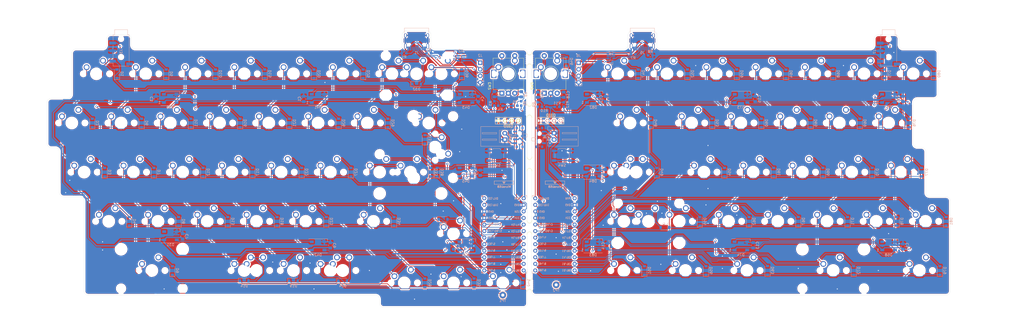
<source format=kicad_pcb>
(kicad_pcb (version 20171130) (host pcbnew "(5.1.8-0-10_14)")
  (layers (0 F.Cu signal) (31 B.Cu signal) (34 B.Paste user hide) (35 F.Paste user) (36 B.SilkS user) (37 F.SilkS user hide) (38 B.Mask user) (39 F.Mask user) (44 Edge.Cuts user))
  (net 0 "")
  (net 1 VCC)
  (net 2 GND)
  (net 3 ROT_A)
  (net 4 ROT_B)
  (net 5 "Net-(D1-Pad2)")
  (net 6 ROW0)
  (net 7 "Net-(D2-Pad2)")
  (net 8 ROW1)
  (net 9 "Net-(D3-Pad2)")
  (net 10 ROW2)
  (net 11 "Net-(D4-Pad2)")
  (net 12 ROW3)
  (net 13 "Net-(D5-Pad2)")
  (net 14 "Net-(D6-Pad2)")
  (net 15 "Net-(D7-Pad2)")
  (net 16 "Net-(D8-Pad2)")
  (net 17 "Net-(D9-Pad2)")
  (net 18 ROW4)
  (net 19 "Net-(D10-Pad2)")
  (net 20 "Net-(D11-Pad2)")
  (net 21 "Net-(D12-Pad2)")
  (net 22 "Net-(D13-Pad2)")
  (net 23 "Net-(D14-Pad2)")
  (net 24 "Net-(D15-Pad2)")
  (net 25 "Net-(D16-Pad2)")
  (net 26 "Net-(D17-Pad2)")
  (net 27 "Net-(D18-Pad2)")
  (net 28 "Net-(D19-Pad2)")
  (net 29 "Net-(D20-Pad2)")
  (net 30 "Net-(D21-Pad2)")
  (net 31 "Net-(D22-Pad2)")
  (net 32 "Net-(D23-Pad2)")
  (net 33 "Net-(D24-Pad2)")
  (net 34 "Net-(D25-Pad2)")
  (net 35 "Net-(D26-Pad2)")
  (net 36 "Net-(D27-Pad2)")
  (net 37 "Net-(D28-Pad2)")
  (net 38 "Net-(D29-Pad2)")
  (net 39 "Net-(D30-Pad2)")
  (net 40 LED_UNDERGLOW)
  (net 41 "Net-(D31-Pad2)")
  (net 42 "Net-(D31-Pad4)")
  (net 43 "Net-(D32-Pad2)")
  (net 44 "Net-(D33-Pad2)")
  (net 45 "Net-(D34-Pad2)")
  (net 46 "Net-(D35-Pad2)")
  (net 47 "Net-(D36-Pad2)")
  (net 48 "Net-(D37-Pad2)")
  (net 49 K_ENC_A)
  (net 50 "Net-(D39-Pad2)")
  (net 51 "Net-(D40-Pad2)")
  (net 52 "Net-(D41-Pad2)")
  (net 53 "Net-(D42-Pad4)")
  (net 54 "Net-(D43-Pad2)")
  (net 55 "Net-(D44-Pad4)")
  (net 56 COL7)
  (net 57 COL6)
  (net 58 VBUS)
  (net 59 "Net-(J1-PadB8)")
  (net 60 "Net-(J1-PadA5)")
  (net 61 connD-)
  (net 62 connD+)
  (net 63 "Net-(J1-PadA8)")
  (net 64 "Net-(J1-PadB5)")
  (net 65 D+)
  (net 66 D-)
  (net 67 DATA)
  (net 68 "Net-(J3-PadS)")
  (net 69 RAW_BAT)
  (net 70 COL2)
  (net 71 COL4)
  (net 72 COL3)
  (net 73 COL5)
  (net 74 COL0)
  (net 75 COL1)
  (net 76 SCL)
  (net 77 SDA)
  (net 78 RAW)
  (net 79 "Net-(SW1-Pad1)")
  (net 80 RESET)
  (net 81 "Net-(C6-Pad2)")
  (net 82 "Net-(C8-Pad2)")
  (net 83 "Net-(C16-Pad2)")
  (net 84 "Net-(C18-Pad2)")
  (net 85 L_ROW0)
  (net 86 "Net-(D47-Pad2)")
  (net 87 "Net-(D48-Pad2)")
  (net 88 L_ROW1)
  (net 89 "Net-(D49-Pad2)")
  (net 90 L_ROW2)
  (net 91 "Net-(D50-Pad2)")
  (net 92 L_ROW3)
  (net 93 "Net-(D51-Pad2)")
  (net 94 L_ROW4)
  (net 95 "Net-(D52-Pad2)")
  (net 96 "Net-(D53-Pad2)")
  (net 97 "Net-(D54-Pad2)")
  (net 98 "Net-(D55-Pad2)")
  (net 99 "Net-(D56-Pad2)")
  (net 100 "Net-(D57-Pad2)")
  (net 101 L_LED_UNDERGLOW)
  (net 102 "Net-(D58-Pad2)")
  (net 103 "Net-(D58-Pad4)")
  (net 104 "Net-(D59-Pad2)")
  (net 105 "Net-(D60-Pad2)")
  (net 106 "Net-(D61-Pad2)")
  (net 107 "Net-(D62-Pad2)")
  (net 108 "Net-(D63-Pad2)")
  (net 109 "Net-(D64-Pad2)")
  (net 110 "Net-(D65-Pad2)")
  (net 111 "Net-(D66-Pad2)")
  (net 112 "Net-(D67-Pad2)")
  (net 113 "Net-(D68-Pad2)")
  (net 114 "Net-(D69-Pad2)")
  (net 115 "Net-(D70-Pad2)")
  (net 116 "Net-(D71-Pad2)")
  (net 117 "Net-(D72-Pad2)")
  (net 118 "Net-(D73-Pad2)")
  (net 119 "Net-(D74-Pad4)")
  (net 120 "Net-(D75-Pad2)")
  (net 121 "Net-(D76-Pad2)")
  (net 122 "Net-(D77-Pad2)")
  (net 123 "Net-(D78-Pad2)")
  (net 124 "Net-(D79-Pad2)")
  (net 125 "Net-(D80-Pad2)")
  (net 126 "Net-(D81-Pad2)")
  (net 127 "Net-(D82-Pad2)")
  (net 128 "Net-(D83-Pad4)")
  (net 129 L_VBUS)
  (net 130 "Net-(J5-PadB8)")
  (net 131 "Net-(J5-PadA5)")
  (net 132 L_connD-)
  (net 133 L_connD+)
  (net 134 "Net-(J5-PadA8)")
  (net 135 "Net-(J5-PadB5)")
  (net 136 L_D+)
  (net 137 L_D-)
  (net 138 L_DATA)
  (net 139 "Net-(J7-PadS)")
  (net 140 L_RAW_BAT)
  (net 141 L_COL2)
  (net 142 L_COL3)
  (net 143 L_COL7)
  (net 144 L_COL5)
  (net 145 L_COL1)
  (net 146 L_COL4)
  (net 147 L_COL6)
  (net 148 L_SCL)
  (net 149 L_SDA)
  (net 150 L_ROT_A)
  (net 151 L_ROT_B)
  (net 152 L_RESET)
  (net 153 K_L_ENC_B)
  (net 154 K_L_ENC_A)
  (net 155 L_RAW)
  (net 156 "Net-(SW6-Pad1)")
  (module Panelization:mouse-bite-3mm-slot (layer F.Cu) (at -23.399885 -114.676655 90)
    (fp_text reference mouse-bite-3mm-slot hide)
    (fp_text value VAL** hide)
    (pad "" np_thru_hole circle (at 1.524 0.75 90) (size 0.5 0.5) (drill 0.5) (layers *.Cu *.Mask))
    (pad "" np_thru_hole circle (at 1.524 -0.75 90) (size 0.5 0.5) (drill 0.5) (layers *.Cu *.Mask))
    (pad "" np_thru_hole circle (at 0.762 -0.75 90) (size 0.5 0.5) (drill 0.5) (layers *.Cu *.Mask))
    (pad "" np_thru_hole circle (at 0.762 0.75 90) (size 0.5 0.5) (drill 0.5) (layers *.Cu *.Mask))
    (pad "" np_thru_hole circle (at -0.012 0.75 90) (size 0.5 0.5) (drill 0.5) (layers *.Cu *.Mask))
    (pad "" np_thru_hole circle (at -1.512 0.75 90) (size 0.5 0.5) (drill 0.5) (layers *.Cu *.Mask))
    (pad "" np_thru_hole circle (at -1.512 -0.75 90) (size 0.5 0.5) (drill 0.5) (layers *.Cu *.Mask))
    (pad "" np_thru_hole circle (at -0.012 -0.75 90) (size 0.5 0.5) (drill 0.5) (layers *.Cu *.Mask))
    (pad "" np_thru_hole circle (at -0.762 0.75 90) (size 0.5 0.5) (drill 0.5) (layers *.Cu *.Mask))
    (pad "" np_thru_hole circle (at -0.762 -0.75 90) (size 0.5 0.5) (drill 0.5) (layers *.Cu *.Mask))
  )
  (module Panelization:mouse-bite-3mm-slot (layer F.Cu) (at -23.399885 -49.601155 90)
    (fp_text reference mouse-bite-3mm-slot hide)
    (fp_text value VAL** hide)
    (pad "" np_thru_hole circle (at 1.524 0.75 90) (size 0.5 0.5) (drill 0.5) (layers *.Cu *.Mask))
    (pad "" np_thru_hole circle (at 1.524 -0.75 90) (size 0.5 0.5) (drill 0.5) (layers *.Cu *.Mask))
    (pad "" np_thru_hole circle (at 0.762 -0.75 90) (size 0.5 0.5) (drill 0.5) (layers *.Cu *.Mask))
    (pad "" np_thru_hole circle (at 0.762 0.75 90) (size 0.5 0.5) (drill 0.5) (layers *.Cu *.Mask))
    (pad "" np_thru_hole circle (at -0.012 0.75 90) (size 0.5 0.5) (drill 0.5) (layers *.Cu *.Mask))
    (pad "" np_thru_hole circle (at -1.512 0.75 90) (size 0.5 0.5) (drill 0.5) (layers *.Cu *.Mask))
    (pad "" np_thru_hole circle (at -1.512 -0.75 90) (size 0.5 0.5) (drill 0.5) (layers *.Cu *.Mask))
    (pad "" np_thru_hole circle (at -0.012 -0.75 90) (size 0.5 0.5) (drill 0.5) (layers *.Cu *.Mask))
    (pad "" np_thru_hole circle (at -0.762 0.75 90) (size 0.5 0.5) (drill 0.5) (layers *.Cu *.Mask))
    (pad "" np_thru_hole circle (at -0.762 -0.75 90) (size 0.5 0.5) (drill 0.5) (layers *.Cu *.Mask))
  )
  (module Panelization:mouse-bite-3mm-slot (layer F.Cu) (at -23.399885 -74.195405 90)
    (fp_text reference mouse-bite-3mm-slot hide)
    (fp_text value VAL** hide)
    (pad "" np_thru_hole circle (at 1.524 0.75 90) (size 0.5 0.5) (drill 0.5) (layers *.Cu *.Mask))
    (pad "" np_thru_hole circle (at 1.524 -0.75 90) (size 0.5 0.5) (drill 0.5) (layers *.Cu *.Mask))
    (pad "" np_thru_hole circle (at 0.762 -0.75 90) (size 0.5 0.5) (drill 0.5) (layers *.Cu *.Mask))
    (pad "" np_thru_hole circle (at 0.762 0.75 90) (size 0.5 0.5) (drill 0.5) (layers *.Cu *.Mask))
    (pad "" np_thru_hole circle (at -0.012 0.75 90) (size 0.5 0.5) (drill 0.5) (layers *.Cu *.Mask))
    (pad "" np_thru_hole circle (at -1.512 0.75 90) (size 0.5 0.5) (drill 0.5) (layers *.Cu *.Mask))
    (pad "" np_thru_hole circle (at -1.512 -0.75 90) (size 0.5 0.5) (drill 0.5) (layers *.Cu *.Mask))
    (pad "" np_thru_hole circle (at -0.012 -0.75 90) (size 0.5 0.5) (drill 0.5) (layers *.Cu *.Mask))
    (pad "" np_thru_hole circle (at -0.762 0.75 90) (size 0.5 0.5) (drill 0.5) (layers *.Cu *.Mask))
    (pad "" np_thru_hole circle (at -0.762 -0.75 90) (size 0.5 0.5) (drill 0.5) (layers *.Cu *.Mask))
  )
  (module Panelization:mouse-bite-3mm-slot (layer F.Cu) (at -23.399885 -94.832905 90)
    (fp_text reference mouse-bite-3mm-slot hide)
    (fp_text value VAL** hide)
    (pad "" np_thru_hole circle (at 1.524 0.75 90) (size 0.5 0.5) (drill 0.5) (layers *.Cu *.Mask))
    (pad "" np_thru_hole circle (at 1.524 -0.75 90) (size 0.5 0.5) (drill 0.5) (layers *.Cu *.Mask))
    (pad "" np_thru_hole circle (at 0.762 -0.75 90) (size 0.5 0.5) (drill 0.5) (layers *.Cu *.Mask))
    (pad "" np_thru_hole circle (at 0.762 0.75 90) (size 0.5 0.5) (drill 0.5) (layers *.Cu *.Mask))
    (pad "" np_thru_hole circle (at -0.012 0.75 90) (size 0.5 0.5) (drill 0.5) (layers *.Cu *.Mask))
    (pad "" np_thru_hole circle (at -1.512 0.75 90) (size 0.5 0.5) (drill 0.5) (layers *.Cu *.Mask))
    (pad "" np_thru_hole circle (at -1.512 -0.75 90) (size 0.5 0.5) (drill 0.5) (layers *.Cu *.Mask))
    (pad "" np_thru_hole circle (at -0.012 -0.75 90) (size 0.5 0.5) (drill 0.5) (layers *.Cu *.Mask))
    (pad "" np_thru_hole circle (at -0.762 0.75 90) (size 0.5 0.5) (drill 0.5) (layers *.Cu *.Mask))
    (pad "" np_thru_hole circle (at -0.762 -0.75 90) (size 0.5 0.5) (drill 0.5) (layers *.Cu *.Mask))
  )
  (module Panelization:mouse-bite-3mm-slot (layer F.Cu) (at -23.399885 -27.364155 90)
    (fp_text reference mouse-bite-3mm-slot hide)
    (fp_text value VAL** hide)
    (pad "" np_thru_hole circle (at 1.524 0.75 90) (size 0.5 0.5) (drill 0.5) (layers *.Cu *.Mask))
    (pad "" np_thru_hole circle (at 1.524 -0.75 90) (size 0.5 0.5) (drill 0.5) (layers *.Cu *.Mask))
    (pad "" np_thru_hole circle (at 0.762 -0.75 90) (size 0.5 0.5) (drill 0.5) (layers *.Cu *.Mask))
    (pad "" np_thru_hole circle (at 0.762 0.75 90) (size 0.5 0.5) (drill 0.5) (layers *.Cu *.Mask))
    (pad "" np_thru_hole circle (at -0.012 0.75 90) (size 0.5 0.5) (drill 0.5) (layers *.Cu *.Mask))
    (pad "" np_thru_hole circle (at -1.512 0.75 90) (size 0.5 0.5) (drill 0.5) (layers *.Cu *.Mask))
    (pad "" np_thru_hole circle (at -1.512 -0.75 90) (size 0.5 0.5) (drill 0.5) (layers *.Cu *.Mask))
    (pad "" np_thru_hole circle (at -0.012 -0.75 90) (size 0.5 0.5) (drill 0.5) (layers *.Cu *.Mask))
    (pad "" np_thru_hole circle (at -0.762 0.75 90) (size 0.5 0.5) (drill 0.5) (layers *.Cu *.Mask))
    (pad "" np_thru_hole circle (at -0.762 -0.75 90) (size 0.5 0.5) (drill 0.5) (layers *.Cu *.Mask))
  )
  (module MX_Only:MXOnly-ISO-ROTATED-ReversedStabilizers-NoLED (layer F.Cu) (at -59.912385 -80.704155)
    (fp_text reference ISO_ENTER1)
    (fp_text value MX-NoLED)
    (pad "" np_thru_hole circle (at -8.255 -11.938) (size 3.9878 3.9878) (drill 3.9878) (layers *.Cu *.Mask))
    (pad "" np_thru_hole circle (at -8.255 11.938) (size 3.9878 3.9878) (drill 3.9878) (layers *.Cu *.Mask))
    (pad "" np_thru_hole circle (at 6.985 -11.938) (size 3.048 3.048) (drill 3.048) (layers *.Cu *.Mask))
    (pad "" np_thru_hole circle (at 6.985 11.938) (size 3.048 3.048) (drill 3.048) (layers *.Cu *.Mask))
    (pad "" np_thru_hole circle (at 0 5.08 48.0996) (size 1.75 1.75) (drill 1.75) (layers *.Cu *.Mask))
    (pad "" np_thru_hole circle (at 0 -5.08 48.0996) (size 1.75 1.75) (drill 1.75) (layers *.Cu *.Mask))
    (pad 1 thru_hole circle (at 2.54 -3.81) (size 2.25 2.25) (drill 1.47) (layers *.Cu B.Mask) (net 56 COL7))
    (pad "" np_thru_hole circle (at 0 0) (size 3.9878 3.9878) (drill 3.9878) (layers *.Cu *.Mask))
    (pad 2 thru_hole circle (at 5.08 2.54) (size 2.25 2.25) (drill 1.47) (layers *.Cu B.Mask) (net 48 "Net-(D37-Pad2)"))
  )
  (module MX_Only:MXOnly-1U-NoLED (layer F.Cu) (at -186.12305 -51.960575)
    (fp_text reference K_N1)
    (fp_text value MX-NoLED)
    (pad 2 thru_hole circle (at 2.54 -5.08) (size 2.25 2.25) (drill 1.47) (layers *.Cu B.Mask) (net 11 "Net-(D4-Pad2)"))
    (pad "" np_thru_hole circle (at 0 0) (size 3.9878 3.9878) (drill 3.9878) (layers *.Cu *.Mask))
    (pad 1 thru_hole circle (at -3.81 -2.54) (size 2.25 2.25) (drill 1.47) (layers *.Cu B.Mask) (net 74 COL0))
    (pad "" np_thru_hole circle (at -5.08 0 48.0996) (size 1.75 1.75) (drill 1.75) (layers *.Cu *.Mask))
    (pad "" np_thru_hole circle (at 5.08 0 48.0996) (size 1.75 1.75) (drill 1.75) (layers *.Cu *.Mask))
  )
  (module MX_Only:MXOnly-2.25U-ReversedStabilizers-NoLED (layer F.Cu) (at 94.0757 -32.917405)
    (fp_text reference K_SPACE2)
    (fp_text value 2.25)
    (pad "" np_thru_hole circle (at 11.90625 -8.255) (size 3.9878 3.9878) (drill 3.9878) (layers *.Cu *.Mask))
    (pad "" np_thru_hole circle (at -11.90625 -8.255) (size 3.9878 3.9878) (drill 3.9878) (layers *.Cu *.Mask))
    (pad "" np_thru_hole circle (at 11.90625 6.985) (size 3.048 3.048) (drill 3.048) (layers *.Cu *.Mask))
    (pad "" np_thru_hole circle (at -11.90625 6.985) (size 3.048 3.048) (drill 3.048) (layers *.Cu *.Mask))
    (pad "" np_thru_hole circle (at 5.08 0 48.0996) (size 1.75 1.75) (drill 1.75) (layers *.Cu *.Mask))
    (pad "" np_thru_hole circle (at -5.08 0 48.0996) (size 1.75 1.75) (drill 1.75) (layers *.Cu *.Mask))
    (pad 1 thru_hole circle (at -3.81 -2.54) (size 2.25 2.25) (drill 1.47) (layers *.Cu B.Mask) (net 144 L_COL5))
    (pad "" np_thru_hole circle (at 0 0) (size 3.9878 3.9878) (drill 3.9878) (layers *.Cu *.Mask))
    (pad 2 thru_hole circle (at 2.54 -5.08) (size 2.25 2.25) (drill 1.47) (layers *.Cu B.Mask) (net 117 "Net-(D72-Pad2)"))
  )
  (module Button_Switch_SMD:SW_SPDT_PCM12 (layer B.Cu) (at -19.273635 -84.485405 90)
    (fp_text reference SW6 (at 0 3.2 90) (layer B.SilkS) (effects (justify mirror)))
    (fp_text value SW_DPDT_x2)
    (pad "" np_thru_hole circle (at -1.5 -0.33 90) (size 0.9 0.9) (drill 0.9) (layers *.Cu *.Mask))
    (pad "" np_thru_hole circle (at 1.5 -0.33 90) (size 0.9 0.9) (drill 0.9) (layers *.Cu *.Mask))
    (pad 1 smd rect (at -2.25 1.43 90) (size 0.7 1.5) (layers B.Cu B.Paste B.Mask) (net 156 "Net-(SW6-Pad1)"))
    (pad 2 smd rect (at 0.75 1.43 90) (size 0.7 1.5) (layers B.Cu B.Paste B.Mask) (net 155 L_RAW))
    (pad 3 smd rect (at 2.25 1.43 90) (size 0.7 1.5) (layers B.Cu B.Paste B.Mask) (net 140 L_RAW_BAT))
    (pad "" smd rect (at -3.65 -1.43 90) (size 1 0.8) (layers B.Cu B.Paste B.Mask))
    (pad "" smd rect (at 3.65 -1.43 90) (size 1 0.8) (layers B.Cu B.Paste B.Mask))
    (pad "" smd rect (at 3.65 0.78 90) (size 1 0.8) (layers B.Cu B.Paste B.Mask))
    (pad "" smd rect (at -3.65 0.78 90) (size 1 0.8) (layers B.Cu B.Paste B.Mask))
  )
  (module MX_Only:MXOnly-1.25U-NoLED (layer F.Cu) (at 127.4132 -32.917405)
    (fp_text reference K_FN2)
    (fp_text value MX-NoLED)
    (pad "" np_thru_hole circle (at 5.08 0 48.0996) (size 1.75 1.75) (drill 1.75) (layers *.Cu *.Mask))
    (pad "" np_thru_hole circle (at -5.08 0 48.0996) (size 1.75 1.75) (drill 1.75) (layers *.Cu *.Mask))
    (pad 1 thru_hole circle (at -3.81 -2.54) (size 2.25 2.25) (drill 1.47) (layers *.Cu B.Mask) (net 147 L_COL6))
    (pad "" np_thru_hole circle (at 0 0) (size 3.9878 3.9878) (drill 3.9878) (layers *.Cu *.Mask))
    (pad 2 thru_hole circle (at 2.54 -5.08) (size 2.25 2.25) (drill 1.47) (layers *.Cu B.Mask) (net 124 "Net-(D79-Pad2)"))
  )
  (module MX_Only:MXOnly-2.25U-NoLED (layer F.Cu) (at 22.6382 -51.967405)
    (fp_text reference K_LSHIFT1)
    (fp_text value 2.25)
    (pad "" np_thru_hole circle (at 11.90625 8.255) (size 3.9878 3.9878) (drill 3.9878) (layers *.Cu *.Mask))
    (pad "" np_thru_hole circle (at -11.90625 8.255) (size 3.9878 3.9878) (drill 3.9878) (layers *.Cu *.Mask))
    (pad "" np_thru_hole circle (at 11.90625 -6.985) (size 3.048 3.048) (drill 3.048) (layers *.Cu *.Mask))
    (pad "" np_thru_hole circle (at -11.90625 -6.985) (size 3.048 3.048) (drill 3.048) (layers *.Cu *.Mask))
    (pad "" np_thru_hole circle (at 5.08 0 48.0996) (size 1.75 1.75) (drill 1.75) (layers *.Cu *.Mask))
    (pad "" np_thru_hole circle (at -5.08 0 48.0996) (size 1.75 1.75) (drill 1.75) (layers *.Cu *.Mask))
    (pad 1 thru_hole circle (at -3.81 -2.54) (size 2.25 2.25) (drill 1.47) (layers *.Cu B.Mask) (net 145 L_COL1))
    (pad "" np_thru_hole circle (at 0 0) (size 3.9878 3.9878) (drill 3.9878) (layers *.Cu *.Mask))
    (pad 2 thru_hole circle (at 2.54 -5.08) (size 2.25 2.25) (drill 1.47) (layers *.Cu B.Mask) (net 91 "Net-(D50-Pad2)"))
  )
  (module Package_TO_SOT_SMD:SOT-23-6 (layer B.Cu) (at 8.09445 -116.042405)
    (fp_text reference U4 (at 0 2.9) (layer B.SilkS) (effects (justify mirror)))
    (fp_text value USBLC6-2SC6)
    (pad 1 smd rect (at -1.1 0.95) (size 1.06 0.65) (layers B.Cu B.Paste B.Mask) (net 136 L_D+))
    (pad 2 smd rect (at -1.1 0) (size 1.06 0.65) (layers B.Cu B.Paste B.Mask) (net 2 GND))
    (pad 3 smd rect (at -1.1 -0.95) (size 1.06 0.65) (layers B.Cu B.Paste B.Mask) (net 137 L_D-))
    (pad 4 smd rect (at 1.1 -0.95) (size 1.06 0.65) (layers B.Cu B.Paste B.Mask) (net 132 L_connD-))
    (pad 6 smd rect (at 1.1 0.95) (size 1.06 0.65) (layers B.Cu B.Paste B.Mask) (net 133 L_connD+))
    (pad 5 smd rect (at 1.1 0) (size 1.06 0.65) (layers B.Cu B.Paste B.Mask) (net 129 L_VBUS))
  )
  (module kbd:ProMicro_v3 (layer B.Cu) (at -13.542235 -46.407405 180)
    (fp_text reference U3 hide)
    (fp_text value ProMicro hide)
    (fp_text user MicroUSB (at -0.05 18.95) (layer B.SilkS) (effects (font (size 0.75 0.75) (thickness 0.12)) (justify mirror)))
    (fp_text user MicroUSB (at -0.05 18.95) (layer B.SilkS) (effects (font (size 0.75 0.75) (thickness 0.12)) (justify mirror)))
    (fp_text user B4/8 (at 4.705 -10.8 180 unlocked) (layer B.SilkS) (effects (font (size 0.75 0.67) (thickness 0.125)) (justify mirror)))
    (fp_text user D2/RX1 (at 4.155 11.9 180 unlocked) (layer B.SilkS) (effects (font (size 0.75 0.67) (thickness 0.125)) (justify mirror)))
    (fp_text user B5/9 (at 4.705 -13.3 180 unlocked) (layer B.SilkS) (effects (font (size 0.75 0.67) (thickness 0.125)) (justify mirror)))
    (fp_text user C6/5 (at 4.705 -3.15 180 unlocked) (layer B.SilkS) (effects (font (size 0.75 0.67) (thickness 0.125)) (justify mirror)))
    (fp_text user SCL/D0/3 (at 3.455 1.9 180 unlocked) (layer B.SilkS) (effects (font (size 0.75 0.67) (thickness 0.125)) (justify mirror)))
    (fp_text user SDA/D1/2 (at 3.455 4.4 180 unlocked) (layer B.SilkS) (effects (font (size 0.75 0.67) (thickness 0.125)) (justify mirror)))
    (fp_text user D4/4 (at 4.705 -0.6 180 unlocked) (layer B.SilkS) (effects (font (size 0.75 0.67) (thickness 0.125)) (justify mirror)))
    (fp_text user D3/TX0 (at 4.155 14.45 180 unlocked) (layer B.SilkS) (effects (font (size 0.75 0.67) (thickness 0.125)) (justify mirror)))
    (fp_text user GND (at 4.955 6.9 180 unlocked) (layer B.SilkS) (effects (font (size 0.75 0.67) (thickness 0.125)) (justify mirror)))
    (fp_text user GND (at 4.955 9.35 180 unlocked) (layer B.SilkS) (effects (font (size 0.75 0.67) (thickness 0.125)) (justify mirror)))
    (fp_text user D7/6 (at 4.705 -5.7 180 unlocked) (layer B.SilkS) (effects (font (size 0.75 0.67) (thickness 0.125)) (justify mirror)))
    (fp_text user E6/7 (at 4.705 -8.25 180 unlocked) (layer B.SilkS) (effects (font (size 0.75 0.67) (thickness 0.125)) (justify mirror)))
    (fp_text user 16/B2 (at -4.395 -10.95 180 unlocked) (layer B.SilkS) (effects (font (size 0.75 0.67) (thickness 0.125)) (justify mirror)))
    (fp_text user 10/B6 (at -4.395 -13.45 180 unlocked) (layer B.SilkS) (effects (font (size 0.75 0.67) (thickness 0.125)) (justify mirror)))
    (fp_text user 14/B3 (at -4.395 -8.4 180 unlocked) (layer B.SilkS) (effects (font (size 0.75 0.67) (thickness 0.125)) (justify mirror)))
    (fp_text user 15/B1 (at -4.395 -5.85 180 unlocked) (layer B.SilkS) (effects (font (size 0.75 0.67) (thickness 0.125)) (justify mirror)))
    (fp_text user A0/F7 (at -4.395 -3.3 180 unlocked) (layer B.SilkS) (effects (font (size 0.75 0.67) (thickness 0.125)) (justify mirror)))
    (fp_text user A1/F6 (at -4.395 -0.75 180 unlocked) (layer B.SilkS) (effects (font (size 0.75 0.67) (thickness 0.125)) (justify mirror)))
    (fp_text user A2/F5 (at -4.395 1.75 180 unlocked) (layer B.SilkS) (effects (font (size 0.75 0.67) (thickness 0.125)) (justify mirror)))
    (fp_text user A3/F4 (at -4.395 4.25 180 unlocked) (layer B.SilkS) (effects (font (size 0.75 0.67) (thickness 0.125)) (justify mirror)))
    (fp_text user VCC (at -4.995 6.95 180 unlocked) (layer B.SilkS) (effects (font (size 0.75 0.67) (thickness 0.125)) (justify mirror)))
    (fp_text user RST (at -4.995 9.4 180 unlocked) (layer B.SilkS) (effects (font (size 0.75 0.67) (thickness 0.125)) (justify mirror)))
    (fp_text user GND (at -4.995 11.95 180 unlocked) (layer B.SilkS) (effects (font (size 0.75 0.67) (thickness 0.125)) (justify mirror)))
    (fp_text user RAW (at -4.995 14.5 180 unlocked) (layer B.SilkS) (effects (font (size 0.75 0.67) (thickness 0.125)) (justify mirror)))
    (pad 1 thru_hole circle (at 7.6114 14.478 180) (size 1.524 1.524) (drill 0.8128) (layers *.Cu F.Mask) (net 153 K_L_ENC_B))
    (pad 2 thru_hole circle (at 7.6114 11.938 180) (size 1.524 1.524) (drill 0.8128) (layers *.Cu F.Mask) (net 138 L_DATA))
    (pad 3 thru_hole circle (at 7.6114 9.398 180) (size 1.524 1.524) (drill 0.8128) (layers *.Cu F.Mask) (net 2 GND))
    (pad 4 thru_hole circle (at 7.6114 6.858 180) (size 1.524 1.524) (drill 0.8128) (layers *.Cu F.Mask) (net 2 GND))
    (pad 5 thru_hole circle (at 7.6114 4.318 180) (size 1.524 1.524) (drill 0.8128) (layers *.Cu F.Mask) (net 149 L_SDA))
    (pad 6 thru_hole circle (at 7.6114 1.778 180) (size 1.524 1.524) (drill 0.8128) (layers *.Cu F.Mask) (net 148 L_SCL))
    (pad 7 thru_hole circle (at 7.6114 -0.762 180) (size 1.524 1.524) (drill 0.8128) (layers *.Cu F.Mask) (net 150 L_ROT_A))
    (pad 8 thru_hole circle (at 7.6114 -3.302 180) (size 1.524 1.524) (drill 0.8128) (layers *.Cu F.Mask) (net 151 L_ROT_B))
    (pad 9 thru_hole circle (at 7.6114 -5.842 180) (size 1.524 1.524) (drill 0.8128) (layers *.Cu F.Mask) (net 146 L_COL4))
    (pad 10 thru_hole circle (at 7.6114 -8.382 180) (size 1.524 1.524) (drill 0.8128) (layers *.Cu F.Mask) (net 144 L_COL5))
    (pad 11 thru_hole circle (at 7.6114 -10.922 180) (size 1.524 1.524) (drill 0.8128) (layers *.Cu F.Mask) (net 141 L_COL2))
    (pad 12 thru_hole circle (at 7.6114 -13.462 180) (size 1.524 1.524) (drill 0.8128) (layers *.Cu F.Mask) (net 94 L_ROW4))
    (pad 13 thru_hole circle (at -7.6086 -13.462 180) (size 1.524 1.524) (drill 0.8128) (layers *.Cu F.Mask) (net 145 L_COL1))
    (pad 14 thru_hole circle (at -7.6086 -10.922 180) (size 1.524 1.524) (drill 0.8128) (layers *.Cu F.Mask) (net 142 L_COL3))
    (pad 15 thru_hole circle (at -7.6086 -8.382 180) (size 1.524 1.524) (drill 0.8128) (layers *.Cu F.Mask) (net 147 L_COL6))
    (pad 16 thru_hole circle (at -7.6086 -5.842 180) (size 1.524 1.524) (drill 0.8128) (layers *.Cu F.Mask) (net 92 L_ROW3))
    (pad 17 thru_hole circle (at -7.6086 -3.302 180) (size 1.524 1.524) (drill 0.8128) (layers *.Cu F.Mask) (net 143 L_COL7))
    (pad 18 thru_hole circle (at -7.6086 -0.762 180) (size 1.524 1.524) (drill 0.8128) (layers *.Cu F.Mask) (net 90 L_ROW2))
    (pad 19 thru_hole circle (at -7.6086 1.778 180) (size 1.524 1.524) (drill 0.8128) (layers *.Cu F.Mask) (net 88 L_ROW1))
    (pad 20 thru_hole circle (at -7.6086 4.318 180) (size 1.524 1.524) (drill 0.8128) (layers *.Cu F.Mask) (net 85 L_ROW0))
    (pad 21 thru_hole circle (at -7.6086 6.858 180) (size 1.524 1.524) (drill 0.8128) (layers *.Cu F.Mask) (net 1 VCC))
    (pad 22 thru_hole circle (at -7.6086 9.398 180) (size 1.524 1.524) (drill 0.8128) (layers *.Cu F.Mask) (net 152 L_RESET))
    (pad 23 thru_hole circle (at -7.6086 11.938 180) (size 1.524 1.524) (drill 0.8128) (layers *.Cu F.Mask) (net 2 GND))
    (pad 24 thru_hole circle (at -7.6086 14.478 180) (size 1.524 1.524) (drill 0.8128) (layers *.Cu F.Mask) (net 155 L_RAW))
  )
  (module TestPoint:TestPoint_THTPad_D2.5mm_Drill1.2mm (layer B.Cu) (at -13.08055 -27.361155)
    (fp_text reference TP2 (at 0 2.148) (layer B.SilkS) (effects (justify mirror)))
    (fp_text value TestPoint)
    (pad 1 thru_hole circle (at 0 0) (size 2.5 2.5) (drill 1.2) (layers *.Cu *.Mask) (net 101 L_LED_UNDERGLOW))
  )
  (module Rotary_Encoder:RotaryEncoder_Alps_EC11E-Switch_Vertical_H20mm (layer F.Cu) (at -17.686561 -101.604566 90)
    (fp_text reference SW5 (at 2.8 -4.7 90) (layer F.SilkS))
    (fp_text value Rotary_Encoder_Switch)
    (pad S1 thru_hole circle (at 14.5 5 90) (size 2 2) (drill 1) (layers *.Cu *.Mask) (net 154 K_L_ENC_A))
    (pad S2 thru_hole circle (at 14.5 0 90) (size 2 2) (drill 1) (layers *.Cu *.Mask) (net 153 K_L_ENC_B))
    (pad MP thru_hole rect (at 7.5 8.1 90) (size 3.2 2) (drill oval 2.8 1.5) (layers *.Cu *.Mask))
    (pad MP thru_hole rect (at 7.5 -3.1 90) (size 3.2 2) (drill oval 2.8 1.5) (layers *.Cu *.Mask))
    (pad B thru_hole circle (at 0 5 90) (size 2 2) (drill 1) (layers *.Cu *.Mask) (net 84 "Net-(C18-Pad2)"))
    (pad C thru_hole circle (at 0 2.5 90) (size 2 2) (drill 1) (layers *.Cu *.Mask) (net 2 GND))
    (pad A thru_hole rect (at 0 0 90) (size 2 2) (drill 1) (layers *.Cu *.Mask) (net 83 "Net-(C16-Pad2)"))
  )
  (module Button_Switch_SMD:SW_SPST_TL3342 (layer B.Cu) (at -10.783635 -77.385405)
    (fp_text reference SW4 (at 0 3.75) (layer B.SilkS) (effects (justify mirror)))
    (fp_text value SW_PUSH)
    (pad 1 smd rect (at -3.15 1.9) (size 1.7 1) (layers B.Cu B.Paste B.Mask) (net 152 L_RESET))
    (pad 1 smd rect (at 3.15 1.9) (size 1.7 1) (layers B.Cu B.Paste B.Mask) (net 152 L_RESET))
    (pad 2 smd rect (at -3.15 -1.9) (size 1.7 1) (layers B.Cu B.Paste B.Mask) (net 2 GND))
    (pad 2 smd rect (at 3.15 -1.9) (size 1.7 1) (layers B.Cu B.Paste B.Mask) (net 2 GND))
  )
  (module Resistor_SMD:R_0603_1608Metric_Pad1.05x0.95mm_HandSolder (layer B.Cu) (at -10.1118 -97.211155 90)
    (fp_text reference R12 (at 0 1.43 90) (layer B.SilkS) (effects (justify mirror)))
    (fp_text value R_Small)
    (pad 1 smd roundrect (at -0.875 0 90) (size 1.05 0.95) (layers B.Cu B.Paste B.Mask) (net 151 L_ROT_B))
    (pad 2 smd roundrect (at 0.875 0 90) (size 1.05 0.95) (layers B.Cu B.Paste B.Mask) (net 84 "Net-(C18-Pad2)"))
  )
  (module Resistor_SMD:R_0603_1608Metric_Pad1.05x0.95mm_HandSolder (layer B.Cu) (at -12.73055 -96.293405 180)
    (fp_text reference R11 (at 0 1.43) (layer B.SilkS) (effects (justify mirror)))
    (fp_text value R_Small)
    (pad 1 smd roundrect (at -0.875 0 180) (size 1.05 0.95) (layers B.Cu B.Paste B.Mask) (net 84 "Net-(C18-Pad2)"))
    (pad 2 smd roundrect (at 0.875 0 180) (size 1.05 0.95) (layers B.Cu B.Paste B.Mask) (net 1 VCC))
  )
  (module Resistor_SMD:R_0603_1608Metric_Pad1.05x0.95mm_HandSolder (layer B.Cu) (at -17.68055 -96.293405)
    (fp_text reference R10 (at 0 1.43) (layer B.SilkS) (effects (justify mirror)))
    (fp_text value R_Small)
    (pad 1 smd roundrect (at -0.875 0) (size 1.05 0.95) (layers B.Cu B.Paste B.Mask) (net 83 "Net-(C16-Pad2)"))
    (pad 2 smd roundrect (at 0.875 0) (size 1.05 0.95) (layers B.Cu B.Paste B.Mask) (net 1 VCC))
  )
  (module Resistor_SMD:R_0603_1608Metric_Pad1.05x0.95mm_HandSolder (layer B.Cu) (at -20.2243 -97.211155 270)
    (fp_text reference R9 (at 0 1.43 90) (layer B.SilkS) (effects (justify mirror)))
    (fp_text value R_Small)
    (pad 1 smd roundrect (at -0.875 0 270) (size 1.05 0.95) (layers B.Cu B.Paste B.Mask) (net 83 "Net-(C16-Pad2)"))
    (pad 2 smd roundrect (at 0.875 0 270) (size 1.05 0.95) (layers B.Cu B.Paste B.Mask) (net 150 L_ROT_A))
  )
  (module Resistor_SMD:R_0603_1608Metric_Pad1.05x0.95mm_HandSolder (layer B.Cu) (at 23.3507 -116.261155 180)
    (fp_text reference R8 (at 0 1.43) (layer B.SilkS) (effects (justify mirror)))
    (fp_text value 5.1K)
    (pad 1 smd roundrect (at -0.875 0 180) (size 1.05 0.95) (layers B.Cu B.Paste B.Mask) (net 2 GND))
    (pad 2 smd roundrect (at 0.875 0 180) (size 1.05 0.95) (layers B.Cu B.Paste B.Mask) (net 135 "Net-(J5-PadB5)"))
  )
  (module Resistor_SMD:R_0603_1608Metric_Pad1.05x0.95mm_HandSolder (layer B.Cu) (at 16.71945 -116.642405)
    (fp_text reference R7 (at 0 1.43) (layer B.SilkS) (effects (justify mirror)))
    (fp_text value 5.1K)
    (pad 1 smd roundrect (at -0.875 0) (size 1.05 0.95) (layers B.Cu B.Paste B.Mask) (net 2 GND))
    (pad 2 smd roundrect (at 0.875 0) (size 1.05 0.95) (layers B.Cu B.Paste B.Mask) (net 131 "Net-(J5-PadA5)"))
  )
  (module kbd:OLED (layer B.Cu) (at -11.352257 -90.957748 180)
    (fp_text reference OL2)
    (fp_text value OLED hide)
    (fp_text user OLED (at 3.8 2.1) (layer B.SilkS) (effects (justify mirror)))
    (fp_text user OLED (at 3.75 2.1) (layer F.SilkS))
    (pad 1 thru_hole circle (at 0 0 180) (size 1.397 1.397) (drill 0.8128) (layers *.Cu *.Mask B.SilkS) (net 149 L_SDA))
    (pad 2 thru_hole circle (at 2.54 0 180) (size 1.397 1.397) (drill 0.8128) (layers *.Cu *.Mask B.SilkS) (net 148 L_SCL))
    (pad 3 thru_hole circle (at 5.08 0 180) (size 1.397 1.397) (drill 0.8128) (layers *.Cu *.Mask B.SilkS) (net 1 VCC))
    (pad 4 thru_hole circle (at 7.62 0 180) (size 1.397 1.397) (drill 0.8128) (layers *.Cu *.Mask B.SilkS) (net 2 GND))
  )
  (module MX_Only:MXOnly-1U-NoLED (layer F.Cu) (at -15.200243 -109.117305)
    (fp_text reference L_ENC1)
    (fp_text value MX-NoLED)
    (pad 2 thru_hole circle (at 2.54 -5.08) (size 2.25 2.25) (drill 1.47) (layers *.Cu B.Mask) (net 154 K_L_ENC_A))
    (pad "" np_thru_hole circle (at 0 0) (size 3.9878 3.9878) (drill 3.9878) (layers *.Cu *.Mask))
    (pad 1 thru_hole circle (at -3.81 -2.54) (size 2.25 2.25) (drill 1.47) (layers *.Cu B.Mask) (net 153 K_L_ENC_B))
    (pad "" np_thru_hole circle (at -5.08 0 48.0996) (size 1.75 1.75) (drill 1.75) (layers *.Cu *.Mask))
    (pad "" np_thru_hole circle (at 5.08 0 48.0996) (size 1.75 1.75) (drill 1.75) (layers *.Cu *.Mask))
  )
  (module MX_Only:MXOnly-1U-NoLED (layer F.Cu) (at 53.59445 -51.967405)
    (fp_text reference K_Z1)
    (fp_text value MX-NoLED)
    (pad "" np_thru_hole circle (at 5.08 0 48.0996) (size 1.75 1.75) (drill 1.75) (layers *.Cu *.Mask))
    (pad "" np_thru_hole circle (at -5.08 0 48.0996) (size 1.75 1.75) (drill 1.75) (layers *.Cu *.Mask))
    (pad 1 thru_hole circle (at -3.81 -2.54) (size 2.25 2.25) (drill 1.47) (layers *.Cu B.Mask) (net 142 L_COL3))
    (pad "" np_thru_hole circle (at 0 0) (size 3.9878 3.9878) (drill 3.9878) (layers *.Cu *.Mask))
    (pad 2 thru_hole circle (at 2.54 -5.08) (size 2.25 2.25) (drill 1.47) (layers *.Cu B.Mask) (net 107 "Net-(D62-Pad2)"))
  )
  (module MX_Only:MXOnly-1U-NoLED (layer F.Cu) (at 72.64445 -51.967405)
    (fp_text reference K_X1)
    (fp_text value MX-NoLED)
    (pad "" np_thru_hole circle (at 5.08 0 48.0996) (size 1.75 1.75) (drill 1.75) (layers *.Cu *.Mask))
    (pad "" np_thru_hole circle (at -5.08 0 48.0996) (size 1.75 1.75) (drill 1.75) (layers *.Cu *.Mask))
    (pad 1 thru_hole circle (at -3.81 -2.54) (size 2.25 2.25) (drill 1.47) (layers *.Cu B.Mask) (net 146 L_COL4))
    (pad "" np_thru_hole circle (at 0 0) (size 3.9878 3.9878) (drill 3.9878) (layers *.Cu *.Mask))
    (pad 2 thru_hole circle (at 2.54 -5.08) (size 2.25 2.25) (drill 1.47) (layers *.Cu B.Mask) (net 112 "Net-(D67-Pad2)"))
  )
  (module MX_Only:MXOnly-1.25U-NoLED (layer F.Cu) (at 36.9257 -32.917405)
    (fp_text reference K_WIN1)
    (fp_text value 1.25)
    (pad "" np_thru_hole circle (at 5.08 0 48.0996) (size 1.75 1.75) (drill 1.75) (layers *.Cu *.Mask))
    (pad "" np_thru_hole circle (at -5.08 0 48.0996) (size 1.75 1.75) (drill 1.75) (layers *.Cu *.Mask))
    (pad 1 thru_hole circle (at -3.81 -2.54) (size 2.25 2.25) (drill 1.47) (layers *.Cu B.Mask) (net 141 L_COL2))
    (pad "" np_thru_hole circle (at 0 0) (size 3.9878 3.9878) (drill 3.9878) (layers *.Cu *.Mask))
    (pad 2 thru_hole circle (at 2.54 -5.08) (size 2.25 2.25) (drill 1.47) (layers *.Cu B.Mask) (net 99 "Net-(D56-Pad2)"))
  )
  (module MX_Only:MXOnly-1U-NoLED (layer F.Cu) (at 58.35695 -90.067405)
    (fp_text reference K_W1)
    (fp_text value MX-NoLED)
    (pad "" np_thru_hole circle (at 5.08 0 48.0996) (size 1.75 1.75) (drill 1.75) (layers *.Cu *.Mask))
    (pad "" np_thru_hole circle (at -5.08 0 48.0996) (size 1.75 1.75) (drill 1.75) (layers *.Cu *.Mask))
    (pad 1 thru_hole circle (at -3.81 -2.54) (size 2.25 2.25) (drill 1.47) (layers *.Cu B.Mask) (net 142 L_COL3))
    (pad "" np_thru_hole circle (at 0 0) (size 3.9878 3.9878) (drill 3.9878) (layers *.Cu *.Mask))
    (pad 2 thru_hole circle (at 2.54 -5.08) (size 2.25 2.25) (drill 1.47) (layers *.Cu B.Mask) (net 105 "Net-(D60-Pad2)"))
  )
  (module MX_Only:MXOnly-1U-NoLED (layer F.Cu) (at 110.74445 -51.967405)
    (fp_text reference K_V1)
    (fp_text value MX-NoLED)
    (pad "" np_thru_hole circle (at 5.08 0 48.0996) (size 1.75 1.75) (drill 1.75) (layers *.Cu *.Mask))
    (pad "" np_thru_hole circle (at -5.08 0 48.0996) (size 1.75 1.75) (drill 1.75) (layers *.Cu *.Mask))
    (pad 1 thru_hole circle (at -3.81 -2.54) (size 2.25 2.25) (drill 1.47) (layers *.Cu B.Mask) (net 147 L_COL6))
    (pad "" np_thru_hole circle (at 0 0) (size 3.9878 3.9878) (drill 3.9878) (layers *.Cu *.Mask))
    (pad 2 thru_hole circle (at 2.54 -5.08) (size 2.25 2.25) (drill 1.47) (layers *.Cu B.Mask) (net 123 "Net-(D78-Pad2)"))
  )
  (module MX_Only:MXOnly-1.5U-NoLED (layer F.Cu) (at 15.49445 -90.067405)
    (fp_text reference K_TAB1)
    (fp_text value 1.5)
    (pad "" np_thru_hole circle (at 5.08 0 48.0996) (size 1.75 1.75) (drill 1.75) (layers *.Cu *.Mask))
    (pad "" np_thru_hole circle (at -5.08 0 48.0996) (size 1.75 1.75) (drill 1.75) (layers *.Cu *.Mask))
    (pad 1 thru_hole circle (at -3.81 -2.54) (size 2.25 2.25) (drill 1.47) (layers *.Cu B.Mask) (net 145 L_COL1))
    (pad "" np_thru_hole circle (at 0 0) (size 3.9878 3.9878) (drill 3.9878) (layers *.Cu *.Mask))
    (pad 2 thru_hole circle (at 2.54 -5.08) (size 2.25 2.25) (drill 1.47) (layers *.Cu B.Mask) (net 87 "Net-(D48-Pad2)"))
  )
  (module MX_Only:MXOnly-1U-NoLED (layer F.Cu) (at 115.50695 -90.067405)
    (fp_text reference K_T1)
    (fp_text value MX-NoLED)
    (pad "" np_thru_hole circle (at 5.08 0 48.0996) (size 1.75 1.75) (drill 1.75) (layers *.Cu *.Mask))
    (pad "" np_thru_hole circle (at -5.08 0 48.0996) (size 1.75 1.75) (drill 1.75) (layers *.Cu *.Mask))
    (pad 1 thru_hole circle (at -3.81 -2.54) (size 2.25 2.25) (drill 1.47) (layers *.Cu B.Mask) (net 147 L_COL6))
    (pad "" np_thru_hole circle (at 0 0) (size 3.9878 3.9878) (drill 3.9878) (layers *.Cu *.Mask))
    (pad 2 thru_hole circle (at 2.54 -5.08) (size 2.25 2.25) (drill 1.47) (layers *.Cu B.Mask) (net 121 "Net-(D76-Pad2)"))
  )
  (module MX_Only:MXOnly-1.25U-NoLED (layer F.Cu) (at 13.1132 -51.967405)
    (fp_text reference K_SHIFT_ISO1)
    (fp_text value 1.25)
    (pad "" np_thru_hole circle (at 5.08 0 48.0996) (size 1.75 1.75) (drill 1.75) (layers *.Cu *.Mask))
    (pad "" np_thru_hole circle (at -5.08 0 48.0996) (size 1.75 1.75) (drill 1.75) (layers *.Cu *.Mask))
    (pad 1 thru_hole circle (at -3.81 -2.54) (size 2.25 2.25) (drill 1.47) (layers *.Cu B.Mask) (net 145 L_COL1))
    (pad "" np_thru_hole circle (at 0 0) (size 3.9878 3.9878) (drill 3.9878) (layers *.Cu *.Mask))
    (pad 2 thru_hole circle (at 2.54 -5.08) (size 2.25 2.25) (drill 1.47) (layers *.Cu B.Mask) (net 91 "Net-(D50-Pad2)"))
  )
  (module MX_Only:MXOnly-1U-NoLED (layer F.Cu) (at 63.11945 -71.017405)
    (fp_text reference K_S1)
    (fp_text value MX-NoLED)
    (pad "" np_thru_hole circle (at 5.08 0 48.0996) (size 1.75 1.75) (drill 1.75) (layers *.Cu *.Mask))
    (pad "" np_thru_hole circle (at -5.08 0 48.0996) (size 1.75 1.75) (drill 1.75) (layers *.Cu *.Mask))
    (pad 1 thru_hole circle (at -3.81 -2.54) (size 2.25 2.25) (drill 1.47) (layers *.Cu B.Mask) (net 142 L_COL3))
    (pad "" np_thru_hole circle (at 0 0) (size 3.9878 3.9878) (drill 3.9878) (layers *.Cu *.Mask))
    (pad 2 thru_hole circle (at 2.54 -5.08) (size 2.25 2.25) (drill 1.47) (layers *.Cu B.Mask) (net 106 "Net-(D61-Pad2)"))
  )
  (module MX_Only:MXOnly-1U-NoLED (layer F.Cu) (at 96.45695 -90.067405)
    (fp_text reference K_R1)
    (fp_text value MX-NoLED)
    (pad "" np_thru_hole circle (at 5.08 0 48.0996) (size 1.75 1.75) (drill 1.75) (layers *.Cu *.Mask))
    (pad "" np_thru_hole circle (at -5.08 0 48.0996) (size 1.75 1.75) (drill 1.75) (layers *.Cu *.Mask))
    (pad 1 thru_hole circle (at -3.81 -2.54) (size 2.25 2.25) (drill 1.47) (layers *.Cu B.Mask) (net 144 L_COL5))
    (pad "" np_thru_hole circle (at 0 0) (size 3.9878 3.9878) (drill 3.9878) (layers *.Cu *.Mask))
    (pad 2 thru_hole circle (at 2.54 -5.08) (size 2.25 2.25) (drill 1.47) (layers *.Cu B.Mask) (net 114 "Net-(D69-Pad2)"))
  )
  (module MX_Only:MXOnly-1U-NoLED (layer F.Cu) (at 39.30695 -90.067405)
    (fp_text reference K_Q1)
    (fp_text value MX-NoLED)
    (pad "" np_thru_hole circle (at 5.08 0 48.0996) (size 1.75 1.75) (drill 1.75) (layers *.Cu *.Mask))
    (pad "" np_thru_hole circle (at -5.08 0 48.0996) (size 1.75 1.75) (drill 1.75) (layers *.Cu *.Mask))
    (pad 1 thru_hole circle (at -3.81 -2.54) (size 2.25 2.25) (drill 1.47) (layers *.Cu B.Mask) (net 141 L_COL2))
    (pad "" np_thru_hole circle (at 0 0) (size 3.9878 3.9878) (drill 3.9878) (layers *.Cu *.Mask))
    (pad 2 thru_hole circle (at 2.54 -5.08) (size 2.25 2.25) (drill 1.47) (layers *.Cu B.Mask) (net 96 "Net-(D53-Pad2)"))
  )
  (module MX_Only:MXOnly-1U-NoLED (layer F.Cu) (at 125.03195 -109.117405)
    (fp_text reference K_NUM6)
    (fp_text value MX-NoLED)
    (pad "" np_thru_hole circle (at 5.08 0 48.0996) (size 1.75 1.75) (drill 1.75) (layers *.Cu *.Mask))
    (pad "" np_thru_hole circle (at -5.08 0 48.0996) (size 1.75 1.75) (drill 1.75) (layers *.Cu *.Mask))
    (pad 1 thru_hole circle (at -3.81 -2.54) (size 2.25 2.25) (drill 1.47) (layers *.Cu B.Mask) (net 143 L_COL7))
    (pad "" np_thru_hole circle (at 0 0) (size 3.9878 3.9878) (drill 3.9878) (layers *.Cu *.Mask))
    (pad 2 thru_hole circle (at 2.54 -5.08) (size 2.25 2.25) (drill 1.47) (layers *.Cu B.Mask) (net 125 "Net-(D80-Pad2)"))
  )
  (module MX_Only:MXOnly-1U-NoLED (layer F.Cu) (at 105.98195 -109.117405)
    (fp_text reference K_NUM5)
    (fp_text value MX-NoLED)
    (pad "" np_thru_hole circle (at 5.08 0 48.0996) (size 1.75 1.75) (drill 1.75) (layers *.Cu *.Mask))
    (pad "" np_thru_hole circle (at -5.08 0 48.0996) (size 1.75 1.75) (drill 1.75) (layers *.Cu *.Mask))
    (pad 1 thru_hole circle (at -3.81 -2.54) (size 2.25 2.25) (drill 1.47) (layers *.Cu B.Mask) (net 147 L_COL6))
    (pad "" np_thru_hole circle (at 0 0) (size 3.9878 3.9878) (drill 3.9878) (layers *.Cu *.Mask))
    (pad 2 thru_hole circle (at 2.54 -5.08) (size 2.25 2.25) (drill 1.47) (layers *.Cu B.Mask) (net 120 "Net-(D75-Pad2)"))
  )
  (module MX_Only:MXOnly-1U-NoLED (layer F.Cu) (at 86.93195 -109.117405)
    (fp_text reference K_NUM4)
    (fp_text value MX-NoLED)
    (pad "" np_thru_hole circle (at 5.08 0 48.0996) (size 1.75 1.75) (drill 1.75) (layers *.Cu *.Mask))
    (pad "" np_thru_hole circle (at -5.08 0 48.0996) (size 1.75 1.75) (drill 1.75) (layers *.Cu *.Mask))
    (pad 1 thru_hole circle (at -3.81 -2.54) (size 2.25 2.25) (drill 1.47) (layers *.Cu B.Mask) (net 144 L_COL5))
    (pad "" np_thru_hole circle (at 0 0) (size 3.9878 3.9878) (drill 3.9878) (layers *.Cu *.Mask))
    (pad 2 thru_hole circle (at 2.54 -5.08) (size 2.25 2.25) (drill 1.47) (layers *.Cu B.Mask) (net 113 "Net-(D68-Pad2)"))
  )
  (module MX_Only:MXOnly-1U-NoLED (layer F.Cu) (at 67.88195 -109.117405)
    (fp_text reference K_NUM3)
    (fp_text value MX-NoLED)
    (pad "" np_thru_hole circle (at 5.08 0 48.0996) (size 1.75 1.75) (drill 1.75) (layers *.Cu *.Mask))
    (pad "" np_thru_hole circle (at -5.08 0 48.0996) (size 1.75 1.75) (drill 1.75) (layers *.Cu *.Mask))
    (pad 1 thru_hole circle (at -3.81 -2.54) (size 2.25 2.25) (drill 1.47) (layers *.Cu B.Mask) (net 146 L_COL4))
    (pad "" np_thru_hole circle (at 0 0) (size 3.9878 3.9878) (drill 3.9878) (layers *.Cu *.Mask))
    (pad 2 thru_hole circle (at 2.54 -5.08) (size 2.25 2.25) (drill 1.47) (layers *.Cu B.Mask) (net 109 "Net-(D64-Pad2)"))
  )
  (module MX_Only:MXOnly-1U-NoLED (layer F.Cu) (at 48.83195 -109.117405)
    (fp_text reference K_NUM2)
    (fp_text value MX-NoLED)
    (pad "" np_thru_hole circle (at 5.08 0 48.0996) (size 1.75 1.75) (drill 1.75) (layers *.Cu *.Mask))
    (pad "" np_thru_hole circle (at -5.08 0 48.0996) (size 1.75 1.75) (drill 1.75) (layers *.Cu *.Mask))
    (pad 1 thru_hole circle (at -3.81 -2.54) (size 2.25 2.25) (drill 1.47) (layers *.Cu B.Mask) (net 142 L_COL3))
    (pad "" np_thru_hole circle (at 0 0) (size 3.9878 3.9878) (drill 3.9878) (layers *.Cu *.Mask))
    (pad 2 thru_hole circle (at 2.54 -5.08) (size 2.25 2.25) (drill 1.47) (layers *.Cu B.Mask) (net 104 "Net-(D59-Pad2)"))
  )
  (module MX_Only:MXOnly-1U-NoLED (layer F.Cu) (at 29.78195 -109.117405)
    (fp_text reference K_NUM1)
    (fp_text value MX-NoLED)
    (pad "" np_thru_hole circle (at 5.08 0 48.0996) (size 1.75 1.75) (drill 1.75) (layers *.Cu *.Mask))
    (pad "" np_thru_hole circle (at -5.08 0 48.0996) (size 1.75 1.75) (drill 1.75) (layers *.Cu *.Mask))
    (pad 1 thru_hole circle (at -3.81 -2.54) (size 2.25 2.25) (drill 1.47) (layers *.Cu B.Mask) (net 141 L_COL2))
    (pad "" np_thru_hole circle (at 0 0) (size 3.9878 3.9878) (drill 3.9878) (layers *.Cu *.Mask))
    (pad 2 thru_hole circle (at 2.54 -5.08) (size 2.25 2.25) (drill 1.47) (layers *.Cu B.Mask) (net 95 "Net-(D52-Pad2)"))
  )
  (module MX_Only:MXOnly-1U-NoLED (layer F.Cu) (at 34.54445 -51.967405)
    (fp_text reference K_ISO_K1)
    (fp_text value MX-NoLED)
    (pad "" np_thru_hole circle (at 5.08 0 48.0996) (size 1.75 1.75) (drill 1.75) (layers *.Cu *.Mask))
    (pad "" np_thru_hole circle (at -5.08 0 48.0996) (size 1.75 1.75) (drill 1.75) (layers *.Cu *.Mask))
    (pad 1 thru_hole circle (at -3.81 -2.54) (size 2.25 2.25) (drill 1.47) (layers *.Cu B.Mask) (net 141 L_COL2))
    (pad "" np_thru_hole circle (at 0 0) (size 3.9878 3.9878) (drill 3.9878) (layers *.Cu *.Mask))
    (pad 2 thru_hole circle (at 2.54 -5.08) (size 2.25 2.25) (drill 1.47) (layers *.Cu B.Mask) (net 98 "Net-(D55-Pad2)"))
  )
  (module MX_Only:MXOnly-1U-NoLED (layer F.Cu) (at 10.73195 -109.117405)
    (fp_text reference K_GRAVE1)
    (fp_text value MX-NoLED)
    (pad "" np_thru_hole circle (at 5.08 0 48.0996) (size 1.75 1.75) (drill 1.75) (layers *.Cu *.Mask))
    (pad "" np_thru_hole circle (at -5.08 0 48.0996) (size 1.75 1.75) (drill 1.75) (layers *.Cu *.Mask))
    (pad 1 thru_hole circle (at -3.81 -2.54) (size 2.25 2.25) (drill 1.47) (layers *.Cu B.Mask) (net 145 L_COL1))
    (pad "" np_thru_hole circle (at 0 0) (size 3.9878 3.9878) (drill 3.9878) (layers *.Cu *.Mask))
    (pad 2 thru_hole circle (at 2.54 -5.08) (size 2.25 2.25) (drill 1.47) (layers *.Cu B.Mask) (net 86 "Net-(D47-Pad2)"))
  )
  (module MX_Only:MXOnly-1U-NoLED (layer F.Cu) (at 120.26945 -71.017405)
    (fp_text reference K_G1)
    (fp_text value MX-NoLED)
    (pad "" np_thru_hole circle (at 5.08 0 48.0996) (size 1.75 1.75) (drill 1.75) (layers *.Cu *.Mask))
    (pad "" np_thru_hole circle (at -5.08 0 48.0996) (size 1.75 1.75) (drill 1.75) (layers *.Cu *.Mask))
    (pad 1 thru_hole circle (at -3.81 -2.54) (size 2.25 2.25) (drill 1.47) (layers *.Cu B.Mask) (net 147 L_COL6))
    (pad "" np_thru_hole circle (at 0 0) (size 3.9878 3.9878) (drill 3.9878) (layers *.Cu *.Mask))
    (pad 2 thru_hole circle (at 2.54 -5.08) (size 2.25 2.25) (drill 1.47) (layers *.Cu B.Mask) (net 122 "Net-(D77-Pad2)"))
  )
  (module MX_Only:MXOnly-1U-NoLED (layer F.Cu) (at 101.21945 -71.017405)
    (fp_text reference K_F1)
    (fp_text value MX-NoLED)
    (pad "" np_thru_hole circle (at 5.08 0 48.0996) (size 1.75 1.75) (drill 1.75) (layers *.Cu *.Mask))
    (pad "" np_thru_hole circle (at -5.08 0 48.0996) (size 1.75 1.75) (drill 1.75) (layers *.Cu *.Mask))
    (pad 1 thru_hole circle (at -3.81 -2.54) (size 2.25 2.25) (drill 1.47) (layers *.Cu B.Mask) (net 144 L_COL5))
    (pad "" np_thru_hole circle (at 0 0) (size 3.9878 3.9878) (drill 3.9878) (layers *.Cu *.Mask))
    (pad 2 thru_hole circle (at 2.54 -5.08) (size 2.25 2.25) (drill 1.47) (layers *.Cu B.Mask) (net 115 "Net-(D70-Pad2)"))
  )
  (module MX_Only:MXOnly-1U-NoLED (layer F.Cu) (at 77.40695 -90.067405)
    (fp_text reference K_E1)
    (fp_text value MX-NoLED)
    (pad "" np_thru_hole circle (at 5.08 0 48.0996) (size 1.75 1.75) (drill 1.75) (layers *.Cu *.Mask))
    (pad "" np_thru_hole circle (at -5.08 0 48.0996) (size 1.75 1.75) (drill 1.75) (layers *.Cu *.Mask))
    (pad 1 thru_hole circle (at -3.81 -2.54) (size 2.25 2.25) (drill 1.47) (layers *.Cu B.Mask) (net 146 L_COL4))
    (pad "" np_thru_hole circle (at 0 0) (size 3.9878 3.9878) (drill 3.9878) (layers *.Cu *.Mask))
    (pad 2 thru_hole circle (at 2.54 -5.08) (size 2.25 2.25) (drill 1.47) (layers *.Cu B.Mask) (net 110 "Net-(D65-Pad2)"))
  )
  (module MX_Only:MXOnly-1U-NoLED (layer F.Cu) (at 82.16945 -71.017405)
    (fp_text reference K_D1)
    (fp_text value MX-NoLED)
    (pad "" np_thru_hole circle (at 5.08 0 48.0996) (size 1.75 1.75) (drill 1.75) (layers *.Cu *.Mask))
    (pad "" np_thru_hole circle (at -5.08 0 48.0996) (size 1.75 1.75) (drill 1.75) (layers *.Cu *.Mask))
    (pad 1 thru_hole circle (at -3.81 -2.54) (size 2.25 2.25) (drill 1.47) (layers *.Cu B.Mask) (net 146 L_COL4))
    (pad "" np_thru_hole circle (at 0 0) (size 3.9878 3.9878) (drill 3.9878) (layers *.Cu *.Mask))
    (pad 2 thru_hole circle (at 2.54 -5.08) (size 2.25 2.25) (drill 1.47) (layers *.Cu B.Mask) (net 111 "Net-(D66-Pad2)"))
  )
  (module MX_Only:MXOnly-1.25U-NoLED (layer F.Cu) (at 13.1132 -32.917405)
    (fp_text reference K_CTRL3)
    (fp_text value 1.25)
    (pad "" np_thru_hole circle (at 5.08 0 48.0996) (size 1.75 1.75) (drill 1.75) (layers *.Cu *.Mask))
    (pad "" np_thru_hole circle (at -5.08 0 48.0996) (size 1.75 1.75) (drill 1.75) (layers *.Cu *.Mask))
    (pad 1 thru_hole circle (at -3.81 -2.54) (size 2.25 2.25) (drill 1.47) (layers *.Cu B.Mask) (net 145 L_COL1))
    (pad "" np_thru_hole circle (at 0 0) (size 3.9878 3.9878) (drill 3.9878) (layers *.Cu *.Mask))
    (pad 2 thru_hole circle (at 2.54 -5.08) (size 2.25 2.25) (drill 1.47) (layers *.Cu B.Mask) (net 93 "Net-(D51-Pad2)"))
  )
  (module MX_Only:MXOnly-1.25U-NoLED (layer F.Cu) (at 13.1132 -71.017405)
    (fp_text reference K_CAPS_STEP1)
    (fp_text value 1.25)
    (pad "" np_thru_hole circle (at 5.08 0 48.0996) (size 1.75 1.75) (drill 1.75) (layers *.Cu *.Mask))
    (pad "" np_thru_hole circle (at -5.08 0 48.0996) (size 1.75 1.75) (drill 1.75) (layers *.Cu *.Mask))
    (pad 1 thru_hole circle (at -3.81 -2.54) (size 2.25 2.25) (drill 1.47) (layers *.Cu B.Mask) (net 145 L_COL1))
    (pad "" np_thru_hole circle (at 0 0) (size 3.9878 3.9878) (drill 3.9878) (layers *.Cu *.Mask))
    (pad 2 thru_hole circle (at 2.54 -5.08) (size 2.25 2.25) (drill 1.47) (layers *.Cu B.Mask) (net 89 "Net-(D49-Pad2)"))
  )
  (module MX_Only:MXOnly-1.75U-NoLED (layer F.Cu) (at 17.8757 -71.017405)
    (fp_text reference K_CAPS1)
    (fp_text value 1.75)
    (pad "" np_thru_hole circle (at 5.08 0 48.0996) (size 1.75 1.75) (drill 1.75) (layers *.Cu *.Mask))
    (pad "" np_thru_hole circle (at -5.08 0 48.0996) (size 1.75 1.75) (drill 1.75) (layers *.Cu *.Mask))
    (pad 1 thru_hole circle (at -3.81 -2.54) (size 2.25 2.25) (drill 1.47) (layers *.Cu B.Mask) (net 145 L_COL1))
    (pad "" np_thru_hole circle (at 0 0) (size 3.9878 3.9878) (drill 3.9878) (layers *.Cu *.Mask))
    (pad 2 thru_hole circle (at 2.54 -5.08) (size 2.25 2.25) (drill 1.47) (layers *.Cu B.Mask) (net 89 "Net-(D49-Pad2)"))
  )
  (module MX_Only:MXOnly-1U-NoLED (layer F.Cu) (at 91.69445 -51.967405)
    (fp_text reference K_C1)
    (fp_text value MX-NoLED)
    (pad "" np_thru_hole circle (at 5.08 0 48.0996) (size 1.75 1.75) (drill 1.75) (layers *.Cu *.Mask))
    (pad "" np_thru_hole circle (at -5.08 0 48.0996) (size 1.75 1.75) (drill 1.75) (layers *.Cu *.Mask))
    (pad 1 thru_hole circle (at -3.81 -2.54) (size 2.25 2.25) (drill 1.47) (layers *.Cu B.Mask) (net 144 L_COL5))
    (pad "" np_thru_hole circle (at 0 0) (size 3.9878 3.9878) (drill 3.9878) (layers *.Cu *.Mask))
    (pad 2 thru_hole circle (at 2.54 -5.08) (size 2.25 2.25) (drill 1.47) (layers *.Cu B.Mask) (net 116 "Net-(D71-Pad2)"))
  )
  (module MX_Only:MXOnly-1U-NoLED (layer F.Cu) (at 129.79445 -51.967405)
    (fp_text reference K_B1)
    (fp_text value MX-NoLED)
    (pad "" np_thru_hole circle (at 5.08 0 48.0996) (size 1.75 1.75) (drill 1.75) (layers *.Cu *.Mask))
    (pad "" np_thru_hole circle (at -5.08 0 48.0996) (size 1.75 1.75) (drill 1.75) (layers *.Cu *.Mask))
    (pad 1 thru_hole circle (at -3.81 -2.54) (size 2.25 2.25) (drill 1.47) (layers *.Cu B.Mask) (net 143 L_COL7))
    (pad "" np_thru_hole circle (at 0 0) (size 3.9878 3.9878) (drill 3.9878) (layers *.Cu *.Mask))
    (pad 2 thru_hole circle (at 2.54 -5.08) (size 2.25 2.25) (drill 1.47) (layers *.Cu B.Mask) (net 126 "Net-(D81-Pad2)"))
  )
  (module MX_Only:MXOnly-1.25U-NoLED (layer F.Cu) (at 60.7382 -32.917405)
    (fp_text reference K_ALT3)
    (fp_text value 1.25)
    (pad "" np_thru_hole circle (at 5.08 0 48.0996) (size 1.75 1.75) (drill 1.75) (layers *.Cu *.Mask))
    (pad "" np_thru_hole circle (at -5.08 0 48.0996) (size 1.75 1.75) (drill 1.75) (layers *.Cu *.Mask))
    (pad 1 thru_hole circle (at -3.81 -2.54) (size 2.25 2.25) (drill 1.47) (layers *.Cu B.Mask) (net 142 L_COL3))
    (pad "" np_thru_hole circle (at 0 0) (size 3.9878 3.9878) (drill 3.9878) (layers *.Cu *.Mask))
    (pad 2 thru_hole circle (at 2.54 -5.08) (size 2.25 2.25) (drill 1.47) (layers *.Cu B.Mask) (net 108 "Net-(D63-Pad2)"))
  )
  (module MX_Only:MXOnly-1U-NoLED (layer F.Cu) (at 44.06945 -71.017405)
    (fp_text reference K_A1)
    (fp_text value MX-NoLED)
    (pad "" np_thru_hole circle (at 5.08 0 48.0996) (size 1.75 1.75) (drill 1.75) (layers *.Cu *.Mask))
    (pad "" np_thru_hole circle (at -5.08 0 48.0996) (size 1.75 1.75) (drill 1.75) (layers *.Cu *.Mask))
    (pad 1 thru_hole circle (at -3.81 -2.54) (size 2.25 2.25) (drill 1.47) (layers *.Cu B.Mask) (net 141 L_COL2))
    (pad "" np_thru_hole circle (at 0 0) (size 3.9878 3.9878) (drill 3.9878) (layers *.Cu *.Mask))
    (pad 2 thru_hole circle (at 2.54 -5.08) (size 2.25 2.25) (drill 1.47) (layers *.Cu B.Mask) (net 97 "Net-(D54-Pad2)"))
  )
  (module Connector_JST:JST_XH_S2B-XH-A_1x02_P2.50mm_Horizontal (layer B.Cu) (at -13.883635 -86.125405 270)
    (fp_text reference J8 (at 1.25 3.5 90) (layer B.SilkS) (effects (justify mirror)))
    (fp_text value Conn_01x02)
    (pad 1 thru_hole roundrect (at 0 0 270) (size 1.7 2) (drill 1) (layers *.Cu *.Mask) (roundrect_rratio 0.1470588235294118) (net 2 GND))
    (pad 2 thru_hole oval (at 2.5 0 270) (size 1.7 2) (drill 1) (layers *.Cu *.Mask) (net 140 L_RAW_BAT))
  )
  (module Connector_Audio:Jack_3.5mm_PJ320D_Horizontal (layer B.Cu) (at 115.50445 -117.802405 270)
    (fp_text reference J7 (at 0.05 5.35 270) (layer B.SilkS) (effects (justify mirror)))
    (fp_text value AudioJack4)
    (pad S smd rect (at 4.925 -3.25 270) (size 1.2 2.5) (layers B.Cu B.Paste B.Mask) (net 139 "Net-(J7-PadS)"))
    (pad T smd rect (at 3.825 3.25 270) (size 1.2 2.5) (layers B.Cu B.Paste B.Mask) (net 138 L_DATA))
    (pad R1 smd rect (at -0.175 3.25 270) (size 1.2 2.5) (layers B.Cu B.Paste B.Mask) (net 2 GND))
    (pad R2 smd rect (at -3.175 3.25 270) (size 1.2 2.5) (layers B.Cu B.Paste B.Mask) (net 1 VCC))
    (pad "" np_thru_hole circle (at -4.775 0 270) (size 1.5 1.5) (drill 1.5) (layers *.Cu *.Mask))
    (pad "" np_thru_hole circle (at 2.225 0 270) (size 1.5 1.5) (drill 1.5) (layers *.Cu *.Mask))
  )
  (module Connector_PinSocket_2.54mm:PinSocket_1x04_P2.54mm_Vertical (layer B.Cu) (at -4.403635 -113.385405 180)
    (fp_text reference J6 (at 0 2.77) (layer B.SilkS) (effects (justify mirror)))
    (fp_text value Conn_01x04)
    (pad 1 thru_hole rect (at 0 0 180) (size 1.7 1.7) (drill 1) (layers *.Cu *.Mask) (net 129 L_VBUS))
    (pad 2 thru_hole oval (at 0 -2.54 180) (size 1.7 1.7) (drill 1) (layers *.Cu *.Mask) (net 137 L_D-))
    (pad 3 thru_hole oval (at 0 -5.08 180) (size 1.7 1.7) (drill 1) (layers *.Cu *.Mask) (net 136 L_D+))
    (pad 4 thru_hole oval (at 0 -7.62 180) (size 1.7 1.7) (drill 1) (layers *.Cu *.Mask) (net 2 GND))
  )
  (module Connector_USB:USB_C_Receptacle_HRO_TYPE-C-31-M-12 (layer B.Cu) (at 20.25445 -122.917405)
    (fp_text reference J5 (at 0 5.645) (layer B.SilkS) (effects (justify mirror)))
    (fp_text value USB_C_Receptacle_USB2.0)
    (pad S1 thru_hole oval (at 4.32 -1.05) (size 1 1.6) (drill oval 0.6 1.2) (layers *.Cu *.Mask) (net 2 GND))
    (pad "" np_thru_hole circle (at 2.89 2.6) (size 0.65 0.65) (drill 0.65) (layers *.Cu *.Mask))
    (pad S1 thru_hole oval (at -4.32 -1.05) (size 1 1.6) (drill oval 0.6 1.2) (layers *.Cu *.Mask) (net 2 GND))
    (pad "" np_thru_hole circle (at -2.89 2.6) (size 0.65 0.65) (drill 0.65) (layers *.Cu *.Mask))
    (pad S1 thru_hole oval (at -4.32 3.13) (size 1 2.1) (drill oval 0.6 1.7) (layers *.Cu *.Mask) (net 2 GND))
    (pad S1 thru_hole oval (at 4.32 3.13) (size 1 2.1) (drill oval 0.6 1.7) (layers *.Cu *.Mask) (net 2 GND))
    (pad A6 smd rect (at -0.25 4.045) (size 0.3 1.45) (layers B.Cu B.Paste B.Mask) (net 133 L_connD+))
    (pad B5 smd rect (at 1.75 4.045) (size 0.3 1.45) (layers B.Cu B.Paste B.Mask) (net 135 "Net-(J5-PadB5)"))
    (pad A8 smd rect (at 1.25 4.045) (size 0.3 1.45) (layers B.Cu B.Paste B.Mask) (net 134 "Net-(J5-PadA8)"))
    (pad B6 smd rect (at 0.75 4.045) (size 0.3 1.45) (layers B.Cu B.Paste B.Mask) (net 133 L_connD+))
    (pad A7 smd rect (at 0.25 4.045) (size 0.3 1.45) (layers B.Cu B.Paste B.Mask) (net 132 L_connD-))
    (pad B7 smd rect (at -0.75 4.045) (size 0.3 1.45) (layers B.Cu B.Paste B.Mask) (net 132 L_connD-))
    (pad A5 smd rect (at -1.25 4.045) (size 0.3 1.45) (layers B.Cu B.Paste B.Mask) (net 131 "Net-(J5-PadA5)"))
    (pad B8 smd rect (at -1.75 4.045) (size 0.3 1.45) (layers B.Cu B.Paste B.Mask) (net 130 "Net-(J5-PadB8)"))
    (pad A12 smd rect (at 3.25 4.045) (size 0.6 1.45) (layers B.Cu B.Paste B.Mask) (net 2 GND))
    (pad B4 smd rect (at 2.45 4.045) (size 0.6 1.45) (layers B.Cu B.Paste B.Mask) (net 129 L_VBUS))
    (pad A4 smd rect (at -2.45 4.045) (size 0.6 1.45) (layers B.Cu B.Paste B.Mask) (net 129 L_VBUS))
    (pad A1 smd rect (at -3.25 4.045) (size 0.6 1.45) (layers B.Cu B.Paste B.Mask) (net 2 GND))
    (pad B12 smd rect (at -3.25 4.045) (size 0.6 1.45) (layers B.Cu B.Paste B.Mask) (net 2 GND))
    (pad B9 smd rect (at -2.45 4.045) (size 0.6 1.45) (layers B.Cu B.Paste B.Mask) (net 129 L_VBUS))
    (pad A9 smd rect (at 2.45 4.045) (size 0.6 1.45) (layers B.Cu B.Paste B.Mask) (net 129 L_VBUS))
    (pad B1 smd rect (at 3.25 4.045) (size 0.6 1.45) (layers B.Cu B.Paste B.Mask) (net 2 GND))
  )
  (module LED_SMD:LED_WS2812B_PLCC4_5.0x5.0mm_P3.2mm (layer B.Cu) (at 1.20695 -71.017405)
    (fp_text reference D84 (at 0 3.5) (layer B.SilkS) (effects (justify mirror)))
    (fp_text value WS2812B)
    (fp_text user 1 (at -4.15 1.6) (layer B.SilkS) (effects (justify mirror)))
    (pad 3 smd rect (at 2.45 -1.6) (size 1.5 1) (layers B.Cu B.Paste B.Mask) (net 2 GND))
    (pad 4 smd rect (at 2.45 1.6) (size 1.5 1) (layers B.Cu B.Paste B.Mask) (net 127 "Net-(D82-Pad2)"))
    (pad 2 smd rect (at -2.45 -1.6) (size 1.5 1) (layers B.Cu B.Paste B.Mask) (net 128 "Net-(D83-Pad4)"))
    (pad 1 smd rect (at -2.45 1.6) (size 1.5 1) (layers B.Cu B.Paste B.Mask) (net 1 VCC))
  )
  (module LED_SMD:LED_WS2812B_PLCC4_5.0x5.0mm_P3.2mm (layer B.Cu) (at 1.20695 -42.442405)
    (fp_text reference D83 (at 0 3.5) (layer B.SilkS) (effects (justify mirror)))
    (fp_text value WS2812B)
    (fp_text user 1 (at -4.15 1.6) (layer B.SilkS) (effects (justify mirror)))
    (pad 3 smd rect (at 2.45 -1.6) (size 1.5 1) (layers B.Cu B.Paste B.Mask) (net 2 GND))
    (pad 4 smd rect (at 2.45 1.6) (size 1.5 1) (layers B.Cu B.Paste B.Mask) (net 128 "Net-(D83-Pad4)"))
    (pad 2 smd rect (at -2.45 -1.6) (size 1.5 1) (layers B.Cu B.Paste B.Mask) (net 119 "Net-(D74-Pad4)"))
    (pad 1 smd rect (at -2.45 1.6) (size 1.5 1) (layers B.Cu B.Paste B.Mask) (net 1 VCC))
  )
  (module LED_SMD:LED_WS2812B_PLCC4_5.0x5.0mm_P3.2mm (layer B.Cu) (at 1.2757 -99.604905)
    (fp_text reference D82 (at 0 3.5) (layer B.SilkS) (effects (justify mirror)))
    (fp_text value WS2812B)
    (fp_text user 1 (at -4.15 1.6) (layer B.SilkS) (effects (justify mirror)))
    (pad 3 smd rect (at 2.45 -1.6) (size 1.5 1) (layers B.Cu B.Paste B.Mask) (net 2 GND))
    (pad 4 smd rect (at 2.45 1.6) (size 1.5 1) (layers B.Cu B.Paste B.Mask) (net 118 "Net-(D73-Pad2)"))
    (pad 2 smd rect (at -2.45 -1.6) (size 1.5 1) (layers B.Cu B.Paste B.Mask) (net 127 "Net-(D82-Pad2)"))
    (pad 1 smd rect (at -2.45 1.6) (size 1.5 1) (layers B.Cu B.Paste B.Mask) (net 1 VCC))
  )
  (module Diode_SMD:D_SOD-123 (layer B.Cu) (at 137.73195 -51.967405 90)
    (fp_text reference D81 (at 0 2 90) (layer B.SilkS) (effects (justify mirror)))
    (fp_text value D)
    (pad 1 smd rect (at -1.65 0 90) (size 0.9 1.2) (layers B.Cu B.Paste B.Mask) (net 92 L_ROW3))
    (pad 2 smd rect (at 1.65 0 90) (size 0.9 1.2) (layers B.Cu B.Paste B.Mask) (net 126 "Net-(D81-Pad2)"))
  )
  (module Diode_SMD:D_SOD-123 (layer B.Cu) (at 132.96945 -109.117405 90)
    (fp_text reference D80 (at 0 2 90) (layer B.SilkS) (effects (justify mirror)))
    (fp_text value D)
    (pad 1 smd rect (at -1.65 0 90) (size 0.9 1.2) (layers B.Cu B.Paste B.Mask) (net 85 L_ROW0))
    (pad 2 smd rect (at 1.65 0 90) (size 0.9 1.2) (layers B.Cu B.Paste B.Mask) (net 125 "Net-(D80-Pad2)"))
  )
  (module Diode_SMD:D_SOD-123 (layer B.Cu) (at 135.3507 -32.917405 90)
    (fp_text reference D79 (at 0 2 90) (layer B.SilkS) (effects (justify mirror)))
    (fp_text value D)
    (pad 1 smd rect (at -1.65 0 90) (size 0.9 1.2) (layers B.Cu B.Paste B.Mask) (net 94 L_ROW4))
    (pad 2 smd rect (at 1.65 0 90) (size 0.9 1.2) (layers B.Cu B.Paste B.Mask) (net 124 "Net-(D79-Pad2)"))
  )
  (module Diode_SMD:D_SOD-123 (layer B.Cu) (at 118.68195 -51.967405 90)
    (fp_text reference D78 (at 0 2 90) (layer B.SilkS) (effects (justify mirror)))
    (fp_text value D)
    (pad 1 smd rect (at -1.65 0 90) (size 0.9 1.2) (layers B.Cu B.Paste B.Mask) (net 92 L_ROW3))
    (pad 2 smd rect (at 1.65 0 90) (size 0.9 1.2) (layers B.Cu B.Paste B.Mask) (net 123 "Net-(D78-Pad2)"))
  )
  (module Diode_SMD:D_SOD-123 (layer B.Cu) (at 128.20695 -71.017405 90)
    (fp_text reference D77 (at 0 2 90) (layer B.SilkS) (effects (justify mirror)))
    (fp_text value D)
    (pad 1 smd rect (at -1.65 0 90) (size 0.9 1.2) (layers B.Cu B.Paste B.Mask) (net 90 L_ROW2))
    (pad 2 smd rect (at 1.65 0 90) (size 0.9 1.2) (layers B.Cu B.Paste B.Mask) (net 122 "Net-(D77-Pad2)"))
  )
  (module Diode_SMD:D_SOD-123 (layer B.Cu) (at 123.44445 -90.067405 90)
    (fp_text reference D76 (at 0 2 90) (layer B.SilkS) (effects (justify mirror)))
    (fp_text value D)
    (pad 1 smd rect (at -1.65 0 90) (size 0.9 1.2) (layers B.Cu B.Paste B.Mask) (net 88 L_ROW1))
    (pad 2 smd rect (at 1.65 0 90) (size 0.9 1.2) (layers B.Cu B.Paste B.Mask) (net 121 "Net-(D76-Pad2)"))
  )
  (module Diode_SMD:D_SOD-123 (layer B.Cu) (at 113.91945 -109.117405 90)
    (fp_text reference D75 (at 0 2 90) (layer B.SilkS) (effects (justify mirror)))
    (fp_text value D)
    (pad 1 smd rect (at -1.65 0 90) (size 0.9 1.2) (layers B.Cu B.Paste B.Mask) (net 85 L_ROW0))
    (pad 2 smd rect (at 1.65 0 90) (size 0.9 1.2) (layers B.Cu B.Paste B.Mask) (net 120 "Net-(D75-Pad2)"))
  )
  (module LED_SMD:LED_WS2812B_PLCC4_5.0x5.0mm_P3.2mm (layer B.Cu) (at 58.35695 -42.442405)
    (fp_text reference D74 (at 0 3.5) (layer B.SilkS) (effects (justify mirror)))
    (fp_text value WS2812B)
    (fp_text user 1 (at -4.15 1.6) (layer B.SilkS) (effects (justify mirror)))
    (pad 3 smd rect (at 2.45 -1.6) (size 1.5 1) (layers B.Cu B.Paste B.Mask) (net 2 GND))
    (pad 4 smd rect (at 2.45 1.6) (size 1.5 1) (layers B.Cu B.Paste B.Mask) (net 119 "Net-(D74-Pad4)"))
    (pad 2 smd rect (at -2.45 -1.6) (size 1.5 1) (layers B.Cu B.Paste B.Mask) (net 103 "Net-(D58-Pad4)"))
    (pad 1 smd rect (at -2.45 1.6) (size 1.5 1) (layers B.Cu B.Paste B.Mask) (net 1 VCC))
  )
  (module LED_SMD:LED_WS2812B_PLCC4_5.0x5.0mm_P3.2mm (layer B.Cu) (at 58.4257 -99.579905)
    (fp_text reference D73 (at 0 3.5) (layer B.SilkS) (effects (justify mirror)))
    (fp_text value WS2812B)
    (fp_text user 1 (at -4.15 1.6) (layer B.SilkS) (effects (justify mirror)))
    (pad 3 smd rect (at 2.45 -1.6) (size 1.5 1) (layers B.Cu B.Paste B.Mask) (net 2 GND))
    (pad 4 smd rect (at 2.45 1.6) (size 1.5 1) (layers B.Cu B.Paste B.Mask) (net 100 "Net-(D57-Pad2)"))
    (pad 2 smd rect (at -2.45 -1.6) (size 1.5 1) (layers B.Cu B.Paste B.Mask) (net 118 "Net-(D73-Pad2)"))
    (pad 1 smd rect (at -2.45 1.6) (size 1.5 1) (layers B.Cu B.Paste B.Mask) (net 1 VCC))
  )
  (module Diode_SMD:D_SOD-123 (layer B.Cu) (at 102.0132 -32.917405 90)
    (fp_text reference D72 (at 0 2 90) (layer B.SilkS) (effects (justify mirror)))
    (fp_text value D)
    (pad 1 smd rect (at -1.65 0 90) (size 0.9 1.2) (layers B.Cu B.Paste B.Mask) (net 94 L_ROW4))
    (pad 2 smd rect (at 1.65 0 90) (size 0.9 1.2) (layers B.Cu B.Paste B.Mask) (net 117 "Net-(D72-Pad2)"))
  )
  (module Diode_SMD:D_SOD-123 (layer B.Cu) (at 99.63195 -51.967405 90)
    (fp_text reference D71 (at 0 2 90) (layer B.SilkS) (effects (justify mirror)))
    (fp_text value D)
    (pad 1 smd rect (at -1.65 0 90) (size 0.9 1.2) (layers B.Cu B.Paste B.Mask) (net 92 L_ROW3))
    (pad 2 smd rect (at 1.65 0 90) (size 0.9 1.2) (layers B.Cu B.Paste B.Mask) (net 116 "Net-(D71-Pad2)"))
  )
  (module Diode_SMD:D_SOD-123 (layer B.Cu) (at 109.15695 -71.017405 90)
    (fp_text reference D70 (at 0 2 90) (layer B.SilkS) (effects (justify mirror)))
    (fp_text value D)
    (pad 1 smd rect (at -1.65 0 90) (size 0.9 1.2) (layers B.Cu B.Paste B.Mask) (net 90 L_ROW2))
    (pad 2 smd rect (at 1.65 0 90) (size 0.9 1.2) (layers B.Cu B.Paste B.Mask) (net 115 "Net-(D70-Pad2)"))
  )
  (module Diode_SMD:D_SOD-123 (layer B.Cu) (at 104.39445 -90.067405 90)
    (fp_text reference D69 (at 0 2 90) (layer B.SilkS) (effects (justify mirror)))
    (fp_text value D)
    (pad 1 smd rect (at -1.65 0 90) (size 0.9 1.2) (layers B.Cu B.Paste B.Mask) (net 88 L_ROW1))
    (pad 2 smd rect (at 1.65 0 90) (size 0.9 1.2) (layers B.Cu B.Paste B.Mask) (net 114 "Net-(D69-Pad2)"))
  )
  (module Diode_SMD:D_SOD-123 (layer B.Cu) (at 94.0757 -109.117405 90)
    (fp_text reference D68 (at 0 2 90) (layer B.SilkS) (effects (justify mirror)))
    (fp_text value D)
    (pad 1 smd rect (at -1.65 0 90) (size 0.9 1.2) (layers B.Cu B.Paste B.Mask) (net 85 L_ROW0))
    (pad 2 smd rect (at 1.65 0 90) (size 0.9 1.2) (layers B.Cu B.Paste B.Mask) (net 113 "Net-(D68-Pad2)"))
  )
  (module Diode_SMD:D_SOD-123 (layer B.Cu) (at 80.58195 -51.967405 90)
    (fp_text reference D67 (at 0 2 90) (layer B.SilkS) (effects (justify mirror)))
    (fp_text value D)
    (pad 1 smd rect (at -1.65 0 90) (size 0.9 1.2) (layers B.Cu B.Paste B.Mask) (net 92 L_ROW3))
    (pad 2 smd rect (at 1.65 0 90) (size 0.9 1.2) (layers B.Cu B.Paste B.Mask) (net 112 "Net-(D67-Pad2)"))
  )
  (module Diode_SMD:D_SOD-123 (layer B.Cu) (at 90.10695 -71.017405 90)
    (fp_text reference D66 (at 0 2 90) (layer B.SilkS) (effects (justify mirror)))
    (fp_text value D)
    (pad 1 smd rect (at -1.65 0 90) (size 0.9 1.2) (layers B.Cu B.Paste B.Mask) (net 90 L_ROW2))
    (pad 2 smd rect (at 1.65 0 90) (size 0.9 1.2) (layers B.Cu B.Paste B.Mask) (net 111 "Net-(D66-Pad2)"))
  )
  (module Diode_SMD:D_SOD-123 (layer B.Cu) (at 85.34445 -90.067405 90)
    (fp_text reference D65 (at 0 2 90) (layer B.SilkS) (effects (justify mirror)))
    (fp_text value D)
    (pad 1 smd rect (at -1.65 0 90) (size 0.9 1.2) (layers B.Cu B.Paste B.Mask) (net 88 L_ROW1))
    (pad 2 smd rect (at 1.65 0 90) (size 0.9 1.2) (layers B.Cu B.Paste B.Mask) (net 110 "Net-(D65-Pad2)"))
  )
  (module Diode_SMD:D_SOD-123 (layer B.Cu) (at 75.81945 -109.054905 90)
    (fp_text reference D64 (at 0 2 90) (layer B.SilkS) (effects (justify mirror)))
    (fp_text value D)
    (pad 1 smd rect (at -1.65 0 90) (size 0.9 1.2) (layers B.Cu B.Paste B.Mask) (net 85 L_ROW0))
    (pad 2 smd rect (at 1.65 0 90) (size 0.9 1.2) (layers B.Cu B.Paste B.Mask) (net 109 "Net-(D64-Pad2)"))
  )
  (module Diode_SMD:D_SOD-123 (layer B.Cu) (at 68.6757 -32.979905 90)
    (fp_text reference D63 (at 0 2 90) (layer B.SilkS) (effects (justify mirror)))
    (fp_text value D)
    (pad 1 smd rect (at -1.65 0 90) (size 0.9 1.2) (layers B.Cu B.Paste B.Mask) (net 94 L_ROW4))
    (pad 2 smd rect (at 1.65 0 90) (size 0.9 1.2) (layers B.Cu B.Paste B.Mask) (net 108 "Net-(D63-Pad2)"))
  )
  (module Diode_SMD:D_SOD-123 (layer B.Cu) (at 61.53195 -51.967405 90)
    (fp_text reference D62 (at 0 2 90) (layer B.SilkS) (effects (justify mirror)))
    (fp_text value D)
    (pad 1 smd rect (at -1.65 0 90) (size 0.9 1.2) (layers B.Cu B.Paste B.Mask) (net 92 L_ROW3))
    (pad 2 smd rect (at 1.65 0 90) (size 0.9 1.2) (layers B.Cu B.Paste B.Mask) (net 107 "Net-(D62-Pad2)"))
  )
  (module Diode_SMD:D_SOD-123 (layer B.Cu) (at 71.05695 -71.017405 90)
    (fp_text reference D61 (at 0 2 90) (layer B.SilkS) (effects (justify mirror)))
    (fp_text value D)
    (pad 1 smd rect (at -1.65 0 90) (size 0.9 1.2) (layers B.Cu B.Paste B.Mask) (net 90 L_ROW2))
    (pad 2 smd rect (at 1.65 0 90) (size 0.9 1.2) (layers B.Cu B.Paste B.Mask) (net 106 "Net-(D61-Pad2)"))
  )
  (module Diode_SMD:D_SOD-123 (layer B.Cu) (at 66.29445 -90.067405 90)
    (fp_text reference D60 (at 0 2 90) (layer B.SilkS) (effects (justify mirror)))
    (fp_text value D)
    (pad 1 smd rect (at -1.65 0 90) (size 0.9 1.2) (layers B.Cu B.Paste B.Mask) (net 88 L_ROW1))
    (pad 2 smd rect (at 1.65 0 90) (size 0.9 1.2) (layers B.Cu B.Paste B.Mask) (net 105 "Net-(D60-Pad2)"))
  )
  (module Diode_SMD:D_SOD-123 (layer B.Cu) (at 56.76945 -109.117405 90)
    (fp_text reference D59 (at 0 2 90) (layer B.SilkS) (effects (justify mirror)))
    (fp_text value D)
    (pad 1 smd rect (at -1.65 0 90) (size 0.9 1.2) (layers B.Cu B.Paste B.Mask) (net 85 L_ROW0))
    (pad 2 smd rect (at 1.65 0 90) (size 0.9 1.2) (layers B.Cu B.Paste B.Mask) (net 104 "Net-(D59-Pad2)"))
  )
  (module LED_SMD:LED_WS2812B_PLCC4_5.0x5.0mm_P3.2mm (layer B.Cu) (at 115.50695 -42.442405)
    (fp_text reference D58 (at 0 3.5) (layer B.SilkS) (effects (justify mirror)))
    (fp_text value WS2812B)
    (fp_text user 1 (at -4.15 1.6) (layer B.SilkS) (effects (justify mirror)))
    (pad 3 smd rect (at 2.45 -1.6) (size 1.5 1) (layers B.Cu B.Paste B.Mask) (net 2 GND))
    (pad 4 smd rect (at 2.45 1.6) (size 1.5 1) (layers B.Cu B.Paste B.Mask) (net 103 "Net-(D58-Pad4)"))
    (pad 2 smd rect (at -2.45 -1.6) (size 1.5 1) (layers B.Cu B.Paste B.Mask) (net 102 "Net-(D58-Pad2)"))
    (pad 1 smd rect (at -2.45 1.6) (size 1.5 1) (layers B.Cu B.Paste B.Mask) (net 1 VCC))
  )
  (module LED_SMD:LED_WS2812B_PLCC4_5.0x5.0mm_P3.2mm (layer B.Cu) (at 115.4382 -99.579905)
    (fp_text reference D57 (at 0 3.5) (layer B.SilkS) (effects (justify mirror)))
    (fp_text value WS2812B)
    (fp_text user 1 (at -4.15 1.6) (layer B.SilkS) (effects (justify mirror)))
    (pad 3 smd rect (at 2.45 -1.6) (size 1.5 1) (layers B.Cu B.Paste B.Mask) (net 2 GND))
    (pad 4 smd rect (at 2.45 1.6) (size 1.5 1) (layers B.Cu B.Paste B.Mask) (net 101 L_LED_UNDERGLOW))
    (pad 2 smd rect (at -2.45 -1.6) (size 1.5 1) (layers B.Cu B.Paste B.Mask) (net 100 "Net-(D57-Pad2)"))
    (pad 1 smd rect (at -2.45 1.6) (size 1.5 1) (layers B.Cu B.Paste B.Mask) (net 1 VCC))
  )
  (module Diode_SMD:D_SOD-123 (layer B.Cu) (at 44.8632 -32.917405 90)
    (fp_text reference D56 (at 0 2 90) (layer B.SilkS) (effects (justify mirror)))
    (fp_text value D)
    (pad 1 smd rect (at -1.65 0 90) (size 0.9 1.2) (layers B.Cu B.Paste B.Mask) (net 94 L_ROW4))
    (pad 2 smd rect (at 1.65 0 90) (size 0.9 1.2) (layers B.Cu B.Paste B.Mask) (net 99 "Net-(D56-Pad2)"))
  )
  (module Diode_SMD:D_SOD-123 (layer B.Cu) (at 42.48195 -51.967405 90)
    (fp_text reference D55 (at 0 2 90) (layer B.SilkS) (effects (justify mirror)))
    (fp_text value D)
    (pad 1 smd rect (at -1.65 0 90) (size 0.9 1.2) (layers B.Cu B.Paste B.Mask) (net 92 L_ROW3))
    (pad 2 smd rect (at 1.65 0 90) (size 0.9 1.2) (layers B.Cu B.Paste B.Mask) (net 98 "Net-(D55-Pad2)"))
  )
  (module Diode_SMD:D_SOD-123 (layer B.Cu) (at 52.00695 -71.017405 90)
    (fp_text reference D54 (at 0 2 90) (layer B.SilkS) (effects (justify mirror)))
    (fp_text value D)
    (pad 1 smd rect (at -1.65 0 90) (size 0.9 1.2) (layers B.Cu B.Paste B.Mask) (net 90 L_ROW2))
    (pad 2 smd rect (at 1.65 0 90) (size 0.9 1.2) (layers B.Cu B.Paste B.Mask) (net 97 "Net-(D54-Pad2)"))
  )
  (module Diode_SMD:D_SOD-123 (layer B.Cu) (at 47.24445 -90.067405 90)
    (fp_text reference D53 (at 0 2 90) (layer B.SilkS) (effects (justify mirror)))
    (fp_text value D)
    (pad 1 smd rect (at -1.65 0 90) (size 0.9 1.2) (layers B.Cu B.Paste B.Mask) (net 88 L_ROW1))
    (pad 2 smd rect (at 1.65 0 90) (size 0.9 1.2) (layers B.Cu B.Paste B.Mask) (net 96 "Net-(D53-Pad2)"))
  )
  (module Diode_SMD:D_SOD-123 (layer B.Cu) (at 37.71945 -109.117405 90)
    (fp_text reference D52 (at 0 2 90) (layer B.SilkS) (effects (justify mirror)))
    (fp_text value D)
    (pad 1 smd rect (at -1.65 0 90) (size 0.9 1.2) (layers B.Cu B.Paste B.Mask) (net 85 L_ROW0))
    (pad 2 smd rect (at 1.65 0 90) (size 0.9 1.2) (layers B.Cu B.Paste B.Mask) (net 95 "Net-(D52-Pad2)"))
  )
  (module Diode_SMD:D_SOD-123 (layer B.Cu) (at 21.0507 -32.917405 90)
    (fp_text reference D51 (at 0 2 90) (layer B.SilkS) (effects (justify mirror)))
    (fp_text value D)
    (pad 1 smd rect (at -1.65 0 90) (size 0.9 1.2) (layers B.Cu B.Paste B.Mask) (net 94 L_ROW4))
    (pad 2 smd rect (at 1.65 0 90) (size 0.9 1.2) (layers B.Cu B.Paste B.Mask) (net 93 "Net-(D51-Pad2)"))
  )
  (module Diode_SMD:D_SOD-123 (layer B.Cu) (at 28.9882 -49.586155 180)
    (fp_text reference D50 (at 0 2) (layer B.SilkS) (effects (justify mirror)))
    (fp_text value D)
    (pad 1 smd rect (at -1.65 0 180) (size 0.9 1.2) (layers B.Cu B.Paste B.Mask) (net 92 L_ROW3))
    (pad 2 smd rect (at 1.65 0 180) (size 0.9 1.2) (layers B.Cu B.Paste B.Mask) (net 91 "Net-(D50-Pad2)"))
  )
  (module Diode_SMD:D_SOD-123 (layer B.Cu) (at 25.8132 -71.017405 90)
    (fp_text reference D49 (at 0 2 90) (layer B.SilkS) (effects (justify mirror)))
    (fp_text value D)
    (pad 1 smd rect (at -1.65 0 90) (size 0.9 1.2) (layers B.Cu B.Paste B.Mask) (net 90 L_ROW2))
    (pad 2 smd rect (at 1.65 0 90) (size 0.9 1.2) (layers B.Cu B.Paste B.Mask) (net 89 "Net-(D49-Pad2)"))
  )
  (module Diode_SMD:D_SOD-123 (layer B.Cu) (at 23.43195 -90.067405 90)
    (fp_text reference D48 (at 0 2 90) (layer B.SilkS) (effects (justify mirror)))
    (fp_text value D)
    (pad 1 smd rect (at -1.65 0 90) (size 0.9 1.2) (layers B.Cu B.Paste B.Mask) (net 88 L_ROW1))
    (pad 2 smd rect (at 1.65 0 90) (size 0.9 1.2) (layers B.Cu B.Paste B.Mask) (net 87 "Net-(D48-Pad2)"))
  )
  (module Diode_SMD:D_SOD-123 (layer B.Cu) (at 18.66945 -109.117405 90)
    (fp_text reference D47 (at 0 2 90) (layer B.SilkS) (effects (justify mirror)))
    (fp_text value D)
    (pad 1 smd rect (at -1.65 0 90) (size 0.9 1.2) (layers B.Cu B.Paste B.Mask) (net 85 L_ROW0))
    (pad 2 smd rect (at 1.65 0 90) (size 0.9 1.2) (layers B.Cu B.Paste B.Mask) (net 86 "Net-(D47-Pad2)"))
  )
  (module Diode_SMD:D_SOD-123 (layer B.Cu) (at -9.1118 -113.879905 90)
    (fp_text reference D46 (at 0 2 90) (layer B.SilkS) (effects (justify mirror)))
    (fp_text value D)
    (pad 1 smd rect (at -1.65 0 90) (size 0.9 1.2) (layers B.Cu B.Paste B.Mask) (net 85 L_ROW0))
    (pad 2 smd rect (at 1.65 0 90) (size 0.9 1.2) (layers B.Cu B.Paste B.Mask) (net 154 K_L_ENC_A))
  )
  (module Capacitor_SMD:C_0805_2012Metric_Pad1.15x1.40mm_HandSolder (layer B.Cu) (at -10.1118 -101.017405 90)
    (fp_text reference C18 (at 0 1.65 90) (layer B.SilkS) (effects (justify mirror)))
    (fp_text value C_Small)
    (pad 1 smd roundrect (at -1.025 0 90) (size 1.15 1.4) (layers B.Cu B.Paste B.Mask) (roundrect_rratio 0.2173904347826087) (net 2 GND))
    (pad 2 smd roundrect (at 1.025 0 90) (size 1.15 1.4) (layers B.Cu B.Paste B.Mask) (roundrect_rratio 0.2173904347826087) (net 84 "Net-(C18-Pad2)"))
  )
  (module Capacitor_SMD:C_0805_2012Metric_Pad1.15x1.40mm_HandSolder (layer B.Cu) (at 121.0632 -42.211155 90)
    (fp_text reference C17 (at 0 1.65 90) (layer B.SilkS) (effects (justify mirror)))
    (fp_text value C_Small)
    (pad 1 smd roundrect (at -1.025 0 90) (size 1.15 1.4) (layers B.Cu B.Paste B.Mask) (roundrect_rratio 0.2173904347826087) (net 1 VCC))
    (pad 2 smd roundrect (at 1.025 0 90) (size 1.15 1.4) (layers B.Cu B.Paste B.Mask) (roundrect_rratio 0.2173904347826087) (net 2 GND))
  )
  (module Capacitor_SMD:C_0805_2012Metric_Pad1.15x1.40mm_HandSolder (layer B.Cu) (at -20.20555 -101.017405 90)
    (fp_text reference C16 (at 0 1.65 90) (layer B.SilkS) (effects (justify mirror)))
    (fp_text value C_Small)
    (pad 1 smd roundrect (at -1.025 0 90) (size 1.15 1.4) (layers B.Cu B.Paste B.Mask) (roundrect_rratio 0.2173904347826087) (net 2 GND))
    (pad 2 smd roundrect (at 1.025 0 90) (size 1.15 1.4) (layers B.Cu B.Paste B.Mask) (roundrect_rratio 0.2173904347826087) (net 83 "Net-(C16-Pad2)"))
  )
  (module Capacitor_SMD:C_0805_2012Metric_Pad1.15x1.40mm_HandSolder (layer B.Cu) (at 63.9132 -99.361155 90)
    (fp_text reference C15 (at 0 1.65 90) (layer B.SilkS) (effects (justify mirror)))
    (fp_text value C_Small)
    (pad 1 smd roundrect (at -1.025 0 90) (size 1.15 1.4) (layers B.Cu B.Paste B.Mask) (roundrect_rratio 0.2173904347826087) (net 1 VCC))
    (pad 2 smd roundrect (at 1.025 0 90) (size 1.15 1.4) (layers B.Cu B.Paste B.Mask) (roundrect_rratio 0.2173904347826087) (net 2 GND))
  )
  (module Capacitor_SMD:C_0805_2012Metric_Pad1.15x1.40mm_HandSolder (layer B.Cu) (at 6.7632 -42.442405 270)
    (fp_text reference C14 (at 0 1.65 90) (layer B.SilkS) (effects (justify mirror)))
    (fp_text value C_Small)
    (pad 1 smd roundrect (at -1.025 0 270) (size 1.15 1.4) (layers B.Cu B.Paste B.Mask) (roundrect_rratio 0.2173904347826087) (net 2 GND))
    (pad 2 smd roundrect (at 1.025 0 270) (size 1.15 1.4) (layers B.Cu B.Paste B.Mask) (roundrect_rratio 0.2173904347826087) (net 1 VCC))
  )
  (module Capacitor_SMD:C_0805_2012Metric_Pad1.15x1.40mm_HandSolder (layer B.Cu) (at 63.11945 -42.673655 90)
    (fp_text reference C13 (at 0 1.65 90) (layer B.SilkS) (effects (justify mirror)))
    (fp_text value C_Small)
    (pad 1 smd roundrect (at -1.025 0 90) (size 1.15 1.4) (layers B.Cu B.Paste B.Mask) (roundrect_rratio 0.2173904347826087) (net 1 VCC))
    (pad 2 smd roundrect (at 1.025 0 90) (size 1.15 1.4) (layers B.Cu B.Paste B.Mask) (roundrect_rratio 0.2173904347826087) (net 2 GND))
  )
  (module Capacitor_SMD:C_0805_2012Metric_Pad1.15x1.40mm_HandSolder (layer B.Cu) (at 5.96945 -99.361155 270)
    (fp_text reference C12 (at 0 1.65 90) (layer B.SilkS) (effects (justify mirror)))
    (fp_text value C_Small)
    (pad 1 smd roundrect (at -1.025 0 270) (size 1.15 1.4) (layers B.Cu B.Paste B.Mask) (roundrect_rratio 0.2173904347826087) (net 2 GND))
    (pad 2 smd roundrect (at 1.025 0 270) (size 1.15 1.4) (layers B.Cu B.Paste B.Mask) (roundrect_rratio 0.2173904347826087) (net 1 VCC))
  )
  (module Capacitor_SMD:C_0805_2012Metric_Pad1.15x1.40mm_HandSolder (layer B.Cu) (at 5.96945 -71.017405 90)
    (fp_text reference C11 (at 0 1.65 90) (layer B.SilkS) (effects (justify mirror)))
    (fp_text value C_Small)
    (pad 1 smd roundrect (at -1.025 0 90) (size 1.15 1.4) (layers B.Cu B.Paste B.Mask) (roundrect_rratio 0.2173904347826087) (net 1 VCC))
    (pad 2 smd roundrect (at 1.025 0 90) (size 1.15 1.4) (layers B.Cu B.Paste B.Mask) (roundrect_rratio 0.2173904347826087) (net 2 GND))
  )
  (module Capacitor_SMD:C_0805_2012Metric_Pad1.15x1.40mm_HandSolder (layer B.Cu) (at 121.0632 -99.361155 270)
    (fp_text reference C10 (at 0 1.65 90) (layer B.SilkS) (effects (justify mirror)))
    (fp_text value C_Small)
    (pad 1 smd roundrect (at -1.025 0 270) (size 1.15 1.4) (layers B.Cu B.Paste B.Mask) (roundrect_rratio 0.2173904347826087) (net 2 GND))
    (pad 2 smd roundrect (at 1.025 0 270) (size 1.15 1.4) (layers B.Cu B.Paste B.Mask) (roundrect_rratio 0.2173904347826087) (net 1 VCC))
  )
  (module TestPoint:TestPoint_THTPad_D2.5mm_Drill1.2mm (layer B.Cu) (at -33.72305 -23.385575)
    (fp_text reference TP1 (at 0 2.148) (layer B.SilkS) (effects (justify mirror)))
    (fp_text value TestPoint)
    (pad 1 thru_hole circle (at 0 0) (size 2.5 2.5) (drill 1.2) (layers *.Cu *.Mask) (net 40 LED_UNDERGLOW))
  )
  (module MX_Only:MXOnly-2.75U-ReversedStabilizers-NoLED (layer F.Cu) (at -169.4543 -32.910575)
    (fp_text reference K_SPACE1)
    (fp_text value 2.75)
    (pad 2 thru_hole circle (at 2.54 -5.08) (size 2.25 2.25) (drill 1.47) (layers *.Cu B.Mask) (net 17 "Net-(D9-Pad2)"))
    (pad "" np_thru_hole circle (at 0 0) (size 3.9878 3.9878) (drill 3.9878) (layers *.Cu *.Mask))
    (pad 1 thru_hole circle (at -3.81 -2.54) (size 2.25 2.25) (drill 1.47) (layers *.Cu B.Mask) (net 75 COL1))
    (pad "" np_thru_hole circle (at -5.08 0 48.0996) (size 1.75 1.75) (drill 1.75) (layers *.Cu *.Mask))
    (pad "" np_thru_hole circle (at 5.08 0 48.0996) (size 1.75 1.75) (drill 1.75) (layers *.Cu *.Mask))
    (pad "" np_thru_hole circle (at -11.90625 6.985) (size 3.048 3.048) (drill 3.048) (layers *.Cu *.Mask))
    (pad "" np_thru_hole circle (at 11.90625 6.985) (size 3.048 3.048) (drill 3.048) (layers *.Cu *.Mask))
    (pad "" np_thru_hole circle (at -11.90625 -8.255) (size 3.9878 3.9878) (drill 3.9878) (layers *.Cu *.Mask))
    (pad "" np_thru_hole circle (at 11.90625 -8.255) (size 3.9878 3.9878) (drill 3.9878) (layers *.Cu *.Mask))
  )
  (module kbd:ProMicro_v3 (layer B.Cu) (at -33.2554 -46.404325 180)
    (fp_text reference U1 hide)
    (fp_text value ProMicro hide)
    (fp_text user MicroUSB (at -0.05 18.95) (layer B.SilkS) (effects (font (size 0.75 0.75) (thickness 0.12)) (justify mirror)))
    (fp_text user MicroUSB (at -0.05 18.95) (layer B.SilkS) (effects (font (size 0.75 0.75) (thickness 0.12)) (justify mirror)))
    (fp_text user B4/8 (at 4.705 -10.8 180 unlocked) (layer B.SilkS) (effects (font (size 0.75 0.67) (thickness 0.125)) (justify mirror)))
    (fp_text user D2/RX1 (at 4.155 11.9 180 unlocked) (layer B.SilkS) (effects (font (size 0.75 0.67) (thickness 0.125)) (justify mirror)))
    (fp_text user B5/9 (at 4.705 -13.3 180 unlocked) (layer B.SilkS) (effects (font (size 0.75 0.67) (thickness 0.125)) (justify mirror)))
    (fp_text user C6/5 (at 4.705 -3.15 180 unlocked) (layer B.SilkS) (effects (font (size 0.75 0.67) (thickness 0.125)) (justify mirror)))
    (fp_text user SCL/D0/3 (at 3.455 1.9 180 unlocked) (layer B.SilkS) (effects (font (size 0.75 0.67) (thickness 0.125)) (justify mirror)))
    (fp_text user SDA/D1/2 (at 3.455 4.4 180 unlocked) (layer B.SilkS) (effects (font (size 0.75 0.67) (thickness 0.125)) (justify mirror)))
    (fp_text user D4/4 (at 4.705 -0.6 180 unlocked) (layer B.SilkS) (effects (font (size 0.75 0.67) (thickness 0.125)) (justify mirror)))
    (fp_text user D3/TX0 (at 4.155 14.45 180 unlocked) (layer B.SilkS) (effects (font (size 0.75 0.67) (thickness 0.125)) (justify mirror)))
    (fp_text user GND (at 4.955 6.9 180 unlocked) (layer B.SilkS) (effects (font (size 0.75 0.67) (thickness 0.125)) (justify mirror)))
    (fp_text user GND (at 4.955 9.35 180 unlocked) (layer B.SilkS) (effects (font (size 0.75 0.67) (thickness 0.125)) (justify mirror)))
    (fp_text user D7/6 (at 4.705 -5.7 180 unlocked) (layer B.SilkS) (effects (font (size 0.75 0.67) (thickness 0.125)) (justify mirror)))
    (fp_text user E6/7 (at 4.705 -8.25 180 unlocked) (layer B.SilkS) (effects (font (size 0.75 0.67) (thickness 0.125)) (justify mirror)))
    (fp_text user 16/B2 (at -4.395 -10.95 180 unlocked) (layer B.SilkS) (effects (font (size 0.75 0.67) (thickness 0.125)) (justify mirror)))
    (fp_text user 10/B6 (at -4.395 -13.45 180 unlocked) (layer B.SilkS) (effects (font (size 0.75 0.67) (thickness 0.125)) (justify mirror)))
    (fp_text user 14/B3 (at -4.395 -8.4 180 unlocked) (layer B.SilkS) (effects (font (size 0.75 0.67) (thickness 0.125)) (justify mirror)))
    (fp_text user 15/B1 (at -4.395 -5.85 180 unlocked) (layer B.SilkS) (effects (font (size 0.75 0.67) (thickness 0.125)) (justify mirror)))
    (fp_text user A0/F7 (at -4.395 -3.3 180 unlocked) (layer B.SilkS) (effects (font (size 0.75 0.67) (thickness 0.125)) (justify mirror)))
    (fp_text user A1/F6 (at -4.395 -0.75 180 unlocked) (layer B.SilkS) (effects (font (size 0.75 0.67) (thickness 0.125)) (justify mirror)))
    (fp_text user A2/F5 (at -4.395 1.75 180 unlocked) (layer B.SilkS) (effects (font (size 0.75 0.67) (thickness 0.125)) (justify mirror)))
    (fp_text user A3/F4 (at -4.395 4.25 180 unlocked) (layer B.SilkS) (effects (font (size 0.75 0.67) (thickness 0.125)) (justify mirror)))
    (fp_text user VCC (at -4.995 6.95 180 unlocked) (layer B.SilkS) (effects (font (size 0.75 0.67) (thickness 0.125)) (justify mirror)))
    (fp_text user RST (at -4.995 9.4 180 unlocked) (layer B.SilkS) (effects (font (size 0.75 0.67) (thickness 0.125)) (justify mirror)))
    (fp_text user GND (at -4.995 11.95 180 unlocked) (layer B.SilkS) (effects (font (size 0.75 0.67) (thickness 0.125)) (justify mirror)))
    (fp_text user RAW (at -4.995 14.5 180 unlocked) (layer B.SilkS) (effects (font (size 0.75 0.67) (thickness 0.125)) (justify mirror)))
    (pad 1 thru_hole circle (at 7.6114 14.478 180) (size 1.524 1.524) (drill 0.8128) (layers *.Cu F.Mask) (net 6 ROW0))
    (pad 2 thru_hole circle (at 7.6114 11.938 180) (size 1.524 1.524) (drill 0.8128) (layers *.Cu F.Mask) (net 67 DATA))
    (pad 3 thru_hole circle (at 7.6114 9.398 180) (size 1.524 1.524) (drill 0.8128) (layers *.Cu F.Mask) (net 2 GND))
    (pad 4 thru_hole circle (at 7.6114 6.858 180) (size 1.524 1.524) (drill 0.8128) (layers *.Cu F.Mask) (net 2 GND))
    (pad 5 thru_hole circle (at 7.6114 4.318 180) (size 1.524 1.524) (drill 0.8128) (layers *.Cu F.Mask) (net 77 SDA))
    (pad 6 thru_hole circle (at 7.6114 1.778 180) (size 1.524 1.524) (drill 0.8128) (layers *.Cu F.Mask) (net 76 SCL))
    (pad 7 thru_hole circle (at 7.6114 -0.762 180) (size 1.524 1.524) (drill 0.8128) (layers *.Cu F.Mask) (net 3 ROT_A))
    (pad 8 thru_hole circle (at 7.6114 -3.302 180) (size 1.524 1.524) (drill 0.8128) (layers *.Cu F.Mask) (net 4 ROT_B))
    (pad 9 thru_hole circle (at 7.6114 -5.842 180) (size 1.524 1.524) (drill 0.8128) (layers *.Cu F.Mask) (net 12 ROW3))
    (pad 10 thru_hole circle (at 7.6114 -8.382 180) (size 1.524 1.524) (drill 0.8128) (layers *.Cu F.Mask) (net 72 COL3))
    (pad 11 thru_hole circle (at 7.6114 -10.922 180) (size 1.524 1.524) (drill 0.8128) (layers *.Cu F.Mask) (net 73 COL5))
    (pad 12 thru_hole circle (at 7.6114 -13.462 180) (size 1.524 1.524) (drill 0.8128) (layers *.Cu F.Mask) (net 56 COL7))
    (pad 13 thru_hole circle (at -7.6086 -13.462 180) (size 1.524 1.524) (drill 0.8128) (layers *.Cu F.Mask) (net 18 ROW4))
    (pad 14 thru_hole circle (at -7.6086 -10.922 180) (size 1.524 1.524) (drill 0.8128) (layers *.Cu F.Mask) (net 57 COL6))
    (pad 15 thru_hole circle (at -7.6086 -8.382 180) (size 1.524 1.524) (drill 0.8128) (layers *.Cu F.Mask) (net 71 COL4))
    (pad 16 thru_hole circle (at -7.6086 -5.842 180) (size 1.524 1.524) (drill 0.8128) (layers *.Cu F.Mask) (net 70 COL2))
    (pad 17 thru_hole circle (at -7.6086 -3.302 180) (size 1.524 1.524) (drill 0.8128) (layers *.Cu F.Mask) (net 75 COL1))
    (pad 18 thru_hole circle (at -7.6086 -0.762 180) (size 1.524 1.524) (drill 0.8128) (layers *.Cu F.Mask) (net 74 COL0))
    (pad 19 thru_hole circle (at -7.6086 1.778 180) (size 1.524 1.524) (drill 0.8128) (layers *.Cu F.Mask) (net 10 ROW2))
    (pad 20 thru_hole circle (at -7.6086 4.318 180) (size 1.524 1.524) (drill 0.8128) (layers *.Cu F.Mask) (net 8 ROW1))
    (pad 21 thru_hole circle (at -7.6086 6.858 180) (size 1.524 1.524) (drill 0.8128) (layers *.Cu F.Mask) (net 1 VCC))
    (pad 22 thru_hole circle (at -7.6086 9.398 180) (size 1.524 1.524) (drill 0.8128) (layers *.Cu F.Mask) (net 80 RESET))
    (pad 23 thru_hole circle (at -7.6086 11.938 180) (size 1.524 1.524) (drill 0.8128) (layers *.Cu F.Mask) (net 2 GND))
    (pad 24 thru_hole circle (at -7.6086 14.478 180) (size 1.524 1.524) (drill 0.8128) (layers *.Cu F.Mask) (net 78 RAW))
  )
  (module Package_TO_SOT_SMD:SOT-23-6 (layer B.Cu) (at -49.8618 -115.158075 180)
    (fp_text reference U2 (at 0 2.9) (layer B.SilkS) (effects (justify mirror)))
    (fp_text value USBLC6-2SC6)
    (pad 5 smd rect (at 1.1 0 180) (size 1.06 0.65) (layers B.Cu B.Paste B.Mask) (net 58 VBUS))
    (pad 6 smd rect (at 1.1 0.95 180) (size 1.06 0.65) (layers B.Cu B.Paste B.Mask) (net 62 connD+))
    (pad 4 smd rect (at 1.1 -0.95 180) (size 1.06 0.65) (layers B.Cu B.Paste B.Mask) (net 61 connD-))
    (pad 3 smd rect (at -1.1 -0.95 180) (size 1.06 0.65) (layers B.Cu B.Paste B.Mask) (net 66 D-))
    (pad 2 smd rect (at -1.1 0 180) (size 1.06 0.65) (layers B.Cu B.Paste B.Mask) (net 2 GND))
    (pad 1 smd rect (at -1.1 0.95 180) (size 1.06 0.65) (layers B.Cu B.Paste B.Mask) (net 65 D+))
  )
  (module Rotary_Encoder:RotaryEncoder_Alps_EC11E-Switch_Vertical_H20mm (layer F.Cu) (at -34.086668 -101.594687 90)
    (fp_text reference SW3 (at 2.8 -4.7 90) (layer F.SilkS))
    (fp_text value Rotary_Encoder_Switch)
    (pad A thru_hole rect (at 0 0 90) (size 2 2) (drill 1) (layers *.Cu *.Mask) (net 81 "Net-(C6-Pad2)"))
    (pad C thru_hole circle (at 0 2.5 90) (size 2 2) (drill 1) (layers *.Cu *.Mask) (net 2 GND))
    (pad B thru_hole circle (at 0 5 90) (size 2 2) (drill 1) (layers *.Cu *.Mask) (net 82 "Net-(C8-Pad2)"))
    (pad MP thru_hole rect (at 7.5 -3.1 90) (size 3.2 2) (drill oval 2.8 1.5) (layers *.Cu *.Mask))
    (pad MP thru_hole rect (at 7.5 8.1 90) (size 3.2 2) (drill oval 2.8 1.5) (layers *.Cu *.Mask))
    (pad S2 thru_hole circle (at 14.5 0 90) (size 2 2) (drill 1) (layers *.Cu *.Mask) (net 56 COL7))
    (pad S1 thru_hole circle (at 14.5 5 90) (size 2 2) (drill 1) (layers *.Cu *.Mask) (net 49 K_ENC_A))
  )
  (module Button_Switch_SMD:SW_SPST_TL3342 (layer B.Cu) (at -36.1043 -77.360575)
    (fp_text reference SW2 (at 0 3.75) (layer B.SilkS) (effects (justify mirror)))
    (fp_text value SW_PUSH)
    (pad 2 smd rect (at 3.15 -1.9) (size 1.7 1) (layers B.Cu B.Paste B.Mask) (net 2 GND))
    (pad 2 smd rect (at -3.15 -1.9) (size 1.7 1) (layers B.Cu B.Paste B.Mask) (net 2 GND))
    (pad 1 smd rect (at 3.15 1.9) (size 1.7 1) (layers B.Cu B.Paste B.Mask) (net 80 RESET))
    (pad 1 smd rect (at -3.15 1.9) (size 1.7 1) (layers B.Cu B.Paste B.Mask) (net 80 RESET))
  )
  (module Button_Switch_SMD:SW_SPDT_PCM12 (layer B.Cu) (at -27.53055 -84.460575 270)
    (fp_text reference SW1 (at 0 3.2 90) (layer B.SilkS) (effects (justify mirror)))
    (fp_text value SW_DPDT_x2)
    (pad "" smd rect (at -3.65 0.78 270) (size 1 0.8) (layers B.Cu B.Paste B.Mask))
    (pad "" smd rect (at 3.65 0.78 270) (size 1 0.8) (layers B.Cu B.Paste B.Mask))
    (pad "" smd rect (at 3.65 -1.43 270) (size 1 0.8) (layers B.Cu B.Paste B.Mask))
    (pad "" smd rect (at -3.65 -1.43 270) (size 1 0.8) (layers B.Cu B.Paste B.Mask))
    (pad 3 smd rect (at 2.25 1.43 270) (size 0.7 1.5) (layers B.Cu B.Paste B.Mask) (net 69 RAW_BAT))
    (pad 2 smd rect (at 0.75 1.43 270) (size 0.7 1.5) (layers B.Cu B.Paste B.Mask) (net 78 RAW))
    (pad 1 smd rect (at -2.25 1.43 270) (size 0.7 1.5) (layers B.Cu B.Paste B.Mask) (net 79 "Net-(SW1-Pad1)"))
    (pad "" np_thru_hole circle (at 1.5 -0.33 270) (size 0.9 0.9) (drill 0.9) (layers *.Cu *.Mask))
    (pad "" np_thru_hole circle (at -1.5 -0.33 270) (size 0.9 0.9) (drill 0.9) (layers *.Cu *.Mask))
  )
  (module Resistor_SMD:R_0603_1608Metric_Pad1.05x0.95mm_HandSolder (layer B.Cu) (at -26.5793 -97.635575 90)
    (fp_text reference R6 (at 0 1.43 90) (layer B.SilkS) (effects (justify mirror)))
    (fp_text value R_Small)
    (pad 2 smd roundrect (at 0.875 0 90) (size 1.05 0.95) (layers B.Cu B.Paste B.Mask) (net 82 "Net-(C8-Pad2)"))
    (pad 1 smd roundrect (at -0.875 0 90) (size 1.05 0.95) (layers B.Cu B.Paste B.Mask) (net 4 ROT_B))
  )
  (module Resistor_SMD:R_0603_1608Metric_Pad1.05x0.95mm_HandSolder (layer B.Cu) (at -28.96055 -96.735575 180)
    (fp_text reference R5 (at 0 1.43) (layer B.SilkS) (effects (justify mirror)))
    (fp_text value R_Small)
    (pad 2 smd roundrect (at 0.875 0 180) (size 1.05 0.95) (layers B.Cu B.Paste B.Mask) (net 1 VCC))
    (pad 1 smd roundrect (at -0.875 0 180) (size 1.05 0.95) (layers B.Cu B.Paste B.Mask) (net 82 "Net-(C8-Pad2)"))
  )
  (module Resistor_SMD:R_0603_1608Metric_Pad1.05x0.95mm_HandSolder (layer B.Cu) (at -34.63555 -96.735575)
    (fp_text reference R4 (at 0 1.43) (layer B.SilkS) (effects (justify mirror)))
    (fp_text value R_Small)
    (pad 2 smd roundrect (at 0.875 0) (size 1.05 0.95) (layers B.Cu B.Paste B.Mask) (net 1 VCC))
    (pad 1 smd roundrect (at -0.875 0) (size 1.05 0.95) (layers B.Cu B.Paste B.Mask) (net 81 "Net-(C6-Pad2)"))
  )
  (module Resistor_SMD:R_0603_1608Metric_Pad1.05x0.95mm_HandSolder (layer B.Cu) (at -37.01055 -97.660575 270)
    (fp_text reference R3 (at 0 1.43 90) (layer B.SilkS) (effects (justify mirror)))
    (fp_text value R_Small)
    (pad 2 smd roundrect (at 0.875 0 270) (size 1.05 0.95) (layers B.Cu B.Paste B.Mask) (net 3 ROT_A))
    (pad 1 smd roundrect (at -0.875 0 270) (size 1.05 0.95) (layers B.Cu B.Paste B.Mask) (net 81 "Net-(C6-Pad2)"))
  )
  (module Resistor_SMD:R_0603_1608Metric_Pad1.05x0.95mm_HandSolder (layer B.Cu) (at -62.29805 -117.048075 180)
    (fp_text reference R2 (at 0 1.43) (layer B.SilkS) (effects (justify mirror)))
    (fp_text value 5.1K)
    (pad 2 smd roundrect (at 0.875 0 180) (size 1.05 0.95) (layers B.Cu B.Paste B.Mask) (net 64 "Net-(J1-PadB5)"))
    (pad 1 smd roundrect (at -0.875 0 180) (size 1.05 0.95) (layers B.Cu B.Paste B.Mask) (net 2 GND))
  )
  (module Resistor_SMD:R_0603_1608Metric_Pad1.05x0.95mm_HandSolder (layer B.Cu) (at -71.9043 -117.048075)
    (fp_text reference R1 (at 0 1.43) (layer B.SilkS) (effects (justify mirror)))
    (fp_text value 5.1K)
    (pad 2 smd roundrect (at 0.875 0) (size 1.05 0.95) (layers B.Cu B.Paste B.Mask) (net 60 "Net-(J1-PadA5)"))
    (pad 1 smd roundrect (at -0.875 0) (size 1.05 0.95) (layers B.Cu B.Paste B.Mask) (net 2 GND))
  )
  (module kbd:OLED (layer F.Cu) (at -27.752365 -90.947868 180)
    (fp_text reference OL1)
    (fp_text value OLED hide)
    (fp_text user OLED (at 3.75 -2.1) (layer B.SilkS) (effects (justify mirror)))
    (fp_text user OLED (at 3.8 -2.1) (layer F.SilkS))
    (pad 4 thru_hole circle (at 7.62 0 180) (size 1.397 1.397) (drill 0.8128) (layers *.Cu *.Mask F.SilkS) (net 2 GND))
    (pad 3 thru_hole circle (at 5.08 0 180) (size 1.397 1.397) (drill 0.8128) (layers *.Cu *.Mask F.SilkS) (net 1 VCC))
    (pad 2 thru_hole circle (at 2.54 0 180) (size 1.397 1.397) (drill 0.8128) (layers *.Cu *.Mask F.SilkS) (net 76 SCL))
    (pad 1 thru_hole circle (at 0 0 180) (size 1.397 1.397) (drill 0.8128) (layers *.Cu *.Mask F.SilkS) (net 77 SDA))
  )
  (module MX_Only:MXOnly-1U-NoLED (layer F.Cu) (at -200.41055 -90.060575)
    (fp_text reference K_Y1)
    (fp_text value MX-NoLED)
    (pad 2 thru_hole circle (at 2.54 -5.08) (size 2.25 2.25) (drill 1.47) (layers *.Cu B.Mask) (net 7 "Net-(D2-Pad2)"))
    (pad "" np_thru_hole circle (at 0 0) (size 3.9878 3.9878) (drill 3.9878) (layers *.Cu *.Mask))
    (pad 1 thru_hole circle (at -3.81 -2.54) (size 2.25 2.25) (drill 1.47) (layers *.Cu B.Mask) (net 74 COL0))
    (pad "" np_thru_hole circle (at -5.08 0 48.0996) (size 1.75 1.75) (drill 1.75) (layers *.Cu *.Mask))
    (pad "" np_thru_hole circle (at 5.08 0 48.0996) (size 1.75 1.75) (drill 1.75) (layers *.Cu *.Mask))
  )
  (module MX_Only:MXOnly-1U-NoLED (layer F.Cu) (at -52.77305 -47.198075)
    (fp_text reference K_UP1)
    (fp_text value MX-NoLED)
    (pad 2 thru_hole circle (at 2.54 -5.08) (size 2.25 2.25) (drill 1.47) (layers *.Cu B.Mask) (net 50 "Net-(D39-Pad2)"))
    (pad "" np_thru_hole circle (at 0 0) (size 3.9878 3.9878) (drill 3.9878) (layers *.Cu *.Mask))
    (pad 1 thru_hole circle (at -3.81 -2.54) (size 2.25 2.25) (drill 1.47) (layers *.Cu B.Mask) (net 56 COL7))
    (pad "" np_thru_hole circle (at -5.08 0 48.0996) (size 1.75 1.75) (drill 1.75) (layers *.Cu *.Mask))
    (pad "" np_thru_hole circle (at 5.08 0 48.0996) (size 1.75 1.75) (drill 1.75) (layers *.Cu *.Mask))
  )
  (module MX_Only:MXOnly-1U-NoLED (layer F.Cu) (at -181.36055 -90.060575)
    (fp_text reference K_U1)
    (fp_text value MX-NoLED)
    (pad 2 thru_hole circle (at 2.54 -5.08) (size 2.25 2.25) (drill 1.47) (layers *.Cu B.Mask) (net 14 "Net-(D6-Pad2)"))
    (pad "" np_thru_hole circle (at 0 0) (size 3.9878 3.9878) (drill 3.9878) (layers *.Cu *.Mask))
    (pad 1 thru_hole circle (at -3.81 -2.54) (size 2.25 2.25) (drill 1.47) (layers *.Cu B.Mask) (net 75 COL1))
    (pad "" np_thru_hole circle (at -5.08 0 48.0996) (size 1.75 1.75) (drill 1.75) (layers *.Cu *.Mask))
    (pad "" np_thru_hole circle (at 5.08 0 48.0996) (size 1.75 1.75) (drill 1.75) (layers *.Cu *.Mask))
  )
  (module MX_Only:MXOnly-1U-NoLED (layer F.Cu) (at -109.92305 -51.960575)
    (fp_text reference K_SLASH1)
    (fp_text value MX-NoLED)
    (pad 2 thru_hole circle (at 2.54 -5.08) (size 2.25 2.25) (drill 1.47) (layers *.Cu B.Mask) (net 32 "Net-(D23-Pad2)"))
    (pad "" np_thru_hole circle (at 0 0) (size 3.9878 3.9878) (drill 3.9878) (layers *.Cu *.Mask))
    (pad 1 thru_hole circle (at -3.81 -2.54) (size 2.25 2.25) (drill 1.47) (layers *.Cu B.Mask) (net 71 COL4))
    (pad "" np_thru_hole circle (at -5.08 0 48.0996) (size 1.75 1.75) (drill 1.75) (layers *.Cu *.Mask))
    (pad "" np_thru_hole circle (at 5.08 0 48.0996) (size 1.75 1.75) (drill 1.75) (layers *.Cu *.Mask))
  )
  (module MX_Only:MXOnly-1.75U-NoLED (layer F.Cu) (at -83.7293 -51.960575)
    (fp_text reference K_RSHIFT1)
    (fp_text value 1.75)
    (pad 2 thru_hole circle (at 2.54 -5.08) (size 2.25 2.25) (drill 1.47) (layers *.Cu B.Mask) (net 45 "Net-(D34-Pad2)"))
    (pad "" np_thru_hole circle (at 0 0) (size 3.9878 3.9878) (drill 3.9878) (layers *.Cu *.Mask))
    (pad 1 thru_hole circle (at -3.81 -2.54) (size 2.25 2.25) (drill 1.47) (layers *.Cu B.Mask) (net 57 COL6))
    (pad "" np_thru_hole circle (at -5.08 0 48.0996) (size 1.75 1.75) (drill 1.75) (layers *.Cu *.Mask))
    (pad "" np_thru_hole circle (at 5.08 0 48.0996) (size 1.75 1.75) (drill 1.75) (layers *.Cu *.Mask))
  )
  (module MX_Only:MXOnly-1U-NoLED (layer F.Cu) (at -33.72305 -28.148075)
    (fp_text reference K_RIGHT1)
    (fp_text value MX-NoLED)
    (pad 2 thru_hole circle (at 2.54 -5.08) (size 2.25 2.25) (drill 1.47) (layers *.Cu B.Mask) (net 51 "Net-(D40-Pad2)"))
    (pad "" np_thru_hole circle (at 0 0) (size 3.9878 3.9878) (drill 3.9878) (layers *.Cu *.Mask))
    (pad 1 thru_hole circle (at -3.81 -2.54) (size 2.25 2.25) (drill 1.47) (layers *.Cu B.Mask) (net 56 COL7))
    (pad "" np_thru_hole circle (at -5.08 0 48.0996) (size 1.75 1.75) (drill 1.75) (layers *.Cu *.Mask))
    (pad "" np_thru_hole circle (at 5.08 0 48.0996) (size 1.75 1.75) (drill 1.75) (layers *.Cu *.Mask))
  )
  (module MX_Only:MXOnly-1U-NoLED (layer F.Cu) (at -86.11055 -90.060575)
    (fp_text reference K_R_PAR1)
    (fp_text value MX-NoLED)
    (pad 2 thru_hole circle (at 2.54 -5.08) (size 2.25 2.25) (drill 1.47) (layers *.Cu B.Mask) (net 38 "Net-(D29-Pad2)"))
    (pad "" np_thru_hole circle (at 0 0) (size 3.9878 3.9878) (drill 3.9878) (layers *.Cu *.Mask))
    (pad 1 thru_hole circle (at -3.81 -2.54) (size 2.25 2.25) (drill 1.47) (layers *.Cu B.Mask) (net 57 COL6))
    (pad "" np_thru_hole circle (at -5.08 0 48.0996) (size 1.75 1.75) (drill 1.75) (layers *.Cu *.Mask))
    (pad "" np_thru_hole circle (at 5.08 0 48.0996) (size 1.75 1.75) (drill 1.75) (layers *.Cu *.Mask))
  )
  (module MX_Only:MXOnly-1U-NoLED (layer F.Cu) (at -100.39805 -71.010575)
    (fp_text reference K_QUOTE1)
    (fp_text value MX-NoLED)
    (pad 2 thru_hole circle (at 2.54 -5.08) (size 2.25 2.25) (drill 1.47) (layers *.Cu B.Mask) (net 36 "Net-(D27-Pad2)"))
    (pad "" np_thru_hole circle (at 0 0) (size 3.9878 3.9878) (drill 3.9878) (layers *.Cu *.Mask))
    (pad 1 thru_hole circle (at -3.81 -2.54) (size 2.25 2.25) (drill 1.47) (layers *.Cu B.Mask) (net 73 COL5))
    (pad "" np_thru_hole circle (at -5.08 0 48.0996) (size 1.75 1.75) (drill 1.75) (layers *.Cu *.Mask))
    (pad "" np_thru_hole circle (at 5.08 0 48.0996) (size 1.75 1.75) (drill 1.75) (layers *.Cu *.Mask))
  )
  (module MX_Only:MXOnly-1U-NoLED (layer F.Cu) (at -124.21055 -90.060575)
    (fp_text reference K_P1)
    (fp_text value MX-NoLED)
    (pad 2 thru_hole circle (at 2.54 -5.08) (size 2.25 2.25) (drill 1.47) (layers *.Cu B.Mask) (net 30 "Net-(D21-Pad2)"))
    (pad "" np_thru_hole circle (at 0 0) (size 3.9878 3.9878) (drill 3.9878) (layers *.Cu *.Mask))
    (pad 1 thru_hole circle (at -3.81 -2.54) (size 2.25 2.25) (drill 1.47) (layers *.Cu B.Mask) (net 71 COL4))
    (pad "" np_thru_hole circle (at -5.08 0 48.0996) (size 1.75 1.75) (drill 1.75) (layers *.Cu *.Mask))
    (pad "" np_thru_hole circle (at 5.08 0 48.0996) (size 1.75 1.75) (drill 1.75) (layers *.Cu *.Mask))
  )
  (module MX_Only:MXOnly-1U-NoLED (layer F.Cu) (at -143.26055 -90.060575)
    (fp_text reference K_O1)
    (fp_text value MX-NoLED)
    (pad 2 thru_hole circle (at 2.54 -5.08) (size 2.25 2.25) (drill 1.47) (layers *.Cu B.Mask) (net 25 "Net-(D16-Pad2)"))
    (pad "" np_thru_hole circle (at 0 0) (size 3.9878 3.9878) (drill 3.9878) (layers *.Cu *.Mask))
    (pad 1 thru_hole circle (at -3.81 -2.54) (size 2.25 2.25) (drill 1.47) (layers *.Cu B.Mask) (net 72 COL3))
    (pad "" np_thru_hole circle (at -5.08 0 48.0996) (size 1.75 1.75) (drill 1.75) (layers *.Cu *.Mask))
    (pad "" np_thru_hole circle (at 5.08 0 48.0996) (size 1.75 1.75) (drill 1.75) (layers *.Cu *.Mask))
  )
  (module MX_Only:MXOnly-1U-NoLED (layer F.Cu) (at -152.78555 -109.110575)
    (fp_text reference K_NUM9)
    (fp_text value MX-NoLED)
    (pad 2 thru_hole circle (at 2.54 -5.08) (size 2.25 2.25) (drill 1.47) (layers *.Cu B.Mask) (net 19 "Net-(D10-Pad2)"))
    (pad "" np_thru_hole circle (at 0 0) (size 3.9878 3.9878) (drill 3.9878) (layers *.Cu *.Mask))
    (pad 1 thru_hole circle (at -3.81 -2.54) (size 2.25 2.25) (drill 1.47) (layers *.Cu B.Mask) (net 70 COL2))
    (pad "" np_thru_hole circle (at -5.08 0 48.0996) (size 1.75 1.75) (drill 1.75) (layers *.Cu *.Mask))
    (pad "" np_thru_hole circle (at 5.08 0 48.0996) (size 1.75 1.75) (drill 1.75) (layers *.Cu *.Mask))
  )
  (module MX_Only:MXOnly-1U-NoLED (layer F.Cu) (at -171.83555 -109.110575)
    (fp_text reference K_NUM8)
    (fp_text value MX-NoLED)
    (pad 2 thru_hole circle (at 2.54 -5.08) (size 2.25 2.25) (drill 1.47) (layers *.Cu B.Mask) (net 13 "Net-(D5-Pad2)"))
    (pad "" np_thru_hole circle (at 0 0) (size 3.9878 3.9878) (drill 3.9878) (layers *.Cu *.Mask))
    (pad 1 thru_hole circle (at -3.81 -2.54) (size 2.25 2.25) (drill 1.47) (layers *.Cu B.Mask) (net 75 COL1))
    (pad "" np_thru_hole circle (at -5.08 0 48.0996) (size 1.75 1.75) (drill 1.75) (layers *.Cu *.Mask))
    (pad "" np_thru_hole circle (at 5.08 0 48.0996) (size 1.75 1.75) (drill 1.75) (layers *.Cu *.Mask))
  )
  (module MX_Only:MXOnly-1U-NoLED (layer F.Cu) (at -190.88555 -109.110575)
    (fp_text reference K_NUM7)
    (fp_text value MX-NoLED)
    (pad 2 thru_hole circle (at 2.54 -5.08) (size 2.25 2.25) (drill 1.47) (layers *.Cu B.Mask) (net 5 "Net-(D1-Pad2)"))
    (pad "" np_thru_hole circle (at 0 0) (size 3.9878 3.9878) (drill 3.9878) (layers *.Cu *.Mask))
    (pad 1 thru_hole circle (at -3.81 -2.54) (size 2.25 2.25) (drill 1.47) (layers *.Cu B.Mask) (net 74 COL0))
    (pad "" np_thru_hole circle (at -5.08 0 48.0996) (size 1.75 1.75) (drill 1.75) (layers *.Cu *.Mask))
    (pad "" np_thru_hole circle (at 5.08 0 48.0996) (size 1.75 1.75) (drill 1.75) (layers *.Cu *.Mask))
  )
  (module MX_Only:MXOnly-1U-NoLED (layer F.Cu) (at -133.73555 -109.110575)
    (fp_text reference K_NUM0)
    (fp_text value MX-NoLED)
    (pad 2 thru_hole circle (at 2.54 -5.08) (size 2.25 2.25) (drill 1.47) (layers *.Cu B.Mask) (net 24 "Net-(D15-Pad2)"))
    (pad "" np_thru_hole circle (at 0 0) (size 3.9878 3.9878) (drill 3.9878) (layers *.Cu *.Mask))
    (pad 1 thru_hole circle (at -3.81 -2.54) (size 2.25 2.25) (drill 1.47) (layers *.Cu B.Mask) (net 72 COL3))
    (pad "" np_thru_hole circle (at -5.08 0 48.0996) (size 1.75 1.75) (drill 1.75) (layers *.Cu *.Mask))
    (pad "" np_thru_hole circle (at 5.08 0 48.0996) (size 1.75 1.75) (drill 1.75) (layers *.Cu *.Mask))
  )
  (module MX_Only:MXOnly-1U-NoLED (layer F.Cu) (at -114.68555 -109.110575)
    (fp_text reference K_MINUS1)
    (fp_text value MX-NoLED)
    (pad 2 thru_hole circle (at 2.54 -5.08) (size 2.25 2.25) (drill 1.47) (layers *.Cu B.Mask) (net 29 "Net-(D20-Pad2)"))
    (pad "" np_thru_hole circle (at 0 0) (size 3.9878 3.9878) (drill 3.9878) (layers *.Cu *.Mask))
    (pad 1 thru_hole circle (at -3.81 -2.54) (size 2.25 2.25) (drill 1.47) (layers *.Cu B.Mask) (net 71 COL4))
    (pad "" np_thru_hole circle (at -5.08 0 48.0996) (size 1.75 1.75) (drill 1.75) (layers *.Cu *.Mask))
    (pad "" np_thru_hole circle (at 5.08 0 48.0996) (size 1.75 1.75) (drill 1.75) (layers *.Cu *.Mask))
  )
  (module MX_Only:MXOnly-1U-NoLED (layer F.Cu) (at -167.07305 -51.960575)
    (fp_text reference K_M1)
    (fp_text value MX-NoLED)
    (pad 2 thru_hole circle (at 2.54 -5.08) (size 2.25 2.25) (drill 1.47) (layers *.Cu B.Mask) (net 16 "Net-(D8-Pad2)"))
    (pad "" np_thru_hole circle (at 0 0) (size 3.9878 3.9878) (drill 3.9878) (layers *.Cu *.Mask))
    (pad 1 thru_hole circle (at -3.81 -2.54) (size 2.25 2.25) (drill 1.47) (layers *.Cu B.Mask) (net 75 COL1))
    (pad "" np_thru_hole circle (at -5.08 0 48.0996) (size 1.75 1.75) (drill 1.75) (layers *.Cu *.Mask))
    (pad "" np_thru_hole circle (at 5.08 0 48.0996) (size 1.75 1.75) (drill 1.75) (layers *.Cu *.Mask))
  )
  (module MX_Only:MXOnly-1U-NoLED (layer F.Cu) (at -71.82305 -28.148075)
    (fp_text reference K_LEFT1)
    (fp_text value MX-NoLED)
    (pad 2 thru_hole circle (at 2.54 -5.08) (size 2.25 2.25) (drill 1.47) (layers *.Cu B.Mask) (net 37 "Net-(D28-Pad2)"))
    (pad "" np_thru_hole circle (at 0 0) (size 3.9878 3.9878) (drill 3.9878) (layers *.Cu *.Mask))
    (pad 1 thru_hole circle (at -3.81 -2.54) (size 2.25 2.25) (drill 1.47) (layers *.Cu B.Mask) (net 73 COL5))
    (pad "" np_thru_hole circle (at -5.08 0 48.0996) (size 1.75 1.75) (drill 1.75) (layers *.Cu *.Mask))
    (pad "" np_thru_hole circle (at 5.08 0 48.0996) (size 1.75 1.75) (drill 1.75) (layers *.Cu *.Mask))
  )
  (module MX_Only:MXOnly-1U-NoLED (layer F.Cu) (at -105.16055 -90.060575)
    (fp_text reference K_L_PAR1)
    (fp_text value MX-NoLED)
    (pad 2 thru_hole circle (at 2.54 -5.08) (size 2.25 2.25) (drill 1.47) (layers *.Cu B.Mask) (net 35 "Net-(D26-Pad2)"))
    (pad "" np_thru_hole circle (at 0 0) (size 3.9878 3.9878) (drill 3.9878) (layers *.Cu *.Mask))
    (pad 1 thru_hole circle (at -3.81 -2.54) (size 2.25 2.25) (drill 1.47) (layers *.Cu B.Mask) (net 73 COL5))
    (pad "" np_thru_hole circle (at -5.08 0 48.0996) (size 1.75 1.75) (drill 1.75) (layers *.Cu *.Mask))
    (pad "" np_thru_hole circle (at 5.08 0 48.0996) (size 1.75 1.75) (drill 1.75) (layers *.Cu *.Mask))
  )
  (module MX_Only:MXOnly-1U-NoLED (layer F.Cu) (at -138.49805 -71.010575)
    (fp_text reference K_L1)
    (fp_text value MX-NoLED)
    (pad 2 thru_hole circle (at 2.54 -5.08) (size 2.25 2.25) (drill 1.47) (layers *.Cu B.Mask) (net 26 "Net-(D17-Pad2)"))
    (pad "" np_thru_hole circle (at 0 0) (size 3.9878 3.9878) (drill 3.9878) (layers *.Cu *.Mask))
    (pad 1 thru_hole circle (at -3.81 -2.54) (size 2.25 2.25) (drill 1.47) (layers *.Cu B.Mask) (net 72 COL3))
    (pad "" np_thru_hole circle (at -5.08 0 48.0996) (size 1.75 1.75) (drill 1.75) (layers *.Cu *.Mask))
    (pad "" np_thru_hole circle (at 5.08 0 48.0996) (size 1.75 1.75) (drill 1.75) (layers *.Cu *.Mask))
  )
  (module MX_Only:MXOnly-1U-NoLED (layer F.Cu) (at -157.54805 -71.010575)
    (fp_text reference K_K1)
    (fp_text value MX-NoLED)
    (pad 2 thru_hole circle (at 2.54 -5.08) (size 2.25 2.25) (drill 1.47) (layers *.Cu B.Mask) (net 21 "Net-(D12-Pad2)"))
    (pad "" np_thru_hole circle (at 0 0) (size 3.9878 3.9878) (drill 3.9878) (layers *.Cu *.Mask))
    (pad 1 thru_hole circle (at -3.81 -2.54) (size 2.25 2.25) (drill 1.47) (layers *.Cu B.Mask) (net 70 COL2))
    (pad "" np_thru_hole circle (at -5.08 0 48.0996) (size 1.75 1.75) (drill 1.75) (layers *.Cu *.Mask))
    (pad "" np_thru_hole circle (at 5.08 0 48.0996) (size 1.75 1.75) (drill 1.75) (layers *.Cu *.Mask))
  )
  (module MX_Only:MXOnly-1U-NoLED (layer F.Cu) (at -176.59805 -71.010575)
    (fp_text reference K_J1)
    (fp_text value MX-NoLED)
    (pad 2 thru_hole circle (at 2.54 -5.08) (size 2.25 2.25) (drill 1.47) (layers *.Cu B.Mask) (net 15 "Net-(D7-Pad2)"))
    (pad "" np_thru_hole circle (at 0 0) (size 3.9878 3.9878) (drill 3.9878) (layers *.Cu *.Mask))
    (pad 1 thru_hole circle (at -3.81 -2.54) (size 2.25 2.25) (drill 1.47) (layers *.Cu B.Mask) (net 75 COL1))
    (pad "" np_thru_hole circle (at -5.08 0 48.0996) (size 1.75 1.75) (drill 1.75) (layers *.Cu *.Mask))
    (pad "" np_thru_hole circle (at 5.08 0 48.0996) (size 1.75 1.75) (drill 1.75) (layers *.Cu *.Mask))
  )
  (module MX_Only:MXOnly-1U-NoLED (layer F.Cu) (at -162.31055 -90.060575)
    (fp_text reference K_I1)
    (fp_text value MX-NoLED)
    (pad 2 thru_hole circle (at 2.54 -5.08) (size 2.25 2.25) (drill 1.47) (layers *.Cu B.Mask) (net 20 "Net-(D11-Pad2)"))
    (pad "" np_thru_hole circle (at 0 0) (size 3.9878 3.9878) (drill 3.9878) (layers *.Cu *.Mask))
    (pad 1 thru_hole circle (at -3.81 -2.54) (size 2.25 2.25) (drill 1.47) (layers *.Cu B.Mask) (net 70 COL2))
    (pad "" np_thru_hole circle (at -5.08 0 48.0996) (size 1.75 1.75) (drill 1.75) (layers *.Cu *.Mask))
    (pad "" np_thru_hole circle (at 5.08 0 48.0996) (size 1.75 1.75) (drill 1.75) (layers *.Cu *.Mask))
  )
  (module MX_Only:MXOnly-1U-NoLED (layer F.Cu) (at -195.64805 -71.010575)
    (fp_text reference K_H1)
    (fp_text value MX-NoLED)
    (pad 2 thru_hole circle (at 2.54 -5.08) (size 2.25 2.25) (drill 1.47) (layers *.Cu B.Mask) (net 9 "Net-(D3-Pad2)"))
    (pad "" np_thru_hole circle (at 0 0) (size 3.9878 3.9878) (drill 3.9878) (layers *.Cu *.Mask))
    (pad 1 thru_hole circle (at -3.81 -2.54) (size 2.25 2.25) (drill 1.47) (layers *.Cu B.Mask) (net 74 COL0))
    (pad "" np_thru_hole circle (at -5.08 0 48.0996) (size 1.75 1.75) (drill 1.75) (layers *.Cu *.Mask))
    (pad "" np_thru_hole circle (at 5.08 0 48.0996) (size 1.75 1.75) (drill 1.75) (layers *.Cu *.Mask))
  )
  (module MX_Only:MXOnly-1U-NoLED (layer F.Cu) (at -114.68555 -32.910575)
    (fp_text reference K_FN1)
    (fp_text value MX-NoLED)
    (pad 2 thru_hole circle (at 2.54 -5.08) (size 2.25 2.25) (drill 1.47) (layers *.Cu B.Mask) (net 28 "Net-(D19-Pad2)"))
    (pad "" np_thru_hole circle (at 0 0) (size 3.9878 3.9878) (drill 3.9878) (layers *.Cu *.Mask))
    (pad 1 thru_hole circle (at -3.81 -2.54) (size 2.25 2.25) (drill 1.47) (layers *.Cu B.Mask) (net 72 COL3))
    (pad "" np_thru_hole circle (at -5.08 0 48.0996) (size 1.75 1.75) (drill 1.75) (layers *.Cu *.Mask))
    (pad "" np_thru_hole circle (at 5.08 0 48.0996) (size 1.75 1.75) (drill 1.75) (layers *.Cu *.Mask))
  )
  (module MX_Only:MXOnly-1U-NoLED (layer F.Cu) (at -95.63555 -109.110575)
    (fp_text reference K_EQUAL1)
    (fp_text value MX-NoLED)
    (pad 2 thru_hole circle (at 2.54 -5.08) (size 2.25 2.25) (drill 1.47) (layers *.Cu B.Mask) (net 34 "Net-(D25-Pad2)"))
    (pad "" np_thru_hole circle (at 0 0) (size 3.9878 3.9878) (drill 3.9878) (layers *.Cu *.Mask))
    (pad 1 thru_hole circle (at -3.81 -2.54) (size 2.25 2.25) (drill 1.47) (layers *.Cu B.Mask) (net 73 COL5))
    (pad "" np_thru_hole circle (at -5.08 0 48.0996) (size 1.75 1.75) (drill 1.75) (layers *.Cu *.Mask))
    (pad "" np_thru_hole circle (at 5.08 0 48.0996) (size 1.75 1.75) (drill 1.75) (layers *.Cu *.Mask))
  )
  (module MX_Only:MXOnly-2.25U-NoLED (layer F.Cu) (at -69.4418 -71.010575)
    (fp_text reference K_ENTER1)
    (fp_text value 2.25)
    (pad 2 thru_hole circle (at 2.54 -5.08) (size 2.25 2.25) (drill 1.47) (layers *.Cu B.Mask) (net 44 "Net-(D33-Pad2)"))
    (pad "" np_thru_hole circle (at 0 0) (size 3.9878 3.9878) (drill 3.9878) (layers *.Cu *.Mask))
    (pad 1 thru_hole circle (at -3.81 -2.54) (size 2.25 2.25) (drill 1.47) (layers *.Cu B.Mask) (net 57 COL6))
    (pad "" np_thru_hole circle (at -5.08 0 48.0996) (size 1.75 1.75) (drill 1.75) (layers *.Cu *.Mask))
    (pad "" np_thru_hole circle (at 5.08 0 48.0996) (size 1.75 1.75) (drill 1.75) (layers *.Cu *.Mask))
    (pad "" np_thru_hole circle (at -11.90625 -6.985) (size 3.048 3.048) (drill 3.048) (layers *.Cu *.Mask))
    (pad "" np_thru_hole circle (at 11.90625 -6.985) (size 3.048 3.048) (drill 3.048) (layers *.Cu *.Mask))
    (pad "" np_thru_hole circle (at -11.90625 8.255) (size 3.9878 3.9878) (drill 3.9878) (layers *.Cu *.Mask))
    (pad "" np_thru_hole circle (at 11.90625 8.255) (size 3.9878 3.9878) (drill 3.9878) (layers *.Cu *.Mask))
  )
  (module MX_Only:MXOnly-1U-NoLED (layer F.Cu) (at -31.60035 -109.107425)
    (fp_text reference K_ENC1)
    (fp_text value MX-NoLED)
    (pad 2 thru_hole circle (at 2.54 -5.08) (size 2.25 2.25) (drill 1.47) (layers *.Cu B.Mask) (net 49 K_ENC_A))
    (pad "" np_thru_hole circle (at 0 0) (size 3.9878 3.9878) (drill 3.9878) (layers *.Cu *.Mask))
    (pad 1 thru_hole circle (at -3.81 -2.54) (size 2.25 2.25) (drill 1.47) (layers *.Cu B.Mask) (net 56 COL7))
    (pad "" np_thru_hole circle (at -5.08 0 48.0996) (size 1.75 1.75) (drill 1.75) (layers *.Cu *.Mask))
    (pad "" np_thru_hole circle (at 5.08 0 48.0996) (size 1.75 1.75) (drill 1.75) (layers *.Cu *.Mask))
  )
  (module MX_Only:MXOnly-1U-NoLED (layer F.Cu) (at -52.77305 -28.148075)
    (fp_text reference K_DOWN1)
    (fp_text value MX-NoLED)
    (pad 2 thru_hole circle (at 2.54 -5.08) (size 2.25 2.25) (drill 1.47) (layers *.Cu B.Mask) (net 46 "Net-(D35-Pad2)"))
    (pad "" np_thru_hole circle (at 0 0) (size 3.9878 3.9878) (drill 3.9878) (layers *.Cu *.Mask))
    (pad 1 thru_hole circle (at -3.81 -2.54) (size 2.25 2.25) (drill 1.47) (layers *.Cu B.Mask) (net 57 COL6))
    (pad "" np_thru_hole circle (at -5.08 0 48.0996) (size 1.75 1.75) (drill 1.75) (layers *.Cu *.Mask))
    (pad "" np_thru_hole circle (at 5.08 0 48.0996) (size 1.75 1.75) (drill 1.75) (layers *.Cu *.Mask))
  )
  (module MX_Only:MXOnly-1U-NoLED (layer F.Cu) (at -128.97305 -51.960575)
    (fp_text reference K_DOT1)
    (fp_text value MX-NoLED)
    (pad 2 thru_hole circle (at 2.54 -5.08) (size 2.25 2.25) (drill 1.47) (layers *.Cu B.Mask) (net 27 "Net-(D18-Pad2)"))
    (pad "" np_thru_hole circle (at 0 0) (size 3.9878 3.9878) (drill 3.9878) (layers *.Cu *.Mask))
    (pad 1 thru_hole circle (at -3.81 -2.54) (size 2.25 2.25) (drill 1.47) (layers *.Cu B.Mask) (net 72 COL3))
    (pad "" np_thru_hole circle (at -5.08 0 48.0996) (size 1.75 1.75) (drill 1.75) (layers *.Cu *.Mask))
    (pad "" np_thru_hole circle (at 5.08 0 48.0996) (size 1.75 1.75) (drill 1.75) (layers *.Cu *.Mask))
  )
  (module MX_Only:MXOnly-1U-NoLED (layer F.Cu) (at -57.53555 -109.110575)
    (fp_text reference K_DEL1)
    (fp_text value MX-NoLED)
    (pad 2 thru_hole circle (at 2.54 -5.08) (size 2.25 2.25) (drill 1.47) (layers *.Cu B.Mask) (net 47 "Net-(D36-Pad2)"))
    (pad "" np_thru_hole circle (at 0 0) (size 3.9878 3.9878) (drill 3.9878) (layers *.Cu *.Mask))
    (pad 1 thru_hole circle (at -3.81 -2.54) (size 2.25 2.25) (drill 1.47) (layers *.Cu B.Mask) (net 56 COL7))
    (pad "" np_thru_hole circle (at -5.08 0 48.0996) (size 1.75 1.75) (drill 1.75) (layers *.Cu *.Mask))
    (pad "" np_thru_hole circle (at 5.08 0 48.0996) (size 1.75 1.75) (drill 1.75) (layers *.Cu *.Mask))
  )
  (module MX_Only:MXOnly-1U-NoLED (layer F.Cu) (at -95.63555 -32.910575)
    (fp_text reference K_CTRL2)
    (fp_text value MX-NoLED)
    (pad 2 thru_hole circle (at 2.54 -5.08) (size 2.25 2.25) (drill 1.47) (layers *.Cu B.Mask) (net 33 "Net-(D24-Pad2)"))
    (pad "" np_thru_hole circle (at 0 0) (size 3.9878 3.9878) (drill 3.9878) (layers *.Cu *.Mask))
    (pad 1 thru_hole circle (at -3.81 -2.54) (size 2.25 2.25) (drill 1.47) (layers *.Cu B.Mask) (net 71 COL4))
    (pad "" np_thru_hole circle (at -5.08 0 48.0996) (size 1.75 1.75) (drill 1.75) (layers *.Cu *.Mask))
    (pad "" np_thru_hole circle (at 5.08 0 48.0996) (size 1.75 1.75) (drill 1.75) (layers *.Cu *.Mask))
  )
  (module MX_Only:MXOnly-1.5U-NoLED (layer F.Cu) (at -100.39805 -32.910575)
    (fp_text reference K_CTRL1)
    (fp_text value 1.5)
    (pad 2 thru_hole circle (at 2.54 -5.08) (size 2.25 2.25) (drill 1.47) (layers *.Cu B.Mask) (net 33 "Net-(D24-Pad2)"))
    (pad "" np_thru_hole circle (at 0 0) (size 3.9878 3.9878) (drill 3.9878) (layers *.Cu *.Mask))
    (pad 1 thru_hole circle (at -3.81 -2.54) (size 2.25 2.25) (drill 1.47) (layers *.Cu B.Mask) (net 71 COL4))
    (pad "" np_thru_hole circle (at -5.08 0 48.0996) (size 1.75 1.75) (drill 1.75) (layers *.Cu *.Mask))
    (pad "" np_thru_hole circle (at 5.08 0 48.0996) (size 1.75 1.75) (drill 1.75) (layers *.Cu *.Mask))
  )
  (module MX_Only:MXOnly-1U-NoLED (layer F.Cu) (at -148.02305 -51.960575)
    (fp_text reference K_COMMA1)
    (fp_text value MX-NoLED)
    (pad 2 thru_hole circle (at 2.54 -5.08) (size 2.25 2.25) (drill 1.47) (layers *.Cu B.Mask) (net 22 "Net-(D13-Pad2)"))
    (pad "" np_thru_hole circle (at 0 0) (size 3.9878 3.9878) (drill 3.9878) (layers *.Cu *.Mask))
    (pad 1 thru_hole circle (at -3.81 -2.54) (size 2.25 2.25) (drill 1.47) (layers *.Cu B.Mask) (net 70 COL2))
    (pad "" np_thru_hole circle (at -5.08 0 48.0996) (size 1.75 1.75) (drill 1.75) (layers *.Cu *.Mask))
    (pad "" np_thru_hole circle (at 5.08 0 48.0996) (size 1.75 1.75) (drill 1.75) (layers *.Cu *.Mask))
  )
  (module MX_Only:MXOnly-1U-NoLED (layer F.Cu) (at -119.44805 -71.010575)
    (fp_text reference K_COLON1)
    (fp_text value MX-NoLED)
    (pad 2 thru_hole circle (at 2.54 -5.08) (size 2.25 2.25) (drill 1.47) (layers *.Cu B.Mask) (net 31 "Net-(D22-Pad2)"))
    (pad "" np_thru_hole circle (at 0 0) (size 3.9878 3.9878) (drill 3.9878) (layers *.Cu *.Mask))
    (pad 1 thru_hole circle (at -3.81 -2.54) (size 2.25 2.25) (drill 1.47) (layers *.Cu B.Mask) (net 71 COL4))
    (pad "" np_thru_hole circle (at -5.08 0 48.0996) (size 1.75 1.75) (drill 1.75) (layers *.Cu *.Mask))
    (pad "" np_thru_hole circle (at 5.08 0 48.0996) (size 1.75 1.75) (drill 1.75) (layers *.Cu *.Mask))
  )
  (module MX_Only:MXOnly-1U-NoLED (layer F.Cu) (at -76.58555 -109.110575)
    (fp_text reference K_BSPC2)
    (fp_text value MX-NoLED)
    (pad 2 thru_hole circle (at 2.54 -5.08) (size 2.25 2.25) (drill 1.47) (layers *.Cu B.Mask) (net 43 "Net-(D32-Pad2)"))
    (pad "" np_thru_hole circle (at 0 0) (size 3.9878 3.9878) (drill 3.9878) (layers *.Cu *.Mask))
    (pad 1 thru_hole circle (at -3.81 -2.54) (size 2.25 2.25) (drill 1.47) (layers *.Cu B.Mask) (net 57 COL6))
    (pad "" np_thru_hole circle (at -5.08 0 48.0996) (size 1.75 1.75) (drill 1.75) (layers *.Cu *.Mask))
    (pad "" np_thru_hole circle (at 5.08 0 48.0996) (size 1.75 1.75) (drill 1.75) (layers *.Cu *.Mask))
  )
  (module MX_Only:MXOnly-2U-NoLED (layer F.Cu) (at -67.06055 -109.110575)
    (fp_text reference K_BSPC1)
    (fp_text value 2)
    (pad 2 thru_hole circle (at 2.54 -5.08) (size 2.25 2.25) (drill 1.47) (layers *.Cu B.Mask) (net 43 "Net-(D32-Pad2)"))
    (pad "" np_thru_hole circle (at 0 0) (size 3.9878 3.9878) (drill 3.9878) (layers *.Cu *.Mask))
    (pad 1 thru_hole circle (at -3.81 -2.54) (size 2.25 2.25) (drill 1.47) (layers *.Cu B.Mask) (net 57 COL6))
    (pad "" np_thru_hole circle (at -5.08 0 48.0996) (size 1.75 1.75) (drill 1.75) (layers *.Cu *.Mask))
    (pad "" np_thru_hole circle (at 5.08 0 48.0996) (size 1.75 1.75) (drill 1.75) (layers *.Cu *.Mask))
    (pad "" np_thru_hole circle (at -11.90625 -6.985) (size 3.048 3.048) (drill 3.048) (layers *.Cu *.Mask))
    (pad "" np_thru_hole circle (at 11.90625 -6.985) (size 3.048 3.048) (drill 3.048) (layers *.Cu *.Mask))
    (pad "" np_thru_hole circle (at -11.90625 8.255) (size 3.9878 3.9878) (drill 3.9878) (layers *.Cu *.Mask))
    (pad "" np_thru_hole circle (at 11.90625 8.255) (size 3.9878 3.9878) (drill 3.9878) (layers *.Cu *.Mask))
  )
  (module MX_Only:MXOnly-1.5U-NoLED (layer F.Cu) (at -62.29805 -90.060575)
    (fp_text reference K_BACKSLASH1)
    (fp_text value 1.5)
    (pad 2 thru_hole circle (at 2.54 -5.08) (size 2.25 2.25) (drill 1.47) (layers *.Cu B.Mask) (net 48 "Net-(D37-Pad2)"))
    (pad "" np_thru_hole circle (at 0 0) (size 3.9878 3.9878) (drill 3.9878) (layers *.Cu *.Mask))
    (pad 1 thru_hole circle (at -3.81 -2.54) (size 2.25 2.25) (drill 1.47) (layers *.Cu B.Mask) (net 56 COL7))
    (pad "" np_thru_hole circle (at -5.08 0 48.0996) (size 1.75 1.75) (drill 1.75) (layers *.Cu *.Mask))
    (pad "" np_thru_hole circle (at 5.08 0 48.0996) (size 1.75 1.75) (drill 1.75) (layers *.Cu *.Mask))
  )
  (module MX_Only:MXOnly-1U-NoLED (layer F.Cu) (at -133.73555 -32.910575)
    (fp_text reference K_ALT2)
    (fp_text value MX-NoLED)
    (pad 2 thru_hole circle (at 2.54 -5.08) (size 2.25 2.25) (drill 1.47) (layers *.Cu B.Mask) (net 23 "Net-(D14-Pad2)"))
    (pad "" np_thru_hole circle (at 0 0) (size 3.9878 3.9878) (drill 3.9878) (layers *.Cu *.Mask))
    (pad 1 thru_hole circle (at -3.81 -2.54) (size 2.25 2.25) (drill 1.47) (layers *.Cu B.Mask) (net 70 COL2))
    (pad "" np_thru_hole circle (at -5.08 0 48.0996) (size 1.75 1.75) (drill 1.75) (layers *.Cu *.Mask))
    (pad "" np_thru_hole circle (at 5.08 0 48.0996) (size 1.75 1.75) (drill 1.75) (layers *.Cu *.Mask))
  )
  (module MX_Only:MXOnly-1.5U-NoLED (layer F.Cu) (at -128.97305 -32.910575)
    (fp_text reference K_ALT1)
    (fp_text value 1.5)
    (pad 2 thru_hole circle (at 2.54 -5.08) (size 2.25 2.25) (drill 1.47) (layers *.Cu B.Mask) (net 23 "Net-(D14-Pad2)"))
    (pad "" np_thru_hole circle (at 0 0) (size 3.9878 3.9878) (drill 3.9878) (layers *.Cu *.Mask))
    (pad 1 thru_hole circle (at -3.81 -2.54) (size 2.25 2.25) (drill 1.47) (layers *.Cu B.Mask) (net 70 COL2))
    (pad "" np_thru_hole circle (at -5.08 0 48.0996) (size 1.75 1.75) (drill 1.75) (layers *.Cu *.Mask))
    (pad "" np_thru_hole circle (at 5.08 0 48.0996) (size 1.75 1.75) (drill 1.75) (layers *.Cu *.Mask))
  )
  (module Connector_JST:JST_XH_S2B-XH-A_1x02_P2.50mm_Horizontal (layer B.Cu) (at -32.9293 -83.591825 90)
    (fp_text reference J4 (at 1.25 3.5 90) (layer B.SilkS) (effects (justify mirror)))
    (fp_text value Conn_01x02)
    (pad 2 thru_hole oval (at 2.5 0 90) (size 1.7 2) (drill 1) (layers *.Cu *.Mask) (net 69 RAW_BAT))
    (pad 1 thru_hole roundrect (at 0 0 90) (size 1.7 2) (drill 1) (layers *.Cu *.Mask) (roundrect_rratio 0.1470588235294118) (net 2 GND))
  )
  (module Connector_Audio:Jack_3.5mm_PJ320D_Horizontal (layer B.Cu) (at -181.36055 -117.841825 270)
    (fp_text reference J3 (at 0.05 -0.004415 90) (layer B.SilkS) (effects (justify mirror)))
    (fp_text value AudioJack4)
    (pad "" np_thru_hole circle (at 2.225 0 270) (size 1.5 1.5) (drill 1.5) (layers *.Cu *.Mask))
    (pad "" np_thru_hole circle (at -4.775 0 270) (size 1.5 1.5) (drill 1.5) (layers *.Cu *.Mask))
    (pad R2 smd rect (at -3.175 3.25 270) (size 1.2 2.5) (layers B.Cu B.Paste B.Mask) (net 1 VCC))
    (pad R1 smd rect (at -0.175 3.25 270) (size 1.2 2.5) (layers B.Cu B.Paste B.Mask) (net 2 GND))
    (pad T smd rect (at 3.825 3.25 270) (size 1.2 2.5) (layers B.Cu B.Paste B.Mask) (net 67 DATA))
    (pad S smd rect (at 4.925 -3.25 270) (size 1.2 2.5) (layers B.Cu B.Paste B.Mask) (net 68 "Net-(J3-PadS)"))
  )
  (module Connector_PinSocket_2.54mm:PinSocket_1x04_P2.54mm_Vertical (layer B.Cu) (at -42.4543 -113.396825 180)
    (fp_text reference J2 (at 0 2.77) (layer B.SilkS) (effects (justify mirror)))
    (fp_text value Conn_01x04)
    (pad 4 thru_hole oval (at 0 -7.62 180) (size 1.7 1.7) (drill 1) (layers *.Cu *.Mask) (net 2 GND))
    (pad 3 thru_hole oval (at 0 -5.08 180) (size 1.7 1.7) (drill 1) (layers *.Cu *.Mask) (net 65 D+))
    (pad 2 thru_hole oval (at 0 -2.54 180) (size 1.7 1.7) (drill 1) (layers *.Cu *.Mask) (net 66 D-))
    (pad 1 thru_hole rect (at 0 0 180) (size 1.7 1.7) (drill 1) (layers *.Cu *.Mask) (net 58 VBUS))
  )
  (module Connector_USB:USB_C_Receptacle_HRO_TYPE-C-31-M-12 (layer B.Cu) (at -67.06055 -122.930575)
    (fp_text reference J1 (at 0 5.645) (layer B.SilkS) (effects (justify mirror)))
    (fp_text value USB_C_Receptacle_USB2.0)
    (pad B1 smd rect (at 3.25 4.045) (size 0.6 1.45) (layers B.Cu B.Paste B.Mask) (net 2 GND))
    (pad A9 smd rect (at 2.45 4.045) (size 0.6 1.45) (layers B.Cu B.Paste B.Mask) (net 58 VBUS))
    (pad B9 smd rect (at -2.45 4.045) (size 0.6 1.45) (layers B.Cu B.Paste B.Mask) (net 58 VBUS))
    (pad B12 smd rect (at -3.25 4.045) (size 0.6 1.45) (layers B.Cu B.Paste B.Mask) (net 2 GND))
    (pad A1 smd rect (at -3.25 4.045) (size 0.6 1.45) (layers B.Cu B.Paste B.Mask) (net 2 GND))
    (pad A4 smd rect (at -2.45 4.045) (size 0.6 1.45) (layers B.Cu B.Paste B.Mask) (net 58 VBUS))
    (pad B4 smd rect (at 2.45 4.045) (size 0.6 1.45) (layers B.Cu B.Paste B.Mask) (net 58 VBUS))
    (pad A12 smd rect (at 3.25 4.045) (size 0.6 1.45) (layers B.Cu B.Paste B.Mask) (net 2 GND))
    (pad B8 smd rect (at -1.75 4.045) (size 0.3 1.45) (layers B.Cu B.Paste B.Mask) (net 59 "Net-(J1-PadB8)"))
    (pad A5 smd rect (at -1.25 4.045) (size 0.3 1.45) (layers B.Cu B.Paste B.Mask) (net 60 "Net-(J1-PadA5)"))
    (pad B7 smd rect (at -0.75 4.045) (size 0.3 1.45) (layers B.Cu B.Paste B.Mask) (net 61 connD-))
    (pad A7 smd rect (at 0.25 4.045) (size 0.3 1.45) (layers B.Cu B.Paste B.Mask) (net 61 connD-))
    (pad B6 smd rect (at 0.75 4.045) (size 0.3 1.45) (layers B.Cu B.Paste B.Mask) (net 62 connD+))
    (pad A8 smd rect (at 1.25 4.045) (size 0.3 1.45) (layers B.Cu B.Paste B.Mask) (net 63 "Net-(J1-PadA8)"))
    (pad B5 smd rect (at 1.75 4.045) (size 0.3 1.45) (layers B.Cu B.Paste B.Mask) (net 64 "Net-(J1-PadB5)"))
    (pad A6 smd rect (at -0.25 4.045) (size 0.3 1.45) (layers B.Cu B.Paste B.Mask) (net 62 connD+))
    (pad S1 thru_hole oval (at 4.32 3.13) (size 1 2.1) (drill oval 0.6 1.7) (layers *.Cu *.Mask) (net 2 GND))
    (pad S1 thru_hole oval (at -4.32 3.13) (size 1 2.1) (drill oval 0.6 1.7) (layers *.Cu *.Mask) (net 2 GND))
    (pad "" np_thru_hole circle (at -2.89 2.6) (size 0.65 0.65) (drill 0.65) (layers *.Cu *.Mask))
    (pad S1 thru_hole oval (at -4.32 -1.05) (size 1 1.6) (drill oval 0.6 1.2) (layers *.Cu *.Mask) (net 2 GND))
    (pad "" np_thru_hole circle (at 2.89 2.6) (size 0.65 0.65) (drill 0.65) (layers *.Cu *.Mask))
    (pad S1 thru_hole oval (at 4.32 -1.05) (size 1 1.6) (drill oval 0.6 1.2) (layers *.Cu *.Mask) (net 2 GND))
  )
  (module MX_Only:MXOnly-1U-NoLED (layer F.Cu) (at -81.34805 -71.010575)
    (fp_text reference ISO_KEY1)
    (fp_text value MX-NoLED)
    (pad 2 thru_hole circle (at 2.54 -5.08) (size 2.25 2.25) (drill 1.47) (layers *.Cu B.Mask) (net 44 "Net-(D33-Pad2)"))
    (pad "" np_thru_hole circle (at 0 0) (size 3.9878 3.9878) (drill 3.9878) (layers *.Cu *.Mask))
    (pad 1 thru_hole circle (at -3.81 -2.54) (size 2.25 2.25) (drill 1.47) (layers *.Cu B.Mask) (net 57 COL6))
    (pad "" np_thru_hole circle (at -5.08 0 48.0996) (size 1.75 1.75) (drill 1.75) (layers *.Cu *.Mask))
    (pad "" np_thru_hole circle (at 5.08 0 48.0996) (size 1.75 1.75) (drill 1.75) (layers *.Cu *.Mask))
  )
  (module LED_SMD:LED_WS2812B_PLCC4_5.0x5.0mm_P3.2mm (layer B.Cu) (at -48.01055 -71.010575)
    (fp_text reference D45 (at 0 3.5) (layer B.SilkS) (effects (justify mirror)))
    (fp_text value WS2812B)
    (fp_text user 1 (at -4.15 1.6) (layer B.SilkS) (effects (justify mirror)))
    (pad 1 smd rect (at -2.45 1.6) (size 1.5 1) (layers B.Cu B.Paste B.Mask) (net 1 VCC))
    (pad 2 smd rect (at -2.45 -1.6) (size 1.5 1) (layers B.Cu B.Paste B.Mask) (net 55 "Net-(D44-Pad4)"))
    (pad 4 smd rect (at 2.45 1.6) (size 1.5 1) (layers B.Cu B.Paste B.Mask) (net 54 "Net-(D43-Pad2)"))
    (pad 3 smd rect (at 2.45 -1.6) (size 1.5 1) (layers B.Cu B.Paste B.Mask) (net 2 GND))
  )
  (module LED_SMD:LED_WS2812B_PLCC4_5.0x5.0mm_P3.2mm (layer B.Cu) (at -48.006135 -42.445405)
    (fp_text reference D44 (at 0 3.5) (layer B.SilkS) (effects (justify mirror)))
    (fp_text value WS2812B)
    (fp_text user 1 (at -4.15 1.6) (layer B.SilkS) (effects (justify mirror)))
    (pad 1 smd rect (at -2.45 1.6) (size 1.5 1) (layers B.Cu B.Paste B.Mask) (net 1 VCC))
    (pad 2 smd rect (at -2.45 -1.6) (size 1.5 1) (layers B.Cu B.Paste B.Mask) (net 53 "Net-(D42-Pad4)"))
    (pad 4 smd rect (at 2.45 1.6) (size 1.5 1) (layers B.Cu B.Paste B.Mask) (net 55 "Net-(D44-Pad4)"))
    (pad 3 smd rect (at 2.45 -1.6) (size 1.5 1) (layers B.Cu B.Paste B.Mask) (net 2 GND))
  )
  (module LED_SMD:LED_WS2812B_PLCC4_5.0x5.0mm_P3.2mm (layer B.Cu) (at -47.937385 -99.585575)
    (fp_text reference D43 (at 0 3.5) (layer B.SilkS) (effects (justify mirror)))
    (fp_text value WS2812B)
    (fp_text user 1 (at -4.15 1.6) (layer B.SilkS) (effects (justify mirror)))
    (pad 1 smd rect (at -2.45 1.6) (size 1.5 1) (layers B.Cu B.Paste B.Mask) (net 1 VCC))
    (pad 2 smd rect (at -2.45 -1.6) (size 1.5 1) (layers B.Cu B.Paste B.Mask) (net 54 "Net-(D43-Pad2)"))
    (pad 4 smd rect (at 2.45 1.6) (size 1.5 1) (layers B.Cu B.Paste B.Mask) (net 52 "Net-(D41-Pad2)"))
    (pad 3 smd rect (at 2.45 -1.6) (size 1.5 1) (layers B.Cu B.Paste B.Mask) (net 2 GND))
  )
  (module LED_SMD:LED_WS2812B_PLCC4_5.0x5.0mm_P3.2mm (layer B.Cu) (at -105.16055 -42.435575)
    (fp_text reference D42 (at 0 3.5) (layer B.SilkS) (effects (justify mirror)))
    (fp_text value WS2812B)
    (fp_text user 1 (at -4.15 1.6) (layer B.SilkS) (effects (justify mirror)))
    (pad 1 smd rect (at -2.45 1.6) (size 1.5 1) (layers B.Cu B.Paste B.Mask) (net 1 VCC))
    (pad 2 smd rect (at -2.45 -1.6) (size 1.5 1) (layers B.Cu B.Paste B.Mask) (net 42 "Net-(D31-Pad4)"))
    (pad 4 smd rect (at 2.45 1.6) (size 1.5 1) (layers B.Cu B.Paste B.Mask) (net 53 "Net-(D42-Pad4)"))
    (pad 3 smd rect (at 2.45 -1.6) (size 1.5 1) (layers B.Cu B.Paste B.Mask) (net 2 GND))
  )
  (module LED_SMD:LED_WS2812B_PLCC4_5.0x5.0mm_P3.2mm (layer B.Cu) (at -105.16055 -99.585575)
    (fp_text reference D41 (at 0 3.5) (layer B.SilkS) (effects (justify mirror)))
    (fp_text value WS2812B)
    (fp_text user 1 (at -4.15 1.6) (layer B.SilkS) (effects (justify mirror)))
    (pad 1 smd rect (at -2.45 1.6) (size 1.5 1) (layers B.Cu B.Paste B.Mask) (net 1 VCC))
    (pad 2 smd rect (at -2.45 -1.6) (size 1.5 1) (layers B.Cu B.Paste B.Mask) (net 52 "Net-(D41-Pad2)"))
    (pad 4 smd rect (at 2.45 1.6) (size 1.5 1) (layers B.Cu B.Paste B.Mask) (net 39 "Net-(D30-Pad2)"))
    (pad 3 smd rect (at 2.45 -1.6) (size 1.5 1) (layers B.Cu B.Paste B.Mask) (net 2 GND))
  )
  (module Diode_SMD:D_SOD-123 (layer B.Cu) (at -25.78555 -28.148075 90)
    (fp_text reference D40 (at 0 2 90) (layer B.SilkS) (effects (justify mirror)))
    (fp_text value D)
    (pad 2 smd rect (at 1.65 0 90) (size 0.9 1.2) (layers B.Cu B.Paste B.Mask) (net 51 "Net-(D40-Pad2)"))
    (pad 1 smd rect (at -1.65 0 90) (size 0.9 1.2) (layers B.Cu B.Paste B.Mask) (net 18 ROW4))
  )
  (module Diode_SMD:D_SOD-123 (layer B.Cu) (at -56.799885 -52.764155)
    (fp_text reference D39 (at 0 2) (layer B.SilkS) (effects (justify mirror)))
    (fp_text value D)
    (pad 2 smd rect (at 1.65 0) (size 0.9 1.2) (layers B.Cu B.Paste B.Mask) (net 50 "Net-(D39-Pad2)"))
    (pad 1 smd rect (at -1.65 0) (size 0.9 1.2) (layers B.Cu B.Paste B.Mask) (net 12 ROW3))
  )
  (module Diode_SMD:D_SOD-123 (layer B.Cu) (at -59.12305 -71.010575 90)
    (fp_text reference D38 (at 0 2 90) (layer B.SilkS) (effects (justify mirror)))
    (fp_text value D)
    (pad 2 smd rect (at 1.65 0 90) (size 0.9 1.2) (layers B.Cu B.Paste B.Mask) (net 49 K_ENC_A))
    (pad 1 smd rect (at -1.65 0 90) (size 0.9 1.2) (layers B.Cu B.Paste B.Mask) (net 10 ROW2))
  )
  (module Diode_SMD:D_SOD-123 (layer B.Cu) (at -63.881135 -83.720405 90)
    (fp_text reference D37 (at 0 2 90) (layer B.SilkS) (effects (justify mirror)))
    (fp_text value D)
    (pad 2 smd rect (at 1.65 0 90) (size 0.9 1.2) (layers B.Cu B.Paste B.Mask) (net 48 "Net-(D37-Pad2)"))
    (pad 1 smd rect (at -1.65 0 90) (size 0.9 1.2) (layers B.Cu B.Paste B.Mask) (net 8 ROW1))
  )
  (module Diode_SMD:D_SOD-123 (layer B.Cu) (at -49.59805 -109.110575 90)
    (fp_text reference D36 (at 0 2 90) (layer B.SilkS) (effects (justify mirror)))
    (fp_text value D)
    (pad 2 smd rect (at 1.65 0 90) (size 0.9 1.2) (layers B.Cu B.Paste B.Mask) (net 47 "Net-(D36-Pad2)"))
    (pad 1 smd rect (at -1.65 0 90) (size 0.9 1.2) (layers B.Cu B.Paste B.Mask) (net 6 ROW0))
  )
  (module Diode_SMD:D_SOD-123 (layer B.Cu) (at -44.83555 -28.148075 90)
    (fp_text reference D35 (at 0 2 90) (layer B.SilkS) (effects (justify mirror)))
    (fp_text value D)
    (pad 2 smd rect (at 1.65 0 90) (size 0.9 1.2) (layers B.Cu B.Paste B.Mask) (net 46 "Net-(D35-Pad2)"))
    (pad 1 smd rect (at -1.65 0 90) (size 0.9 1.2) (layers B.Cu B.Paste B.Mask) (net 18 ROW4))
  )
  (module Diode_SMD:D_SOD-123 (layer B.Cu) (at -75.7918 -51.960575 90)
    (fp_text reference D34 (at 0 2 90) (layer B.SilkS) (effects (justify mirror)))
    (fp_text value D)
    (pad 2 smd rect (at 1.65 0 90) (size 0.9 1.2) (layers B.Cu B.Paste B.Mask) (net 45 "Net-(D34-Pad2)"))
    (pad 1 smd rect (at -1.65 0 90) (size 0.9 1.2) (layers B.Cu B.Paste B.Mask) (net 12 ROW3))
  )
  (module Diode_SMD:D_SOD-123 (layer B.Cu) (at -61.5043 -71.010575 90)
    (fp_text reference D33 (at 0 2 90) (layer B.SilkS) (effects (justify mirror)))
    (fp_text value D)
    (pad 2 smd rect (at 1.65 0 90) (size 0.9 1.2) (layers B.Cu B.Paste B.Mask) (net 44 "Net-(D33-Pad2)"))
    (pad 1 smd rect (at -1.65 0 90) (size 0.9 1.2) (layers B.Cu B.Paste B.Mask) (net 10 ROW2))
  )
  (module Diode_SMD:D_SOD-123 (layer B.Cu) (at -67.06055 -105.141825)
    (fp_text reference D32 (at 0 2) (layer B.SilkS) (effects (justify mirror)))
    (fp_text value D)
    (pad 2 smd rect (at 1.65 0) (size 0.9 1.2) (layers B.Cu B.Paste B.Mask) (net 43 "Net-(D32-Pad2)"))
    (pad 1 smd rect (at -1.65 0) (size 0.9 1.2) (layers B.Cu B.Paste B.Mask) (net 6 ROW0))
  )
  (module LED_SMD:LED_WS2812B_PLCC4_5.0x5.0mm_P3.2mm (layer B.Cu) (at -162.2418 -46.391825)
    (fp_text reference D31 (at 0 3.5) (layer B.SilkS) (effects (justify mirror)))
    (fp_text value WS2812B)
    (fp_text user 1 (at -4.15 1.6) (layer B.SilkS) (effects (justify mirror)))
    (pad 1 smd rect (at -2.45 1.6) (size 1.5 1) (layers B.Cu B.Paste B.Mask) (net 1 VCC))
    (pad 2 smd rect (at -2.45 -1.6) (size 1.5 1) (layers B.Cu B.Paste B.Mask) (net 41 "Net-(D31-Pad2)"))
    (pad 4 smd rect (at 2.45 1.6) (size 1.5 1) (layers B.Cu B.Paste B.Mask) (net 42 "Net-(D31-Pad4)"))
    (pad 3 smd rect (at 2.45 -1.6) (size 1.5 1) (layers B.Cu B.Paste B.Mask) (net 2 GND))
  )
  (module LED_SMD:LED_WS2812B_PLCC4_5.0x5.0mm_P3.2mm (layer B.Cu) (at -162.36055 -99.585575)
    (fp_text reference D30 (at 0 3.5) (layer B.SilkS) (effects (justify mirror)))
    (fp_text value WS2812B)
    (fp_text user 1 (at -4.15 1.6) (layer B.SilkS) (effects (justify mirror)))
    (pad 1 smd rect (at -2.45 1.6) (size 1.5 1) (layers B.Cu B.Paste B.Mask) (net 1 VCC))
    (pad 2 smd rect (at -2.45 -1.6) (size 1.5 1) (layers B.Cu B.Paste B.Mask) (net 39 "Net-(D30-Pad2)"))
    (pad 4 smd rect (at 2.45 1.6) (size 1.5 1) (layers B.Cu B.Paste B.Mask) (net 40 LED_UNDERGLOW))
    (pad 3 smd rect (at 2.45 -1.6) (size 1.5 1) (layers B.Cu B.Paste B.Mask) (net 2 GND))
  )
  (module Diode_SMD:D_SOD-123 (layer B.Cu) (at -78.17305 -90.060575 90)
    (fp_text reference D29 (at 0 2 90) (layer B.SilkS) (effects (justify mirror)))
    (fp_text value D)
    (pad 2 smd rect (at 1.65 0 90) (size 0.9 1.2) (layers B.Cu B.Paste B.Mask) (net 38 "Net-(D29-Pad2)"))
    (pad 1 smd rect (at -1.65 0 90) (size 0.9 1.2) (layers B.Cu B.Paste B.Mask) (net 8 ROW1))
  )
  (module Diode_SMD:D_SOD-123 (layer B.Cu) (at -63.88555 -28.148075 90)
    (fp_text reference D28 (at 0 2 90) (layer B.SilkS) (effects (justify mirror)))
    (fp_text value D)
    (pad 2 smd rect (at 1.65 0 90) (size 0.9 1.2) (layers B.Cu B.Paste B.Mask) (net 37 "Net-(D28-Pad2)"))
    (pad 1 smd rect (at -1.65 0 90) (size 0.9 1.2) (layers B.Cu B.Paste B.Mask) (net 18 ROW4))
  )
  (module Diode_SMD:D_SOD-123 (layer B.Cu) (at -92.46055 -71.010575 90)
    (fp_text reference D27 (at 0 2 90) (layer B.SilkS) (effects (justify mirror)))
    (fp_text value D)
    (pad 2 smd rect (at 1.65 0 90) (size 0.9 1.2) (layers B.Cu B.Paste B.Mask) (net 36 "Net-(D27-Pad2)"))
    (pad 1 smd rect (at -1.65 0 90) (size 0.9 1.2) (layers B.Cu B.Paste B.Mask) (net 10 ROW2))
  )
  (module Diode_SMD:D_SOD-123 (layer B.Cu) (at -97.22305 -90.060575 90)
    (fp_text reference D26 (at 0 2 90) (layer B.SilkS) (effects (justify mirror)))
    (fp_text value D)
    (pad 2 smd rect (at 1.65 0 90) (size 0.9 1.2) (layers B.Cu B.Paste B.Mask) (net 35 "Net-(D26-Pad2)"))
    (pad 1 smd rect (at -1.65 0 90) (size 0.9 1.2) (layers B.Cu B.Paste B.Mask) (net 8 ROW1))
  )
  (module Diode_SMD:D_SOD-123 (layer B.Cu) (at -87.69805 -109.110575 90)
    (fp_text reference D25 (at 0 2 90) (layer B.SilkS) (effects (justify mirror)))
    (fp_text value D)
    (pad 2 smd rect (at 1.65 0 90) (size 0.9 1.2) (layers B.Cu B.Paste B.Mask) (net 34 "Net-(D25-Pad2)"))
    (pad 1 smd rect (at -1.65 0 90) (size 0.9 1.2) (layers B.Cu B.Paste B.Mask) (net 6 ROW0))
  )
  (module Diode_SMD:D_SOD-123 (layer B.Cu) (at -95.63555 -28.941825)
    (fp_text reference D24 (at 0 2) (layer B.SilkS) (effects (justify mirror)))
    (fp_text value D)
    (pad 2 smd rect (at 1.65 0) (size 0.9 1.2) (layers B.Cu B.Paste B.Mask) (net 33 "Net-(D24-Pad2)"))
    (pad 1 smd rect (at -1.65 0) (size 0.9 1.2) (layers B.Cu B.Paste B.Mask) (net 18 ROW4))
  )
  (module Diode_SMD:D_SOD-123 (layer B.Cu) (at -101.98555 -51.960575 90)
    (fp_text reference D23 (at 0 2 90) (layer B.SilkS) (effects (justify mirror)))
    (fp_text value D)
    (pad 2 smd rect (at 1.65 0 90) (size 0.9 1.2) (layers B.Cu B.Paste B.Mask) (net 32 "Net-(D23-Pad2)"))
    (pad 1 smd rect (at -1.65 0 90) (size 0.9 1.2) (layers B.Cu B.Paste B.Mask) (net 12 ROW3))
  )
  (module Diode_SMD:D_SOD-123 (layer B.Cu) (at -111.51055 -71.010575 90)
    (fp_text reference D22 (at 0 2 90) (layer B.SilkS) (effects (justify mirror)))
    (fp_text value D)
    (pad 2 smd rect (at 1.65 0 90) (size 0.9 1.2) (layers B.Cu B.Paste B.Mask) (net 31 "Net-(D22-Pad2)"))
    (pad 1 smd rect (at -1.65 0 90) (size 0.9 1.2) (layers B.Cu B.Paste B.Mask) (net 10 ROW2))
  )
  (module Diode_SMD:D_SOD-123 (layer B.Cu) (at -116.27305 -90.060575 90)
    (fp_text reference D21 (at 0 2 90) (layer B.SilkS) (effects (justify mirror)))
    (fp_text value D)
    (pad 2 smd rect (at 1.65 0 90) (size 0.9 1.2) (layers B.Cu B.Paste B.Mask) (net 30 "Net-(D21-Pad2)"))
    (pad 1 smd rect (at -1.65 0 90) (size 0.9 1.2) (layers B.Cu B.Paste B.Mask) (net 8 ROW1))
  )
  (module Diode_SMD:D_SOD-123 (layer B.Cu) (at -106.74805 -109.110575 90)
    (fp_text reference D20 (at 0 2 90) (layer B.SilkS) (effects (justify mirror)))
    (fp_text value D)
    (pad 2 smd rect (at 1.65 0 90) (size 0.9 1.2) (layers B.Cu B.Paste B.Mask) (net 29 "Net-(D20-Pad2)"))
    (pad 1 smd rect (at -1.65 0 90) (size 0.9 1.2) (layers B.Cu B.Paste B.Mask) (net 6 ROW0))
  )
  (module Diode_SMD:D_SOD-123 (layer B.Cu) (at -114.68555 -28.941825)
    (fp_text reference D19 (at 0 2) (layer B.SilkS) (effects (justify mirror)))
    (fp_text value D)
    (pad 2 smd rect (at 1.65 0) (size 0.9 1.2) (layers B.Cu B.Paste B.Mask) (net 28 "Net-(D19-Pad2)"))
    (pad 1 smd rect (at -1.65 0) (size 0.9 1.2) (layers B.Cu B.Paste B.Mask) (net 18 ROW4))
  )
  (module Diode_SMD:D_SOD-123 (layer B.Cu) (at -121.03555 -51.960575 90)
    (fp_text reference D18 (at 0 2 90) (layer B.SilkS) (effects (justify mirror)))
    (fp_text value D)
    (pad 2 smd rect (at 1.65 0 90) (size 0.9 1.2) (layers B.Cu B.Paste B.Mask) (net 27 "Net-(D18-Pad2)"))
    (pad 1 smd rect (at -1.65 0 90) (size 0.9 1.2) (layers B.Cu B.Paste B.Mask) (net 12 ROW3))
  )
  (module Diode_SMD:D_SOD-123 (layer B.Cu) (at -130.56055 -71.010575 90)
    (fp_text reference D17 (at 0 2 90) (layer B.SilkS) (effects (justify mirror)))
    (fp_text value D)
    (pad 2 smd rect (at 1.65 0 90) (size 0.9 1.2) (layers B.Cu B.Paste B.Mask) (net 26 "Net-(D17-Pad2)"))
    (pad 1 smd rect (at -1.65 0 90) (size 0.9 1.2) (layers B.Cu B.Paste B.Mask) (net 10 ROW2))
  )
  (module Diode_SMD:D_SOD-123 (layer B.Cu) (at -135.32305 -90.060575 90)
    (fp_text reference D16 (at 0 2 90) (layer B.SilkS) (effects (justify mirror)))
    (fp_text value D)
    (pad 2 smd rect (at 1.65 0 90) (size 0.9 1.2) (layers B.Cu B.Paste B.Mask) (net 25 "Net-(D16-Pad2)"))
    (pad 1 smd rect (at -1.65 0 90) (size 0.9 1.2) (layers B.Cu B.Paste B.Mask) (net 8 ROW1))
  )
  (module Diode_SMD:D_SOD-123 (layer B.Cu) (at -125.79805 -109.110575 90)
    (fp_text reference D15 (at 0 2 90) (layer B.SilkS) (effects (justify mirror)))
    (fp_text value D)
    (pad 2 smd rect (at 1.65 0 90) (size 0.9 1.2) (layers B.Cu B.Paste B.Mask) (net 24 "Net-(D15-Pad2)"))
    (pad 1 smd rect (at -1.65 0 90) (size 0.9 1.2) (layers B.Cu B.Paste B.Mask) (net 6 ROW0))
  )
  (module Diode_SMD:D_SOD-123 (layer B.Cu) (at -133.73555 -28.941825)
    (fp_text reference D14 (at 0 2) (layer B.SilkS) (effects (justify mirror)))
    (fp_text value D)
    (pad 2 smd rect (at 1.65 0) (size 0.9 1.2) (layers B.Cu B.Paste B.Mask) (net 23 "Net-(D14-Pad2)"))
    (pad 1 smd rect (at -1.65 0) (size 0.9 1.2) (layers B.Cu B.Paste B.Mask) (net 18 ROW4))
  )
  (module Diode_SMD:D_SOD-123 (layer B.Cu) (at -140.08555 -51.960575 90)
    (fp_text reference D13 (at 0 2 90) (layer B.SilkS) (effects (justify mirror)))
    (fp_text value D)
    (pad 2 smd rect (at 1.65 0 90) (size 0.9 1.2) (layers B.Cu B.Paste B.Mask) (net 22 "Net-(D13-Pad2)"))
    (pad 1 smd rect (at -1.65 0 90) (size 0.9 1.2) (layers B.Cu B.Paste B.Mask) (net 12 ROW3))
  )
  (module Diode_SMD:D_SOD-123 (layer B.Cu) (at -149.61055 -71.010575 90)
    (fp_text reference D12 (at 0 2 90) (layer B.SilkS) (effects (justify mirror)))
    (fp_text value D)
    (pad 2 smd rect (at 1.65 0 90) (size 0.9 1.2) (layers B.Cu B.Paste B.Mask) (net 21 "Net-(D12-Pad2)"))
    (pad 1 smd rect (at -1.65 0 90) (size 0.9 1.2) (layers B.Cu B.Paste B.Mask) (net 10 ROW2))
  )
  (module Diode_SMD:D_SOD-123 (layer B.Cu) (at -154.37305 -90.060575 90)
    (fp_text reference D11 (at 0 2 90) (layer B.SilkS) (effects (justify mirror)))
    (fp_text value D)
    (pad 2 smd rect (at 1.65 0 90) (size 0.9 1.2) (layers B.Cu B.Paste B.Mask) (net 20 "Net-(D11-Pad2)"))
    (pad 1 smd rect (at -1.65 0 90) (size 0.9 1.2) (layers B.Cu B.Paste B.Mask) (net 8 ROW1))
  )
  (module Diode_SMD:D_SOD-123 (layer B.Cu) (at -144.84805 -109.110575 90)
    (fp_text reference D10 (at 0 2 90) (layer B.SilkS) (effects (justify mirror)))
    (fp_text value D)
    (pad 2 smd rect (at 1.65 0 90) (size 0.9 1.2) (layers B.Cu B.Paste B.Mask) (net 19 "Net-(D10-Pad2)"))
    (pad 1 smd rect (at -1.65 0 90) (size 0.9 1.2) (layers B.Cu B.Paste B.Mask) (net 6 ROW0))
  )
  (module Diode_SMD:D_SOD-123 (layer B.Cu) (at -161.5168 -32.910575 90)
    (fp_text reference D9 (at 0 2 90) (layer B.SilkS) (effects (justify mirror)))
    (fp_text value D)
    (pad 2 smd rect (at 1.65 0 90) (size 0.9 1.2) (layers B.Cu B.Paste B.Mask) (net 17 "Net-(D9-Pad2)"))
    (pad 1 smd rect (at -1.65 0 90) (size 0.9 1.2) (layers B.Cu B.Paste B.Mask) (net 18 ROW4))
  )
  (module Diode_SMD:D_SOD-123 (layer B.Cu) (at -159.13555 -51.960575 90)
    (fp_text reference D8 (at 0 2 90) (layer B.SilkS) (effects (justify mirror)))
    (fp_text value D)
    (pad 2 smd rect (at 1.65 0 90) (size 0.9 1.2) (layers B.Cu B.Paste B.Mask) (net 16 "Net-(D8-Pad2)"))
    (pad 1 smd rect (at -1.65 0 90) (size 0.9 1.2) (layers B.Cu B.Paste B.Mask) (net 12 ROW3))
  )
  (module Diode_SMD:D_SOD-123 (layer B.Cu) (at -168.66055 -71.010575 90)
    (fp_text reference D7 (at 0 2 90) (layer B.SilkS) (effects (justify mirror)))
    (fp_text value D)
    (pad 2 smd rect (at 1.65 0 90) (size 0.9 1.2) (layers B.Cu B.Paste B.Mask) (net 15 "Net-(D7-Pad2)"))
    (pad 1 smd rect (at -1.65 0 90) (size 0.9 1.2) (layers B.Cu B.Paste B.Mask) (net 10 ROW2))
  )
  (module Diode_SMD:D_SOD-123 (layer B.Cu) (at -173.42305 -90.060575 90)
    (fp_text reference D6 (at 0 2 90) (layer B.SilkS) (effects (justify mirror)))
    (fp_text value D)
    (pad 2 smd rect (at 1.65 0 90) (size 0.9 1.2) (layers B.Cu B.Paste B.Mask) (net 14 "Net-(D6-Pad2)"))
    (pad 1 smd rect (at -1.65 0 90) (size 0.9 1.2) (layers B.Cu B.Paste B.Mask) (net 8 ROW1))
  )
  (module Diode_SMD:D_SOD-123 (layer B.Cu) (at -163.89805 -109.110575 90)
    (fp_text reference D5 (at 0 2 90) (layer B.SilkS) (effects (justify mirror)))
    (fp_text value D)
    (pad 2 smd rect (at 1.65 0 90) (size 0.9 1.2) (layers B.Cu B.Paste B.Mask) (net 13 "Net-(D5-Pad2)"))
    (pad 1 smd rect (at -1.65 0 90) (size 0.9 1.2) (layers B.Cu B.Paste B.Mask) (net 6 ROW0))
  )
  (module Diode_SMD:D_SOD-123 (layer B.Cu) (at -178.18555 -51.960575 90)
    (fp_text reference D4 (at 0 2 90) (layer B.SilkS) (effects (justify mirror)))
    (fp_text value D)
    (pad 2 smd rect (at 1.65 0 90) (size 0.9 1.2) (layers B.Cu B.Paste B.Mask) (net 11 "Net-(D4-Pad2)"))
    (pad 1 smd rect (at -1.65 0 90) (size 0.9 1.2) (layers B.Cu B.Paste B.Mask) (net 12 ROW3))
  )
  (module Diode_SMD:D_SOD-123 (layer B.Cu) (at -187.71055 -71.010575 90)
    (fp_text reference D3 (at 0 2 90) (layer B.SilkS) (effects (justify mirror)))
    (fp_text value D)
    (pad 2 smd rect (at 1.65 0 90) (size 0.9 1.2) (layers B.Cu B.Paste B.Mask) (net 9 "Net-(D3-Pad2)"))
    (pad 1 smd rect (at -1.65 0 90) (size 0.9 1.2) (layers B.Cu B.Paste B.Mask) (net 10 ROW2))
  )
  (module Diode_SMD:D_SOD-123 (layer B.Cu) (at -192.47305 -90.060575 90)
    (fp_text reference D2 (at 0 2 90) (layer B.SilkS) (effects (justify mirror)))
    (fp_text value D)
    (pad 2 smd rect (at 1.65 0 90) (size 0.9 1.2) (layers B.Cu B.Paste B.Mask) (net 7 "Net-(D2-Pad2)"))
    (pad 1 smd rect (at -1.65 0 90) (size 0.9 1.2) (layers B.Cu B.Paste B.Mask) (net 8 ROW1))
  )
  (module Diode_SMD:D_SOD-123 (layer B.Cu) (at -182.94805 -109.110575 90)
    (fp_text reference D1 (at 0 2 90) (layer B.SilkS) (effects (justify mirror)))
    (fp_text value D)
    (pad 2 smd rect (at 1.65 0 90) (size 0.9 1.2) (layers B.Cu B.Paste B.Mask) (net 5 "Net-(D1-Pad2)"))
    (pad 1 smd rect (at -1.65 0 90) (size 0.9 1.2) (layers B.Cu B.Paste B.Mask) (net 6 ROW0))
  )
  (module Capacitor_SMD:C_0805_2012Metric_Pad1.15x1.40mm_HandSolder (layer B.Cu) (at -100.39805 -42.666825 90)
    (fp_text reference C9 (at 0 1.65 90) (layer B.SilkS) (effects (justify mirror)))
    (fp_text value C_Small)
    (pad 2 smd roundrect (at 1.025 0 90) (size 1.15 1.4) (layers B.Cu B.Paste B.Mask) (roundrect_rratio 0.2173904347826087) (net 2 GND))
    (pad 1 smd roundrect (at -1.025 0 90) (size 1.15 1.4) (layers B.Cu B.Paste B.Mask) (roundrect_rratio 0.2173904347826087) (net 1 VCC))
  )
  (module Capacitor_SMD:C_0805_2012Metric_Pad1.15x1.40mm_HandSolder (layer B.Cu) (at -26.5793 -101.173075 90)
    (fp_text reference C8 (at 0 1.65 90) (layer B.SilkS) (effects (justify mirror)))
    (fp_text value C_Small)
    (pad 2 smd roundrect (at 1.025 0 90) (size 1.15 1.4) (layers B.Cu B.Paste B.Mask) (roundrect_rratio 0.2173904347826087) (net 82 "Net-(C8-Pad2)"))
    (pad 1 smd roundrect (at -1.025 0 90) (size 1.15 1.4) (layers B.Cu B.Paste B.Mask) (roundrect_rratio 0.2173904347826087) (net 2 GND))
  )
  (module Capacitor_SMD:C_0805_2012Metric_Pad1.15x1.40mm_HandSolder (layer B.Cu) (at -157.54805 -46.173075 90)
    (fp_text reference C7 (at 0 1.65 90) (layer B.SilkS) (effects (justify mirror)))
    (fp_text value C_Small)
    (pad 2 smd roundrect (at 1.025 0 90) (size 1.15 1.4) (layers B.Cu B.Paste B.Mask) (roundrect_rratio 0.2173904347826087) (net 2 GND))
    (pad 1 smd roundrect (at -1.025 0 90) (size 1.15 1.4) (layers B.Cu B.Paste B.Mask) (roundrect_rratio 0.2173904347826087) (net 1 VCC))
  )
  (module Capacitor_SMD:C_0805_2012Metric_Pad1.15x1.40mm_HandSolder (layer B.Cu) (at -36.99055 -101.215575 90)
    (fp_text reference C6 (at 0 1.65 90) (layer B.SilkS) (effects (justify mirror)))
    (fp_text value C_Small)
    (pad 2 smd roundrect (at 1.025 0 90) (size 1.15 1.4) (layers B.Cu B.Paste B.Mask) (roundrect_rratio 0.2173904347826087) (net 81 "Net-(C6-Pad2)"))
    (pad 1 smd roundrect (at -1.025 0 90) (size 1.15 1.4) (layers B.Cu B.Paste B.Mask) (roundrect_rratio 0.2173904347826087) (net 2 GND))
  )
  (module Capacitor_SMD:C_0805_2012Metric_Pad1.15x1.40mm_HandSolder (layer B.Cu) (at -42.4543 -70.779325 270)
    (fp_text reference C5 (at 0 1.65 90) (layer B.SilkS) (effects (justify mirror)))
    (fp_text value C_Small)
    (pad 2 smd roundrect (at 1.025 0 270) (size 1.15 1.4) (layers B.Cu B.Paste B.Mask) (roundrect_rratio 0.2173904347826087) (net 1 VCC))
    (pad 1 smd roundrect (at -1.025 0 270) (size 1.15 1.4) (layers B.Cu B.Paste B.Mask) (roundrect_rratio 0.2173904347826087) (net 2 GND))
  )
  (module Capacitor_SMD:C_0805_2012Metric_Pad1.15x1.40mm_HandSolder (layer B.Cu) (at -43.243635 -99.364155 90)
    (fp_text reference C4 (at 0 1.65 90) (layer B.SilkS) (effects (justify mirror)))
    (fp_text value C_Small)
    (pad 2 smd roundrect (at 1.025 0 90) (size 1.15 1.4) (layers B.Cu B.Paste B.Mask) (roundrect_rratio 0.2173904347826087) (net 2 GND))
    (pad 1 smd roundrect (at -1.025 0 90) (size 1.15 1.4) (layers B.Cu B.Paste B.Mask) (roundrect_rratio 0.2173904347826087) (net 1 VCC))
  )
  (module Capacitor_SMD:C_0805_2012Metric_Pad1.15x1.40mm_HandSolder (layer B.Cu) (at -167.8668 -99.354325 270)
    (fp_text reference C3 (at 0 1.65 90) (layer B.SilkS) (effects (justify mirror)))
    (fp_text value C_Small)
    (pad 2 smd roundrect (at 1.025 0 270) (size 1.15 1.4) (layers B.Cu B.Paste B.Mask) (roundrect_rratio 0.2173904347826087) (net 1 VCC))
    (pad 1 smd roundrect (at -1.025 0 270) (size 1.15 1.4) (layers B.Cu B.Paste B.Mask) (roundrect_rratio 0.2173904347826087) (net 2 GND))
  )
  (module Capacitor_SMD:C_0805_2012Metric_Pad1.15x1.40mm_HandSolder (layer B.Cu) (at -52.768635 -42.214155 90)
    (fp_text reference C2 (at 0 1.65 90) (layer B.SilkS) (effects (justify mirror)))
    (fp_text value C_Small)
    (pad 2 smd roundrect (at 1.025 0 90) (size 1.15 1.4) (layers B.Cu B.Paste B.Mask) (roundrect_rratio 0.2173904347826087) (net 2 GND))
    (pad 1 smd roundrect (at -1.025 0 90) (size 1.15 1.4) (layers B.Cu B.Paste B.Mask) (roundrect_rratio 0.2173904347826087) (net 1 VCC))
  )
  (module Capacitor_SMD:C_0805_2012Metric_Pad1.15x1.40mm_HandSolder (layer B.Cu) (at -110.7168 -99.354325 270)
    (fp_text reference C1 (at 0 1.65 90) (layer B.SilkS) (effects (justify mirror)))
    (fp_text value C_Small)
    (pad 2 smd roundrect (at 1.025 0 270) (size 1.15 1.4) (layers B.Cu B.Paste B.Mask) (roundrect_rratio 0.2173904347826087) (net 1 VCC))
    (pad 1 smd roundrect (at -1.025 0 270) (size 1.15 1.4) (layers B.Cu B.Paste B.Mask) (roundrect_rratio 0.2173904347826087) (net 2 GND))
  )
  (gr_arc (start -23.399885 -117.057905) (end -24.198049 -117.048076) (angle -179.0780048) (layer Edge.Cuts) (width 0.05))
  (gr_line (start -24.193635 -112.295405) (end -24.193635 -97.214155) (layer Edge.Cuts) (width 0.05))
  (gr_line (start -22.606135 -112.295405) (end -22.606135 -97.214155) (layer Edge.Cuts) (width 0.05))
  (gr_arc (start -23.399885 -112.295405) (end -22.606135 -112.295405) (angle -180) (layer Edge.Cuts) (width 0.05))
  (gr_line (start -24.193635 -76.576655) (end -24.193635 -92.451655) (layer Edge.Cuts) (width 0.05))
  (gr_line (start -22.606135 -92.451655) (end -22.606135 -76.576655) (layer Edge.Cuts) (width 0.05))
  (gr_line (start -24.193635 -71.814155) (end -24.193635 -51.970405) (layer Edge.Cuts) (width 0.05))
  (gr_line (start -22.606135 -71.814155) (end -22.606135 -51.970405) (layer Edge.Cuts) (width 0.05))
  (gr_line (start -22.606135 -47.207905) (end -22.606135 -29.745405) (layer Edge.Cuts) (width 0.05))
  (gr_line (start -24.193635 -29.745405) (end -24.193635 -47.207905) (layer Edge.Cuts) (width 0.05))
  (gr_arc (start -23.399885 -29.745405) (end -24.193635 -29.745405) (angle -180) (layer Edge.Cuts) (width 0.05))
  (gr_arc (start -23.399885 -47.207905) (end -23.399885 -48.001655) (angle -90) (layer Edge.Cuts) (width 0.05))
  (gr_arc (start -23.399885 -47.207905) (end -22.606135 -47.207905) (angle -90) (layer Edge.Cuts) (width 0.05))
  (gr_arc (start -23.399885 -51.970405) (end -24.193635 -51.970405) (angle -90) (layer Edge.Cuts) (width 0.05))
  (gr_arc (start -23.399885 -51.970405) (end -23.399885 -51.176655) (angle -90) (layer Edge.Cuts) (width 0.05))
  (gr_arc (start -23.399885 -71.814155) (end -22.606135 -71.814155) (angle -90) (layer Edge.Cuts) (width 0.05))
  (gr_arc (start -23.399885 -71.814155) (end -23.399885 -72.607905) (angle -90) (layer Edge.Cuts) (width 0.05))
  (gr_arc (start -23.399885 -76.576655) (end -24.193635 -76.576655) (angle -90) (layer Edge.Cuts) (width 0.05))
  (gr_arc (start -23.399885 -76.576655) (end -23.399885 -75.782905) (angle -90) (layer Edge.Cuts) (width 0.05))
  (gr_arc (start -23.399885 -92.451655) (end -23.399885 -93.245405) (angle -90) (layer Edge.Cuts) (width 0.05))
  (gr_arc (start -23.399885 -92.451655) (end -22.606135 -92.451655) (angle -90) (layer Edge.Cuts) (width 0.05))
  (gr_arc (start -23.399885 -97.214155) (end -24.193635 -97.214155) (angle -90) (layer Edge.Cuts) (width 0.05))
  (gr_arc (start -23.399885 -97.214155) (end -23.399885 -96.420405) (angle -90) (layer Edge.Cuts) (width 0.05))
  (gr_arc (start -23.399885 -24.982905) (end -22.606135 -24.982905) (angle -90) (layer Edge.Cuts) (width 0.05))
  (gr_arc (start -23.399885 -24.982905) (end -23.399885 -25.776655) (angle -90) (layer Edge.Cuts) (width 0.05))
  (gr_arc (start 108.362615 -120.232905) (end 108.362615 -118.645405) (angle -90) (layer Edge.Cuts) (width 0.05))
  (gr_arc (start 111.537615 -122.617155) (end 111.537615 -124.204655) (angle -90) (layer Edge.Cuts) (width 0.05))
  (gr_line (start 109.950115 -120.232905) (end 109.950115 -122.614155) (layer Edge.Cuts) (width 0.05))
  (gr_line (start 107.56945 -118.642405) (end 108.362615 -118.645405) (layer Edge.Cuts) (width 0.05))
  (gr_line (start -24.19305 -24.979905) (end -24.19805 -20.210575) (layer Edge.Cuts) (width 0.05))
  (gr_arc (start 13.112615 -120.229905) (end 13.112615 -118.642405) (angle -90) (layer Edge.Cuts) (width 0.05))
  (gr_arc (start 16.287615 -124.201655) (end 16.287615 -125.789155) (angle -90) (layer Edge.Cuts) (width 0.05))
  (gr_arc (start 24.2257 -124.198655) (end 25.8132 -124.198655) (angle -90) (layer Edge.Cuts) (width 0.05))
  (gr_arc (start 27.4007 -120.229905) (end 25.8132 -120.229905) (angle -90) (layer Edge.Cuts) (width 0.05))
  (gr_arc (start 117.8882 -122.614155) (end 119.4757 -122.614155) (angle -90) (layer Edge.Cuts) (width 0.05))
  (gr_arc (start 121.0632 -120.229905) (end 119.4757 -120.229905) (angle -90) (layer Edge.Cuts) (width 0.05))
  (gr_arc (start 132.96945 -117.054905) (end 134.55695 -117.054905) (angle -90) (layer Edge.Cuts) (width 0.05))
  (gr_arc (start 132.96945 -101.179905) (end 132.96945 -99.592405) (angle -90) (layer Edge.Cuts) (width 0.05))
  (gr_arc (start 126.61945 -98.004905) (end 126.61945 -99.592405) (angle -90) (layer Edge.Cuts) (width 0.05))
  (gr_arc (start 126.61945 -82.129905) (end 125.03195 -82.129905) (angle -90) (layer Edge.Cuts) (width 0.05))
  (gr_arc (start 128.20695 -78.954905) (end 129.79445 -78.954905) (angle -90) (layer Edge.Cuts) (width 0.05))
  (gr_arc (start 131.38195 -63.079905) (end 129.79445 -63.079905) (angle -90) (layer Edge.Cuts) (width 0.05))
  (gr_arc (start 137.73195 -59.904905) (end 139.31945 -59.904905) (angle -90) (layer Edge.Cuts) (width 0.05))
  (gr_arc (start 137.73195 -24.979905) (end 137.73195 -23.392405) (angle -90) (layer Edge.Cuts) (width 0.05))
  (gr_arc (start -21.01805 -24.979905) (end -22.60555 -24.979905) (angle -90) (layer Edge.Cuts) (width 0.05))
  (gr_arc (start -21.01805 -117.054905) (end -21.01805 -118.642405) (angle -90) (layer Edge.Cuts) (width 0.05))
  (gr_line (start 13.112615 -118.642405) (end -21.01805 -118.642405) (layer Edge.Cuts) (width 0.05))
  (gr_line (start 14.700115 -124.201655) (end 14.700115 -120.232905) (layer Edge.Cuts) (width 0.05))
  (gr_line (start 24.2257 -125.786155) (end 16.287615 -125.786155) (layer Edge.Cuts) (width 0.05))
  (gr_line (start 25.8132 -120.229905) (end 25.8132 -124.198655) (layer Edge.Cuts) (width 0.05))
  (gr_line (start 107.56945 -118.642405) (end 27.4007 -118.642405) (layer Edge.Cuts) (width 0.05))
  (gr_line (start 117.8882 -124.201655) (end 111.537615 -124.204655) (layer Edge.Cuts) (width 0.05))
  (gr_line (start 119.4757 -120.229905) (end 119.4757 -122.614155) (layer Edge.Cuts) (width 0.05))
  (gr_line (start 132.96945 -118.642405) (end 121.0632 -118.642405) (layer Edge.Cuts) (width 0.05))
  (gr_line (start 134.55695 -101.179905) (end 134.55695 -117.054905) (layer Edge.Cuts) (width 0.05))
  (gr_line (start 126.61945 -99.592405) (end 132.96945 -99.592405) (layer Edge.Cuts) (width 0.05))
  (gr_line (start 125.03195 -82.129905) (end 125.03195 -98.004905) (layer Edge.Cuts) (width 0.05))
  (gr_line (start 128.20695 -80.542405) (end 126.61945 -80.542405) (layer Edge.Cuts) (width 0.05))
  (gr_line (start 129.79445 -63.079905) (end 129.79445 -78.954905) (layer Edge.Cuts) (width 0.05))
  (gr_line (start 137.73195 -61.492405) (end 131.38195 -61.492405) (layer Edge.Cuts) (width 0.05))
  (gr_line (start 139.31945 -24.979905) (end 139.31945 -59.904905) (layer Edge.Cuts) (width 0.05))
  (gr_line (start -21.01805 -23.392405) (end 137.73195 -23.392405) (layer Edge.Cuts) (width 0.05))
  (gr_line (start -59.9168 -118.635575) (end -25.78555 -118.635575) (layer Edge.Cuts) (width 0.05))
  (gr_arc (start -59.9168 -120.223075) (end -61.5043 -120.223075) (angle -90) (layer Edge.Cuts) (width 0.05))
  (gr_arc (start -63.0918 -124.191825) (end -61.5043 -124.191825) (angle -90) (layer Edge.Cuts) (width 0.05))
  (gr_arc (start -71.0293 -124.191825) (end -71.0293 -125.779325) (angle -90) (layer Edge.Cuts) (width 0.05))
  (gr_arc (start -74.2043 -120.223075) (end -74.2043 -118.635575) (angle -90) (layer Edge.Cuts) (width 0.05))
  (gr_arc (start -194.06055 -24.973075) (end -195.64805 -24.973075) (angle -90) (layer Edge.Cuts) (width 0.05))
  (gr_arc (start -197.23555 -59.898075) (end -195.64805 -59.898075) (angle -90) (layer Edge.Cuts) (width 0.05))
  (gr_arc (start -203.58555 -63.073075) (end -205.17305 -63.073075) (angle -90) (layer Edge.Cuts) (width 0.05))
  (gr_arc (start -206.76055 -78.948075) (end -205.17305 -78.948075) (angle -90) (layer Edge.Cuts) (width 0.05))
  (gr_arc (start -208.34805 -82.123075) (end -209.93555 -82.123075) (angle -90) (layer Edge.Cuts) (width 0.05))
  (gr_arc (start -208.34805 -97.998075) (end -208.34805 -99.585575) (angle -90) (layer Edge.Cuts) (width 0.05))
  (gr_arc (start -201.99805 -101.173075) (end -201.99805 -99.585575) (angle -90) (layer Edge.Cuts) (width 0.05))
  (gr_arc (start -198.82305 -117.048075) (end -198.82305 -118.635575) (angle -90) (layer Edge.Cuts) (width 0.05))
  (gr_arc (start -178.9793 -122.604325) (end -177.3918 -122.604325) (angle -90) (layer Edge.Cuts) (width 0.05))
  (gr_arc (start -185.3293 -122.604325) (end -185.3293 -124.191825) (angle -90) (layer Edge.Cuts) (width 0.05))
  (gr_arc (start -188.5043 -120.223075) (end -188.5043 -118.635575) (angle -90) (layer Edge.Cuts) (width 0.05))
  (gr_arc (start -175.8043 -120.223075) (end -177.3918 -120.223075) (angle -90) (layer Edge.Cuts) (width 0.05))
  (gr_arc (start -25.78555 -117.048075) (end -24.19805 -117.048075) (angle -90) (layer Edge.Cuts) (width 0.05))
  (gr_arc (start -25.78555 -20.210575) (end -25.78555 -18.623075) (angle -90) (layer Edge.Cuts) (width 0.05))
  (gr_arc (start -79.76055 -20.210575) (end -81.34805 -20.210575) (angle -90) (layer Edge.Cuts) (width 0.05))
  (gr_arc (start -82.93555 -21.798075) (end -81.34805 -21.798075) (angle -90) (layer Edge.Cuts) (width 0.05))
  (gr_line (start -175.8043 -118.635575) (end -74.2043 -118.635575) (layer Edge.Cuts) (width 0.05))
  (gr_line (start -198.82305 -118.635575) (end -188.5043 -118.635575) (layer Edge.Cuts) (width 0.05))
  (gr_line (start -186.9168 -122.604325) (end -186.9168 -120.223075) (layer Edge.Cuts) (width 0.05))
  (gr_line (start -178.9793 -124.191825) (end -185.3293 -124.191825) (layer Edge.Cuts) (width 0.05))
  (gr_line (start -177.3918 -120.223075) (end -177.3918 -122.604325) (layer Edge.Cuts) (width 0.05))
  (gr_line (start -61.5043 -124.191825) (end -61.5043 -120.223075) (layer Edge.Cuts) (width 0.05))
  (gr_line (start -71.0293 -125.779325) (end -63.0918 -125.779325) (layer Edge.Cuts) (width 0.05))
  (gr_line (start -72.6168 -120.223075) (end -72.6168 -124.191825) (layer Edge.Cuts) (width 0.05))
  (gr_line (start -200.41055 -101.173075) (end -200.41055 -117.048075) (layer Edge.Cuts) (width 0.05))
  (gr_line (start -208.34805 -99.585575) (end -201.99805 -99.585575) (layer Edge.Cuts) (width 0.05))
  (gr_line (start -209.93555 -82.123075) (end -209.93555 -97.998075) (layer Edge.Cuts) (width 0.05))
  (gr_line (start -206.76055 -80.535575) (end -208.34805 -80.535575) (layer Edge.Cuts) (width 0.05))
  (gr_line (start -205.17305 -63.073075) (end -205.17305 -78.948075) (layer Edge.Cuts) (width 0.05))
  (gr_line (start -197.23555 -61.485575) (end -203.58555 -61.485575) (layer Edge.Cuts) (width 0.05))
  (gr_line (start -195.64805 -24.973075) (end -195.64805 -59.898075) (layer Edge.Cuts) (width 0.05))
  (gr_line (start -82.93555 -23.385575) (end -194.06055 -23.385575) (layer Edge.Cuts) (width 0.05))
  (gr_line (start -81.34805 -20.210575) (end -81.34805 -21.798075) (layer Edge.Cuts) (width 0.05))
  (gr_line (start -25.78555 -18.623075) (end -79.76055 -18.623075) (layer Edge.Cuts) (width 0.05))
  (segment (start -49.635549 -70.235576) (end -50.46055 -69.410575) (width 0.25) (layer B.Cu) (net 1))
  (segment (start -42.935551 -70.235576) (end -48.844299 -70.235576) (width 0.25) (layer B.Cu) (net 1))
  (segment (start -42.4543 -69.754325) (end -42.935551 -70.235576) (width 0.25) (layer B.Cu) (net 1))
  (segment (start -29.83555 -96.735575) (end -31.8543 -96.735575) (width 0.5) (layer B.Cu) (net 1))
  (segment (start -31.8543 -96.735575) (end -33.76055 -96.735575) (width 0.5) (layer B.Cu) (net 1))
  (via (at -31.8543 -96.735575) (size 0.8) (drill 0.4) (layers F.Cu B.Cu) (net 1))
  (segment (start -31.8543 -91.925933) (end -32.832365 -90.947868) (width 0.5) (layer F.Cu) (net 1))
  (segment (start -31.8543 -96.735575) (end -31.8543 -91.925933) (width 0.5) (layer F.Cu) (net 1))
  (segment (start -48.844299 -70.235576) (end -49.635549 -70.235576) (width 0.25) (layer B.Cu) (net 1))
  (via (at -48.844299 -70.235576) (size 0.8) (drill 0.4) (layers F.Cu B.Cu) (net 1))
  (segment (start -48.758049 -70.149326) (end -48.758049 -50.541826) (width 0.3) (layer F.Cu) (net 1))
  (segment (start -48.844299 -70.235576) (end -48.758049 -70.149326) (width 0.3) (layer F.Cu) (net 1))
  (segment (start -48.758049 -50.541826) (end -49.2618 -50.038075) (width 0.3) (layer F.Cu) (net 1))
  (via (at -48.2518 -41.308075) (size 0.8) (drill 0.4) (layers F.Cu B.Cu) (net 1))
  (segment (start -36.7718 -53.748075) (end -36.7718 -53.748075) (width 0.3) (layer F.Cu) (net 1))
  (via (at -36.7718 -53.748075) (size 0.8) (drill 0.4) (layers F.Cu B.Cu) (net 1))
  (segment (start -36.28605 -53.262325) (end -36.7718 -53.748075) (width 0.3) (layer B.Cu) (net 1))
  (segment (start -25.6468 -53.262325) (end -36.28605 -53.262325) (width 0.3) (layer B.Cu) (net 1))
  (segment (start -32.832365 -90.947868) (end -31.57929 -89.694793) (width 0.3) (layer F.Cu) (net 1))
  (segment (start -35.6918 -54.828075) (end -36.7718 -53.748075) (width 0.3) (layer F.Cu) (net 1))
  (segment (start -31.57929 -69.660585) (end -31.57929 -69.600585) (width 0.3) (layer F.Cu) (net 1))
  (segment (start -31.57929 -89.694793) (end -31.57929 -69.660585) (width 0.3) (layer F.Cu) (net 1))
  (segment (start -31.57929 -59.700585) (end -35.6918 -55.588075) (width 0.3) (layer F.Cu) (net 1))
  (segment (start -35.6918 -55.588075) (end -35.6918 -54.828075) (width 0.3) (layer F.Cu) (net 1))
  (segment (start -31.57929 -69.145565) (end -33.07929 -69.145565) (width 0.3) (layer F.Cu) (net 1))
  (segment (start -31.57929 -69.660585) (end -31.57929 -69.145565) (width 0.3) (layer F.Cu) (net 1))
  (segment (start -31.57929 -69.145565) (end -31.57929 -59.700585) (width 0.3) (layer F.Cu) (net 1))
  (segment (start -33.07929 -69.145565) (end -33.07929 -69.145565) (width 0.3) (layer F.Cu) (net 1))
  (via (at -33.07929 -69.145565) (size 0.8) (drill 0.4) (layers F.Cu B.Cu) (net 1))
  (segment (start -33.68805 -69.754325) (end -33.07929 -69.145565) (width 0.3) (layer B.Cu) (net 1))
  (segment (start -42.4543 -69.754325) (end -33.68805 -69.754325) (width 0.3) (layer B.Cu) (net 1))
  (segment (start -186.57305 -97.985575) (end -186.9168 -98.329325) (width 0.381) (layer B.Cu) (net 1))
  (segment (start -185.5443 -97.985575) (end -186.57305 -97.985575) (width 0.381) (layer B.Cu) (net 1))
  (via (at -185.5443 -97.985575) (size 0.8) (drill 0.4) (layers F.Cu B.Cu) (net 1))
  (segment (start -185.5443 -97.985575) (end -185.5443 -102.735575) (width 0.381) (layer F.Cu) (net 1))
  (segment (start -188.501149 -111.792034) (end -181.7218 -118.571383) (width 0.381) (layer F.Cu) (net 1))
  (segment (start -188.501149 -105.692424) (end -188.501149 -111.792034) (width 0.381) (layer F.Cu) (net 1))
  (segment (start -185.5443 -102.735575) (end -188.501149 -105.692424) (width 0.381) (layer F.Cu) (net 1))
  (segment (start -181.7218 -118.571383) (end -181.7218 -119.788075) (width 0.381) (layer F.Cu) (net 1))
  (segment (start -181.7218 -119.788075) (end -181.7218 -119.788075) (width 0.381) (layer F.Cu) (net 1))
  (via (at -181.7218 -119.788075) (size 0.8) (drill 0.4) (layers F.Cu B.Cu) (net 1))
  (segment (start -182.95055 -121.016825) (end -181.7218 -119.788075) (width 0.381) (layer B.Cu) (net 1))
  (segment (start -184.61055 -121.016825) (end -182.95055 -121.016825) (width 0.381) (layer B.Cu) (net 1))
  (segment (start -49.2618 -50.038075) (end -49.2618 -42.318075) (width 0.3) (layer F.Cu) (net 1))
  (segment (start -48.2518 -41.308075) (end -48.1718 -41.228075) (width 0.3) (layer F.Cu) (net 1))
  (segment (start -49.2618 -42.318075) (end -48.2518 -41.308075) (width 0.3) (layer F.Cu) (net 1))
  (segment (start 113.947451 -41.732906) (end 113.05695 -40.842405) (width 0.381) (layer B.Cu) (net 1))
  (segment (start 120.516449 -41.732906) (end 113.947451 -41.732906) (width 0.381) (layer B.Cu) (net 1))
  (segment (start 121.0632 -41.186155) (end 120.516449 -41.732906) (width 0.381) (layer B.Cu) (net 1))
  (segment (start 63.287701 -41.816906) (end 63.11945 -41.648655) (width 0.381) (layer B.Cu) (net 1))
  (segment (start 56.797451 -41.732906) (end 55.90695 -40.842405) (width 0.381) (layer B.Cu) (net 1))
  (segment (start 63.035199 -41.732906) (end 56.797451 -41.732906) (width 0.381) (layer B.Cu) (net 1))
  (segment (start 63.11945 -41.648655) (end 63.035199 -41.732906) (width 0.381) (layer B.Cu) (net 1))
  (segment (start -0.352549 -70.307906) (end -1.24305 -69.417405) (width 0.381) (layer B.Cu) (net 1))
  (segment (start 5.653949 -70.307906) (end -0.352549 -70.307906) (width 0.381) (layer B.Cu) (net 1))
  (segment (start 5.96945 -69.992405) (end 5.653949 -70.307906) (width 0.381) (layer B.Cu) (net 1))
  (segment (start 113.813201 -98.804906) (end 112.9882 -97.979905) (width 0.25) (layer B.Cu) (net 1))
  (segment (start 120.594449 -98.804906) (end 119.541866 -98.804906) (width 0.25) (layer B.Cu) (net 1))
  (segment (start 121.0632 -98.336155) (end 120.594449 -98.804906) (width 0.25) (layer B.Cu) (net 1))
  (segment (start 64.26945 -97.979905) (end 63.9132 -98.336155) (width 0.25) (layer B.Cu) (net 1))
  (segment (start 112.9882 -97.979905) (end 64.26945 -97.979905) (width 0.25) (layer B.Cu) (net 1))
  (segment (start 56.800701 -98.804906) (end 55.9757 -97.979905) (width 0.25) (layer B.Cu) (net 1))
  (segment (start 63.444449 -98.804906) (end 56.800701 -98.804906) (width 0.25) (layer B.Cu) (net 1))
  (segment (start 63.9132 -98.336155) (end 63.444449 -98.804906) (width 0.25) (layer B.Cu) (net 1))
  (segment (start 65.387698 -41.648655) (end 63.11945 -41.648655) (width 0.381) (layer B.Cu) (net 1))
  (segment (start 67.295849 -43.556806) (end 65.387698 -41.648655) (width 0.381) (layer B.Cu) (net 1))
  (segment (start 110.342549 -43.556806) (end 67.295849 -43.556806) (width 0.381) (layer B.Cu) (net 1))
  (segment (start 113.05695 -40.842405) (end 110.342549 -43.556806) (width 0.381) (layer B.Cu) (net 1))
  (segment (start 5.410199 -98.895406) (end -0.283799 -98.895406) (width 0.381) (layer B.Cu) (net 1))
  (segment (start -0.283799 -98.895406) (end -1.1743 -98.004905) (width 0.381) (layer B.Cu) (net 1))
  (segment (start 5.96945 -98.336155) (end 5.410199 -98.895406) (width 0.381) (layer B.Cu) (net 1))
  (segment (start 55.9102 -97.914405) (end 55.9757 -97.979905) (width 0.381) (layer B.Cu) (net 1))
  (segment (start 7.712159 -97.914405) (end 55.9102 -97.914405) (width 0.381) (layer B.Cu) (net 1))
  (segment (start 7.29041 -98.336155) (end 7.712159 -97.914405) (width 0.381) (layer B.Cu) (net 1))
  (segment (start 5.96945 -98.336155) (end 7.29041 -98.336155) (width 0.381) (layer B.Cu) (net 1))
  (segment (start -168.21055 -97.985575) (end -167.8668 -98.329325) (width 0.381) (layer B.Cu) (net 1))
  (segment (start -184.553465 -97.985575) (end -168.21055 -97.985575) (width 0.381) (layer B.Cu) (net 1))
  (segment (start -183.86055 -97.985575) (end -184.553465 -97.985575) (width 0.381) (layer B.Cu) (net 1))
  (segment (start -184.553465 -97.985575) (end -185.5443 -97.985575) (width 0.381) (layer B.Cu) (net 1))
  (segment (start -165.1543 -98.329325) (end -164.81055 -97.985575) (width 0.381) (layer B.Cu) (net 1))
  (segment (start -167.8668 -98.329325) (end -165.1543 -98.329325) (width 0.381) (layer B.Cu) (net 1))
  (segment (start -163.920049 -98.876076) (end -154.443056 -98.876076) (width 0.381) (layer B.Cu) (net 1))
  (segment (start -164.81055 -97.985575) (end -163.920049 -98.876076) (width 0.381) (layer B.Cu) (net 1))
  (segment (start -153.896305 -98.329325) (end -110.7168 -98.329325) (width 0.381) (layer B.Cu) (net 1))
  (segment (start -154.443056 -98.876076) (end -153.896305 -98.329325) (width 0.381) (layer B.Cu) (net 1))
  (segment (start -107.9543 -98.329325) (end -107.61055 -97.985575) (width 0.381) (layer B.Cu) (net 1))
  (segment (start -110.7168 -98.329325) (end -107.9543 -98.329325) (width 0.381) (layer B.Cu) (net 1))
  (segment (start -107.61055 -97.985575) (end -106.720049 -98.876076) (width 0.381) (layer B.Cu) (net 1))
  (segment (start -49.496884 -98.876076) (end -43.780556 -98.876076) (width 0.381) (layer B.Cu) (net 1))
  (segment (start -43.780556 -98.876076) (end -43.243635 -98.339155) (width 0.381) (layer B.Cu) (net 1))
  (segment (start -50.387385 -97.985575) (end -49.496884 -98.876076) (width 0.381) (layer B.Cu) (net 1))
  (segment (start -50.482796 -97.890164) (end -50.387385 -97.985575) (width 0.381) (layer B.Cu) (net 1))
  (segment (start -80.460066 -97.890164) (end -50.482796 -97.890164) (width 0.381) (layer B.Cu) (net 1))
  (segment (start -81.445978 -98.876076) (end -80.460066 -97.890164) (width 0.381) (layer B.Cu) (net 1))
  (segment (start -106.720049 -98.876076) (end -81.445978 -98.876076) (width 0.381) (layer B.Cu) (net 1))
  (segment (start -181.351274 -44.791825) (end -164.6918 -44.791825) (width 0.5) (layer B.Cu) (net 1))
  (segment (start -186.9168 -98.329325) (end -203.2543 -98.329325) (width 0.5) (layer B.Cu) (net 1))
  (segment (start -203.2543 -98.329325) (end -207.5543 -94.029325) (width 0.5) (layer B.Cu) (net 1))
  (segment (start -190.88555 -42.435575) (end -183.707524 -42.435575) (width 0.5) (layer B.Cu) (net 1))
  (segment (start -194.06055 -45.610575) (end -190.88555 -42.435575) (width 0.5) (layer B.Cu) (net 1))
  (segment (start -194.06055 -61.485575) (end -194.06055 -45.610575) (width 0.5) (layer B.Cu) (net 1))
  (segment (start -195.64805 -63.073075) (end -194.06055 -61.485575) (width 0.5) (layer B.Cu) (net 1))
  (segment (start -203.58555 -67.041825) (end -199.6168 -63.073075) (width 0.5) (layer B.Cu) (net 1))
  (segment (start -199.6168 -63.073075) (end -195.64805 -63.073075) (width 0.5) (layer B.Cu) (net 1))
  (segment (start -183.707524 -42.435575) (end -181.351274 -44.791825) (width 0.5) (layer B.Cu) (net 1))
  (segment (start -207.5543 -94.029325) (end -207.5543 -84.504325) (width 0.5) (layer B.Cu) (net 1))
  (segment (start -207.5543 -84.504325) (end -203.58555 -80.535575) (width 0.5) (layer B.Cu) (net 1))
  (segment (start -203.58555 -80.535575) (end -203.58555 -67.041825) (width 0.5) (layer B.Cu) (net 1))
  (segment (start -158.141801 -45.741826) (end -157.54805 -45.148075) (width 0.5) (layer B.Cu) (net 1))
  (segment (start -163.741799 -45.741826) (end -158.141801 -45.741826) (width 0.5) (layer B.Cu) (net 1))
  (segment (start -164.6918 -44.791825) (end -163.741799 -45.741826) (width 0.5) (layer B.Cu) (net 1))
  (segment (start -135.087637 -38.721674) (end -132.973736 -40.835575) (width 0.5) (layer B.Cu) (net 1))
  (segment (start -132.973736 -40.835575) (end -107.61055 -40.835575) (width 0.5) (layer B.Cu) (net 1))
  (segment (start -159.621649 -38.721674) (end -135.087637 -38.721674) (width 0.5) (layer B.Cu) (net 1))
  (segment (start -164.6918 -43.791825) (end -159.621649 -38.721674) (width 0.5) (layer B.Cu) (net 1))
  (segment (start -164.6918 -44.791825) (end -164.6918 -43.791825) (width 0.5) (layer B.Cu) (net 1))
  (segment (start -106.660549 -41.785576) (end -100.541801 -41.785576) (width 0.5) (layer B.Cu) (net 1))
  (segment (start -100.541801 -41.785576) (end -100.39805 -41.641825) (width 0.5) (layer B.Cu) (net 1))
  (segment (start -107.61055 -40.835575) (end -106.660549 -41.785576) (width 0.5) (layer B.Cu) (net 1))
  (segment (start -50.799885 -41.189155) (end -50.456135 -40.845405) (width 0.3) (layer B.Cu) (net 1))
  (segment (start -52.768635 -41.189155) (end -50.799885 -41.189155) (width 0.3) (layer B.Cu) (net 1))
  (segment (start -48.71447 -40.845405) (end -48.2518 -41.308075) (width 0.25) (layer B.Cu) (net 1))
  (segment (start -50.456135 -40.845405) (end -48.71447 -40.845405) (width 0.25) (layer B.Cu) (net 1))
  (segment (start -33.781051 -94.808824) (end -31.8543 -96.735575) (width 0.381) (layer B.Cu) (net 1))
  (segment (start -40.442491 -94.808824) (end -33.781051 -94.808824) (width 0.381) (layer B.Cu) (net 1))
  (segment (start -43.243635 -97.609968) (end -40.442491 -94.808824) (width 0.381) (layer B.Cu) (net 1))
  (segment (start -43.243635 -98.339155) (end -43.243635 -97.609968) (width 0.381) (layer B.Cu) (net 1))
  (segment (start -15.303635 -92.08637) (end -16.432257 -90.957748) (width 0.381) (layer B.Cu) (net 1))
  (segment (start 119.541866 -98.804906) (end 113.813201 -98.804906) (width 0.25) (layer B.Cu) (net 1))
  (via (at 119.541866 -98.804906) (size 0.8) (drill 0.4) (layers F.Cu B.Cu) (net 1))
  (segment (start 112.25445 -120.977405) (end 114.952365 -120.977405) (width 0.381) (layer B.Cu) (net 1))
  (segment (start 114.952365 -120.977405) (end 116.014365 -119.915405) (width 0.381) (layer B.Cu) (net 1))
  (segment (start 116.014365 -119.915405) (end 116.014365 -119.915405) (width 0.381) (layer B.Cu) (net 1))
  (via (at 116.014365 -119.915405) (size 0.8) (drill 0.4) (layers F.Cu B.Cu) (net 1))
  (segment (start 116.014365 -119.915405) (end 116.014365 -118.391405) (width 0.381) (layer F.Cu) (net 1))
  (segment (start 114.363949 -103.982823) (end 119.541866 -98.804906) (width 0.381) (layer F.Cu) (net 1))
  (segment (start 114.363949 -116.740989) (end 114.363949 -103.982823) (width 0.381) (layer F.Cu) (net 1))
  (segment (start 116.014365 -118.391405) (end 114.363949 -116.740989) (width 0.381) (layer F.Cu) (net 1))
  (segment (start 55.886419 -40.862936) (end 7.317669 -40.862936) (width 0.381) (layer B.Cu) (net 1))
  (segment (start 7.317669 -40.862936) (end 6.7632 -41.417405) (width 0.381) (layer B.Cu) (net 1))
  (segment (start 55.90695 -40.842405) (end 55.886419 -40.862936) (width 0.381) (layer B.Cu) (net 1))
  (segment (start -14.430875 -95.420645) (end -15.303635 -96.293405) (width 0.381) (layer B.Cu) (net 1))
  (segment (start -15.695635 -96.097405) (end -15.303635 -95.705405) (width 0.381) (layer B.Cu) (net 1))
  (segment (start -15.695635 -96.293405) (end -15.695635 -96.097405) (width 0.381) (layer B.Cu) (net 1))
  (segment (start -15.303635 -96.293405) (end -15.303635 -95.705405) (width 0.381) (layer B.Cu) (net 1))
  (segment (start -15.695635 -96.293405) (end -15.303635 -96.293405) (width 0.381) (layer B.Cu) (net 1))
  (segment (start -14.715635 -96.293405) (end -15.303635 -95.705405) (width 0.381) (layer B.Cu) (net 1))
  (segment (start -14.595635 -96.293405) (end -14.715635 -96.293405) (width 0.381) (layer B.Cu) (net 1))
  (segment (start -15.303635 -96.293405) (end -14.595635 -96.293405) (width 0.381) (layer B.Cu) (net 1))
  (segment (start -14.595635 -96.293405) (end -13.60555 -96.293405) (width 0.381) (layer B.Cu) (net 1))
  (segment (start -15.961635 -96.293405) (end -15.303635 -95.635405) (width 0.381) (layer B.Cu) (net 1))
  (segment (start -15.995635 -96.293405) (end -15.961635 -96.293405) (width 0.381) (layer B.Cu) (net 1))
  (segment (start -15.303635 -95.635405) (end -15.303635 -92.08637) (width 0.381) (layer B.Cu) (net 1))
  (segment (start -15.995635 -96.293405) (end -15.695635 -96.293405) (width 0.381) (layer B.Cu) (net 1))
  (segment (start -15.303635 -95.705405) (end -15.303635 -95.635405) (width 0.381) (layer B.Cu) (net 1))
  (segment (start -16.80555 -96.293405) (end -15.995635 -96.293405) (width 0.381) (layer B.Cu) (net 1))
  (segment (start -13.496969 -94.486739) (end -15.303635 -96.293405) (width 0.381) (layer B.Cu) (net 1))
  (segment (start -4.692466 -94.486739) (end -13.496969 -94.486739) (width 0.381) (layer B.Cu) (net 1))
  (segment (start -1.1743 -98.004905) (end -4.692466 -94.486739) (width 0.381) (layer B.Cu) (net 1))
  (segment (start -1.24305 -57.95599) (end -5.933635 -53.265405) (width 0.381) (layer B.Cu) (net 1))
  (segment (start -1.24305 -69.417405) (end -1.24305 -57.95599) (width 0.381) (layer B.Cu) (net 1))
  (segment (start 121.0632 -98.336155) (end 122.865615 -98.336155) (width 0.381) (layer B.Cu) (net 1))
  (segment (start 122.865615 -98.336155) (end 123.081365 -98.120405) (width 0.381) (layer B.Cu) (net 1))
  (segment (start 123.081365 -98.120405) (end 123.106365 -98.095405) (width 0.381) (layer B.Cu) (net 1))
  (via (at 123.081365 -98.120405) (size 0.8) (drill 0.4) (layers F.Cu B.Cu) (net 1))
  (segment (start 125.979951 -51.68182) (end 125.979951 -43.618991) (width 0.381) (layer F.Cu) (net 1))
  (segment (start 127.806365 -53.508234) (end 125.979951 -51.68182) (width 0.381) (layer F.Cu) (net 1))
  (segment (start 127.806365 -70.433432) (end 127.806365 -53.508234) (width 0.381) (layer F.Cu) (net 1))
  (segment (start 124.324951 -96.876819) (end 124.324951 -73.914846) (width 0.381) (layer F.Cu) (net 1))
  (segment (start 124.324951 -73.914846) (end 127.806365 -70.433432) (width 0.381) (layer F.Cu) (net 1))
  (segment (start 123.081365 -98.120405) (end 124.324951 -96.876819) (width 0.381) (layer F.Cu) (net 1))
  (segment (start 125.979951 -43.618991) (end 123.556365 -41.195405) (width 0.381) (layer F.Cu) (net 1))
  (segment (start 123.556365 -41.195405) (end 123.556365 -41.195405) (width 0.381) (layer F.Cu) (net 1))
  (via (at 123.556365 -41.195405) (size 0.8) (drill 0.4) (layers F.Cu B.Cu) (net 1))
  (segment (start 123.547115 -41.186155) (end 123.556365 -41.195405) (width 0.381) (layer B.Cu) (net 1))
  (segment (start 121.0632 -41.186155) (end 123.547115 -41.186155) (width 0.381) (layer B.Cu) (net 1))
  (segment (start -0.352549 -41.732906) (end -1.24305 -40.842405) (width 0.381) (layer B.Cu) (net 1))
  (segment (start 6.447699 -41.732906) (end -0.352549 -41.732906) (width 0.381) (layer B.Cu) (net 1))
  (segment (start 6.7632 -41.417405) (end 6.447699 -41.732906) (width 0.381) (layer B.Cu) (net 1))
  (segment (start -9.918537 -69.417405) (end -1.24305 -69.417405) (width 0.381) (layer B.Cu) (net 1))
  (segment (start -15.174136 -74.673004) (end -9.918537 -69.417405) (width 0.381) (layer B.Cu) (net 1))
  (segment (start -15.174136 -80.097806) (end -15.174136 -74.673004) (width 0.381) (layer B.Cu) (net 1))
  (segment (start -12.493125 -82.778817) (end -15.174136 -80.097806) (width 0.381) (layer B.Cu) (net 1))
  (segment (start -12.493125 -87.018616) (end -12.493125 -82.778817) (width 0.381) (layer B.Cu) (net 1))
  (segment (start -16.432257 -90.957748) (end -12.493125 -87.018616) (width 0.381) (layer B.Cu) (net 1))
  (segment (start -44.7543 -71.804325) (end -45.56055 -72.610575) (width 0.25) (layer B.Cu) (net 2))
  (segment (start -42.4543 -71.804325) (end -44.15555 -71.804325) (width 0.25) (layer B.Cu) (net 2))
  (segment (start -203.544253 -99.029335) (end -208.34805 -94.225538) (width 0.5) (layer B.Cu) (net 2))
  (segment (start -188.26679 -99.029335) (end -203.544253 -99.029335) (width 0.5) (layer B.Cu) (net 2))
  (segment (start -208.34805 -94.225538) (end -208.34805 -84.308113) (width 0.5) (layer B.Cu) (net 2))
  (segment (start -208.34805 -84.308113) (end -204.3793 -80.339363) (width 0.5) (layer B.Cu) (net 2))
  (segment (start -204.3793 -80.339363) (end -204.3793 -66.845613) (width 0.5) (layer B.Cu) (net 2))
  (segment (start -204.3793 -66.845613) (end -199.813012 -62.279325) (width 0.5) (layer B.Cu) (net 2))
  (segment (start -199.813012 -62.279325) (end -198.82305 -62.279325) (width 0.5) (layer B.Cu) (net 2))
  (segment (start -198.82305 -62.279325) (end -196.4418 -62.279325) (width 0.5) (layer B.Cu) (net 2))
  (segment (start -196.4418 -62.279325) (end -195.844262 -62.279325) (width 0.5) (layer B.Cu) (net 2))
  (segment (start -195.677382 -61.417851) (end -194.8543 -60.594769) (width 0.5) (layer B.Cu) (net 2))
  (segment (start -195.677382 -62.112445) (end -195.677382 -61.417851) (width 0.5) (layer B.Cu) (net 2))
  (segment (start -195.844262 -62.279325) (end -195.677382 -62.112445) (width 0.5) (layer B.Cu) (net 2))
  (segment (start -194.8543 -60.594769) (end -194.8543 -45.414363) (width 0.5) (layer B.Cu) (net 2))
  (segment (start -194.8543 -45.414363) (end -191.081762 -41.641825) (width 0.5) (layer B.Cu) (net 2))
  (segment (start -191.081762 -41.641825) (end -189.29805 -41.641825) (width 0.5) (layer B.Cu) (net 2))
  (segment (start -26.700911 -100.269686) (end -26.5793 -100.148075) (width 0.25) (layer B.Cu) (net 2))
  (segment (start -30.261667 -100.269686) (end -26.700911 -100.269686) (width 0.25) (layer B.Cu) (net 2))
  (segment (start -31.586668 -101.594687) (end -30.261667 -100.269686) (width 0.25) (layer B.Cu) (net 2))
  (segment (start -36.911439 -100.269686) (end -36.99055 -100.190575) (width 0.25) (layer B.Cu) (net 2))
  (segment (start -32.911669 -100.269686) (end -36.911439 -100.269686) (width 0.25) (layer B.Cu) (net 2))
  (segment (start -31.586668 -101.594687) (end -32.911669 -100.269686) (width 0.25) (layer B.Cu) (net 2))
  (segment (start -35.372365 -86.03489) (end -32.9293 -83.591825) (width 0.5) (layer F.Cu) (net 2))
  (segment (start -35.372365 -90.947868) (end -35.372365 -86.03489) (width 0.5) (layer F.Cu) (net 2))
  (segment (start -62.89555 -119.800575) (end -63.81055 -118.885575) (width 0.381) (layer B.Cu) (net 2))
  (segment (start -62.74055 -119.800575) (end -62.89555 -119.800575) (width 0.381) (layer B.Cu) (net 2))
  (segment (start -71.22555 -119.800575) (end -70.31055 -118.885575) (width 0.381) (layer B.Cu) (net 2))
  (segment (start -71.38055 -119.800575) (end -71.22555 -119.800575) (width 0.381) (layer B.Cu) (net 2))
  (segment (start -70.31055 -118.060979) (end -70.498444 -117.873085) (width 0.3) (layer B.Cu) (net 2))
  (segment (start -70.31055 -118.885575) (end -70.31055 -118.060979) (width 0.3) (layer B.Cu) (net 2))
  (segment (start -71.95429 -117.873085) (end -72.7793 -117.048075) (width 0.3) (layer B.Cu) (net 2))
  (segment (start -70.498444 -117.873085) (end -71.95429 -117.873085) (width 0.3) (layer B.Cu) (net 2))
  (segment (start -71.19055 -121.909325) (end -71.38055 -121.719325) (width 0.3) (layer B.Cu) (net 2))
  (segment (start -62.74055 -121.909325) (end -71.19055 -121.909325) (width 0.3) (layer B.Cu) (net 2))
  (segment (start -62.74055 -121.909325) (end -62.74055 -119.800575) (width 0.381) (layer B.Cu) (net 2))
  (segment (start -71.38055 -121.719325) (end -71.38055 -119.800575) (width 0.381) (layer B.Cu) (net 2))
  (segment (start -71.38055 -123.980575) (end -71.38055 -121.719325) (width 0.381) (layer B.Cu) (net 2))
  (segment (start -62.74055 -123.980575) (end -62.74055 -121.909325) (width 0.381) (layer B.Cu) (net 2))
  (segment (start -63.81055 -118.885575) (end -63.81055 -118.606825) (width 0.3) (layer B.Cu) (net 2))
  (segment (start -63.81055 -118.606825) (end -63.0818 -117.878075) (width 0.3) (layer B.Cu) (net 2))
  (segment (start -62.25305 -117.878075) (end -61.42305 -117.048075) (width 0.3) (layer B.Cu) (net 2))
  (segment (start -63.0818 -117.878075) (end -62.25305 -117.878075) (width 0.3) (layer B.Cu) (net 2))
  (segment (start -47.6118 -115.478075) (end -47.9318 -115.158075) (width 0.3) (layer B.Cu) (net 2))
  (segment (start -47.6118 -116.443077) (end -47.6118 -115.478075) (width 0.3) (layer B.Cu) (net 2))
  (segment (start -49.411799 -118.243076) (end -48.764299 -117.595576) (width 0.3) (layer B.Cu) (net 2))
  (segment (start -47.9318 -115.158075) (end -48.7618 -115.158075) (width 0.3) (layer B.Cu) (net 2))
  (segment (start -61.42305 -117.048075) (end -56.975322 -117.048075) (width 0.3) (layer B.Cu) (net 2))
  (segment (start -55.780321 -118.243076) (end -49.411799 -118.243076) (width 0.3) (layer B.Cu) (net 2))
  (segment (start -56.975322 -117.048075) (end -55.780321 -118.243076) (width 0.3) (layer B.Cu) (net 2))
  (segment (start -48.764299 -117.595576) (end -47.6118 -116.443077) (width 0.3) (layer B.Cu) (net 2))
  (via (at -48.764299 -117.595576) (size 0.8) (drill 0.4) (layers F.Cu B.Cu) (net 2))
  (segment (start -41.254299 -106.976826) (end -42.4543 -105.776825) (width 0.3) (layer F.Cu) (net 2))
  (segment (start -41.254299 -114.526826) (end -41.254299 -106.976826) (width 0.3) (layer F.Cu) (net 2))
  (segment (start -44.323049 -117.595576) (end -41.254299 -114.526826) (width 0.3) (layer F.Cu) (net 2))
  (segment (start -48.764299 -117.595576) (end -44.323049 -117.595576) (width 0.3) (layer F.Cu) (net 2))
  (segment (start -32.604301 -100.577054) (end -32.604301 -93.715932) (width 0.3) (layer F.Cu) (net 2))
  (segment (start -32.604301 -93.715932) (end -35.372365 -90.947868) (width 0.3) (layer F.Cu) (net 2))
  (segment (start -31.586668 -101.594687) (end -32.604301 -100.577054) (width 0.3) (layer F.Cu) (net 2))
  (segment (start -35.768806 -105.776825) (end -42.4543 -105.776825) (width 0.3) (layer B.Cu) (net 2))
  (segment (start -31.586668 -101.594687) (end -35.768806 -105.776825) (width 0.3) (layer B.Cu) (net 2))
  (segment (start -32.9293 -83.591825) (end -32.9293 -72.790575) (width 0.3) (layer F.Cu) (net 2))
  (segment (start -32.9293 -72.790575) (end -34.0018 -71.718075) (width 0.3) (layer F.Cu) (net 2))
  (segment (start -34.0018 -71.718075) (end -34.0018 -71.718075) (width 0.3) (layer F.Cu) (net 2))
  (via (at -34.0018 -71.718075) (size 0.8) (drill 0.4) (layers F.Cu B.Cu) (net 2))
  (segment (start -34.08805 -71.804325) (end -34.0018 -71.718075) (width 0.3) (layer B.Cu) (net 2))
  (segment (start -42.4543 -71.804325) (end -34.08805 -71.804325) (width 0.3) (layer B.Cu) (net 2))
  (segment (start -34.0018 -71.718075) (end -34.0018 -59.318075) (width 0.3) (layer F.Cu) (net 2))
  (segment (start -34.0018 -59.318075) (end -34.4918 -58.828075) (width 0.3) (layer F.Cu) (net 2))
  (segment (start -34.4918 -58.828075) (end -34.4918 -58.828075) (width 0.3) (layer F.Cu) (net 2))
  (via (at -34.4918 -58.828075) (size 0.8) (drill 0.4) (layers F.Cu B.Cu) (net 2))
  (segment (start -37.84105 -58.828075) (end -40.8668 -55.802325) (width 0.3) (layer B.Cu) (net 2))
  (segment (start -34.4918 -58.828075) (end -37.84105 -58.828075) (width 0.3) (layer B.Cu) (net 2))
  (segment (start -26.13255 -58.828075) (end -25.6468 -58.342325) (width 0.3) (layer B.Cu) (net 2))
  (segment (start -34.4918 -58.828075) (end -26.13255 -58.828075) (width 0.3) (layer B.Cu) (net 2))
  (segment (start -44.15555 -71.804325) (end -44.7543 -71.804325) (width 0.25) (layer B.Cu) (net 2))
  (via (at -44.15555 -71.804325) (size 0.8) (drill 0.4) (layers F.Cu B.Cu) (net 2))
  (segment (start -44.15555 -87.551825) (end -44.15555 -71.804325) (width 0.3) (layer F.Cu) (net 2))
  (segment (start -32.9293 -79.285575) (end -32.9543 -79.260575) (width 0.25) (layer B.Cu) (net 2))
  (segment (start -32.9293 -83.591825) (end -32.9293 -79.285575) (width 0.25) (layer B.Cu) (net 2))
  (segment (start -32.9543 -79.260575) (end -39.76055 -79.260575) (width 0.25) (layer B.Cu) (net 2))
  (segment (start -39.76055 -79.260575) (end -39.2543 -79.260575) (width 0.25) (layer B.Cu) (net 2))
  (segment (start 118.7632 -43.236155) (end 117.95695 -44.042405) (width 0.381) (layer B.Cu) (net 2))
  (segment (start 121.0632 -43.236155) (end 118.7632 -43.236155) (width 0.381) (layer B.Cu) (net 2))
  (segment (start 61.1507 -43.698655) (end 60.80695 -44.042405) (width 0.381) (layer B.Cu) (net 2))
  (segment (start 63.11945 -43.698655) (end 61.1507 -43.698655) (width 0.381) (layer B.Cu) (net 2))
  (segment (start 35.688963 -46.096806) (end 33.399937 -46.096806) (width 0.381) (layer B.Cu) (net 2))
  (segment (start 38.633865 -43.151904) (end 35.688963 -46.096806) (width 0.381) (layer B.Cu) (net 2))
  (segment (start 60.80695 -43.161405) (end 60.797449 -43.151904) (width 0.381) (layer B.Cu) (net 2))
  (segment (start 60.797449 -43.151904) (end 38.633865 -43.151904) (width 0.381) (layer B.Cu) (net 2))
  (segment (start 60.80695 -44.042405) (end 60.80695 -43.161405) (width 0.381) (layer B.Cu) (net 2))
  (segment (start 33.399937 -46.096806) (end 29.545536 -42.242405) (width 0.381) (layer B.Cu) (net 2))
  (segment (start 11.876463 -46.096806) (end 9.392601 -46.096806) (width 0.381) (layer B.Cu) (net 2))
  (segment (start 15.730864 -42.242405) (end 11.876463 -46.096806) (width 0.381) (layer B.Cu) (net 2))
  (segment (start 9.392601 -46.096806) (end 6.7632 -43.467405) (width 0.381) (layer B.Cu) (net 2))
  (segment (start 29.545536 -42.242405) (end 15.730864 -42.242405) (width 0.381) (layer B.Cu) (net 2))
  (segment (start 4.23195 -43.467405) (end 3.65695 -44.042405) (width 0.381) (layer B.Cu) (net 2))
  (segment (start 6.7632 -43.467405) (end 4.23195 -43.467405) (width 0.381) (layer B.Cu) (net 2))
  (segment (start 4.23195 -72.042405) (end 3.65695 -72.617405) (width 0.381) (layer B.Cu) (net 2))
  (segment (start 5.96945 -72.042405) (end 4.23195 -72.042405) (width 0.381) (layer B.Cu) (net 2))
  (segment (start 118.68195 -100.386155) (end 117.8882 -101.179905) (width 0.25) (layer B.Cu) (net 2))
  (segment (start 121.0632 -100.386155) (end 119.472115 -100.386155) (width 0.25) (layer B.Cu) (net 2))
  (segment (start 117.8882 -101.179905) (end 117.8882 -100.736155) (width 0.25) (layer B.Cu) (net 2))
  (segment (start 117.8882 -100.736155) (end 116.406961 -99.254916) (width 0.25) (layer B.Cu) (net 2))
  (segment (start 107.606961 -99.254916) (end 106.79445 -98.442405) (width 0.25) (layer B.Cu) (net 2))
  (segment (start 116.406961 -99.254916) (end 107.606961 -99.254916) (width 0.25) (layer B.Cu) (net 2))
  (segment (start 65.85695 -98.442405) (end 63.9132 -100.386155) (width 0.25) (layer B.Cu) (net 2))
  (segment (start 106.79445 -98.442405) (end 65.85695 -98.442405) (width 0.25) (layer B.Cu) (net 2))
  (segment (start 61.66945 -100.386155) (end 60.8757 -101.179905) (width 0.25) (layer B.Cu) (net 2))
  (segment (start 63.9132 -100.386155) (end 61.66945 -100.386155) (width 0.25) (layer B.Cu) (net 2))
  (segment (start 60.8757 -100.429905) (end 59.700711 -99.254916) (width 0.25) (layer B.Cu) (net 2))
  (segment (start 60.8757 -101.179905) (end 60.8757 -100.429905) (width 0.25) (layer B.Cu) (net 2))
  (segment (start 55.415709 -99.254916) (end 54.900699 -98.739906) (width 0.25) (layer B.Cu) (net 2))
  (segment (start 59.700711 -99.254916) (end 55.415709 -99.254916) (width 0.25) (layer B.Cu) (net 2))
  (segment (start 54.891951 -98.739906) (end 54.58196 -98.429915) (width 0.25) (layer B.Cu) (net 2))
  (segment (start 54.900699 -98.739906) (end 54.891951 -98.739906) (width 0.25) (layer B.Cu) (net 2))
  (segment (start 7.92569 -98.429915) (end 5.96945 -100.386155) (width 0.25) (layer B.Cu) (net 2))
  (segment (start 54.58196 -98.429915) (end 7.92569 -98.429915) (width 0.25) (layer B.Cu) (net 2))
  (segment (start 113.790789 -42.397916) (end 114.597778 -43.204905) (width 0.381) (layer B.Cu) (net 2))
  (segment (start 110.583212 -44.137815) (end 112.323111 -42.397916) (width 0.381) (layer B.Cu) (net 2))
  (segment (start 114.597778 -43.204905) (end 117.95695 -43.204905) (width 0.381) (layer B.Cu) (net 2))
  (segment (start 67.055187 -44.137816) (end 110.583212 -44.137815) (width 0.381) (layer B.Cu) (net 2))
  (segment (start 65.359776 -42.442405) (end 67.055187 -44.137816) (width 0.381) (layer B.Cu) (net 2))
  (segment (start 65.0757 -42.442405) (end 65.359776 -42.442405) (width 0.381) (layer B.Cu) (net 2))
  (segment (start 63.81945 -43.698655) (end 65.0757 -42.442405) (width 0.381) (layer B.Cu) (net 2))
  (segment (start 117.95695 -43.204905) (end 117.95695 -44.042405) (width 0.381) (layer B.Cu) (net 2))
  (segment (start 112.323111 -42.397916) (end 113.790789 -42.397916) (width 0.381) (layer B.Cu) (net 2))
  (segment (start 63.11945 -43.698655) (end 63.81945 -43.698655) (width 0.381) (layer B.Cu) (net 2))
  (segment (start 4.54445 -100.386155) (end 3.7257 -101.204905) (width 0.381) (layer B.Cu) (net 2))
  (segment (start 5.96945 -100.386155) (end 4.54445 -100.386155) (width 0.381) (layer B.Cu) (net 2))
  (segment (start 16.84945 -118.872405) (end 15.93445 -119.787405) (width 0.381) (layer B.Cu) (net 2))
  (segment (start 17.00445 -118.872405) (end 16.84945 -118.872405) (width 0.381) (layer B.Cu) (net 2))
  (segment (start 24.41945 -119.787405) (end 23.50445 -118.872405) (width 0.381) (layer B.Cu) (net 2))
  (segment (start 24.57445 -119.787405) (end 24.41945 -119.787405) (width 0.381) (layer B.Cu) (net 2))
  (segment (start 24.45445 -122.382405) (end 24.57445 -122.262405) (width 0.381) (layer F.Cu) (net 2))
  (segment (start 24.57445 -121.862405) (end 24.05445 -122.382405) (width 0.381) (layer F.Cu) (net 2))
  (segment (start 24.05445 -122.382405) (end 24.45445 -122.382405) (width 0.381) (layer F.Cu) (net 2))
  (segment (start 24.57445 -122.262405) (end 24.57445 -121.862405) (width 0.381) (layer F.Cu) (net 2))
  (segment (start 24.57445 -121.862405) (end 24.57445 -119.787405) (width 0.381) (layer F.Cu) (net 2))
  (segment (start 16.41445 -122.382405) (end 15.93445 -121.902405) (width 0.381) (layer F.Cu) (net 2))
  (segment (start 15.93445 -121.902405) (end 15.93445 -119.787405) (width 0.381) (layer F.Cu) (net 2))
  (segment (start 15.93445 -122.382405) (end 16.45445 -122.382405) (width 0.381) (layer F.Cu) (net 2))
  (segment (start 16.45445 -122.382405) (end 16.41445 -122.382405) (width 0.381) (layer F.Cu) (net 2))
  (segment (start 15.93445 -122.382405) (end 15.93445 -121.902405) (width 0.381) (layer F.Cu) (net 2))
  (segment (start 16.45445 -122.382405) (end 24.05445 -122.382405) (width 0.381) (layer F.Cu) (net 2))
  (segment (start 15.93445 -122.902405) (end 16.45445 -122.382405) (width 0.381) (layer F.Cu) (net 2))
  (segment (start 15.93445 -122.982405) (end 15.93445 -122.902405) (width 0.381) (layer F.Cu) (net 2))
  (segment (start 15.93445 -123.967405) (end 15.93445 -122.982405) (width 0.381) (layer F.Cu) (net 2))
  (segment (start 15.93445 -122.982405) (end 15.93445 -122.382405) (width 0.381) (layer F.Cu) (net 2))
  (segment (start 24.57445 -122.902405) (end 24.05445 -122.382405) (width 0.381) (layer F.Cu) (net 2))
  (segment (start 24.57445 -123.022405) (end 24.57445 -122.902405) (width 0.381) (layer F.Cu) (net 2))
  (segment (start 24.57445 -123.967405) (end 24.57445 -123.022405) (width 0.381) (layer F.Cu) (net 2))
  (segment (start 24.57445 -123.022405) (end 24.57445 -122.262405) (width 0.381) (layer F.Cu) (net 2))
  (segment (start 23.50445 -116.982405) (end 24.2257 -116.261155) (width 0.25) (layer B.Cu) (net 2))
  (segment (start 23.50445 -118.872405) (end 23.50445 -116.982405) (width 0.25) (layer B.Cu) (net 2))
  (segment (start 17.00445 -117.802405) (end 15.84445 -116.642405) (width 0.3) (layer B.Cu) (net 2))
  (segment (start 17.00445 -118.872405) (end 17.00445 -117.802405) (width 0.3) (layer B.Cu) (net 2))
  (segment (start 15.84445 -117.117405) (end 15.294449 -117.667406) (width 0.3) (layer B.Cu) (net 2))
  (segment (start 8.384449 -117.667406) (end 8.19445 -117.477407) (width 0.3) (layer B.Cu) (net 2))
  (segment (start 15.84445 -116.642405) (end 15.84445 -117.117405) (width 0.3) (layer B.Cu) (net 2))
  (segment (start 7.82445 -116.042405) (end 6.99445 -116.042405) (width 0.3) (layer B.Cu) (net 2))
  (segment (start 8.19445 -116.412405) (end 7.82445 -116.042405) (width 0.3) (layer B.Cu) (net 2))
  (segment (start 8.19445 -117.477407) (end 8.19445 -116.412405) (width 0.3) (layer B.Cu) (net 2))
  (segment (start 8.619451 -117.667406) (end -4.380549 -117.667406) (width 0.25) (layer B.Cu) (net 2))
  (segment (start 15.294449 -117.667406) (end 8.619451 -117.667406) (width 0.3) (layer B.Cu) (net 2))
  (segment (start 8.619451 -117.667406) (end 8.384449 -117.667406) (width 0.3) (layer B.Cu) (net 2))
  (segment (start -4.380549 -117.667406) (end -5.20555 -116.842405) (width 0.25) (layer B.Cu) (net 2))
  (segment (start -5.20555 -116.842405) (end -5.20555 -116.842405) (width 0.25) (layer B.Cu) (net 2))
  (via (at -5.20555 -116.842405) (size 0.8) (drill 0.4) (layers F.Cu B.Cu) (net 2))
  (segment (start -16.798722 -99.992405) (end -20.20555 -99.992405) (width 0.25) (layer B.Cu) (net 2))
  (segment (start -15.186561 -101.604566) (end -16.798722 -99.992405) (width 0.25) (layer B.Cu) (net 2))
  (segment (start -13.5744 -99.992405) (end -10.1118 -99.992405) (width 0.25) (layer B.Cu) (net 2))
  (segment (start -15.186561 -101.604566) (end -13.5744 -99.992405) (width 0.25) (layer B.Cu) (net 2))
  (segment (start 3.08695 -101.204905) (end 3.7257 -101.204905) (width 0.25) (layer B.Cu) (net 2))
  (segment (start -168.653427 -99.592698) (end -167.8668 -100.379325) (width 0.381) (layer B.Cu) (net 2))
  (segment (start -187.703428 -99.592698) (end -188.26679 -99.029335) (width 0.5) (layer B.Cu) (net 2))
  (segment (start -160.801051 -100.295074) (end -159.91055 -101.185575) (width 0.381) (layer B.Cu) (net 2))
  (segment (start -167.782549 -100.295074) (end -160.801051 -100.295074) (width 0.381) (layer B.Cu) (net 2))
  (segment (start -167.8668 -100.379325) (end -167.782549 -100.295074) (width 0.381) (layer B.Cu) (net 2))
  (segment (start -189.861051 -111.61499) (end -187.703428 -109.457367) (width 0.381) (layer B.Cu) (net 2))
  (segment (start -186.762242 -118.016825) (end -189.861051 -114.918016) (width 0.381) (layer B.Cu) (net 2))
  (segment (start -189.861051 -114.918016) (end -189.861051 -111.61499) (width 0.381) (layer B.Cu) (net 2))
  (segment (start -184.61055 -118.016825) (end -186.762242 -118.016825) (width 0.381) (layer B.Cu) (net 2))
  (segment (start -187.703428 -100.386448) (end -187.703428 -100.381034) (width 0.381) (layer B.Cu) (net 2))
  (segment (start -187.703428 -100.386448) (end -187.703428 -99.592698) (width 0.381) (layer B.Cu) (net 2))
  (segment (start -186.915092 -99.592698) (end -168.653427 -99.592698) (width 0.381) (layer B.Cu) (net 2))
  (segment (start -187.703428 -99.592698) (end -186.915092 -99.592698) (width 0.381) (layer B.Cu) (net 2))
  (segment (start -187.703428 -109.457367) (end -187.703428 -100.386448) (width 0.381) (layer B.Cu) (net 2))
  (segment (start -187.703428 -99.592698) (end -187.703428 -99.598112) (width 0.381) (layer B.Cu) (net 2))
  (segment (start -187.311967 -99.989573) (end -186.915092 -99.592698) (width 0.381) (layer B.Cu) (net 2))
  (segment (start -187.703428 -99.598112) (end -187.311967 -99.989573) (width 0.381) (layer B.Cu) (net 2))
  (segment (start -187.703428 -100.381034) (end -187.311967 -99.989573) (width 0.381) (layer B.Cu) (net 2))
  (segment (start -159.91055 -101.185575) (end -155.836164 -101.185575) (width 0.381) (layer B.Cu) (net 2))
  (segment (start -155.836164 -101.185575) (end -153.560924 -98.910335) (width 0.381) (layer B.Cu) (net 2))
  (segment (start -112.18579 -98.910335) (end -110.7168 -100.379325) (width 0.381) (layer B.Cu) (net 2))
  (segment (start -153.560924 -98.910335) (end -112.18579 -98.910335) (width 0.381) (layer B.Cu) (net 2))
  (segment (start -103.601051 -100.295074) (end -102.71055 -101.185575) (width 0.381) (layer B.Cu) (net 2))
  (segment (start -110.632549 -100.295074) (end -103.601051 -100.295074) (width 0.381) (layer B.Cu) (net 2))
  (segment (start -110.7168 -100.379325) (end -110.632549 -100.295074) (width 0.381) (layer B.Cu) (net 2))
  (segment (start -44.040055 -101.185575) (end -43.243635 -100.389155) (width 0.381) (layer B.Cu) (net 2))
  (segment (start -45.487385 -101.185575) (end -44.040055 -101.185575) (width 0.381) (layer B.Cu) (net 2))
  (segment (start -102.71055 -101.185575) (end -82.933805 -101.185575) (width 0.381) (layer B.Cu) (net 2))
  (segment (start -80.219404 -98.471174) (end -77.705366 -98.471174) (width 0.381) (layer B.Cu) (net 2))
  (segment (start -82.933805 -101.185575) (end -80.219404 -98.471174) (width 0.381) (layer B.Cu) (net 2))
  (segment (start -77.705366 -98.471174) (end -77.374885 -98.801655) (width 0.381) (layer B.Cu) (net 2))
  (segment (start -46.377886 -100.295074) (end -45.487385 -101.185575) (width 0.381) (layer B.Cu) (net 2))
  (segment (start -51.275216 -100.295074) (end -48.100216 -100.295074) (width 0.381) (layer B.Cu) (net 2))
  (segment (start -53.099116 -98.471174) (end -51.275216 -100.295074) (width 0.381) (layer B.Cu) (net 2))
  (segment (start -56.298813 -98.471174) (end -53.099116 -98.471174) (width 0.381) (layer B.Cu) (net 2))
  (segment (start -56.629294 -98.801655) (end -56.298813 -98.471174) (width 0.381) (layer B.Cu) (net 2))
  (segment (start -77.374885 -98.801655) (end -56.629294 -98.801655) (width 0.381) (layer B.Cu) (net 2))
  (segment (start -48.100216 -100.295074) (end -46.377886 -100.295074) (width 0.381) (layer B.Cu) (net 2))
  (via (at -48.100216 -100.295074) (size 0.8) (drill 0.4) (layers F.Cu B.Cu) (net 2))
  (segment (start -44.15555 -96.350408) (end -48.100216 -100.295074) (width 0.25) (layer F.Cu) (net 2))
  (segment (start -44.15555 -87.551825) (end -44.15555 -96.350408) (width 0.25) (layer F.Cu) (net 2))
  (segment (start -188.5043 -44.023075) (end -188.5043 -40.848075) (width 0.5) (layer F.Cu) (net 2))
  (via (at -188.5043 -44.023075) (size 0.8) (drill 0.4) (layers F.Cu B.Cu) (net 2))
  (segment (start -188.5043 -44.023075) (end -188.5043 -44.023075) (width 0.5) (layer B.Cu) (net 2))
  (via (at -188.5043 -40.848075) (size 0.8) (drill 0.4) (layers F.Cu B.Cu) (net 2))
  (segment (start -188.5043 -40.848075) (end -188.5043 -40.848075) (width 0.5) (layer B.Cu) (net 2))
  (segment (start -189.29805 -41.641825) (end -188.5043 -40.848075) (width 0.5) (layer B.Cu) (net 2))
  (segment (start -188.5043 -44.023075) (end -186.90697 -45.620405) (width 0.5) (layer B.Cu) (net 2))
  (segment (start -186.90697 -45.620405) (end -168.656135 -45.620405) (width 0.5) (layer B.Cu) (net 2))
  (segment (start -161.341789 -46.441836) (end -159.7918 -47.991825) (width 0.5) (layer B.Cu) (net 2))
  (segment (start -167.834704 -46.441836) (end -161.341789 -46.441836) (width 0.5) (layer B.Cu) (net 2))
  (segment (start -168.656135 -45.620405) (end -167.834704 -46.441836) (width 0.5) (layer B.Cu) (net 2))
  (segment (start -158.3418 -47.991825) (end -157.54805 -47.198075) (width 0.5) (layer B.Cu) (net 2))
  (segment (start -159.7918 -47.991825) (end -158.3418 -47.991825) (width 0.5) (layer B.Cu) (net 2))
  (segment (start -100.7418 -44.035575) (end -100.39805 -43.691825) (width 0.5) (layer B.Cu) (net 2))
  (segment (start -102.71055 -44.035575) (end -100.7418 -44.035575) (width 0.5) (layer B.Cu) (net 2))
  (segment (start -105.87305 -47.198075) (end -102.71055 -44.035575) (width 0.5) (layer B.Cu) (net 2))
  (segment (start -157.54805 -47.198075) (end -105.87305 -47.198075) (width 0.5) (layer B.Cu) (net 2))
  (segment (start -52.724884 -43.195404) (end -48.049886 -43.195404) (width 0.3) (layer B.Cu) (net 2))
  (segment (start -52.768635 -43.239155) (end -52.724884 -43.195404) (width 0.3) (layer B.Cu) (net 2))
  (segment (start -48.049886 -43.195404) (end -46.406136 -43.195404) (width 0.3) (layer B.Cu) (net 2))
  (via (at -44.912385 -42.445405) (size 0.8) (drill 0.4) (layers F.Cu B.Cu) (net 2))
  (segment (start -46.406136 -43.195404) (end -45.556135 -44.045405) (width 0.3) (layer B.Cu) (net 2))
  (segment (start -45.624885 -50.113002) (end -41.381817 -54.35607) (width 0.25) (layer F.Cu) (net 2))
  (segment (start -40.8668 -54.35607) (end -40.8668 -55.802325) (width 0.3) (layer F.Cu) (net 2))
  (segment (start -41.381817 -54.35607) (end -40.8668 -54.35607) (width 0.25) (layer F.Cu) (net 2))
  (segment (start -40.8668 -53.262325) (end -40.8668 -54.35607) (width 0.3) (layer F.Cu) (net 2))
  (segment (start -13.933635 -79.285405) (end -10.803635 -79.285405) (width 0.381) (layer B.Cu) (net 2))
  (segment (start 119.472115 -100.386155) (end 118.68195 -100.386155) (width 0.25) (layer B.Cu) (net 2))
  (via (at 119.472115 -100.386155) (size 0.8) (drill 0.4) (layers F.Cu B.Cu) (net 2))
  (segment (start 112.25445 -117.977405) (end 116.936365 -117.977405) (width 0.381) (layer B.Cu) (net 2))
  (segment (start 116.936365 -117.977405) (end 117.538365 -117.375405) (width 0.381) (layer B.Cu) (net 2))
  (segment (start 117.538365 -117.375405) (end 117.538365 -117.375405) (width 0.381) (layer B.Cu) (net 2))
  (via (at 117.538365 -117.375405) (size 0.8) (drill 0.4) (layers F.Cu B.Cu) (net 2))
  (segment (start 117.538365 -102.319905) (end 119.472115 -100.386155) (width 0.381) (layer F.Cu) (net 2))
  (segment (start 117.538365 -117.375405) (end 117.538365 -102.319905) (width 0.381) (layer F.Cu) (net 2))
  (segment (start -15.186561 -94.743444) (end -18.972257 -90.957748) (width 0.381) (layer F.Cu) (net 2))
  (segment (start -15.186561 -101.604566) (end -15.186561 -94.743444) (width 0.381) (layer F.Cu) (net 2))
  (segment (start -14.139914 -86.125405) (end -13.883635 -86.125405) (width 0.381) (layer F.Cu) (net 2))
  (segment (start -18.972257 -90.957748) (end -14.139914 -86.125405) (width 0.381) (layer F.Cu) (net 2))
  (segment (start 3.7257 -101.204905) (end 3.7257 -103.47607) (width 0.381) (layer B.Cu) (net 2))
  (segment (start 1.436365 -105.765405) (end -4.403635 -105.765405) (width 0.381) (layer B.Cu) (net 2))
  (segment (start 3.7257 -103.47607) (end 1.436365 -105.765405) (width 0.381) (layer B.Cu) (net 2))
  (segment (start -11.025722 -105.765405) (end -15.186561 -101.604566) (width 0.381) (layer B.Cu) (net 2))
  (segment (start -4.403635 -105.765405) (end -11.025722 -105.765405) (width 0.381) (layer B.Cu) (net 2))
  (segment (start -5.644136 -116.403819) (end -5.644136 -107.005906) (width 0.381) (layer F.Cu) (net 2))
  (segment (start -5.644136 -107.005906) (end -4.403635 -105.765405) (width 0.381) (layer F.Cu) (net 2))
  (segment (start -5.20555 -116.842405) (end -5.644136 -116.403819) (width 0.381) (layer F.Cu) (net 2))
  (segment (start -10.803635 -79.285405) (end -7.633635 -79.285405) (width 0.381) (layer B.Cu) (net 2))
  (via (at -10.803635 -79.285405) (size 0.8) (drill 0.4) (layers F.Cu B.Cu) (net 2))
  (segment (start -13.883635 -85.529751) (end -10.803635 -82.449751) (width 0.381) (layer F.Cu) (net 2))
  (segment (start -10.803635 -82.449751) (end -10.803635 -79.285405) (width 0.381) (layer F.Cu) (net 2))
  (segment (start -13.883635 -86.125405) (end -13.883635 -85.529751) (width 0.381) (layer F.Cu) (net 2))
  (segment (start 3.65695 -72.617405) (end 3.65695 -77.79482) (width 0.381) (layer B.Cu) (net 2))
  (segment (start 2.166365 -79.285405) (end -7.633635 -79.285405) (width 0.381) (layer B.Cu) (net 2))
  (segment (start 3.65695 -77.79482) (end 2.166365 -79.285405) (width 0.381) (layer B.Cu) (net 2))
  (segment (start -18.613635 -58.345405) (end -21.153635 -55.805405) (width 0.381) (layer B.Cu) (net 2))
  (segment (start -5.933635 -58.345405) (end -18.613635 -58.345405) (width 0.381) (layer B.Cu) (net 2))
  (segment (start -21.153635 -55.805405) (end -21.153635 -53.265405) (width 0.25) (layer B.Cu) (net 2))
  (segment (start 119.472115 -100.386155) (end 120.70644 -99.15183) (width 0.381) (layer F.Cu) (net 2))
  (segment (start 119.321449 -75.49432) (end 122.653851 -72.161918) (width 0.381) (layer F.Cu) (net 2))
  (segment (start 119.321449 -90.674846) (end 119.321449 -75.49432) (width 0.381) (layer F.Cu) (net 2))
  (segment (start 120.70644 -92.059837) (end 119.321449 -90.674846) (width 0.381) (layer F.Cu) (net 2))
  (segment (start 122.653851 -72.161918) (end 122.653851 -46.392891) (width 0.381) (layer F.Cu) (net 2))
  (segment (start 120.70644 -99.15183) (end 120.70644 -92.059837) (width 0.381) (layer F.Cu) (net 2))
  (segment (start 122.653851 -46.392891) (end 119.581365 -43.320405) (width 0.381) (layer F.Cu) (net 2))
  (segment (start 119.581365 -43.320405) (end 119.556365 -43.295405) (width 0.381) (layer F.Cu) (net 2))
  (via (at 119.581365 -43.320405) (size 0.8) (drill 0.4) (layers F.Cu B.Cu) (net 2))
  (segment (start -45.556135 -43.089155) (end -44.912385 -42.445405) (width 0.25) (layer B.Cu) (net 2))
  (segment (start -45.556135 -44.045405) (end -45.556135 -43.089155) (width 0.25) (layer B.Cu) (net 2))
  (segment (start -45.624885 -45.257905) (end -45.624885 -43.157905) (width 0.25) (layer F.Cu) (net 2))
  (segment (start -45.624885 -44.032905) (end -45.624885 -45.257905) (width 0.25) (layer F.Cu) (net 2))
  (segment (start -45.624885 -43.157905) (end -44.912385 -42.445405) (width 0.25) (layer F.Cu) (net 2))
  (segment (start -45.624885 -45.257905) (end -45.624885 -50.113002) (width 0.25) (layer F.Cu) (net 2))
  (via (at -50.387385 -78.957905) (size 0.8) (drill 0.4) (layers F.Cu B.Cu) (net 2))
  (via (at -67.849885 -21.807905) (size 0.8) (drill 0.4) (layers F.Cu B.Cu) (net 2))
  (via (at -106.743635 -25.776655) (size 0.8) (drill 0.4) (layers F.Cu B.Cu) (net 2))
  (via (at 95.662615 -25.776655) (size 0.8) (drill 0.4) (layers F.Cu B.Cu) (net 2))
  (via (at 115.506365 -47.207905) (size 0.8) (drill 0.4) (layers F.Cu B.Cu) (net 2))
  (via (at -49.593635 -87.689155) (size 0.8) (drill 0.4) (layers F.Cu B.Cu) (net 2))
  (via (at -164.687385 -25.776655) (size 0.8) (drill 0.4) (layers F.Cu B.Cu) (net 2))
  (via (at -202.787385 -63.082905) (size 0.8) (drill 0.4) (layers F.Cu B.Cu) (net 2))
  (via (at -201.199885 -67.845405) (size 0.8) (drill 0.4) (layers F.Cu B.Cu) (net 2))
  (via (at -52.768635 -59.907905) (size 0.8) (drill 0.4) (layers F.Cu B.Cu) (net 2))
  (via (at -56.737385 -55.939155) (size 0.8) (drill 0.4) (layers F.Cu B.Cu) (net 2))
  (via (at 45.656365 -81.339155) (size 0.8) (drill 0.4) (layers F.Cu B.Cu) (net 2))
  (via (at 45.656365 -64.670405) (size 0.8) (drill 0.4) (layers F.Cu B.Cu) (net 2))
  (via (at 44.862615 -58.320405) (size 0.8) (drill 0.4) (layers F.Cu B.Cu) (net 2))
  (via (at 27.400115 -35.301655) (size 0.8) (drill 0.4) (layers F.Cu B.Cu) (net 2))
  (via (at 51.212615 -33.714155) (size 0.8) (drill 0.4) (layers F.Cu B.Cu) (net 2))
  (via (at 80.581365 -33.714155) (size 0.8) (drill 0.4) (layers F.Cu B.Cu) (net 2))
  (via (at 111.537615 -32.920405) (size 0.8) (drill 0.4) (layers F.Cu B.Cu) (net 2))
  (via (at -33.718635 -44.032905) (size 0.8) (drill 0.4) (layers F.Cu B.Cu) (net 2))
  (via (at -13.081135 -39.270405) (size 0.8) (drill 0.4) (layers F.Cu B.Cu) (net 2))
  (via (at -85.312385 -32.920405) (size 0.8) (drill 0.4) (layers F.Cu B.Cu) (net 2))
  (via (at 40.893865 -112.295405) (size 0.8) (drill 0.4) (layers F.Cu B.Cu) (net 2))
  (via (at 98.043865 -112.295405) (size 0.8) (drill 0.4) (layers F.Cu B.Cu) (net 2))
  (via (at 4.381365 -63.876655) (size 0.8) (drill 0.4) (layers F.Cu B.Cu) (net 2))
  (via (at 56.768865 -54.351655) (size 0.8) (drill 0.4) (layers F.Cu B.Cu) (net 2))
  (via (at 26.087615 -59.745405) (size 0.8) (drill 0.4) (layers F.Cu B.Cu) (net 2))
  (via (at 27.837615 -55.095405) (size 0.8) (drill 0.4) (layers F.Cu B.Cu) (net 2))
  (via (at -102.512385 -105.745405) (size 0.8) (drill 0.4) (layers F.Cu B.Cu) (net 2))
  (via (at -122.712385 -36.195405) (size 0.8) (drill 0.4) (layers F.Cu B.Cu) (net 2))
  (via (at -108.262385 -35.795405) (size 0.8) (drill 0.4) (layers F.Cu B.Cu) (net 2))
  (via (at -61.512385 -31.495405) (size 0.8) (drill 0.4) (layers F.Cu B.Cu) (net 2))
  (via (at -49.812385 -30.495405) (size 0.8) (drill 0.4) (layers F.Cu B.Cu) (net 2))
  (via (at -12.212385 -32.595405) (size 0.8) (drill 0.4) (layers F.Cu B.Cu) (net 2))
  (via (at 0.237615 -32.795405) (size 0.8) (drill 0.4) (layers F.Cu B.Cu) (net 2))
  (via (at 5.137615 -50.445405) (size 0.8) (drill 0.4) (layers F.Cu B.Cu) (net 2))
  (via (at -15.462385 -82.132905) (size 0.8) (drill 0.4) (layers F.Cu B.Cu) (net 2))
  (via (at -13.081135 -45.620405) (size 0.8) (drill 0.4) (layers F.Cu B.Cu) (net 2))
  (via (at -31.337385 -48.001655) (size 0.8) (drill 0.4) (layers F.Cu B.Cu) (net 2))
  (via (at -34.512385 -32.126655) (size 0.8) (drill 0.4) (layers F.Cu B.Cu) (net 2))
  (via (at -34.512385 -35.301655) (size 0.8) (drill 0.4) (layers F.Cu B.Cu) (net 2))
  (via (at -34.512385 -38.476655) (size 0.8) (drill 0.4) (layers F.Cu B.Cu) (net 2))
  (via (at -32.131135 -40.857905) (size 0.8) (drill 0.4) (layers F.Cu B.Cu) (net 2))
  (via (at 51.212615 -38.476655) (size 0.8) (drill 0.4) (layers F.Cu B.Cu) (net 2))
  (via (at 21.843865 -55.145405) (size 0.8) (drill 0.4) (layers F.Cu B.Cu) (net 2))
  (via (at 45.656365 -51.176655) (size 0.8) (drill 0.4) (layers F.Cu B.Cu) (net 2))
  (segment (start -37.01055 -96.785575) (end -37.01055 -95.599325) (width 0.3) (layer B.Cu) (net 3))
  (segment (start -37.0018 -95.608075) (end -37.01055 -95.599325) (width 0.3) (layer B.Cu) (net 3))
  (segment (start -37.01055 -95.599325) (end -37.01055 -95.599325) (width 0.3) (layer B.Cu) (net 3))
  (via (at -37.01055 -95.599325) (size 0.8) (drill 0.4) (layers F.Cu B.Cu) (net 3))
  (segment (start -41.978801 -46.754326) (end -40.8668 -45.642325) (width 0.3) (layer F.Cu) (net 3))
  (segment (start -41.978801 -51.256086) (end -41.978801 -46.754326) (width 0.3) (layer F.Cu) (net 3))
  (segment (start -37.01055 -55.472813) (end -40.649037 -51.834326) (width 0.3) (layer F.Cu) (net 3))
  (segment (start -41.400561 -51.834326) (end -41.978801 -51.256086) (width 0.3) (layer F.Cu) (net 3))
  (segment (start -40.649037 -51.834326) (end -41.400561 -51.834326) (width 0.3) (layer F.Cu) (net 3))
  (segment (start -37.01055 -95.599325) (end -37.01055 -55.472813) (width 0.3) (layer F.Cu) (net 3))
  (segment (start -26.5793 -96.760575) (end -26.5793 -95.255575) (width 0.3) (layer B.Cu) (net 4))
  (segment (start -26.5793 -95.255575) (end -26.5793 -95.255575) (width 0.3) (layer B.Cu) (net 4))
  (via (at -26.5793 -95.255575) (size 0.8) (drill 0.4) (layers F.Cu B.Cu) (net 4))
  (segment (start -26.179301 -94.855576) (end -26.179301 -61.994326) (width 0.3) (layer F.Cu) (net 4))
  (segment (start -26.5793 -95.255575) (end -26.179301 -94.855576) (width 0.3) (layer F.Cu) (net 4))
  (segment (start -27.950854 -56.018271) (end -40.8668 -43.102325) (width 0.3) (layer F.Cu) (net 4))
  (segment (start -27.950854 -60.224033) (end -27.950854 -56.018271) (width 0.3) (layer F.Cu) (net 4))
  (segment (start -26.180561 -61.994326) (end -27.950854 -60.224033) (width 0.3) (layer F.Cu) (net 4))
  (segment (start -26.179301 -61.994326) (end -26.180561 -61.994326) (width 0.3) (layer F.Cu) (net 4))
  (segment (start -184.91555 -110.760575) (end -182.94805 -110.760575) (width 0.25) (layer B.Cu) (net 5))
  (segment (start -188.34555 -114.190575) (end -184.91555 -110.760575) (width 0.25) (layer B.Cu) (net 5))
  (segment (start -67.785549 -104.216824) (end -68.71055 -105.141825) (width 0.25) (layer B.Cu) (net 6))
  (segment (start -68.71055 -105.141825) (end -68.71055 -105.204325) (width 0.25) (layer B.Cu) (net 6))
  (segment (start -68.71055 -105.204325) (end -70.23555 -106.729325) (width 0.25) (layer B.Cu) (net 6))
  (segment (start -86.9668 -106.729325) (end -87.69805 -107.460575) (width 0.25) (layer B.Cu) (net 6))
  (segment (start -70.23555 -106.729325) (end -86.9668 -106.729325) (width 0.25) (layer B.Cu) (net 6))
  (segment (start -94.522477 -106.791674) (end -96.748623 -106.791674) (width 0.25) (layer B.Cu) (net 6))
  (segment (start -93.853576 -107.460575) (end -94.522477 -106.791674) (width 0.25) (layer B.Cu) (net 6))
  (segment (start -87.69805 -107.460575) (end -93.853576 -107.460575) (width 0.25) (layer B.Cu) (net 6))
  (segment (start -96.748623 -106.791674) (end -97.480024 -107.523075) (width 0.25) (layer B.Cu) (net 6))
  (segment (start -106.68555 -107.523075) (end -106.74805 -107.460575) (width 0.25) (layer B.Cu) (net 6))
  (segment (start -97.480024 -107.523075) (end -106.68555 -107.523075) (width 0.25) (layer B.Cu) (net 6))
  (segment (start -106.74805 -107.460575) (end -112.903576 -107.460575) (width 0.25) (layer B.Cu) (net 6))
  (segment (start -113.572477 -106.791674) (end -115.798623 -106.791674) (width 0.25) (layer B.Cu) (net 6))
  (segment (start -112.903576 -107.460575) (end -113.572477 -106.791674) (width 0.25) (layer B.Cu) (net 6))
  (segment (start -116.467524 -107.460575) (end -125.79805 -107.460575) (width 0.25) (layer B.Cu) (net 6))
  (segment (start -115.798623 -106.791674) (end -116.467524 -107.460575) (width 0.25) (layer B.Cu) (net 6))
  (segment (start -125.79805 -107.460575) (end -131.953576 -107.460575) (width 0.25) (layer B.Cu) (net 6))
  (segment (start -132.622477 -106.791674) (end -134.848623 -106.791674) (width 0.25) (layer B.Cu) (net 6))
  (segment (start -131.953576 -107.460575) (end -132.622477 -106.791674) (width 0.25) (layer B.Cu) (net 6))
  (segment (start -135.517524 -107.460575) (end -144.84805 -107.460575) (width 0.25) (layer B.Cu) (net 6))
  (segment (start -134.848623 -106.791674) (end -135.517524 -107.460575) (width 0.25) (layer B.Cu) (net 6))
  (segment (start -144.84805 -107.460575) (end -151.003576 -107.460575) (width 0.25) (layer B.Cu) (net 6))
  (segment (start -151.672477 -106.791674) (end -153.898623 -106.791674) (width 0.25) (layer B.Cu) (net 6))
  (segment (start -151.003576 -107.460575) (end -151.672477 -106.791674) (width 0.25) (layer B.Cu) (net 6))
  (segment (start -154.567524 -107.460575) (end -163.89805 -107.460575) (width 0.25) (layer B.Cu) (net 6))
  (segment (start -153.898623 -106.791674) (end -154.567524 -107.460575) (width 0.25) (layer B.Cu) (net 6))
  (segment (start -163.89805 -107.460575) (end -169.5168 -107.460575) (width 0.25) (layer B.Cu) (net 6))
  (segment (start -170.185701 -106.791674) (end -172.948623 -106.791674) (width 0.25) (layer B.Cu) (net 6))
  (segment (start -169.5168 -107.460575) (end -170.185701 -106.791674) (width 0.25) (layer B.Cu) (net 6))
  (segment (start -173.617524 -107.460575) (end -182.94805 -107.460575) (width 0.25) (layer B.Cu) (net 6))
  (segment (start -172.948623 -106.791674) (end -173.617524 -107.460575) (width 0.25) (layer B.Cu) (net 6))
  (segment (start -44.880551 -64.896076) (end -40.8668 -60.882325) (width 0.25) (layer F.Cu) (net 6))
  (segment (start -52.841801 -104.216824) (end -51.940928 -105.117698) (width 0.25) (layer B.Cu) (net 6))
  (segment (start -67.785549 -104.216824) (end -52.841801 -104.216824) (width 0.25) (layer B.Cu) (net 6))
  (segment (start -51.940928 -105.117698) (end -49.59805 -107.460575) (width 0.25) (layer B.Cu) (net 6))
  (via (at -51.940928 -105.117698) (size 0.8) (drill 0.4) (layers F.Cu B.Cu) (net 6))
  (segment (start -52.7418 -104.316826) (end -51.940928 -105.117698) (width 0.25) (layer F.Cu) (net 6))
  (segment (start -52.7418 -96.811077) (end -52.7418 -104.316826) (width 0.25) (layer F.Cu) (net 6))
  (segment (start -44.880551 -88.949828) (end -44.880551 -86.845989) (width 0.3) (layer F.Cu) (net 6))
  (segment (start -52.7418 -96.811077) (end -44.880551 -88.949828) (width 0.3) (layer F.Cu) (net 6))
  (segment (start -44.880551 -86.845989) (end -44.880551 -64.896076) (width 0.25) (layer F.Cu) (net 6))
  (segment (start -44.880551 -87.203824) (end -44.880551 -86.845989) (width 0.25) (layer F.Cu) (net 6))
  (segment (start -195.90305 -95.140575) (end -192.47305 -91.710575) (width 0.25) (layer B.Cu) (net 7))
  (segment (start -197.87055 -95.140575) (end -195.90305 -95.140575) (width 0.25) (layer B.Cu) (net 7))
  (segment (start -78.17305 -88.410575) (end -83.6668 -88.410575) (width 0.25) (layer B.Cu) (net 8))
  (segment (start -84.335701 -87.741674) (end -87.760399 -87.741674) (width 0.25) (layer B.Cu) (net 8))
  (segment (start -83.6668 -88.410575) (end -84.335701 -87.741674) (width 0.25) (layer B.Cu) (net 8))
  (segment (start -88.4293 -88.410575) (end -97.22305 -88.410575) (width 0.25) (layer B.Cu) (net 8))
  (segment (start -87.760399 -87.741674) (end -88.4293 -88.410575) (width 0.25) (layer B.Cu) (net 8))
  (segment (start -97.22305 -88.410575) (end -103.378576 -88.410575) (width 0.25) (layer B.Cu) (net 8))
  (segment (start -104.047477 -87.741674) (end -106.273623 -87.741674) (width 0.25) (layer B.Cu) (net 8))
  (segment (start -103.378576 -88.410575) (end -104.047477 -87.741674) (width 0.25) (layer B.Cu) (net 8))
  (segment (start -106.942524 -88.410575) (end -116.27305 -88.410575) (width 0.25) (layer B.Cu) (net 8))
  (segment (start -106.273623 -87.741674) (end -106.942524 -88.410575) (width 0.25) (layer B.Cu) (net 8))
  (segment (start -116.27305 -88.410575) (end -122.428576 -88.410575) (width 0.25) (layer B.Cu) (net 8))
  (segment (start -123.097477 -87.741674) (end -125.323623 -87.741674) (width 0.25) (layer B.Cu) (net 8))
  (segment (start -122.428576 -88.410575) (end -123.097477 -87.741674) (width 0.25) (layer B.Cu) (net 8))
  (segment (start -125.992524 -88.410575) (end -135.32305 -88.410575) (width 0.25) (layer B.Cu) (net 8))
  (segment (start -125.323623 -87.741674) (end -125.992524 -88.410575) (width 0.25) (layer B.Cu) (net 8))
  (segment (start -135.32305 -88.410575) (end -141.478576 -88.410575) (width 0.25) (layer B.Cu) (net 8))
  (segment (start -142.147477 -87.741674) (end -144.373623 -87.741674) (width 0.25) (layer B.Cu) (net 8))
  (segment (start -141.478576 -88.410575) (end -142.147477 -87.741674) (width 0.25) (layer B.Cu) (net 8))
  (segment (start -145.042524 -88.410575) (end -154.37305 -88.410575) (width 0.25) (layer B.Cu) (net 8))
  (segment (start -144.373623 -87.741674) (end -145.042524 -88.410575) (width 0.25) (layer B.Cu) (net 8))
  (segment (start -154.37305 -88.410575) (end -160.528576 -88.410575) (width 0.25) (layer B.Cu) (net 8))
  (segment (start -161.197477 -87.741674) (end -163.423623 -87.741674) (width 0.25) (layer B.Cu) (net 8))
  (segment (start -160.528576 -88.410575) (end -161.197477 -87.741674) (width 0.25) (layer B.Cu) (net 8))
  (segment (start -164.092524 -88.410575) (end -173.42305 -88.410575) (width 0.25) (layer B.Cu) (net 8))
  (segment (start -163.423623 -87.741674) (end -164.092524 -88.410575) (width 0.25) (layer B.Cu) (net 8))
  (segment (start -173.42305 -88.410575) (end -179.578576 -88.410575) (width 0.25) (layer B.Cu) (net 8))
  (segment (start -180.247477 -87.741674) (end -182.473623 -87.741674) (width 0.25) (layer B.Cu) (net 8))
  (segment (start -179.578576 -88.410575) (end -180.247477 -87.741674) (width 0.25) (layer B.Cu) (net 8))
  (segment (start -183.142524 -88.410575) (end -192.47305 -88.410575) (width 0.25) (layer B.Cu) (net 8))
  (segment (start -182.473623 -87.741674) (end -183.142524 -88.410575) (width 0.25) (layer B.Cu) (net 8))
  (segment (start -55.169925 -67.05745) (end -50.3918 -62.279325) (width 0.25) (layer F.Cu) (net 8))
  (segment (start -50.3918 -62.279325) (end -50.3918 -62.279325) (width 0.25) (layer F.Cu) (net 8))
  (via (at -50.3918 -62.279325) (size 0.8) (drill 0.4) (layers F.Cu B.Cu) (net 8))
  (segment (start -26.733801 -49.635324) (end -25.6468 -50.722325) (width 0.25) (layer B.Cu) (net 8))
  (segment (start -41.388561 -49.635324) (end -26.733801 -49.635324) (width 0.25) (layer B.Cu) (net 8))
  (segment (start -45.17929 -53.426053) (end -41.388561 -49.635324) (width 0.25) (layer B.Cu) (net 8))
  (segment (start -45.17929 -57.066815) (end -45.17929 -53.426053) (width 0.25) (layer B.Cu) (net 8))
  (segment (start -50.3918 -62.279325) (end -45.17929 -57.066815) (width 0.25) (layer B.Cu) (net 8))
  (segment (start -71.832879 -82.070405) (end -71.857007 -82.094533) (width 0.25) (layer B.Cu) (net 8))
  (segment (start -63.881135 -82.070405) (end -71.832879 -82.070405) (width 0.25) (layer B.Cu) (net 8))
  (segment (start -78.17305 -88.410575) (end -71.857007 -82.094533) (width 0.25) (layer B.Cu) (net 8))
  (segment (start -63.881135 -77.816903) (end -60.259637 -74.195405) (width 0.25) (layer B.Cu) (net 8))
  (segment (start -63.881135 -82.070405) (end -63.881135 -77.816903) (width 0.25) (layer B.Cu) (net 8))
  (segment (start -60.259637 -74.195405) (end -55.149885 -74.195405) (width 0.25) (layer B.Cu) (net 8))
  (segment (start -55.149885 -74.195405) (end -55.149885 -74.195405) (width 0.25) (layer B.Cu) (net 8))
  (via (at -55.149885 -74.195405) (size 0.8) (drill 0.4) (layers F.Cu B.Cu) (net 8))
  (segment (start -55.149885 -68.639155) (end -55.149885 -74.195405) (width 0.3) (layer F.Cu) (net 8))
  (segment (start -55.169925 -68.619115) (end -55.149885 -68.639155) (width 0.3) (layer F.Cu) (net 8))
  (segment (start -55.169925 -67.05745) (end -55.169925 -68.619115) (width 0.3) (layer F.Cu) (net 8))
  (segment (start -191.14055 -76.090575) (end -187.71055 -72.660575) (width 0.25) (layer B.Cu) (net 9))
  (segment (start -193.10805 -76.090575) (end -191.14055 -76.090575) (width 0.25) (layer B.Cu) (net 9))
  (segment (start -59.12305 -69.360575) (end -61.5043 -69.360575) (width 0.25) (layer B.Cu) (net 10))
  (segment (start -91.791649 -68.691674) (end -92.46055 -69.360575) (width 0.25) (layer B.Cu) (net 10))
  (segment (start -61.5043 -69.360575) (end -62.173201 -68.691674) (width 0.25) (layer B.Cu) (net 10))
  (segment (start -99.284977 -68.691674) (end -101.511123 -68.691674) (width 0.25) (layer B.Cu) (net 10))
  (segment (start -98.616076 -69.360575) (end -99.284977 -68.691674) (width 0.25) (layer B.Cu) (net 10))
  (segment (start -92.46055 -69.360575) (end -98.616076 -69.360575) (width 0.25) (layer B.Cu) (net 10))
  (segment (start -102.180024 -69.360575) (end -111.51055 -69.360575) (width 0.25) (layer B.Cu) (net 10))
  (segment (start -101.511123 -68.691674) (end -102.180024 -69.360575) (width 0.25) (layer B.Cu) (net 10))
  (segment (start -111.51055 -69.360575) (end -117.666076 -69.360575) (width 0.25) (layer B.Cu) (net 10))
  (segment (start -118.334977 -68.691674) (end -120.561123 -68.691674) (width 0.25) (layer B.Cu) (net 10))
  (segment (start -117.666076 -69.360575) (end -118.334977 -68.691674) (width 0.25) (layer B.Cu) (net 10))
  (segment (start -121.230024 -69.360575) (end -130.56055 -69.360575) (width 0.25) (layer B.Cu) (net 10))
  (segment (start -120.561123 -68.691674) (end -121.230024 -69.360575) (width 0.25) (layer B.Cu) (net 10))
  (segment (start -136.716076 -69.360575) (end -137.384977 -68.691674) (width 0.25) (layer B.Cu) (net 10))
  (segment (start -137.384977 -68.691674) (end -139.611123 -68.691674) (width 0.25) (layer B.Cu) (net 10))
  (segment (start -130.56055 -69.360575) (end -136.716076 -69.360575) (width 0.25) (layer B.Cu) (net 10))
  (segment (start -140.280024 -69.360575) (end -149.61055 -69.360575) (width 0.25) (layer B.Cu) (net 10))
  (segment (start -139.611123 -68.691674) (end -140.280024 -69.360575) (width 0.25) (layer B.Cu) (net 10))
  (segment (start -156.434977 -68.691674) (end -158.661123 -68.691674) (width 0.25) (layer B.Cu) (net 10))
  (segment (start -155.766076 -69.360575) (end -156.434977 -68.691674) (width 0.25) (layer B.Cu) (net 10))
  (segment (start -149.61055 -69.360575) (end -155.766076 -69.360575) (width 0.25) (layer B.Cu) (net 10))
  (segment (start -158.661123 -68.691674) (end -159.392524 -69.423075) (width 0.25) (layer B.Cu) (net 10))
  (segment (start -168.59805 -69.423075) (end -168.66055 -69.360575) (width 0.25) (layer B.Cu) (net 10))
  (segment (start -159.392524 -69.423075) (end -168.59805 -69.423075) (width 0.25) (layer B.Cu) (net 10))
  (segment (start -175.484977 -68.691674) (end -177.711123 -68.691674) (width 0.25) (layer B.Cu) (net 10))
  (segment (start -174.816076 -69.360575) (end -175.484977 -68.691674) (width 0.25) (layer B.Cu) (net 10))
  (segment (start -168.66055 -69.360575) (end -174.816076 -69.360575) (width 0.25) (layer B.Cu) (net 10))
  (segment (start -178.380024 -69.360575) (end -187.71055 -69.360575) (width 0.25) (layer B.Cu) (net 10))
  (segment (start -177.711123 -68.691674) (end -178.380024 -69.360575) (width 0.25) (layer B.Cu) (net 10))
  (segment (start -59.12305 -69.360575) (end -45.6293 -55.866825) (width 0.25) (layer B.Cu) (net 10))
  (segment (start -27.099799 -46.729326) (end -25.6468 -48.182325) (width 0.25) (layer B.Cu) (net 10))
  (segment (start -41.191801 -46.729326) (end -27.099799 -46.729326) (width 0.25) (layer B.Cu) (net 10))
  (segment (start -45.6293 -51.166825) (end -41.191801 -46.729326) (width 0.25) (layer B.Cu) (net 10))
  (segment (start -45.6293 -55.866825) (end -45.6293 -51.166825) (width 0.25) (layer B.Cu) (net 10))
  (segment (start -64.417621 -66.447254) (end -61.5043 -69.360575) (width 0.25) (layer B.Cu) (net 10))
  (segment (start -89.547229 -66.447254) (end -64.417621 -66.447254) (width 0.25) (layer B.Cu) (net 10))
  (segment (start -92.46055 -69.360575) (end -89.547229 -66.447254) (width 0.25) (layer B.Cu) (net 10))
  (segment (start -181.61555 -57.040575) (end -178.18555 -53.610575) (width 0.25) (layer B.Cu) (net 11))
  (segment (start -183.58305 -57.040575) (end -181.61555 -57.040575) (width 0.25) (layer B.Cu) (net 11))
  (segment (start -75.7918 -50.310575) (end -81.947326 -50.310575) (width 0.25) (layer B.Cu) (net 12))
  (segment (start -82.616227 -49.641674) (end -84.842373 -49.641674) (width 0.25) (layer B.Cu) (net 12))
  (segment (start -81.947326 -50.310575) (end -82.616227 -49.641674) (width 0.25) (layer B.Cu) (net 12))
  (segment (start -85.511274 -50.310575) (end -101.98555 -50.310575) (width 0.25) (layer B.Cu) (net 12))
  (segment (start -84.842373 -49.641674) (end -85.511274 -50.310575) (width 0.25) (layer B.Cu) (net 12))
  (segment (start -101.98555 -50.310575) (end -108.141076 -50.310575) (width 0.25) (layer B.Cu) (net 12))
  (segment (start -108.809977 -49.641674) (end -111.036123 -49.641674) (width 0.25) (layer B.Cu) (net 12))
  (segment (start -108.141076 -50.310575) (end -108.809977 -49.641674) (width 0.25) (layer B.Cu) (net 12))
  (segment (start -111.705024 -50.310575) (end -121.03555 -50.310575) (width 0.25) (layer B.Cu) (net 12))
  (segment (start -111.036123 -49.641674) (end -111.705024 -50.310575) (width 0.25) (layer B.Cu) (net 12))
  (segment (start -121.03555 -50.310575) (end -127.191076 -50.310575) (width 0.25) (layer B.Cu) (net 12))
  (segment (start -127.859977 -49.641674) (end -130.086123 -49.641674) (width 0.25) (layer B.Cu) (net 12))
  (segment (start -127.191076 -50.310575) (end -127.859977 -49.641674) (width 0.25) (layer B.Cu) (net 12))
  (segment (start -130.755024 -50.310575) (end -140.08555 -50.310575) (width 0.25) (layer B.Cu) (net 12))
  (segment (start -130.086123 -49.641674) (end -130.755024 -50.310575) (width 0.25) (layer B.Cu) (net 12))
  (segment (start -140.08555 -50.310575) (end -145.5793 -50.310575) (width 0.25) (layer B.Cu) (net 12))
  (segment (start -145.6418 -50.373075) (end -146.178576 -50.373075) (width 0.25) (layer B.Cu) (net 12))
  (segment (start -146.909977 -49.641674) (end -149.136123 -49.641674) (width 0.25) (layer B.Cu) (net 12))
  (segment (start -146.178576 -50.373075) (end -146.909977 -49.641674) (width 0.25) (layer B.Cu) (net 12))
  (segment (start -145.5793 -50.310575) (end -145.6418 -50.373075) (width 0.25) (layer B.Cu) (net 12))
  (segment (start -149.805024 -50.310575) (end -159.13555 -50.310575) (width 0.25) (layer B.Cu) (net 12))
  (segment (start -149.136123 -49.641674) (end -149.805024 -50.310575) (width 0.25) (layer B.Cu) (net 12))
  (segment (start -165.959977 -49.641674) (end -168.186123 -49.641674) (width 0.25) (layer B.Cu) (net 12))
  (segment (start -165.291076 -50.310575) (end -165.959977 -49.641674) (width 0.25) (layer B.Cu) (net 12))
  (segment (start -159.13555 -50.310575) (end -165.291076 -50.310575) (width 0.25) (layer B.Cu) (net 12))
  (segment (start -168.855024 -50.310575) (end -178.18555 -50.310575) (width 0.25) (layer B.Cu) (net 12))
  (segment (start -168.186123 -49.641674) (end -168.855024 -50.310575) (width 0.25) (layer B.Cu) (net 12))
  (segment (start -42.337551 -42.033076) (end -40.8668 -40.562325) (width 0.25) (layer B.Cu) (net 12))
  (segment (start -60.706135 -52.764155) (end -63.159715 -50.310575) (width 0.25) (layer B.Cu) (net 12))
  (segment (start -58.449885 -52.764155) (end -60.706135 -52.764155) (width 0.25) (layer B.Cu) (net 12))
  (segment (start -75.7918 -50.310575) (end -63.159715 -50.310575) (width 0.25) (layer B.Cu) (net 12))
  (segment (start -54.26712 -49.516976) (end -48.235949 -49.516976) (width 0.25) (layer B.Cu) (net 12))
  (segment (start -57.514299 -52.764155) (end -54.26712 -49.516976) (width 0.25) (layer B.Cu) (net 12))
  (segment (start -48.235949 -49.516976) (end -44.037385 -45.318412) (width 0.25) (layer B.Cu) (net 12))
  (segment (start -58.449885 -52.764155) (end -57.514299 -52.764155) (width 0.25) (layer B.Cu) (net 12))
  (segment (start -44.037385 -43.73291) (end -40.8668 -40.562325) (width 0.25) (layer B.Cu) (net 12))
  (segment (start -44.037385 -45.318412) (end -44.037385 -43.73291) (width 0.25) (layer B.Cu) (net 12))
  (segment (start -167.32805 -114.190575) (end -163.89805 -110.760575) (width 0.25) (layer B.Cu) (net 13))
  (segment (start -169.29555 -114.190575) (end -167.32805 -114.190575) (width 0.25) (layer B.Cu) (net 13))
  (segment (start -176.85305 -95.140575) (end -173.42305 -91.710575) (width 0.25) (layer B.Cu) (net 14))
  (segment (start -178.82055 -95.140575) (end -176.85305 -95.140575) (width 0.25) (layer B.Cu) (net 14))
  (segment (start -172.09055 -76.090575) (end -168.66055 -72.660575) (width 0.25) (layer B.Cu) (net 15))
  (segment (start -174.05805 -76.090575) (end -172.09055 -76.090575) (width 0.25) (layer B.Cu) (net 15))
  (segment (start -162.56555 -57.040575) (end -159.13555 -53.610575) (width 0.25) (layer B.Cu) (net 16))
  (segment (start -164.53305 -57.040575) (end -162.56555 -57.040575) (width 0.25) (layer B.Cu) (net 16))
  (segment (start -164.9468 -37.990575) (end -161.5168 -34.560575) (width 0.25) (layer B.Cu) (net 17))
  (segment (start -166.9143 -37.990575) (end -164.9468 -37.990575) (width 0.25) (layer B.Cu) (net 17))
  (segment (start -25.78555 -26.498075) (end -31.4043 -26.498075) (width 0.25) (layer B.Cu) (net 18))
  (segment (start -32.073201 -25.829174) (end -34.836123 -25.829174) (width 0.25) (layer B.Cu) (net 18))
  (segment (start -31.4043 -26.498075) (end -32.073201 -25.829174) (width 0.25) (layer B.Cu) (net 18))
  (segment (start -35.505024 -26.498075) (end -44.83555 -26.498075) (width 0.25) (layer B.Cu) (net 18))
  (segment (start -34.836123 -25.829174) (end -35.505024 -26.498075) (width 0.25) (layer B.Cu) (net 18))
  (segment (start -44.83555 -26.498075) (end -50.3293 -26.498075) (width 0.25) (layer B.Cu) (net 18))
  (segment (start -50.998201 -25.829174) (end -54.422899 -25.829174) (width 0.25) (layer B.Cu) (net 18))
  (segment (start -50.3293 -26.498075) (end -50.998201 -25.829174) (width 0.25) (layer B.Cu) (net 18))
  (segment (start -55.0918 -26.498075) (end -63.88555 -26.498075) (width 0.25) (layer B.Cu) (net 18))
  (segment (start -54.422899 -25.829174) (end -55.0918 -26.498075) (width 0.25) (layer B.Cu) (net 18))
  (segment (start -63.88555 -26.498075) (end -69.5043 -26.498075) (width 0.25) (layer B.Cu) (net 18))
  (segment (start -70.173201 -25.829174) (end -72.936123 -25.829174) (width 0.25) (layer B.Cu) (net 18))
  (segment (start -69.5043 -26.498075) (end -70.173201 -25.829174) (width 0.25) (layer B.Cu) (net 18))
  (segment (start -72.936123 -25.829174) (end -73.667524 -26.560575) (width 0.25) (layer B.Cu) (net 18))
  (segment (start -94.9043 -26.560575) (end -97.28555 -28.941825) (width 0.25) (layer B.Cu) (net 18))
  (segment (start -73.667524 -26.560575) (end -94.9043 -26.560575) (width 0.25) (layer B.Cu) (net 18))
  (segment (start -98.210551 -28.016824) (end -115.410549 -28.016824) (width 0.25) (layer B.Cu) (net 18))
  (segment (start -115.410549 -28.016824) (end -116.33555 -28.941825) (width 0.25) (layer B.Cu) (net 18))
  (segment (start -97.28555 -28.941825) (end -98.210551 -28.016824) (width 0.25) (layer B.Cu) (net 18))
  (segment (start -134.460549 -28.016824) (end -135.38555 -28.941825) (width 0.25) (layer B.Cu) (net 18))
  (segment (start -117.260551 -28.016824) (end -134.460549 -28.016824) (width 0.25) (layer B.Cu) (net 18))
  (segment (start -116.33555 -28.941825) (end -117.260551 -28.016824) (width 0.25) (layer B.Cu) (net 18))
  (segment (start -159.19805 -28.941825) (end -161.5168 -31.260575) (width 0.25) (layer B.Cu) (net 18))
  (segment (start -135.38555 -28.941825) (end -159.19805 -28.941825) (width 0.25) (layer B.Cu) (net 18))
  (segment (start -24.860549 -32.156074) (end -25.6468 -32.942325) (width 0.25) (layer B.Cu) (net 18))
  (segment (start -24.860549 -27.423076) (end -24.860549 -32.156074) (width 0.25) (layer B.Cu) (net 18))
  (segment (start -25.78555 -26.498075) (end -24.860549 -27.423076) (width 0.25) (layer B.Cu) (net 18))
  (segment (start -148.27805 -114.190575) (end -144.84805 -110.760575) (width 0.25) (layer B.Cu) (net 19))
  (segment (start -150.24555 -114.190575) (end -148.27805 -114.190575) (width 0.25) (layer B.Cu) (net 19))
  (segment (start -157.80305 -95.140575) (end -154.37305 -91.710575) (width 0.25) (layer B.Cu) (net 20))
  (segment (start -159.77055 -95.140575) (end -157.80305 -95.140575) (width 0.25) (layer B.Cu) (net 20))
  (segment (start -153.04055 -76.090575) (end -149.61055 -72.660575) (width 0.25) (layer B.Cu) (net 21))
  (segment (start -155.00805 -76.090575) (end -153.04055 -76.090575) (width 0.25) (layer B.Cu) (net 21))
  (segment (start -143.51555 -57.040575) (end -140.08555 -53.610575) (width 0.25) (layer B.Cu) (net 22))
  (segment (start -145.48305 -57.040575) (end -143.51555 -57.040575) (width 0.25) (layer B.Cu) (net 22))
  (segment (start -126.43305 -37.990575) (end -131.19555 -37.990575) (width 0.25) (layer B.Cu) (net 23))
  (segment (start -131.19555 -37.990575) (end -131.19555 -37.831825) (width 0.25) (layer B.Cu) (net 23))
  (segment (start -131.19555 -37.831825) (end -129.92555 -37.831825) (width 0.25) (layer B.Cu) (net 23))
  (segment (start -129.509826 -28.941825) (end -132.08555 -28.941825) (width 0.25) (layer B.Cu) (net 23))
  (segment (start -126.654149 -31.797502) (end -129.509826 -28.941825) (width 0.25) (layer B.Cu) (net 23))
  (segment (start -126.654149 -34.560424) (end -126.654149 -31.797502) (width 0.25) (layer B.Cu) (net 23))
  (segment (start -129.92555 -37.831825) (end -126.654149 -34.560424) (width 0.25) (layer B.Cu) (net 23))
  (segment (start -129.22805 -114.190575) (end -125.79805 -110.760575) (width 0.25) (layer B.Cu) (net 24))
  (segment (start -131.19555 -114.190575) (end -129.22805 -114.190575) (width 0.25) (layer B.Cu) (net 24))
  (segment (start -138.75305 -95.140575) (end -135.32305 -91.710575) (width 0.25) (layer B.Cu) (net 25))
  (segment (start -140.72055 -95.140575) (end -138.75305 -95.140575) (width 0.25) (layer B.Cu) (net 25))
  (segment (start -133.99055 -76.090575) (end -130.56055 -72.660575) (width 0.25) (layer B.Cu) (net 26))
  (segment (start -135.95805 -76.090575) (end -133.99055 -76.090575) (width 0.25) (layer B.Cu) (net 26))
  (segment (start -124.46555 -57.040575) (end -121.03555 -53.610575) (width 0.25) (layer B.Cu) (net 27))
  (segment (start -126.43305 -57.040575) (end -124.46555 -57.040575) (width 0.25) (layer B.Cu) (net 27))
  (segment (start -112.14555 -29.831825) (end -113.03555 -28.941825) (width 0.25) (layer B.Cu) (net 28))
  (segment (start -112.14555 -37.990575) (end -112.14555 -29.831825) (width 0.25) (layer B.Cu) (net 28))
  (segment (start -110.17805 -114.190575) (end -106.74805 -110.760575) (width 0.25) (layer B.Cu) (net 29))
  (segment (start -112.14555 -114.190575) (end -110.17805 -114.190575) (width 0.25) (layer B.Cu) (net 29))
  (segment (start -119.70305 -95.140575) (end -116.27305 -91.710575) (width 0.25) (layer B.Cu) (net 30))
  (segment (start -121.67055 -95.140575) (end -119.70305 -95.140575) (width 0.25) (layer B.Cu) (net 30))
  (segment (start -114.94055 -76.090575) (end -111.51055 -72.660575) (width 0.25) (layer B.Cu) (net 31))
  (segment (start -116.90805 -76.090575) (end -114.94055 -76.090575) (width 0.25) (layer B.Cu) (net 31))
  (segment (start -105.41555 -57.040575) (end -101.98555 -53.610575) (width 0.25) (layer B.Cu) (net 32))
  (segment (start -107.38305 -57.040575) (end -105.41555 -57.040575) (width 0.25) (layer B.Cu) (net 32))
  (segment (start -93.09555 -37.990575) (end -97.85805 -37.990575) (width 0.25) (layer B.Cu) (net 33))
  (segment (start -93.09555 -29.831825) (end -93.98555 -28.941825) (width 0.25) (layer B.Cu) (net 33))
  (segment (start -93.09555 -37.990575) (end -93.09555 -29.831825) (width 0.25) (layer B.Cu) (net 33))
  (segment (start -91.12805 -114.190575) (end -87.69805 -110.760575) (width 0.25) (layer B.Cu) (net 34))
  (segment (start -93.09555 -114.190575) (end -91.12805 -114.190575) (width 0.25) (layer B.Cu) (net 34))
  (segment (start -100.65305 -95.140575) (end -97.22305 -91.710575) (width 0.25) (layer B.Cu) (net 35))
  (segment (start -102.62055 -95.140575) (end -100.65305 -95.140575) (width 0.25) (layer B.Cu) (net 35))
  (segment (start -95.89055 -76.090575) (end -92.46055 -72.660575) (width 0.25) (layer B.Cu) (net 36))
  (segment (start -97.85805 -76.090575) (end -95.89055 -76.090575) (width 0.25) (layer B.Cu) (net 36))
  (segment (start -67.31555 -33.228075) (end -63.88555 -29.798075) (width 0.25) (layer B.Cu) (net 37))
  (segment (start -69.28305 -33.228075) (end -67.31555 -33.228075) (width 0.25) (layer B.Cu) (net 37))
  (segment (start -81.60305 -95.140575) (end -78.17305 -91.710575) (width 0.25) (layer B.Cu) (net 38))
  (segment (start -83.57055 -95.140575) (end -81.60305 -95.140575) (width 0.25) (layer B.Cu) (net 38))
  (segment (start -163.985549 -102.010576) (end -154.402556 -102.010576) (width 0.25) (layer B.Cu) (net 39))
  (segment (start -164.81055 -101.185575) (end -163.985549 -102.010576) (width 0.25) (layer B.Cu) (net 39))
  (segment (start -154.402556 -102.010576) (end -152.781135 -100.389155) (width 0.25) (layer B.Cu) (net 39))
  (segment (start -103.535551 -97.160574) (end -151.140054 -97.160574) (width 0.25) (layer B.Cu) (net 39))
  (segment (start -102.71055 -97.985575) (end -103.535551 -97.160574) (width 0.25) (layer B.Cu) (net 39))
  (segment (start -151.140054 -97.160574) (end -152.673973 -95.626655) (width 0.25) (layer B.Cu) (net 39))
  (segment (start -152.781135 -100.389155) (end -152.781135 -100.389155) (width 0.25) (layer B.Cu) (net 39))
  (via (at -152.781135 -100.389155) (size 0.8) (drill 0.4) (layers F.Cu B.Cu) (net 39))
  (segment (start -152.673973 -95.626655) (end -152.673973 -95.626655) (width 0.25) (layer B.Cu) (net 39))
  (via (at -152.673973 -95.626655) (size 0.8) (drill 0.4) (layers F.Cu B.Cu) (net 39))
  (segment (start -152.781135 -95.733817) (end -152.673973 -95.626655) (width 0.25) (layer F.Cu) (net 39))
  (segment (start -152.781135 -100.389155) (end -152.781135 -95.733817) (width 0.25) (layer F.Cu) (net 39))
  (segment (start -190.88555 -96.410575) (end -190.88555 -96.410575) (width 0.25) (layer B.Cu) (net 40))
  (via (at -190.88555 -96.410575) (size 0.8) (drill 0.4) (layers F.Cu B.Cu) (net 40))
  (segment (start -33.72305 -23.385575) (end -33.72305 -23.385575) (width 0.25) (layer F.Cu) (net 40))
  (segment (start -34.414049 -24.076574) (end -33.72305 -23.385575) (width 0.25) (layer F.Cu) (net 40))
  (segment (start -189.368049 -94.893074) (end -189.368049 -64.971576) (width 0.25) (layer F.Cu) (net 40))
  (segment (start -175.734301 -51.337828) (end -175.734301 -32.334574) (width 0.25) (layer F.Cu) (net 40))
  (segment (start -167.476301 -24.076574) (end -34.414049 -24.076574) (width 0.25) (layer F.Cu) (net 40))
  (segment (start -189.368049 -64.971576) (end -175.734301 -51.337828) (width 0.25) (layer F.Cu) (net 40))
  (segment (start -175.734301 -32.334574) (end -167.476301 -24.076574) (width 0.25) (layer F.Cu) (net 40))
  (segment (start -190.88555 -96.410575) (end -189.368049 -94.893074) (width 0.25) (layer F.Cu) (net 40))
  (segment (start -161.305549 -96.590576) (end -159.91055 -97.985575) (width 0.25) (layer B.Cu) (net 40))
  (segment (start -179.516551 -96.590576) (end -161.305549 -96.590576) (width 0.25) (layer B.Cu) (net 40))
  (segment (start -179.696552 -96.410575) (end -179.516551 -96.590576) (width 0.25) (layer B.Cu) (net 40))
  (segment (start -190.88555 -96.410575) (end -179.696552 -96.410575) (width 0.25) (layer B.Cu) (net 40))
  (segment (start -107.82304 -44.248065) (end -107.61055 -44.035575) (width 0.25) (layer B.Cu) (net 42))
  (segment (start -159.24804 -44.248065) (end -107.82304 -44.248065) (width 0.25) (layer B.Cu) (net 42))
  (segment (start -159.7918 -44.791825) (end -159.24804 -44.248065) (width 0.25) (layer B.Cu) (net 42))
  (segment (start -64.52055 -106.031825) (end -65.41055 -105.141825) (width 0.25) (layer B.Cu) (net 43))
  (segment (start -64.52055 -114.190575) (end -64.52055 -106.031825) (width 0.25) (layer B.Cu) (net 43))
  (segment (start -74.04555 -114.190575) (end -64.52055 -114.190575) (width 0.25) (layer B.Cu) (net 43))
  (segment (start -64.9343 -76.090575) (end -61.5043 -72.660575) (width 0.25) (layer B.Cu) (net 44))
  (segment (start -66.9018 -76.090575) (end -64.9343 -76.090575) (width 0.25) (layer B.Cu) (net 44))
  (segment (start -66.9018 -76.090575) (end -78.80805 -76.090575) (width 0.25) (layer B.Cu) (net 44))
  (segment (start -79.2218 -57.040575) (end -75.7918 -53.610575) (width 0.25) (layer B.Cu) (net 45))
  (segment (start -81.1893 -57.040575) (end -79.2218 -57.040575) (width 0.25) (layer B.Cu) (net 45))
  (segment (start -48.26555 -33.228075) (end -44.83555 -29.798075) (width 0.25) (layer B.Cu) (net 46))
  (segment (start -50.23305 -33.228075) (end -48.26555 -33.228075) (width 0.25) (layer B.Cu) (net 46))
  (segment (start -54.99555 -114.190575) (end -51.50305 -110.698075) (width 0.25) (layer B.Cu) (net 47))
  (segment (start -49.66055 -110.698075) (end -49.59805 -110.760575) (width 0.25) (layer B.Cu) (net 47))
  (segment (start -51.50305 -110.698075) (end -49.66055 -110.698075) (width 0.25) (layer B.Cu) (net 47))
  (segment (start -62.231135 -85.370405) (end -59.75805 -87.84349) (width 0.25) (layer B.Cu) (net 48))
  (segment (start -63.881135 -85.370405) (end -62.231135 -85.370405) (width 0.25) (layer B.Cu) (net 48))
  (segment (start -59.75805 -87.84349) (end -59.75805 -87.788217) (width 0.25) (layer B.Cu) (net 48))
  (segment (start -59.75805 -95.140575) (end -59.75805 -87.84349) (width 0.25) (layer B.Cu) (net 48))
  (segment (start -54.832385 -84.120157) (end -54.832385 -78.164155) (width 0.25) (layer B.Cu) (net 48))
  (segment (start -58.555718 -87.84349) (end -54.832385 -84.120157) (width 0.25) (layer B.Cu) (net 48))
  (segment (start -59.75805 -87.84349) (end -58.555718 -87.84349) (width 0.25) (layer B.Cu) (net 48))
  (segment (start -29.086668 -114.213743) (end -29.06035 -114.187425) (width 0.25) (layer F.Cu) (net 49))
  (segment (start -29.086668 -116.094687) (end -29.086668 -114.213743) (width 0.25) (layer F.Cu) (net 49))
  (segment (start -59.12305 -72.660575) (end -53.2393 -72.660575) (width 0.3) (layer B.Cu) (net 49))
  (segment (start -52.439299 -73.460576) (end -30.094301 -73.460576) (width 0.3) (layer B.Cu) (net 49))
  (segment (start -53.2393 -72.660575) (end -52.439299 -73.460576) (width 0.3) (layer B.Cu) (net 49))
  (segment (start -29.9418 -73.308075) (end -29.9818 -73.348075) (width 0.3) (layer B.Cu) (net 49))
  (segment (start -29.9818 -73.348075) (end -30.094301 -73.460576) (width 0.3) (layer B.Cu) (net 49))
  (via (at -29.9818 -73.348075) (size 0.8) (drill 0.4) (layers F.Cu B.Cu) (net 49))
  (segment (start -27.736667 -100.946686) (end -27.736667 -108.51074) (width 0.3) (layer F.Cu) (net 49))
  (segment (start -29.06035 -109.834423) (end -29.06035 -114.187425) (width 0.3) (layer F.Cu) (net 49))
  (segment (start -29.243864 -99.439489) (end -27.736667 -100.946686) (width 0.3) (layer F.Cu) (net 49))
  (segment (start -29.243864 -74.086011) (end -29.243864 -99.439489) (width 0.3) (layer F.Cu) (net 49))
  (segment (start -27.736667 -108.51074) (end -29.06035 -109.834423) (width 0.3) (layer F.Cu) (net 49))
  (segment (start -29.9818 -73.348075) (end -29.243864 -74.086011) (width 0.3) (layer F.Cu) (net 49))
  (segment (start -50.71913 -52.764155) (end -50.23305 -52.278075) (width 0.25) (layer B.Cu) (net 50))
  (segment (start -55.149885 -52.764155) (end -50.71913 -52.764155) (width 0.25) (layer B.Cu) (net 50))
  (segment (start -29.21555 -33.228075) (end -25.78555 -29.798075) (width 0.25) (layer B.Cu) (net 51))
  (segment (start -31.18305 -33.228075) (end -29.21555 -33.228075) (width 0.25) (layer B.Cu) (net 51))
  (segment (start -105.621649 -103.174476) (end -76.985206 -103.174476) (width 0.25) (layer B.Cu) (net 52))
  (segment (start -107.61055 -101.185575) (end -105.621649 -103.174476) (width 0.25) (layer B.Cu) (net 52))
  (segment (start -76.985206 -103.174476) (end -74.993635 -101.182905) (width 0.25) (layer B.Cu) (net 52))
  (segment (start -46.312386 -97.160574) (end -74.146304 -97.160574) (width 0.25) (layer B.Cu) (net 52))
  (segment (start -45.487385 -97.985575) (end -46.312386 -97.160574) (width 0.25) (layer B.Cu) (net 52))
  (segment (start -74.146304 -97.160574) (end -74.886473 -96.420405) (width 0.25) (layer B.Cu) (net 52))
  (segment (start -74.886473 -96.420405) (end -74.993635 -96.420405) (width 0.25) (layer B.Cu) (net 52))
  (segment (start -74.993635 -96.420405) (end -74.993635 -96.420405) (width 0.25) (layer B.Cu) (net 52))
  (via (at -74.993635 -96.420405) (size 0.8) (drill 0.4) (layers F.Cu B.Cu) (net 52))
  (segment (start -74.993635 -101.182905) (end -74.993635 -101.182905) (width 0.25) (layer B.Cu) (net 52))
  (via (at -74.993635 -101.182905) (size 0.8) (drill 0.4) (layers F.Cu B.Cu) (net 52))
  (segment (start -74.993635 -101.182905) (end -74.993635 -96.420405) (width 0.25) (layer F.Cu) (net 52))
  (segment (start -100.670075 -40.340595) (end -56.460945 -40.340595) (width 0.25) (layer B.Cu) (net 53))
  (segment (start -101.165055 -40.835575) (end -100.670075 -40.340595) (width 0.25) (layer B.Cu) (net 53))
  (segment (start -102.71055 -40.835575) (end -101.165055 -40.835575) (width 0.25) (layer B.Cu) (net 53))
  (segment (start -56.460945 -40.340595) (end -55.943635 -40.857905) (width 0.25) (layer B.Cu) (net 53))
  (segment (start -50.456135 -44.045405) (end -50.936135 -44.525405) (width 0.25) (layer B.Cu) (net 53))
  (segment (start -50.936135 -44.525405) (end -54.792385 -44.525405) (width 0.25) (layer B.Cu) (net 53))
  (segment (start -54.792385 -44.525405) (end -55.152385 -44.165405) (width 0.25) (layer B.Cu) (net 53))
  (segment (start -55.152385 -44.165405) (end -55.152385 -44.165405) (width 0.25) (layer B.Cu) (net 53))
  (via (at -55.152385 -44.165405) (size 0.8) (drill 0.4) (layers F.Cu B.Cu) (net 53))
  (segment (start -55.943635 -40.857905) (end -55.943635 -40.857905) (width 0.25) (layer B.Cu) (net 53))
  (via (at -55.943635 -40.857905) (size 0.8) (drill 0.4) (layers F.Cu B.Cu) (net 53))
  (segment (start -55.152385 -41.649155) (end -55.943635 -40.857905) (width 0.25) (layer F.Cu) (net 53))
  (segment (start -55.152385 -44.165405) (end -55.152385 -41.649155) (width 0.25) (layer F.Cu) (net 53))
  (segment (start -58.51055 -100.935575) (end -58.51055 -100.935575) (width 0.25) (layer B.Cu) (net 54))
  (via (at -58.51055 -100.935575) (size 0.8) (drill 0.4) (layers F.Cu B.Cu) (net 54))
  (segment (start -45.56055 -69.410575) (end -47.13555 -69.410575) (width 0.25) (layer B.Cu) (net 54))
  (segment (start -47.13555 -69.410575) (end -47.71055 -68.835575) (width 0.25) (layer B.Cu) (net 54))
  (segment (start -47.71055 -68.835575) (end -47.71055 -68.835575) (width 0.25) (layer B.Cu) (net 54))
  (via (at -47.71055 -68.835575) (size 0.8) (drill 0.4) (layers F.Cu B.Cu) (net 54))
  (segment (start -47.71055 -82.329077) (end -47.71055 -68.835575) (width 0.25) (layer F.Cu) (net 54))
  (segment (start -58.110551 -92.729078) (end -47.71055 -82.329077) (width 0.25) (layer F.Cu) (net 54))
  (segment (start -58.110551 -100.535576) (end -58.110551 -92.729078) (width 0.25) (layer F.Cu) (net 54))
  (segment (start -58.51055 -100.935575) (end -58.110551 -100.535576) (width 0.25) (layer F.Cu) (net 54))
  (segment (start -52.376286 -103.174476) (end -56.271649 -103.174476) (width 0.25) (layer B.Cu) (net 54))
  (segment (start -56.271649 -103.174476) (end -58.51055 -100.935575) (width 0.25) (layer B.Cu) (net 54))
  (segment (start -50.387385 -101.185575) (end -52.376286 -103.174476) (width 0.25) (layer B.Cu) (net 54))
  (segment (start -50.46055 -72.610575) (end -47.7143 -72.610575) (width 0.3) (layer B.Cu) (net 55))
  (segment (start -47.7143 -72.610575) (end -46.3318 -71.228075) (width 0.3) (layer B.Cu) (net 55))
  (segment (start -46.3318 -71.228075) (end -46.2718 -71.168075) (width 0.3) (layer B.Cu) (net 55))
  (via (at -46.3318 -71.228075) (size 0.8) (drill 0.4) (layers F.Cu B.Cu) (net 55))
  (segment (start -46.3318 -71.228075) (end -46.3318 -41.468075) (width 0.3) (layer F.Cu) (net 55))
  (segment (start -46.3318 -41.468075) (end -47.8418 -39.958075) (width 0.3) (layer F.Cu) (net 55))
  (segment (start -47.8418 -39.958075) (end -47.8418 -39.958075) (width 0.3) (layer F.Cu) (net 55))
  (via (at -47.8418 -39.958075) (size 0.8) (drill 0.4) (layers F.Cu B.Cu) (net 55))
  (segment (start -46.95447 -40.845405) (end -47.8418 -39.958075) (width 0.25) (layer B.Cu) (net 55))
  (segment (start -45.556135 -40.845405) (end -46.95447 -40.845405) (width 0.25) (layer B.Cu) (net 55))
  (segment (start -59.854451 -63.868648) (end -59.854451 -53.009476) (width 0.25) (layer F.Cu) (net 56))
  (segment (start -59.854451 -53.009476) (end -56.58305 -49.738075) (width 0.25) (layer F.Cu) (net 56))
  (segment (start -56.58305 -47.049813) (end -40.221312 -30.688075) (width 0.25) (layer F.Cu) (net 56))
  (segment (start -40.221312 -30.688075) (end -37.53305 -30.688075) (width 0.25) (layer F.Cu) (net 56))
  (segment (start -56.58305 -49.738075) (end -56.58305 -47.049813) (width 0.25) (layer F.Cu) (net 56))
  (segment (start -34.086668 -112.971107) (end -35.41035 -111.647425) (width 0.25) (layer F.Cu) (net 56))
  (segment (start -34.086668 -116.094687) (end -34.086668 -112.971107) (width 0.25) (layer F.Cu) (net 56))
  (segment (start -37.818932 -111.647425) (end -35.41035 -111.647425) (width 0.25) (layer B.Cu) (net 56))
  (segment (start -53.09196 -111.650575) (end -51.123209 -109.681824) (width 0.25) (layer B.Cu) (net 56))
  (segment (start -39.784533 -109.681824) (end -37.818932 -111.647425) (width 0.25) (layer B.Cu) (net 56))
  (segment (start -61.34555 -111.650575) (end -53.09196 -111.650575) (width 0.25) (layer B.Cu) (net 56))
  (segment (start -42.008051 -109.681824) (end -42.1218 -109.568075) (width 0.3) (layer B.Cu) (net 56))
  (segment (start -39.784533 -109.681824) (end -42.008051 -109.681824) (width 0.3) (layer B.Cu) (net 56))
  (segment (start -42.1218 -109.568075) (end -43.5018 -109.568075) (width 0.3) (layer B.Cu) (net 56))
  (segment (start -43.5018 -109.568075) (end -45.0318 -111.098075) (width 0.3) (layer B.Cu) (net 56))
  (segment (start -45.0318 -111.098075) (end -45.0318 -111.098075) (width 0.3) (layer B.Cu) (net 56))
  (via (at -45.0318 -111.098075) (size 0.8) (drill 0.4) (layers F.Cu B.Cu) (net 56))
  (segment (start -45.431799 -111.498074) (end -61.193049 -111.498074) (width 0.3) (layer F.Cu) (net 56))
  (segment (start -61.193049 -111.498074) (end -61.34555 -111.650575) (width 0.3) (layer F.Cu) (net 56))
  (segment (start -45.0318 -111.098075) (end -45.431799 -111.498074) (width 0.3) (layer F.Cu) (net 56))
  (segment (start -39.7873 -32.942325) (end -40.8668 -32.942325) (width 0.25) (layer B.Cu) (net 56))
  (segment (start -37.53305 -30.688075) (end -39.7873 -32.942325) (width 0.25) (layer B.Cu) (net 56))
  (segment (start -60.397465 -84.514155) (end -57.372385 -84.514155) (width 0.25) (layer F.Cu) (net 56))
  (segment (start -62.231286 -82.680334) (end -62.231286 -66.195556) (width 0.25) (layer F.Cu) (net 56))
  (segment (start -60.397465 -84.514155) (end -62.231286 -82.680334) (width 0.25) (layer F.Cu) (net 56))
  (segment (start -62.231286 -66.195556) (end -59.904378 -63.868648) (width 0.25) (layer F.Cu) (net 56))
  (segment (start -59.854451 -98.854174) (end -59.854451 -110.159476) (width 0.25) (layer F.Cu) (net 56))
  (segment (start -65.848484 -92.860141) (end -59.854451 -98.854174) (width 0.25) (layer F.Cu) (net 56))
  (segment (start -59.854451 -110.159476) (end -61.34555 -111.650575) (width 0.25) (layer F.Cu) (net 56))
  (segment (start -65.848484 -92.341009) (end -65.848484 -92.860141) (width 0.25) (layer F.Cu) (net 56))
  (segment (start -65.3143 -89.43099) (end -60.397465 -84.514155) (width 0.25) (layer F.Cu) (net 56))
  (segment (start -65.3143 -91.806825) (end -65.848484 -92.341009) (width 0.25) (layer F.Cu) (net 56))
  (segment (start -65.3143 -89.43099) (end -65.3143 -91.806825) (width 0.25) (layer F.Cu) (net 56))
  (segment (start -70.87055 -111.650575) (end -80.39555 -111.650575) (width 0.25) (layer B.Cu) (net 57))
  (segment (start -73.2518 -73.550575) (end -85.15805 -73.550575) (width 0.25) (layer B.Cu) (net 57))
  (segment (start -80.39555 -102.858799) (end -89.92055 -93.333799) (width 0.25) (layer F.Cu) (net 57))
  (segment (start -89.92055 -93.333799) (end -89.92055 -92.600575) (width 0.25) (layer F.Cu) (net 57))
  (segment (start -80.39555 -111.650575) (end -80.39555 -102.858799) (width 0.25) (layer F.Cu) (net 57))
  (segment (start -89.92055 -78.313075) (end -85.15805 -73.550575) (width 0.25) (layer F.Cu) (net 57))
  (segment (start -89.92055 -92.600575) (end -89.92055 -78.313075) (width 0.25) (layer F.Cu) (net 57))
  (segment (start -85.15805 -56.881825) (end -87.5393 -54.500575) (width 0.25) (layer F.Cu) (net 57))
  (segment (start -85.15805 -73.550575) (end -85.15805 -56.881825) (width 0.25) (layer F.Cu) (net 57))
  (segment (start -60.573051 -34.678076) (end -56.58305 -30.688075) (width 0.25) (layer F.Cu) (net 57))
  (segment (start -69.878775 -34.678076) (end -60.573051 -34.678076) (width 0.25) (layer F.Cu) (net 57))
  (segment (start -87.5393 -52.338601) (end -69.878775 -34.678076) (width 0.25) (layer F.Cu) (net 57))
  (segment (start -87.5393 -54.500575) (end -87.5393 -52.338601) (width 0.25) (layer F.Cu) (net 57))
  (segment (start -56.58305 -30.688075) (end -52.593049 -34.678076) (width 0.25) (layer B.Cu) (net 57))
  (segment (start -52.593049 -34.678076) (end -45.809301 -34.678076) (width 0.25) (layer B.Cu) (net 57))
  (segment (start -31.074802 -35.482325) (end -25.6468 -35.482325) (width 0.25) (layer B.Cu) (net 57))
  (segment (start -45.160551 -34.029326) (end -32.527801 -34.029326) (width 0.25) (layer B.Cu) (net 57))
  (segment (start -32.527801 -34.029326) (end -31.074802 -35.482325) (width 0.25) (layer B.Cu) (net 57))
  (segment (start -45.809301 -34.678076) (end -45.160551 -34.029326) (width 0.25) (layer B.Cu) (net 57))
  (segment (start -64.770049 -119.045074) (end -64.61055 -118.885575) (width 0.381) (layer B.Cu) (net 58))
  (segment (start -64.770049 -119.922976) (end -64.770049 -119.045074) (width 0.381) (layer B.Cu) (net 58))
  (segment (start -69.51055 -118.885575) (end -69.51055 -119.711633) (width 0.381) (layer B.Cu) (net 58))
  (segment (start -68.064108 -121.158075) (end -66.9418 -121.158075) (width 0.381) (layer B.Cu) (net 58))
  (segment (start -69.51055 -119.711633) (end -68.064108 -121.158075) (width 0.381) (layer B.Cu) (net 58))
  (segment (start -66.005148 -121.158075) (end -64.770049 -119.922976) (width 0.381) (layer B.Cu) (net 58))
  (segment (start -66.9418 -121.158075) (end -66.005148 -121.158075) (width 0.381) (layer B.Cu) (net 58))
  (via (at -66.9418 -121.158075) (size 0.8) (drill 0.4) (layers F.Cu B.Cu) (net 58))
  (segment (start -51.496802 -115.158075) (end -52.4118 -116.073073) (width 0.3) (layer B.Cu) (net 58))
  (segment (start -50.9618 -115.158075) (end -51.496802 -115.158075) (width 0.3) (layer B.Cu) (net 58))
  (segment (start -52.4118 -116.073073) (end -52.4118 -116.073073) (width 0.3) (layer B.Cu) (net 58))
  (via (at -52.4118 -116.073073) (size 0.8) (drill 0.4) (layers F.Cu B.Cu) (net 58))
  (segment (start -51.721299 -115.382572) (end -52.4118 -116.073073) (width 0.381) (layer F.Cu) (net 58))
  (segment (start -51.721299 -114.438634) (end -51.721299 -115.382572) (width 0.381) (layer F.Cu) (net 58))
  (segment (start -57.958789 -112.175064) (end -53.984869 -112.175064) (width 0.381) (layer F.Cu) (net 58))
  (segment (start -53.984869 -112.175064) (end -51.721299 -114.438634) (width 0.381) (layer F.Cu) (net 58))
  (segment (start -66.9418 -121.158075) (end -57.958789 -112.175064) (width 0.381) (layer F.Cu) (net 58))
  (segment (start -45.130548 -116.073073) (end -42.4543 -113.396825) (width 0.381) (layer F.Cu) (net 58))
  (segment (start -52.4118 -116.073073) (end -45.130548 -116.073073) (width 0.381) (layer F.Cu) (net 58))
  (segment (start -68.310551 -118.153944) (end -68.310558 -118.153937) (width 0.3) (layer B.Cu) (net 60))
  (segment (start -68.310558 -118.153937) (end -68.310558 -117.929317) (width 0.3) (layer B.Cu) (net 60))
  (segment (start -68.31055 -118.885575) (end -68.310551 -118.153944) (width 0.3) (layer B.Cu) (net 60))
  (segment (start -69.1918 -117.048075) (end -71.0293 -117.048075) (width 0.3) (layer B.Cu) (net 60))
  (segment (start -68.310558 -117.929317) (end -69.1918 -117.048075) (width 0.3) (layer B.Cu) (net 60))
  (segment (start -67.81055 -117.946825) (end -67.81055 -118.885575) (width 0.3) (layer B.Cu) (net 61))
  (segment (start -67.674299 -117.810574) (end -67.81055 -117.946825) (width 0.3) (layer B.Cu) (net 61))
  (segment (start -66.81055 -117.860575) (end -66.860551 -117.810574) (width 0.3) (layer B.Cu) (net 61))
  (segment (start -66.81055 -118.885575) (end -66.81055 -117.860575) (width 0.3) (layer B.Cu) (net 61))
  (segment (start -67.159301 -117.810574) (end -65.071782 -115.723055) (width 0.3) (layer B.Cu) (net 61))
  (segment (start -66.860551 -117.810574) (end -67.159301 -117.810574) (width 0.3) (layer B.Cu) (net 61))
  (segment (start -67.159301 -117.810574) (end -67.674299 -117.810574) (width 0.3) (layer B.Cu) (net 61))
  (segment (start -65.071782 -115.723055) (end -60.2397 -115.723055) (width 0.3) (layer B.Cu) (net 61))
  (segment (start -50.9618 -114.208075) (end -51.9018 -114.208075) (width 0.3) (layer B.Cu) (net 61))
  (segment (start -51.9018 -114.208075) (end -52.5118 -114.818075) (width 0.3) (layer B.Cu) (net 61))
  (segment (start -52.5118 -114.818075) (end -52.5118 -114.818075) (width 0.3) (layer B.Cu) (net 61))
  (via (at -52.5118 -114.818075) (size 0.8) (drill 0.4) (layers F.Cu B.Cu) (net 61))
  (segment (start -60.2397 -115.723055) (end -60.08678 -115.723055) (width 0.3) (layer B.Cu) (net 61))
  (segment (start -60.08678 -115.723055) (end -59.4618 -115.098075) (width 0.3) (layer B.Cu) (net 61))
  (segment (start -59.4618 -115.098075) (end -59.4418 -115.078075) (width 0.3) (layer B.Cu) (net 61))
  (via (at -59.4618 -115.098075) (size 0.8) (drill 0.4) (layers F.Cu B.Cu) (net 61))
  (segment (start -54.287549 -112.715574) (end -52.5118 -114.491323) (width 0.3) (layer F.Cu) (net 61))
  (segment (start -57.079299 -112.715574) (end -54.287549 -112.715574) (width 0.3) (layer F.Cu) (net 61))
  (segment (start -52.5118 -114.491323) (end -52.5118 -114.818075) (width 0.3) (layer F.Cu) (net 61))
  (segment (start -59.4618 -115.098075) (end -57.079299 -112.715574) (width 0.3) (layer F.Cu) (net 61))
  (segment (start -67.31055 -119.910575) (end -67.07305 -120.148075) (width 0.3) (layer B.Cu) (net 62))
  (segment (start -67.31055 -118.885575) (end -67.31055 -119.910575) (width 0.3) (layer B.Cu) (net 62))
  (segment (start -66.31055 -119.890577) (end -66.31055 -118.885575) (width 0.3) (layer B.Cu) (net 62))
  (segment (start -66.568048 -120.148075) (end -66.31055 -119.890577) (width 0.3) (layer B.Cu) (net 62))
  (segment (start -67.07305 -120.148075) (end -66.568048 -120.148075) (width 0.3) (layer B.Cu) (net 62))
  (segment (start -66.31055 -118.885575) (end -66.31055 -117.976825) (width 0.3) (layer B.Cu) (net 62))
  (segment (start -64.55679 -116.223065) (end -60.44681 -116.223065) (width 0.3) (layer B.Cu) (net 62))
  (segment (start -66.31055 -117.976825) (end -64.55679 -116.223065) (width 0.3) (layer B.Cu) (net 62))
  (segment (start -52.3468 -117.493075) (end -50.9618 -116.108075) (width 0.3) (layer B.Cu) (net 62))
  (via (at -52.3468 -117.493075) (size 0.8) (drill 0.4) (layers F.Cu B.Cu) (net 62))
  (segment (start -60.44681 -116.223065) (end -59.04679 -116.223065) (width 0.3) (layer B.Cu) (net 62))
  (segment (start -59.04679 -116.223065) (end -58.0918 -115.268075) (width 0.3) (layer B.Cu) (net 62))
  (segment (start -58.0918 -115.268075) (end -58.0918 -115.268075) (width 0.3) (layer B.Cu) (net 62))
  (via (at -58.0918 -115.268075) (size 0.8) (drill 0.4) (layers F.Cu B.Cu) (net 62))
  (segment (start -56.230299 -117.969576) (end -52.823301 -117.969576) (width 0.3) (layer F.Cu) (net 62))
  (segment (start -58.0918 -116.108075) (end -56.230299 -117.969576) (width 0.3) (layer F.Cu) (net 62))
  (segment (start -52.823301 -117.969576) (end -52.3468 -117.493075) (width 0.3) (layer F.Cu) (net 62))
  (segment (start -58.0918 -115.268075) (end -58.0918 -116.108075) (width 0.3) (layer F.Cu) (net 62))
  (segment (start -64.49805 -117.048075) (end -63.17305 -117.048075) (width 0.3) (layer B.Cu) (net 64))
  (segment (start -65.31055 -117.860575) (end -64.49805 -117.048075) (width 0.3) (layer B.Cu) (net 64))
  (segment (start -65.31055 -118.885575) (end -65.31055 -117.860575) (width 0.3) (layer B.Cu) (net 64))
  (segment (start -44.355552 -108.316825) (end -42.4543 -108.316825) (width 0.3) (layer B.Cu) (net 65))
  (segment (start -49.641801 -113.603074) (end -44.355552 -108.316825) (width 0.3) (layer B.Cu) (net 65))
  (segment (start -49.641801 -116.058074) (end -49.641801 -113.603074) (width 0.3) (layer B.Cu) (net 65))
  (segment (start -49.5918 -116.108075) (end -49.641801 -116.058074) (width 0.3) (layer B.Cu) (net 65))
  (segment (start -48.7618 -116.108075) (end -49.5918 -116.108075) (width 0.3) (layer B.Cu) (net 65))
  (segment (start -45.80555 -114.208075) (end -42.4543 -110.856825) (width 0.381) (layer B.Cu) (net 66))
  (segment (start -48.7618 -114.208075) (end -45.80555 -114.208075) (width 0.381) (layer B.Cu) (net 66))
  (segment (start -184.61055 -114.016825) (end -183.66055 -114.016825) (width 0.3) (layer B.Cu) (net 67))
  (segment (start -183.898051 -106.730574) (end -180.153073 -102.985596) (width 0.3) (layer B.Cu) (net 67))
  (segment (start -183.898051 -108.190576) (end -183.898051 -106.730574) (width 0.3) (layer B.Cu) (net 67))
  (segment (start -181.998049 -110.090578) (end -183.898051 -108.190576) (width 0.3) (layer B.Cu) (net 67))
  (segment (start -181.998049 -112.354324) (end -181.998049 -110.090578) (width 0.3) (layer B.Cu) (net 67))
  (segment (start -183.66055 -114.016825) (end -181.998049 -112.354324) (width 0.3) (layer B.Cu) (net 67))
  (segment (start -180.153073 -102.985596) (end -171.909321 -102.985596) (width 0.3) (layer B.Cu) (net 67))
  (segment (start -171.909321 -102.985596) (end -170.946842 -103.948075) (width 0.3) (layer B.Cu) (net 67))
  (segment (start -170.946842 -103.948075) (end -75.051285 -103.948075) (width 0.3) (layer B.Cu) (net 67))
  (segment (start -40.4418 -95.978075) (end -40.4418 -95.978075) (width 0.3) (layer B.Cu) (net 67))
  (via (at -40.4418 -95.978075) (size 0.8) (drill 0.4) (layers F.Cu B.Cu) (net 67))
  (segment (start -40.4418 -95.978075) (end -38.6218 -94.158075) (width 0.3) (layer F.Cu) (net 67))
  (segment (start -38.6218 -60.587325) (end -40.8668 -58.342325) (width 0.3) (layer F.Cu) (net 67))
  (segment (start -38.6218 -94.158075) (end -38.6218 -60.587325) (width 0.3) (layer F.Cu) (net 67))
  (segment (start -75.051285 -103.948075) (end -73.079865 -101.976655) (width 0.25) (layer B.Cu) (net 67))
  (segment (start -58.10588 -101.976655) (end -56.458049 -103.624486) (width 0.25) (layer B.Cu) (net 67))
  (segment (start -73.079865 -101.976655) (end -58.10588 -101.976655) (width 0.25) (layer B.Cu) (net 67))
  (segment (start -44.890776 -103.624486) (end -40.4418 -99.17551) (width 0.25) (layer B.Cu) (net 67))
  (segment (start -40.4418 -99.17551) (end -40.4418 -95.978075) (width 0.25) (layer B.Cu) (net 67))
  (segment (start -56.458049 -103.624486) (end -44.890776 -103.624486) (width 0.25) (layer B.Cu) (net 67))
  (segment (start -31.47929 -84.641815) (end -32.9293 -86.091825) (width 0.5) (layer B.Cu) (net 69))
  (segment (start -31.47929 -83.479315) (end -31.47929 -84.641815) (width 0.5) (layer B.Cu) (net 69))
  (segment (start -30.21055 -82.210575) (end -31.47929 -83.479315) (width 0.5) (layer B.Cu) (net 69))
  (segment (start -28.96055 -82.210575) (end -30.21055 -82.210575) (width 0.5) (layer B.Cu) (net 69))
  (segment (start -132.78305 -35.450575) (end -137.54555 -35.450575) (width 0.25) (layer B.Cu) (net 70))
  (segment (start -156.59555 -102.125575) (end -166.12055 -92.600575) (width 0.25) (layer F.Cu) (net 70))
  (segment (start -156.59555 -111.650575) (end -156.59555 -102.125575) (width 0.25) (layer F.Cu) (net 70))
  (segment (start -166.12055 -78.313075) (end -161.35805 -73.550575) (width 0.25) (layer F.Cu) (net 70))
  (segment (start -166.12055 -92.600575) (end -166.12055 -78.313075) (width 0.25) (layer F.Cu) (net 70))
  (segment (start -161.35805 -64.025575) (end -151.83305 -54.500575) (width 0.25) (layer F.Cu) (net 70))
  (segment (start -161.35805 -73.550575) (end -161.35805 -64.025575) (width 0.25) (layer F.Cu) (net 70))
  (segment (start -151.83305 -49.738075) (end -137.54555 -35.450575) (width 0.25) (layer F.Cu) (net 70))
  (segment (start -151.83305 -54.500575) (end -151.83305 -49.738075) (width 0.25) (layer F.Cu) (net 70))
  (segment (start -78.00931 -39.890585) (end -76.59106 -38.472335) (width 0.25) (layer B.Cu) (net 70))
  (segment (start -137.54555 -35.450575) (end -133.10554 -39.890585) (width 0.25) (layer B.Cu) (net 70))
  (segment (start -26.733801 -39.475324) (end -25.6468 -40.562325) (width 0.25) (layer B.Cu) (net 70))
  (segment (start -41.388561 -39.475324) (end -26.733801 -39.475324) (width 0.25) (layer B.Cu) (net 70))
  (segment (start -42.39155 -38.472335) (end -41.388561 -39.475324) (width 0.25) (layer B.Cu) (net 70))
  (segment (start -76.59106 -38.472335) (end -42.39155 -38.472335) (width 0.25) (layer B.Cu) (net 70))
  (segment (start -133.10554 -39.890585) (end -78.00931 -39.890585) (width 0.25) (layer B.Cu) (net 70))
  (segment (start -99.44555 -35.450575) (end -104.20805 -35.450575) (width 0.25) (layer B.Cu) (net 71))
  (segment (start -118.49555 -102.125575) (end -128.02055 -92.600575) (width 0.25) (layer F.Cu) (net 71))
  (segment (start -118.49555 -111.650575) (end -118.49555 -102.125575) (width 0.25) (layer F.Cu) (net 71))
  (segment (start -128.02055 -78.313075) (end -123.25805 -73.550575) (width 0.25) (layer F.Cu) (net 71))
  (segment (start -128.02055 -92.600575) (end -128.02055 -78.313075) (width 0.25) (layer F.Cu) (net 71))
  (segment (start -123.25805 -64.025575) (end -113.73305 -54.500575) (width 0.25) (layer F.Cu) (net 71))
  (segment (start -123.25805 -73.550575) (end -123.25805 -64.025575) (width 0.25) (layer F.Cu) (net 71))
  (segment (start -113.73305 -44.975575) (end -104.20805 -35.450575) (width 0.25) (layer F.Cu) (net 71))
  (segment (start -113.73305 -54.500575) (end -113.73305 -44.975575) (width 0.25) (layer F.Cu) (net 71))
  (segment (start -26.733801 -36.935324) (end -25.6468 -38.022325) (width 0.25) (layer B.Cu) (net 71))
  (segment (start -71.767051 -36.935324) (end -26.733801 -36.935324) (width 0.25) (layer B.Cu) (net 71))
  (segment (start -81.34805 -27.354325) (end -71.767051 -36.935324) (width 0.25) (layer B.Cu) (net 71))
  (segment (start -104.20805 -35.450575) (end -104.20805 -31.958075) (width 0.25) (layer B.Cu) (net 71))
  (segment (start -97.238048 -30.529325) (end -94.063048 -27.354325) (width 0.25) (layer B.Cu) (net 71))
  (segment (start -94.063048 -27.354325) (end -81.34805 -27.354325) (width 0.25) (layer B.Cu) (net 71))
  (segment (start -104.20805 -31.958075) (end -102.7793 -30.529325) (width 0.25) (layer B.Cu) (net 71))
  (segment (start -102.7793 -30.529325) (end -97.238048 -30.529325) (width 0.25) (layer B.Cu) (net 71))
  (segment (start -132.78305 -54.500575) (end -132.78305 -49.738075) (width 0.25) (layer F.Cu) (net 72))
  (segment (start -142.30805 -64.025575) (end -132.78305 -54.500575) (width 0.25) (layer F.Cu) (net 72))
  (segment (start -142.30805 -73.550575) (end -142.30805 -64.025575) (width 0.25) (layer F.Cu) (net 72))
  (segment (start -147.07055 -78.313075) (end -142.30805 -73.550575) (width 0.25) (layer F.Cu) (net 72))
  (segment (start -147.07055 -92.600575) (end -147.07055 -78.313075) (width 0.25) (layer F.Cu) (net 72))
  (segment (start -137.54555 -102.125575) (end -147.07055 -92.600575) (width 0.25) (layer F.Cu) (net 72))
  (segment (start -137.54555 -111.650575) (end -137.54555 -102.125575) (width 0.25) (layer F.Cu) (net 72))
  (segment (start -114.505549 -39.440576) (end -79.146801 -39.440576) (width 0.25) (layer B.Cu) (net 72))
  (segment (start -118.49555 -35.450575) (end -114.505549 -39.440576) (width 0.25) (layer B.Cu) (net 72))
  (segment (start -77.72855 -38.022325) (end -40.8668 -38.022325) (width 0.25) (layer B.Cu) (net 72))
  (segment (start -79.146801 -39.440576) (end -77.72855 -38.022325) (width 0.25) (layer B.Cu) (net 72))
  (segment (start -132.78305 -49.738075) (end -118.49555 -35.450575) (width 0.25) (layer F.Cu) (net 72))
  (segment (start -99.44555 -102.125575) (end -108.97055 -92.600575) (width 0.25) (layer F.Cu) (net 73))
  (segment (start -99.44555 -111.650575) (end -99.44555 -102.125575) (width 0.25) (layer F.Cu) (net 73))
  (segment (start -108.97055 -78.313075) (end -104.20805 -73.550575) (width 0.25) (layer F.Cu) (net 73))
  (segment (start -108.97055 -92.600575) (end -108.97055 -78.313075) (width 0.25) (layer F.Cu) (net 73))
  (segment (start -104.20805 -59.263075) (end -75.63305 -30.688075) (width 0.25) (layer F.Cu) (net 73))
  (segment (start -104.20805 -73.550575) (end -104.20805 -59.263075) (width 0.25) (layer F.Cu) (net 73))
  (segment (start -75.63305 -30.688075) (end -71.0293 -35.291825) (width 0.25) (layer B.Cu) (net 73))
  (segment (start -41.0573 -35.291825) (end -40.8668 -35.482325) (width 0.25) (layer B.Cu) (net 73))
  (segment (start -71.0293 -35.291825) (end -41.0573 -35.291825) (width 0.25) (layer B.Cu) (net 73))
  (segment (start -194.69555 -102.125575) (end -204.22055 -92.600575) (width 0.25) (layer F.Cu) (net 74))
  (segment (start -194.69555 -111.650575) (end -194.69555 -102.125575) (width 0.25) (layer F.Cu) (net 74))
  (segment (start -204.22055 -78.313075) (end -199.45805 -73.550575) (width 0.25) (layer F.Cu) (net 74))
  (segment (start -204.22055 -92.600575) (end -204.22055 -78.313075) (width 0.25) (layer F.Cu) (net 74))
  (segment (start -199.45805 -65.790563) (end -189.93305 -56.265563) (width 0.25) (layer F.Cu) (net 74))
  (segment (start -189.93305 -56.265563) (end -189.93305 -54.500575) (width 0.25) (layer F.Cu) (net 74))
  (segment (start -199.45805 -73.550575) (end -199.45805 -65.790563) (width 0.25) (layer F.Cu) (net 74))
  (segment (start -29.639799 -41.649326) (end -25.6468 -45.642325) (width 0.25) (layer B.Cu) (net 74))
  (segment (start -41.022563 -41.649326) (end -29.639799 -41.649326) (width 0.25) (layer B.Cu) (net 74))
  (segment (start -184.459052 -58.310575) (end -184.279051 -58.490576) (width 0.25) (layer B.Cu) (net 74))
  (segment (start -184.279051 -58.490576) (end -54.299549 -58.490576) (width 0.25) (layer B.Cu) (net 74))
  (segment (start -186.12305 -58.310575) (end -184.459052 -58.310575) (width 0.25) (layer B.Cu) (net 74))
  (segment (start -54.299549 -58.490576) (end -48.783049 -52.974076) (width 0.25) (layer B.Cu) (net 74))
  (segment (start -189.93305 -54.500575) (end -186.12305 -58.310575) (width 0.25) (layer B.Cu) (net 74))
  (segment (start -48.783049 -52.974076) (end -48.783049 -51.159819) (width 0.25) (layer B.Cu) (net 74))
  (segment (start -41.953801 -42.580565) (end -41.737388 -42.364152) (width 0.25) (layer B.Cu) (net 74))
  (segment (start -41.953801 -44.330571) (end -41.953801 -42.580565) (width 0.25) (layer B.Cu) (net 74))
  (segment (start -48.783049 -51.159819) (end -41.953801 -44.330571) (width 0.25) (layer B.Cu) (net 74))
  (segment (start -41.737388 -42.364152) (end -41.022563 -41.649326) (width 0.25) (layer B.Cu) (net 74))
  (segment (start -41.856323 -42.483086) (end -41.737388 -42.364152) (width 0.25) (layer B.Cu) (net 74))
  (segment (start -175.64555 -102.125575) (end -185.17055 -92.600575) (width 0.25) (layer F.Cu) (net 75))
  (segment (start -175.64555 -111.650575) (end -175.64555 -102.125575) (width 0.25) (layer F.Cu) (net 75))
  (segment (start -185.17055 -78.313075) (end -180.40805 -73.550575) (width 0.25) (layer F.Cu) (net 75))
  (segment (start -185.17055 -92.600575) (end -185.17055 -78.313075) (width 0.25) (layer F.Cu) (net 75))
  (segment (start -180.40805 -64.025575) (end -170.88305 -54.500575) (width 0.25) (layer F.Cu) (net 75))
  (segment (start -180.40805 -73.550575) (end -180.40805 -64.025575) (width 0.25) (layer F.Cu) (net 75))
  (segment (start -170.88305 -37.831825) (end -173.2643 -35.450575) (width 0.25) (layer F.Cu) (net 75))
  (segment (start -170.88305 -54.500575) (end -170.88305 -37.831825) (width 0.25) (layer F.Cu) (net 75))
  (segment (start -29.733049 -39.016076) (end -25.6468 -43.102325) (width 0.25) (layer F.Cu) (net 75))
  (segment (start -29.733049 -28.706102) (end -29.733049 -39.016076) (width 0.25) (layer F.Cu) (net 75))
  (segment (start -76.360151 -25.829174) (end -32.609977 -25.829174) (width 0.25) (layer F.Cu) (net 75))
  (segment (start -32.609977 -25.829174) (end -29.733049 -28.706102) (width 0.25) (layer F.Cu) (net 75))
  (segment (start -173.2643 -33.288601) (end -167.750275 -27.774576) (width 0.25) (layer F.Cu) (net 75))
  (segment (start -78.305553 -27.774576) (end -76.360151 -25.829174) (width 0.25) (layer F.Cu) (net 75))
  (segment (start -167.750275 -27.774576) (end -78.305553 -27.774576) (width 0.25) (layer F.Cu) (net 75))
  (segment (start -173.2643 -35.450575) (end -173.2643 -33.288601) (width 0.25) (layer F.Cu) (net 75))
  (segment (start -30.990864 -58.058261) (end -40.8668 -48.182325) (width 0.3) (layer F.Cu) (net 76))
  (segment (start -30.990864 -90.249369) (end -30.292365 -90.947868) (width 0.3) (layer F.Cu) (net 76))
  (segment (start -30.990864 -58.058261) (end -30.990864 -90.249369) (width 0.3) (layer F.Cu) (net 76))
  (segment (start -28.450864 -90.249369) (end -28.450864 -57.289011) (width 0.3) (layer F.Cu) (net 77))
  (segment (start -27.752365 -90.947868) (end -28.450864 -90.249369) (width 0.3) (layer F.Cu) (net 77))
  (segment (start -28.450864 -57.289011) (end -34.9218 -50.818075) (width 0.3) (layer F.Cu) (net 77))
  (segment (start -34.9218 -50.818075) (end -34.9218 -50.818075) (width 0.3) (layer F.Cu) (net 77))
  (via (at -34.9218 -50.818075) (size 0.8) (drill 0.4) (layers F.Cu B.Cu) (net 77))
  (segment (start -40.77105 -50.818075) (end -40.8668 -50.722325) (width 0.3) (layer B.Cu) (net 77))
  (segment (start -34.9218 -50.818075) (end -40.77105 -50.818075) (width 0.3) (layer B.Cu) (net 77))
  (segment (start -27.71055 -83.710575) (end -27.20305 -84.218075) (width 0.5) (layer B.Cu) (net 78))
  (segment (start -28.96055 -83.710575) (end -27.71055 -83.710575) (width 0.5) (layer B.Cu) (net 78))
  (segment (start -27.20305 -84.218075) (end -27.126048 -84.218075) (width 0.5) (layer B.Cu) (net 78))
  (segment (start -25.250549 -82.342575) (end -25.250549 -61.278576) (width 0.5) (layer B.Cu) (net 78))
  (segment (start -25.250549 -61.278576) (end -25.6468 -60.882325) (width 0.5) (layer B.Cu) (net 78))
  (segment (start -25.411007 -82.503033) (end -25.250549 -82.342575) (width 0.5) (layer B.Cu) (net 78))
  (segment (start -27.126048 -84.218075) (end -25.411007 -82.503033) (width 0.5) (layer B.Cu) (net 78))
  (segment (start -32.9543 -75.460575) (end -39.2543 -75.460575) (width 0.25) (layer B.Cu) (net 80))
  (segment (start -24.559799 -56.889326) (end -25.6468 -55.802325) (width 0.25) (layer B.Cu) (net 80))
  (segment (start -26.168561 -59.429326) (end -25.125039 -59.429326) (width 0.25) (layer B.Cu) (net 80))
  (segment (start -29.256799 -62.517564) (end -26.168561 -59.429326) (width 0.25) (layer B.Cu) (net 80))
  (segment (start -29.256799 -73.696076) (end -29.256799 -62.517564) (width 0.25) (layer B.Cu) (net 80))
  (segment (start -24.559799 -58.864086) (end -24.559799 -56.889326) (width 0.25) (layer B.Cu) (net 80))
  (segment (start -31.021298 -75.460575) (end -29.256799 -73.696076) (width 0.25) (layer B.Cu) (net 80))
  (segment (start -25.125039 -59.429326) (end -24.559799 -58.864086) (width 0.25) (layer B.Cu) (net 80))
  (segment (start -32.9543 -75.460575) (end -31.021298 -75.460575) (width 0.25) (layer B.Cu) (net 80))
  (segment (start -34.732556 -102.240575) (end -34.086668 -101.594687) (width 0.25) (layer B.Cu) (net 81))
  (segment (start -36.99055 -102.240575) (end -34.732556 -102.240575) (width 0.25) (layer B.Cu) (net 81))
  (segment (start -38.01556 -99.540585) (end -37.01055 -98.535575) (width 0.25) (layer B.Cu) (net 81))
  (segment (start -38.01556 -101.215565) (end -38.01556 -99.540585) (width 0.25) (layer B.Cu) (net 81))
  (segment (start -36.99055 -102.240575) (end -38.01556 -101.215565) (width 0.25) (layer B.Cu) (net 81))
  (segment (start -37.01055 -98.535575) (end -35.84805 -98.535575) (width 0.25) (layer B.Cu) (net 81))
  (segment (start -35.51055 -98.198075) (end -35.51055 -96.735575) (width 0.25) (layer B.Cu) (net 81))
  (segment (start -35.84805 -98.535575) (end -35.51055 -98.198075) (width 0.25) (layer B.Cu) (net 81))
  (segment (start -28.48328 -102.198075) (end -29.086668 -101.594687) (width 0.25) (layer B.Cu) (net 82))
  (segment (start -26.5793 -102.198075) (end -28.48328 -102.198075) (width 0.25) (layer B.Cu) (net 82))
  (segment (start -25.55429 -99.535585) (end -26.5793 -98.510575) (width 0.25) (layer B.Cu) (net 82))
  (segment (start -25.55429 -101.173065) (end -25.55429 -99.535585) (width 0.25) (layer B.Cu) (net 82))
  (segment (start -26.5793 -102.198075) (end -25.55429 -101.173065) (width 0.25) (layer B.Cu) (net 82))
  (segment (start -26.5793 -98.510575) (end -27.6543 -98.510575) (width 0.25) (layer B.Cu) (net 82))
  (segment (start -28.08555 -98.079325) (end -28.08555 -96.735575) (width 0.25) (layer B.Cu) (net 82))
  (segment (start -27.6543 -98.510575) (end -28.08555 -98.079325) (width 0.25) (layer B.Cu) (net 82))
  (segment (start -19.767711 -101.604566) (end -20.20555 -102.042405) (width 0.25) (layer B.Cu) (net 83))
  (segment (start -17.686561 -101.604566) (end -19.767711 -101.604566) (width 0.25) (layer B.Cu) (net 83))
  (segment (start -20.18055 -98.042405) (end -20.2243 -98.086155) (width 0.25) (layer B.Cu) (net 83))
  (segment (start -21.23056 -99.092415) (end -20.2243 -98.086155) (width 0.25) (layer B.Cu) (net 83))
  (segment (start -21.23056 -101.017395) (end -21.23056 -99.092415) (width 0.25) (layer B.Cu) (net 83))
  (segment (start -20.20555 -102.042405) (end -21.23056 -101.017395) (width 0.25) (layer B.Cu) (net 83))
  (segment (start -20.2243 -98.086155) (end -19.255385 -98.086155) (width 0.381) (layer B.Cu) (net 83))
  (segment (start -18.55555 -97.38632) (end -18.55555 -96.293405) (width 0.381) (layer B.Cu) (net 83))
  (segment (start -19.255385 -98.086155) (end -18.55555 -97.38632) (width 0.381) (layer B.Cu) (net 83))
  (segment (start -12.248722 -102.042405) (end -12.686561 -101.604566) (width 0.25) (layer B.Cu) (net 84))
  (segment (start -10.1118 -102.042405) (end -12.248722 -102.042405) (width 0.25) (layer B.Cu) (net 84))
  (segment (start -9.08679 -101.017395) (end -9.08679 -99.111165) (width 0.25) (layer B.Cu) (net 84))
  (segment (start -9.08679 -99.111165) (end -10.1118 -98.086155) (width 0.25) (layer B.Cu) (net 84))
  (segment (start -10.1118 -102.042405) (end -9.08679 -101.017395) (width 0.25) (layer B.Cu) (net 84))
  (segment (start -11.85555 -96.293405) (end -11.85555 -97.58249) (width 0.381) (layer B.Cu) (net 84))
  (segment (start -11.351885 -98.086155) (end -10.1118 -98.086155) (width 0.381) (layer B.Cu) (net 84))
  (segment (start -11.85555 -97.58249) (end -11.351885 -98.086155) (width 0.381) (layer B.Cu) (net 84))
  (segment (start 126.145023 -106.798504) (end 123.918877 -106.798504) (width 0.25) (layer B.Cu) (net 85))
  (segment (start 126.813924 -107.467405) (end 126.145023 -106.798504) (width 0.25) (layer B.Cu) (net 85))
  (segment (start 132.1757 -107.467405) (end 126.813924 -107.467405) (width 0.25) (layer B.Cu) (net 85))
  (segment (start 123.249976 -107.467405) (end 113.91945 -107.467405) (width 0.25) (layer B.Cu) (net 85))
  (segment (start 123.918877 -106.798504) (end 123.249976 -107.467405) (width 0.25) (layer B.Cu) (net 85))
  (segment (start 107.095023 -106.798504) (end 104.868877 -106.798504) (width 0.25) (layer B.Cu) (net 85))
  (segment (start 107.763924 -107.467405) (end 107.095023 -106.798504) (width 0.25) (layer B.Cu) (net 85))
  (segment (start 113.91945 -107.467405) (end 107.763924 -107.467405) (width 0.25) (layer B.Cu) (net 85))
  (segment (start 104.199976 -107.467405) (end 94.0757 -107.467405) (width 0.25) (layer B.Cu) (net 85))
  (segment (start 104.868877 -106.798504) (end 104.199976 -107.467405) (width 0.25) (layer B.Cu) (net 85))
  (segment (start 88.045023 -106.798504) (end 85.818877 -106.798504) (width 0.25) (layer B.Cu) (net 85))
  (segment (start 88.713924 -107.467405) (end 88.045023 -106.798504) (width 0.25) (layer B.Cu) (net 85))
  (segment (start 94.0757 -107.467405) (end 88.713924 -107.467405) (width 0.25) (layer B.Cu) (net 85))
  (segment (start 85.212476 -107.404905) (end 75.81945 -107.404905) (width 0.25) (layer B.Cu) (net 85))
  (segment (start 85.818877 -106.798504) (end 85.212476 -107.404905) (width 0.25) (layer B.Cu) (net 85))
  (segment (start 75.81945 -107.404905) (end 69.601424 -107.404905) (width 0.25) (layer B.Cu) (net 85))
  (segment (start 68.995023 -106.798504) (end 66.768877 -106.798504) (width 0.25) (layer B.Cu) (net 85))
  (segment (start 69.601424 -107.404905) (end 68.995023 -106.798504) (width 0.25) (layer B.Cu) (net 85))
  (segment (start 66.099976 -107.467405) (end 56.76945 -107.467405) (width 0.25) (layer B.Cu) (net 85))
  (segment (start 66.768877 -106.798504) (end 66.099976 -107.467405) (width 0.25) (layer B.Cu) (net 85))
  (segment (start 49.945023 -106.798504) (end 47.718877 -106.798504) (width 0.25) (layer B.Cu) (net 85))
  (segment (start 50.613924 -107.467405) (end 49.945023 -106.798504) (width 0.25) (layer B.Cu) (net 85))
  (segment (start 56.76945 -107.467405) (end 50.613924 -107.467405) (width 0.25) (layer B.Cu) (net 85))
  (segment (start 47.049976 -107.467405) (end 37.71945 -107.467405) (width 0.25) (layer B.Cu) (net 85))
  (segment (start 47.718877 -106.798504) (end 47.049976 -107.467405) (width 0.25) (layer B.Cu) (net 85))
  (segment (start 37.71945 -107.467405) (end 31.563924 -107.467405) (width 0.25) (layer B.Cu) (net 85))
  (segment (start 30.895023 -106.798504) (end 28.668877 -106.798504) (width 0.25) (layer B.Cu) (net 85))
  (segment (start 31.563924 -107.467405) (end 30.895023 -106.798504) (width 0.25) (layer B.Cu) (net 85))
  (segment (start 27.999976 -107.467405) (end 18.66945 -107.467405) (width 0.25) (layer B.Cu) (net 85))
  (segment (start 28.668877 -106.798504) (end 27.999976 -107.467405) (width 0.25) (layer B.Cu) (net 85))
  (segment (start 132.1757 -107.467405) (end 132.96945 -107.467405) (width 0.25) (layer B.Cu) (net 85))
  (segment (start -8.26156 -110.424328) (end -8.26156 -111.379665) (width 0.25) (layer B.Cu) (net 85))
  (segment (start -8.26156 -111.379665) (end -9.1118 -112.229905) (width 0.25) (layer B.Cu) (net 85))
  (segment (start -4.029632 -107.130404) (end -4.967636 -107.130404) (width 0.25) (layer B.Cu) (net 85))
  (segment (start -4.967636 -107.130404) (end -7.838136 -110.000904) (width 0.25) (layer B.Cu) (net 85))
  (segment (start -3.697732 -106.798504) (end -4.029632 -107.130404) (width 0.25) (layer B.Cu) (net 85))
  (segment (start 11.845023 -106.798504) (end -3.697732 -106.798504) (width 0.25) (layer B.Cu) (net 85))
  (segment (start 12.513924 -107.467405) (end 11.845023 -106.798504) (width 0.25) (layer B.Cu) (net 85))
  (segment (start 18.66945 -107.467405) (end 12.513924 -107.467405) (width 0.25) (layer B.Cu) (net 85))
  (segment (start -7.838136 -110.000904) (end -8.26156 -110.424328) (width 0.25) (layer B.Cu) (net 85))
  (via (at -7.838136 -110.000904) (size 0.8) (drill 0.4) (layers F.Cu B.Cu) (net 85))
  (segment (start -7.838136 -52.629906) (end -5.933635 -50.725405) (width 0.25) (layer F.Cu) (net 85))
  (segment (start -7.838136 -110.000904) (end -7.838136 -52.629906) (width 0.25) (layer F.Cu) (net 85))
  (segment (start 13.27195 -114.197405) (end 15.9707 -111.498655) (width 0.25) (layer B.Cu) (net 86))
  (segment (start 17.9382 -111.498655) (end 18.66945 -110.767405) (width 0.25) (layer B.Cu) (net 86))
  (segment (start 15.9707 -111.498655) (end 17.9382 -111.498655) (width 0.25) (layer B.Cu) (net 86))
  (segment (start 20.00195 -95.147405) (end 23.43195 -91.717405) (width 0.25) (layer B.Cu) (net 87))
  (segment (start 18.03445 -95.147405) (end 20.00195 -95.147405) (width 0.25) (layer B.Cu) (net 87))
  (segment (start 123.44445 -88.417405) (end 117.288924 -88.417405) (width 0.25) (layer B.Cu) (net 88))
  (segment (start 116.620023 -87.748504) (end 114.393877 -87.748504) (width 0.25) (layer B.Cu) (net 88))
  (segment (start 117.288924 -88.417405) (end 116.620023 -87.748504) (width 0.25) (layer B.Cu) (net 88))
  (segment (start 113.724976 -88.417405) (end 104.39445 -88.417405) (width 0.25) (layer B.Cu) (net 88))
  (segment (start 114.393877 -87.748504) (end 113.724976 -88.417405) (width 0.25) (layer B.Cu) (net 88))
  (segment (start 104.39445 -88.417405) (end 98.238924 -88.417405) (width 0.25) (layer B.Cu) (net 88))
  (segment (start 97.570023 -87.748504) (end 95.343877 -87.748504) (width 0.25) (layer B.Cu) (net 88))
  (segment (start 98.238924 -88.417405) (end 97.570023 -87.748504) (width 0.25) (layer B.Cu) (net 88))
  (segment (start 94.674976 -88.417405) (end 85.34445 -88.417405) (width 0.25) (layer B.Cu) (net 88))
  (segment (start 95.343877 -87.748504) (end 94.674976 -88.417405) (width 0.25) (layer B.Cu) (net 88))
  (segment (start 79.188924 -88.417405) (end 78.520023 -87.748504) (width 0.25) (layer B.Cu) (net 88))
  (segment (start 78.520023 -87.748504) (end 76.293877 -87.748504) (width 0.25) (layer B.Cu) (net 88))
  (segment (start 85.34445 -88.417405) (end 79.188924 -88.417405) (width 0.25) (layer B.Cu) (net 88))
  (segment (start 75.624976 -88.417405) (end 66.29445 -88.417405) (width 0.25) (layer B.Cu) (net 88))
  (segment (start 76.293877 -87.748504) (end 75.624976 -88.417405) (width 0.25) (layer B.Cu) (net 88))
  (segment (start 66.29445 -88.417405) (end 60.138924 -88.417405) (width 0.25) (layer B.Cu) (net 88))
  (segment (start 59.470023 -87.748504) (end 57.243877 -87.748504) (width 0.25) (layer B.Cu) (net 88))
  (segment (start 60.138924 -88.417405) (end 59.470023 -87.748504) (width 0.25) (layer B.Cu) (net 88))
  (segment (start 56.574976 -88.417405) (end 47.24445 -88.417405) (width 0.25) (layer B.Cu) (net 88))
  (segment (start 57.243877 -87.748504) (end 56.574976 -88.417405) (width 0.25) (layer B.Cu) (net 88))
  (segment (start 40.420023 -87.748504) (end 38.193877 -87.748504) (width 0.25) (layer B.Cu) (net 88))
  (segment (start 41.088924 -88.417405) (end 40.420023 -87.748504) (width 0.25) (layer B.Cu) (net 88))
  (segment (start 47.24445 -88.417405) (end 41.088924 -88.417405) (width 0.25) (layer B.Cu) (net 88))
  (segment (start 37.524976 -88.417405) (end 23.43195 -88.417405) (width 0.25) (layer B.Cu) (net 88))
  (segment (start 38.193877 -87.748504) (end 37.524976 -88.417405) (width 0.25) (layer B.Cu) (net 88))
  (segment (start 23.43195 -88.417405) (end 23.43195 -78.61982) (width 0.25) (layer B.Cu) (net 88))
  (segment (start 16.482221 -61.701424) (end 9.112384 -61.701424) (width 0.25) (layer B.Cu) (net 88))
  (segment (start 26.738201 -71.957404) (end 16.482221 -61.701424) (width 0.25) (layer B.Cu) (net 88))
  (segment (start 26.738201 -75.313569) (end 26.738201 -71.957404) (width 0.25) (layer B.Cu) (net 88))
  (segment (start 23.43195 -78.61982) (end 26.738201 -75.313569) (width 0.25) (layer B.Cu) (net 88))
  (segment (start -4.403635 -48.185405) (end -5.933635 -48.185405) (width 0.25) (layer B.Cu) (net 88))
  (segment (start 9.112384 -61.701424) (end -4.403635 -48.185405) (width 0.25) (layer B.Cu) (net 88))
  (segment (start 15.6532 -76.097405) (end 20.4157 -76.097405) (width 0.25) (layer B.Cu) (net 89))
  (segment (start 22.3832 -76.097405) (end 25.8132 -72.667405) (width 0.25) (layer B.Cu) (net 89))
  (segment (start 20.4157 -76.097405) (end 22.3832 -76.097405) (width 0.25) (layer B.Cu) (net 89))
  (segment (start 42.956377 -68.698504) (end 45.182523 -68.698504) (width 0.25) (layer B.Cu) (net 90))
  (segment (start 42.287476 -69.367405) (end 42.956377 -68.698504) (width 0.25) (layer B.Cu) (net 90))
  (segment (start 25.8132 -69.367405) (end 42.287476 -69.367405) (width 0.25) (layer B.Cu) (net 90))
  (segment (start 45.851424 -69.367405) (end 52.00695 -69.367405) (width 0.25) (layer B.Cu) (net 90))
  (segment (start 45.182523 -68.698504) (end 45.851424 -69.367405) (width 0.25) (layer B.Cu) (net 90))
  (segment (start 64.901424 -69.367405) (end 64.232523 -68.698504) (width 0.25) (layer B.Cu) (net 90))
  (segment (start 71.05695 -69.367405) (end 64.901424 -69.367405) (width 0.25) (layer B.Cu) (net 90))
  (segment (start 64.232523 -68.698504) (end 62.006377 -68.698504) (width 0.25) (layer B.Cu) (net 90))
  (segment (start 61.337476 -69.367405) (end 52.00695 -69.367405) (width 0.25) (layer B.Cu) (net 90))
  (segment (start 62.006377 -68.698504) (end 61.337476 -69.367405) (width 0.25) (layer B.Cu) (net 90))
  (segment (start 90.10695 -69.367405) (end 83.951424 -69.367405) (width 0.25) (layer B.Cu) (net 90))
  (segment (start 83.282523 -68.698504) (end 81.056377 -68.698504) (width 0.25) (layer B.Cu) (net 90))
  (segment (start 83.951424 -69.367405) (end 83.282523 -68.698504) (width 0.25) (layer B.Cu) (net 90))
  (segment (start 80.387476 -69.367405) (end 71.05695 -69.367405) (width 0.25) (layer B.Cu) (net 90))
  (segment (start 81.056377 -68.698504) (end 80.387476 -69.367405) (width 0.25) (layer B.Cu) (net 90))
  (segment (start 90.10695 -69.367405) (end 99.437476 -69.367405) (width 0.25) (layer B.Cu) (net 90))
  (segment (start 100.106377 -68.698504) (end 102.332523 -68.698504) (width 0.25) (layer B.Cu) (net 90))
  (segment (start 99.437476 -69.367405) (end 100.106377 -68.698504) (width 0.25) (layer B.Cu) (net 90))
  (segment (start 103.001424 -69.367405) (end 109.15695 -69.367405) (width 0.25) (layer B.Cu) (net 90))
  (segment (start 102.332523 -68.698504) (end 103.001424 -69.367405) (width 0.25) (layer B.Cu) (net 90))
  (segment (start 128.20695 -69.367405) (end 122.051424 -69.367405) (width 0.25) (layer B.Cu) (net 90))
  (segment (start 121.382523 -68.698504) (end 119.156377 -68.698504) (width 0.25) (layer B.Cu) (net 90))
  (segment (start 122.051424 -69.367405) (end 121.382523 -68.698504) (width 0.25) (layer B.Cu) (net 90))
  (segment (start 118.487476 -69.367405) (end 109.15695 -69.367405) (width 0.25) (layer B.Cu) (net 90))
  (segment (start 119.156377 -68.698504) (end 118.487476 -69.367405) (width 0.25) (layer B.Cu) (net 90))
  (segment (start 25.8132 -69.367405) (end 25.144299 -68.698504) (width 0.25) (layer B.Cu) (net 90))
  (segment (start -5.933635 -46.005405) (end -5.933635 -45.645405) (width 0.25) (layer B.Cu) (net 90))
  (segment (start 25.144299 -68.698504) (end 25.144299 -68.583339) (width 0.25) (layer B.Cu) (net 90))
  (segment (start 17.812376 -61.251416) (end 9.658028 -61.251415) (width 0.25) (layer B.Cu) (net 90))
  (segment (start 25.144299 -68.583339) (end 17.812376 -61.251416) (width 0.25) (layer B.Cu) (net 90))
  (segment (start -5.933635 -45.659752) (end -5.933635 -45.645405) (width 0.25) (layer B.Cu) (net 90))
  (segment (start 9.658028 -61.251415) (end -5.933635 -45.659752) (width 0.25) (layer B.Cu) (net 90))
  (segment (start 25.1782 -57.047405) (end 15.6532 -57.047405) (width 0.25) (layer B.Cu) (net 91))
  (segment (start 25.1782 -51.746155) (end 27.3382 -49.586155) (width 0.25) (layer B.Cu) (net 91))
  (segment (start 25.1782 -57.047405) (end 25.1782 -51.746155) (width 0.25) (layer B.Cu) (net 91))
  (segment (start 41.7507 -49.586155) (end 30.6382 -49.586155) (width 0.25) (layer B.Cu) (net 92))
  (segment (start 42.48195 -50.317405) (end 41.7507 -49.586155) (width 0.25) (layer B.Cu) (net 92))
  (segment (start 42.48195 -50.317405) (end 51.812476 -50.317405) (width 0.25) (layer B.Cu) (net 92))
  (segment (start 52.481377 -49.648504) (end 54.707523 -49.648504) (width 0.25) (layer B.Cu) (net 92))
  (segment (start 51.812476 -50.317405) (end 52.481377 -49.648504) (width 0.25) (layer B.Cu) (net 92))
  (segment (start 55.376424 -50.317405) (end 61.53195 -50.317405) (width 0.25) (layer B.Cu) (net 92))
  (segment (start 54.707523 -49.648504) (end 55.376424 -50.317405) (width 0.25) (layer B.Cu) (net 92))
  (segment (start 137.73195 -50.317405) (end 132.1132 -50.317405) (width 0.25) (layer B.Cu) (net 92))
  (segment (start 131.444299 -49.648504) (end 128.681377 -49.648504) (width 0.25) (layer B.Cu) (net 92))
  (segment (start 132.1132 -50.317405) (end 131.444299 -49.648504) (width 0.25) (layer B.Cu) (net 92))
  (segment (start 128.012476 -50.317405) (end 118.68195 -50.317405) (width 0.25) (layer B.Cu) (net 92))
  (segment (start 128.681377 -49.648504) (end 128.012476 -50.317405) (width 0.25) (layer B.Cu) (net 92))
  (segment (start 111.857523 -49.648504) (end 109.631377 -49.648504) (width 0.25) (layer B.Cu) (net 92))
  (segment (start 112.526424 -50.317405) (end 111.857523 -49.648504) (width 0.25) (layer B.Cu) (net 92))
  (segment (start 118.68195 -50.317405) (end 112.526424 -50.317405) (width 0.25) (layer B.Cu) (net 92))
  (segment (start 109.631377 -49.648504) (end 108.899976 -50.379905) (width 0.25) (layer B.Cu) (net 92))
  (segment (start 99.69445 -50.379905) (end 99.63195 -50.317405) (width 0.25) (layer B.Cu) (net 92))
  (segment (start 108.899976 -50.379905) (end 99.69445 -50.379905) (width 0.25) (layer B.Cu) (net 92))
  (segment (start 93.476424 -50.317405) (end 92.807523 -49.648504) (width 0.25) (layer B.Cu) (net 92))
  (segment (start 92.807523 -49.648504) (end 90.581377 -49.648504) (width 0.25) (layer B.Cu) (net 92))
  (segment (start 99.63195 -50.317405) (end 93.476424 -50.317405) (width 0.25) (layer B.Cu) (net 92))
  (segment (start 89.912476 -50.317405) (end 80.58195 -50.317405) (width 0.25) (layer B.Cu) (net 92))
  (segment (start 90.581377 -49.648504) (end 89.912476 -50.317405) (width 0.25) (layer B.Cu) (net 92))
  (segment (start 74.426424 -50.317405) (end 73.757523 -49.648504) (width 0.25) (layer B.Cu) (net 92))
  (segment (start 80.58195 -50.317405) (end 74.426424 -50.317405) (width 0.25) (layer B.Cu) (net 92))
  (segment (start 73.757523 -49.648504) (end 71.531377 -49.648504) (width 0.25) (layer B.Cu) (net 92))
  (segment (start 70.862476 -50.317405) (end 61.53195 -50.317405) (width 0.25) (layer B.Cu) (net 92))
  (segment (start 71.531377 -49.648504) (end 70.862476 -50.317405) (width 0.25) (layer B.Cu) (net 92))
  (segment (start 29.713199 -48.661154) (end 1.540697 -48.661154) (width 0.25) (layer B.Cu) (net 92))
  (segment (start 30.6382 -49.586155) (end 29.713199 -48.661154) (width 0.25) (layer B.Cu) (net 92))
  (segment (start 1.540697 -48.661154) (end -2.762385 -44.358072) (width 0.25) (layer B.Cu) (net 92))
  (segment (start -2.762385 -44.358072) (end -2.762385 -40.857905) (width 0.25) (layer B.Cu) (net 92))
  (segment (start -2.762385 -40.857905) (end -3.054885 -40.565405) (width 0.25) (layer B.Cu) (net 92))
  (segment (start -3.054885 -40.565405) (end -5.933635 -40.565405) (width 0.25) (layer B.Cu) (net 92))
  (segment (start 17.6207 -37.997405) (end 21.0507 -34.567405) (width 0.25) (layer B.Cu) (net 93))
  (segment (start 15.6532 -37.997405) (end 17.6207 -37.997405) (width 0.25) (layer B.Cu) (net 93))
  (segment (start 135.3507 -31.267405) (end 129.195174 -31.267405) (width 0.25) (layer B.Cu) (net 94))
  (segment (start 128.526273 -30.598504) (end 126.300127 -30.598504) (width 0.25) (layer B.Cu) (net 94))
  (segment (start 129.195174 -31.267405) (end 128.526273 -30.598504) (width 0.25) (layer B.Cu) (net 94))
  (segment (start 125.631226 -31.267405) (end 102.0132 -31.267405) (width 0.25) (layer B.Cu) (net 94))
  (segment (start 126.300127 -30.598504) (end 125.631226 -31.267405) (width 0.25) (layer B.Cu) (net 94))
  (segment (start 95.188773 -30.598504) (end 92.962627 -30.598504) (width 0.25) (layer B.Cu) (net 94))
  (segment (start 95.857674 -31.267405) (end 95.188773 -30.598504) (width 0.25) (layer B.Cu) (net 94))
  (segment (start 102.0132 -31.267405) (end 95.857674 -31.267405) (width 0.25) (layer B.Cu) (net 94))
  (segment (start 92.962627 -30.598504) (end 92.231226 -31.329905) (width 0.25) (layer B.Cu) (net 94))
  (segment (start 92.231226 -31.329905) (end 68.6757 -31.329905) (width 0.25) (layer B.Cu) (net 94))
  (segment (start 58.956226 -31.267405) (end 44.06945 -31.267405) (width 0.25) (layer B.Cu) (net 94))
  (segment (start 61.851273 -30.598504) (end 59.625127 -30.598504) (width 0.25) (layer B.Cu) (net 94))
  (segment (start 59.625127 -30.598504) (end 58.956226 -31.267405) (width 0.25) (layer B.Cu) (net 94))
  (segment (start 62.582674 -31.329905) (end 61.851273 -30.598504) (width 0.25) (layer B.Cu) (net 94))
  (segment (start 68.6757 -31.329905) (end 62.582674 -31.329905) (width 0.25) (layer B.Cu) (net 94))
  (segment (start 38.038773 -30.598504) (end 35.812627 -30.598504) (width 0.25) (layer B.Cu) (net 94))
  (segment (start 38.707674 -31.267405) (end 38.038773 -30.598504) (width 0.25) (layer B.Cu) (net 94))
  (segment (start 44.8632 -31.267405) (end 38.707674 -31.267405) (width 0.25) (layer B.Cu) (net 94))
  (segment (start 35.143726 -31.267405) (end 21.0507 -31.267405) (width 0.25) (layer B.Cu) (net 94))
  (segment (start 35.812627 -30.598504) (end 35.143726 -31.267405) (width 0.25) (layer B.Cu) (net 94))
  (segment (start -18.635049 -30.598504) (end -21.11695 -33.080405) (width 0.25) (layer B.Cu) (net 94))
  (segment (start 20.381799 -30.598504) (end -18.635049 -30.598504) (width 0.25) (layer B.Cu) (net 94))
  (segment (start 21.0507 -31.267405) (end 20.381799 -30.598504) (width 0.25) (layer B.Cu) (net 94))
  (segment (start 34.28945 -114.197405) (end 37.71945 -110.767405) (width 0.25) (layer B.Cu) (net 95))
  (segment (start 32.32195 -114.197405) (end 34.28945 -114.197405) (width 0.25) (layer B.Cu) (net 95))
  (segment (start 43.81445 -95.147405) (end 47.24445 -91.717405) (width 0.25) (layer B.Cu) (net 96))
  (segment (start 41.84695 -95.147405) (end 43.81445 -95.147405) (width 0.25) (layer B.Cu) (net 96))
  (segment (start 48.57695 -76.097405) (end 52.00695 -72.667405) (width 0.25) (layer B.Cu) (net 97))
  (segment (start 46.60945 -76.097405) (end 48.57695 -76.097405) (width 0.25) (layer B.Cu) (net 97))
  (segment (start 39.05195 -57.047405) (end 42.48195 -53.617405) (width 0.25) (layer B.Cu) (net 98))
  (segment (start 37.08445 -57.047405) (end 39.05195 -57.047405) (width 0.25) (layer B.Cu) (net 98))
  (segment (start 41.4332 -37.997405) (end 44.8632 -34.567405) (width 0.25) (layer B.Cu) (net 99))
  (segment (start 39.4657 -37.997405) (end 41.4332 -37.997405) (width 0.25) (layer B.Cu) (net 99))
  (segment (start 61.41946 -97.436145) (end 65.78819 -97.436145) (width 0.25) (layer B.Cu) (net 100))
  (segment (start 60.8757 -97.979905) (end 61.41946 -97.436145) (width 0.25) (layer B.Cu) (net 100))
  (segment (start 65.78819 -97.436145) (end 65.79445 -97.442405) (width 0.25) (layer B.Cu) (net 100))
  (segment (start 65.79445 -97.442405) (end 109.59445 -97.442405) (width 0.25) (layer B.Cu) (net 100))
  (segment (start 109.59445 -97.442405) (end 109.99445 -97.042405) (width 0.25) (layer B.Cu) (net 100))
  (segment (start 109.99445 -97.042405) (end 109.99445 -97.042405) (width 0.25) (layer B.Cu) (net 100))
  (via (at 109.99445 -97.042405) (size 0.8) (drill 0.4) (layers F.Cu B.Cu) (net 100))
  (segment (start 112.9882 -101.179905) (end 112.93195 -101.179905) (width 0.25) (layer B.Cu) (net 100))
  (segment (start 112.93195 -101.179905) (end 111.59445 -99.842405) (width 0.25) (layer B.Cu) (net 100))
  (segment (start 111.59445 -99.842405) (end 110.59445 -99.842405) (width 0.25) (layer B.Cu) (net 100))
  (segment (start 110.59445 -99.842405) (end 110.19445 -100.242405) (width 0.25) (layer B.Cu) (net 100))
  (segment (start 110.19445 -100.242405) (end 110.19445 -100.242405) (width 0.25) (layer B.Cu) (net 100))
  (via (at 110.19445 -100.242405) (size 0.8) (drill 0.4) (layers F.Cu B.Cu) (net 100))
  (segment (start 110.19445 -97.242405) (end 109.99445 -97.042405) (width 0.25) (layer F.Cu) (net 100))
  (segment (start 110.19445 -100.242405) (end 110.19445 -97.242405) (width 0.25) (layer F.Cu) (net 100))
  (segment (start 117.8882 -97.979905) (end 116.93195 -97.979905) (width 0.25) (layer B.Cu) (net 101))
  (segment (start 116.93195 -97.979905) (end 114.79445 -95.842405) (width 0.25) (layer B.Cu) (net 101))
  (segment (start 114.79445 -95.842405) (end 114.79445 -95.642405) (width 0.25) (layer B.Cu) (net 101))
  (segment (start 114.79445 -95.642405) (end 114.79445 -95.642405) (width 0.25) (layer B.Cu) (net 101))
  (via (at 114.79445 -95.642405) (size 0.8) (drill 0.4) (layers F.Cu B.Cu) (net 101))
  (segment (start 117.909451 -43.297156) (end 125.053201 -36.153406) (width 0.25) (layer F.Cu) (net 101))
  (segment (start 117.909451 -74.253406) (end 117.909451 -43.297156) (width 0.25) (layer F.Cu) (net 101))
  (segment (start 125.053201 -36.153406) (end 125.053201 -33.861404) (width 0.25) (layer F.Cu) (net 101))
  (segment (start 113.188049 -78.974808) (end 117.909451 -74.253406) (width 0.25) (layer F.Cu) (net 101))
  (segment (start 113.188049 -94.036004) (end 113.188049 -78.974808) (width 0.25) (layer F.Cu) (net 101))
  (segment (start 114.79445 -95.642405) (end 113.188049 -94.036004) (width 0.25) (layer F.Cu) (net 101))
  (segment (start 119.412409 -28.220611) (end -12.221094 -28.220611) (width 0.25) (layer F.Cu) (net 101))
  (segment (start 125.053201 -33.861404) (end 119.412409 -28.220611) (width 0.25) (layer F.Cu) (net 101))
  (segment (start -12.221094 -28.220611) (end -13.08055 -27.361155) (width 0.25) (layer F.Cu) (net 101))
  (segment (start 113.210849 -38.853504) (end 111.39445 -40.669903) (width 0.25) (layer B.Cu) (net 103))
  (segment (start 115.968049 -38.853504) (end 113.210849 -38.853504) (width 0.25) (layer B.Cu) (net 103))
  (segment (start 117.95695 -40.842405) (end 115.968049 -38.853504) (width 0.25) (layer B.Cu) (net 103))
  (segment (start 56.731951 -44.867406) (end 63.969449 -44.867406) (width 0.25) (layer B.Cu) (net 103))
  (segment (start 55.90695 -44.042405) (end 56.731951 -44.867406) (width 0.25) (layer B.Cu) (net 103))
  (segment (start 69.169449 -44.867406) (end 69.38353 -44.653325) (width 0.25) (layer B.Cu) (net 103))
  (segment (start 63.969449 -44.867406) (end 69.169449 -44.867406) (width 0.25) (layer B.Cu) (net 103))
  (segment (start 69.38353 -44.653325) (end 109.00537 -44.653325) (width 0.25) (layer B.Cu) (net 103))
  (segment (start 109.00537 -44.653325) (end 109.59445 -45.242405) (width 0.25) (layer B.Cu) (net 103))
  (segment (start 111.39445 -40.669903) (end 111.39445 -40.842405) (width 0.25) (layer B.Cu) (net 103))
  (segment (start 111.39445 -40.842405) (end 109.59445 -42.642405) (width 0.25) (layer B.Cu) (net 103))
  (segment (start 109.59445 -42.642405) (end 109.59445 -42.642405) (width 0.25) (layer B.Cu) (net 103))
  (via (at 109.59445 -42.642405) (size 0.8) (drill 0.4) (layers F.Cu B.Cu) (net 103))
  (segment (start 109.59445 -45.242405) (end 109.59445 -45.242405) (width 0.25) (layer B.Cu) (net 103))
  (via (at 109.59445 -45.242405) (size 0.8) (drill 0.4) (layers F.Cu B.Cu) (net 103))
  (segment (start 109.59445 -45.242405) (end 109.59445 -42.642405) (width 0.25) (layer F.Cu) (net 103))
  (segment (start 53.33945 -114.197405) (end 56.76945 -110.767405) (width 0.25) (layer B.Cu) (net 104))
  (segment (start 51.37195 -114.197405) (end 53.33945 -114.197405) (width 0.25) (layer B.Cu) (net 104))
  (segment (start 62.86445 -95.147405) (end 66.29445 -91.717405) (width 0.25) (layer B.Cu) (net 105))
  (segment (start 60.89695 -95.147405) (end 62.86445 -95.147405) (width 0.25) (layer B.Cu) (net 105))
  (segment (start 67.62695 -76.097405) (end 71.05695 -72.667405) (width 0.25) (layer B.Cu) (net 106))
  (segment (start 65.65945 -76.097405) (end 67.62695 -76.097405) (width 0.25) (layer B.Cu) (net 106))
  (segment (start 58.10195 -57.047405) (end 61.53195 -53.617405) (width 0.25) (layer B.Cu) (net 107))
  (segment (start 56.13445 -57.047405) (end 58.10195 -57.047405) (width 0.25) (layer B.Cu) (net 107))
  (segment (start 65.3082 -37.997405) (end 68.6757 -34.629905) (width 0.25) (layer B.Cu) (net 108))
  (segment (start 63.2782 -37.997405) (end 65.3082 -37.997405) (width 0.25) (layer B.Cu) (net 108))
  (segment (start 72.32695 -114.197405) (end 75.81945 -110.704905) (width 0.25) (layer B.Cu) (net 109))
  (segment (start 70.42195 -114.197405) (end 72.32695 -114.197405) (width 0.25) (layer B.Cu) (net 109))
  (segment (start 81.91445 -95.147405) (end 85.34445 -91.717405) (width 0.25) (layer B.Cu) (net 110))
  (segment (start 79.94695 -95.147405) (end 81.91445 -95.147405) (width 0.25) (layer B.Cu) (net 110))
  (segment (start 86.67695 -76.097405) (end 90.10695 -72.667405) (width 0.25) (layer B.Cu) (net 111))
  (segment (start 84.70945 -76.097405) (end 86.67695 -76.097405) (width 0.25) (layer B.Cu) (net 111))
  (segment (start 77.15195 -57.047405) (end 80.58195 -53.617405) (width 0.25) (layer B.Cu) (net 112))
  (segment (start 75.18445 -57.047405) (end 77.15195 -57.047405) (width 0.25) (layer B.Cu) (net 112))
  (segment (start 92.90195 -110.767405) (end 94.0757 -110.767405) (width 0.25) (layer B.Cu) (net 113))
  (segment (start 89.47195 -114.197405) (end 92.90195 -110.767405) (width 0.25) (layer B.Cu) (net 113))
  (segment (start 100.96445 -95.147405) (end 104.39445 -91.717405) (width 0.25) (layer B.Cu) (net 114))
  (segment (start 98.99695 -95.147405) (end 100.96445 -95.147405) (width 0.25) (layer B.Cu) (net 114))
  (segment (start 105.72695 -76.097405) (end 109.15695 -72.667405) (width 0.25) (layer B.Cu) (net 115))
  (segment (start 103.75945 -76.097405) (end 105.72695 -76.097405) (width 0.25) (layer B.Cu) (net 115))
  (segment (start 96.20195 -57.047405) (end 99.63195 -53.617405) (width 0.25) (layer B.Cu) (net 116))
  (segment (start 94.23445 -57.047405) (end 96.20195 -57.047405) (width 0.25) (layer B.Cu) (net 116))
  (segment (start 98.5832 -37.997405) (end 102.0132 -34.567405) (width 0.25) (layer B.Cu) (net 117))
  (segment (start 96.6157 -37.997405) (end 98.5832 -37.997405) (width 0.25) (layer B.Cu) (net 117))
  (segment (start 4.33171 -97.398895) (end 52.03796 -97.398895) (width 0.25) (layer B.Cu) (net 118))
  (segment (start 3.7257 -98.004905) (end 4.33171 -97.398895) (width 0.25) (layer B.Cu) (net 118))
  (segment (start 52.03796 -97.398895) (end 52.59445 -96.842405) (width 0.25) (layer B.Cu) (net 118))
  (segment (start 52.59445 -96.842405) (end 52.79445 -96.642405) (width 0.25) (layer B.Cu) (net 118))
  (segment (start 55.9757 -101.179905) (end 55.9757 -101.023655) (width 0.25) (layer B.Cu) (net 118))
  (segment (start 55.9757 -101.023655) (end 53.83197 -98.879925) (width 0.25) (layer B.Cu) (net 118))
  (segment (start 53.83197 -98.879925) (end 53.35693 -98.879925) (width 0.25) (layer B.Cu) (net 118))
  (segment (start 53.35693 -98.879925) (end 52.79445 -99.442405) (width 0.25) (layer B.Cu) (net 118))
  (segment (start 52.79445 -99.442405) (end 52.79445 -99.442405) (width 0.25) (layer B.Cu) (net 118))
  (via (at 52.79445 -99.442405) (size 0.8) (drill 0.4) (layers F.Cu B.Cu) (net 118))
  (segment (start 52.79445 -96.642405) (end 52.79445 -96.642405) (width 0.25) (layer B.Cu) (net 118))
  (via (at 52.79445 -96.642405) (size 0.8) (drill 0.4) (layers F.Cu B.Cu) (net 118))
  (segment (start 52.79445 -99.442405) (end 52.79445 -96.642405) (width 0.25) (layer F.Cu) (net 118))
  (segment (start 59.981949 -40.017404) (end 49.419451 -40.017404) (width 0.25) (layer B.Cu) (net 119))
  (segment (start 60.80695 -40.842405) (end 59.981949 -40.017404) (width 0.25) (layer B.Cu) (net 119))
  (segment (start 49.419451 -40.017404) (end 48.844452 -39.442405) (width 0.25) (layer B.Cu) (net 119))
  (segment (start -1.24305 -44.042405) (end 1.75695 -47.042405) (width 0.25) (layer B.Cu) (net 119))
  (segment (start 1.75695 -47.042405) (end 11.659904 -47.042405) (width 0.25) (layer B.Cu) (net 119))
  (segment (start 11.659904 -47.042405) (end 15.859904 -42.842405) (width 0.25) (layer B.Cu) (net 119))
  (segment (start 15.859904 -42.842405) (end 29.416496 -42.842405) (width 0.25) (layer B.Cu) (net 119))
  (segment (start 29.416496 -42.842405) (end 33.186406 -46.612316) (width 0.25) (layer B.Cu) (net 119))
  (segment (start 35.902494 -46.612316) (end 38.847396 -43.667414) (width 0.25) (layer B.Cu) (net 119))
  (segment (start 33.186406 -46.612316) (end 35.902494 -46.612316) (width 0.25) (layer B.Cu) (net 119))
  (segment (start 38.847396 -43.667414) (end 46.59445 -43.667414) (width 0.25) (layer B.Cu) (net 119))
  (segment (start 46.59445 -43.667414) (end 47.819459 -43.667414) (width 0.25) (layer B.Cu) (net 119))
  (segment (start 47.819459 -43.667414) (end 48.59445 -44.442405) (width 0.25) (layer B.Cu) (net 119))
  (segment (start 48.59445 -44.442405) (end 48.59445 -44.442405) (width 0.25) (layer B.Cu) (net 119))
  (via (at 48.59445 -44.442405) (size 0.8) (drill 0.4) (layers F.Cu B.Cu) (net 119))
  (segment (start 48.844452 -39.442405) (end 48.844452 -39.442405) (width 0.25) (layer B.Cu) (net 119))
  (via (at 48.844452 -39.442405) (size 0.8) (drill 0.4) (layers F.Cu B.Cu) (net 119))
  (segment (start 48.59445 -39.692407) (end 48.844452 -39.442405) (width 0.25) (layer F.Cu) (net 119))
  (segment (start 48.59445 -44.442405) (end 48.59445 -39.692407) (width 0.25) (layer F.Cu) (net 119))
  (segment (start 111.95195 -110.767405) (end 113.91945 -110.767405) (width 0.25) (layer B.Cu) (net 120))
  (segment (start 108.52195 -114.197405) (end 111.95195 -110.767405) (width 0.25) (layer B.Cu) (net 120))
  (segment (start 120.01445 -95.147405) (end 123.44445 -91.717405) (width 0.25) (layer B.Cu) (net 121))
  (segment (start 118.04695 -95.147405) (end 120.01445 -95.147405) (width 0.25) (layer B.Cu) (net 121))
  (segment (start 124.77695 -76.097405) (end 128.20695 -72.667405) (width 0.25) (layer B.Cu) (net 122))
  (segment (start 122.80945 -76.097405) (end 124.77695 -76.097405) (width 0.25) (layer B.Cu) (net 122))
  (segment (start 115.25195 -57.047405) (end 118.68195 -53.617405) (width 0.25) (layer B.Cu) (net 123))
  (segment (start 113.28445 -57.047405) (end 115.25195 -57.047405) (width 0.25) (layer B.Cu) (net 123))
  (segment (start 131.9207 -37.997405) (end 135.3507 -34.567405) (width 0.25) (layer B.Cu) (net 124))
  (segment (start 129.9532 -37.997405) (end 131.9207 -37.997405) (width 0.25) (layer B.Cu) (net 124))
  (segment (start 129.53945 -114.197405) (end 132.96945 -110.767405) (width 0.25) (layer B.Cu) (net 125))
  (segment (start 127.57195 -114.197405) (end 129.53945 -114.197405) (width 0.25) (layer B.Cu) (net 125))
  (segment (start 134.30195 -57.047405) (end 137.73195 -53.617405) (width 0.25) (layer B.Cu) (net 126))
  (segment (start 132.33445 -57.047405) (end 134.30195 -57.047405) (width 0.25) (layer B.Cu) (net 126))
  (segment (start -1.1743 -101.204905) (end 0.446865 -101.204905) (width 0.25) (layer B.Cu) (net 127))
  (segment (start 0.446865 -101.204905) (end 1.331365 -100.320405) (width 0.25) (layer B.Cu) (net 127))
  (segment (start 1.331365 -100.320405) (end 1.356365 -100.295405) (width 0.25) (layer B.Cu) (net 127))
  (via (at 1.331365 -100.320405) (size 0.8) (drill 0.4) (layers F.Cu B.Cu) (net 127))
  (segment (start 3.65695 -69.417405) (end 3.65695 -69.04482) (width 0.25) (layer B.Cu) (net 127))
  (segment (start 3.65695 -69.04482) (end 5.006365 -67.695405) (width 0.25) (layer B.Cu) (net 127))
  (segment (start 5.006365 -67.695405) (end 5.006365 -67.695405) (width 0.25) (layer B.Cu) (net 127))
  (via (at 5.006365 -67.695405) (size 0.8) (drill 0.4) (layers F.Cu B.Cu) (net 127))
  (segment (start 5.006365 -96.645405) (end 1.331365 -100.320405) (width 0.25) (layer F.Cu) (net 127))
  (segment (start 5.006365 -67.695405) (end 5.006365 -96.645405) (width 0.25) (layer F.Cu) (net 127))
  (segment (start -1.24305 -72.617405) (end 0.21945 -72.617405) (width 0.25) (layer B.Cu) (net 128))
  (segment (start 0.21945 -72.617405) (end 1.09445 -71.742405) (width 0.25) (layer B.Cu) (net 128))
  (segment (start 1.09445 -71.742405) (end 1.19445 -71.642405) (width 0.25) (layer B.Cu) (net 128))
  (via (at 1.09445 -71.742405) (size 0.8) (drill 0.4) (layers F.Cu B.Cu) (net 128))
  (segment (start 3.65695 -40.842405) (end 1.39445 -40.842405) (width 0.25) (layer B.Cu) (net 128))
  (segment (start 1.39445 -40.842405) (end 0.99445 -40.442405) (width 0.25) (layer B.Cu) (net 128))
  (segment (start 0.99445 -40.442405) (end 0.99445 -40.442405) (width 0.25) (layer B.Cu) (net 128))
  (via (at 0.99445 -40.442405) (size 0.8) (drill 0.4) (layers F.Cu B.Cu) (net 128))
  (segment (start 0.99445 -71.642405) (end 1.09445 -71.742405) (width 0.25) (layer F.Cu) (net 128))
  (segment (start 0.99445 -40.442405) (end 0.99445 -71.642405) (width 0.25) (layer F.Cu) (net 128))
  (segment (start 17.80445 -119.698463) (end 18.079951 -119.973964) (width 0.381) (layer B.Cu) (net 129))
  (segment (start 17.80445 -118.872405) (end 17.80445 -119.698463) (width 0.381) (layer B.Cu) (net 129))
  (segment (start 22.70445 -118.872405) (end 22.70445 -119.698463) (width 0.381) (layer B.Cu) (net 129))
  (segment (start 22.70445 -119.698463) (end 21.160508 -121.242405) (width 0.381) (layer B.Cu) (net 129))
  (segment (start 18.99445 -121.242405) (end 18.079951 -120.327906) (width 0.381) (layer B.Cu) (net 129))
  (segment (start 21.160508 -121.242405) (end 20.19445 -121.242405) (width 0.381) (layer B.Cu) (net 129))
  (segment (start 18.079951 -119.973964) (end 18.079951 -120.327906) (width 0.381) (layer B.Cu) (net 129))
  (segment (start 20.19445 -121.242405) (end 18.99445 -121.242405) (width 0.381) (layer B.Cu) (net 129))
  (via (at 20.19445 -121.242405) (size 0.8) (drill 0.4) (layers F.Cu B.Cu) (net 129))
  (segment (start 9.19445 -116.042405) (end 8.59445 -116.042405) (width 0.3) (layer B.Cu) (net 129))
  (segment (start 7.874451 -114.487404) (end 7.229452 -113.842405) (width 0.3) (layer B.Cu) (net 129))
  (segment (start 7.874451 -115.322406) (end 7.874451 -114.487404) (width 0.3) (layer B.Cu) (net 129))
  (segment (start 8.59445 -116.042405) (end 7.874451 -115.322406) (width 0.3) (layer B.Cu) (net 129))
  (segment (start 7.229452 -113.842405) (end 5.59445 -113.842405) (width 0.3) (layer B.Cu) (net 129))
  (segment (start 5.59445 -113.842405) (end 5.59445 -113.842405) (width 0.3) (layer B.Cu) (net 129))
  (via (at 5.59445 -113.842405) (size 0.8) (drill 0.4) (layers F.Cu B.Cu) (net 129))
  (segment (start 5.59445 -113.842405) (end -1.93055 -113.842405) (width 0.3) (layer F.Cu) (net 129))
  (segment (start -1.93055 -113.842405) (end -3.946635 -113.842405) (width 0.381) (layer F.Cu) (net 129))
  (segment (start 16.19445 -117.242405) (end -0.546635 -117.242405) (width 0.381) (layer F.Cu) (net 129))
  (segment (start -0.546635 -117.242405) (end -4.403635 -113.385405) (width 0.381) (layer F.Cu) (net 129))
  (segment (start 20.19445 -121.242405) (end 16.19445 -117.242405) (width 0.381) (layer F.Cu) (net 129))
  (segment (start -3.946635 -113.842405) (end -4.403635 -113.385405) (width 0.381) (layer F.Cu) (net 129))
  (segment (start 5.59445 -113.842405) (end -3.946635 -113.842405) (width 0.381) (layer F.Cu) (net 129))
  (segment (start 17.79945 -116.642405) (end 17.59445 -116.642405) (width 0.3) (layer B.Cu) (net 131))
  (segment (start 19.00445 -117.847405) (end 17.79945 -116.642405) (width 0.3) (layer B.Cu) (net 131))
  (segment (start 19.00445 -118.872405) (end 19.00445 -117.847405) (width 0.3) (layer B.Cu) (net 131))
  (segment (start 19.574449 -119.947406) (end 19.50445 -119.877407) (width 0.3) (layer B.Cu) (net 132))
  (segment (start 19.50445 -119.877407) (end 19.50445 -118.872405) (width 0.3) (layer B.Cu) (net 132))
  (segment (start 20.454449 -119.947406) (end 19.574449 -119.947406) (width 0.3) (layer B.Cu) (net 132))
  (segment (start 20.50445 -119.897405) (end 20.454449 -119.947406) (width 0.3) (layer B.Cu) (net 132))
  (segment (start 20.50445 -118.872405) (end 20.50445 -119.897405) (width 0.3) (layer B.Cu) (net 132))
  (segment (start 15.313594 -115.817395) (end 14.19445 -116.936539) (width 0.3) (layer B.Cu) (net 132))
  (segment (start 18.125306 -115.817395) (end 15.313594 -115.817395) (width 0.3) (layer B.Cu) (net 132))
  (segment (start 19.50445 -117.196539) (end 18.125306 -115.817395) (width 0.3) (layer B.Cu) (net 132))
  (segment (start 19.50445 -118.872405) (end 19.50445 -117.196539) (width 0.3) (layer B.Cu) (net 132))
  (segment (start 9.250316 -116.936539) (end 9.19445 -116.992405) (width 0.3) (layer B.Cu) (net 132))
  (segment (start 14.19445 -116.936539) (end 9.250316 -116.936539) (width 0.3) (layer B.Cu) (net 132))
  (segment (start 21.00445 -117.847405) (end 20.79945 -117.642405) (width 0.3) (layer B.Cu) (net 133))
  (segment (start 21.00445 -118.872405) (end 21.00445 -117.847405) (width 0.3) (layer B.Cu) (net 133))
  (segment (start 20.00445 -117.867403) (end 20.00445 -118.872405) (width 0.3) (layer B.Cu) (net 133))
  (segment (start 20.229448 -117.642405) (end 20.00445 -117.867403) (width 0.3) (layer B.Cu) (net 133))
  (segment (start 18.332416 -115.317385) (end 14.91947 -115.317385) (width 0.3) (layer B.Cu) (net 133))
  (segment (start 20.39445 -117.379419) (end 18.332416 -115.317385) (width 0.3) (layer B.Cu) (net 133))
  (segment (start 20.39445 -117.642405) (end 20.39445 -117.379419) (width 0.3) (layer B.Cu) (net 133))
  (segment (start 20.79945 -117.642405) (end 20.39445 -117.642405) (width 0.3) (layer B.Cu) (net 133))
  (segment (start 20.39445 -117.642405) (end 20.229448 -117.642405) (width 0.3) (layer B.Cu) (net 133))
  (segment (start 10.02445 -115.092405) (end 9.19445 -115.092405) (width 0.3) (layer B.Cu) (net 133))
  (segment (start 10.604451 -115.672406) (end 10.02445 -115.092405) (width 0.3) (layer B.Cu) (net 133))
  (segment (start 14.564449 -115.672406) (end 10.604451 -115.672406) (width 0.3) (layer B.Cu) (net 133))
  (segment (start 14.91947 -115.317385) (end 14.564449 -115.672406) (width 0.3) (layer B.Cu) (net 133))
  (segment (start 22.00445 -116.732405) (end 22.4757 -116.261155) (width 0.25) (layer B.Cu) (net 135))
  (segment (start 22.00445 -118.872405) (end 22.00445 -116.732405) (width 0.25) (layer B.Cu) (net 135))
  (segment (start 2.73695 -115.092405) (end -2.7618 -109.593655) (width 0.25) (layer B.Cu) (net 136))
  (segment (start 6.99445 -115.092405) (end 2.73695 -115.092405) (width 0.25) (layer B.Cu) (net 136))
  (segment (start -3.115385 -109.593655) (end -4.403635 -108.305405) (width 0.25) (layer B.Cu) (net 136))
  (segment (start -2.7618 -109.593655) (end -3.115385 -109.593655) (width 0.25) (layer B.Cu) (net 136))
  (segment (start 2.09695 -116.992405) (end -2.7618 -112.133655) (width 0.25) (layer B.Cu) (net 137))
  (segment (start 6.99445 -116.992405) (end 2.09695 -116.992405) (width 0.25) (layer B.Cu) (net 137))
  (segment (start -3.115385 -112.133655) (end -4.403635 -110.845405) (width 0.25) (layer B.Cu) (net 137))
  (segment (start -2.7618 -112.133655) (end -3.115385 -112.133655) (width 0.25) (layer B.Cu) (net 137))
  (segment (start 110.584449 -115.647406) (end 27.008366 -115.647406) (width 0.25) (layer B.Cu) (net 138))
  (segment (start 112.25445 -113.977405) (end 110.584449 -115.647406) (width 0.25) (layer B.Cu) (net 138))
  (segment (start 27.008366 -115.647406) (end 22.306365 -110.945405) (width 0.25) (layer B.Cu) (net 138))
  (segment (start 22.306365 -110.945405) (end 22.306365 -110.945405) (width 0.25) (layer B.Cu) (net 138))
  (via (at 22.306365 -110.945405) (size 0.8) (drill 0.4) (layers F.Cu B.Cu) (net 138))
  (segment (start 24.155701 -71.593406) (end 24.155701 -70.441404) (width 0.25) (layer F.Cu) (net 138))
  (segment (start 22.306365 -73.442742) (end 24.155701 -71.593406) (width 0.25) (layer F.Cu) (net 138))
  (segment (start 24.155701 -70.441404) (end 18.459702 -64.745405) (width 0.25) (layer F.Cu) (net 138))
  (segment (start 22.306365 -110.945405) (end 22.306365 -73.442742) (width 0.25) (layer F.Cu) (net 138))
  (segment (start 18.459702 -64.745405) (end 13.506365 -64.745405) (width 0.25) (layer F.Cu) (net 138))
  (segment (start 13.506365 -64.745405) (end 13.506365 -64.745405) (width 0.25) (layer F.Cu) (net 138))
  (via (at 13.506365 -64.745405) (size 0.8) (drill 0.4) (layers F.Cu B.Cu) (net 138))
  (segment (start 9.695127 -64.745405) (end -5.411874 -49.638404) (width 0.25) (layer B.Cu) (net 138))
  (segment (start -5.411874 -49.638404) (end -10.086634 -49.638404) (width 0.25) (layer B.Cu) (net 138))
  (segment (start 13.506365 -64.745405) (end 9.695127 -64.745405) (width 0.25) (layer B.Cu) (net 138))
  (segment (start -20.593635 -58.345405) (end -21.153635 -58.345405) (width 0.25) (layer F.Cu) (net 138))
  (segment (start -10.086634 -49.638404) (end -17.794386 -49.638404) (width 0.25) (layer B.Cu) (net 138))
  (segment (start -17.794386 -49.638404) (end -19.381886 -49.638404) (width 0.25) (layer B.Cu) (net 138))
  (segment (start -19.381886 -49.638404) (end -19.381886 -49.638404) (width 0.25) (layer B.Cu) (net 138))
  (via (at -19.381886 -49.638404) (size 0.8) (drill 0.4) (layers F.Cu B.Cu) (net 138))
  (segment (start -20.066634 -50.323152) (end -19.381886 -49.638404) (width 0.25) (layer F.Cu) (net 138))
  (segment (start -20.066634 -57.258404) (end -20.066634 -50.323152) (width 0.25) (layer F.Cu) (net 138))
  (segment (start -21.153635 -58.345405) (end -20.066634 -57.258404) (width 0.25) (layer F.Cu) (net 138))
  (segment (start -16.993635 -86.735405) (end -13.883635 -83.625405) (width 0.381) (layer B.Cu) (net 140))
  (segment (start -17.843635 -86.735405) (end -16.993635 -86.735405) (width 0.381) (layer B.Cu) (net 140))
  (segment (start 25.97195 -102.132405) (end 35.49695 -92.607405) (width 0.25) (layer F.Cu) (net 141))
  (segment (start 25.97195 -111.657405) (end 25.97195 -102.132405) (width 0.25) (layer F.Cu) (net 141))
  (segment (start 35.49695 -78.319905) (end 40.25945 -73.557405) (width 0.25) (layer F.Cu) (net 141))
  (segment (start 35.49695 -92.607405) (end 35.49695 -78.319905) (width 0.25) (layer F.Cu) (net 141))
  (segment (start 30.73445 -65.623395) (end 30.73445 -54.507405) (width 0.25) (layer F.Cu) (net 141))
  (segment (start 38.66846 -73.557405) (end 30.73445 -65.623395) (width 0.25) (layer F.Cu) (net 141))
  (segment (start 40.25945 -73.557405) (end 38.66846 -73.557405) (width 0.25) (layer F.Cu) (net 141))
  (segment (start 30.73445 -37.838655) (end 33.1157 -35.457405) (width 0.25) (layer F.Cu) (net 141))
  (segment (start 30.73445 -54.507405) (end 30.73445 -37.838655) (width 0.25) (layer F.Cu) (net 141))
  (segment (start 31.990701 -34.332406) (end 31.193366 -34.332406) (width 0.25) (layer B.Cu) (net 141))
  (segment (start 33.1157 -35.457405) (end 31.990701 -34.332406) (width 0.25) (layer B.Cu) (net 141))
  (segment (start 31.193366 -34.332406) (end 28.987615 -32.126655) (width 0.25) (layer B.Cu) (net 141))
  (segment (start 12.427197 -36.907406) (end 7.574616 -36.907406) (width 0.25) (layer B.Cu) (net 141))
  (segment (start 17.617199 -31.717404) (end 12.427197 -36.907406) (width 0.25) (layer B.Cu) (net 141))
  (segment (start 19.198699 -31.717404) (end 17.617199 -31.717404) (width 0.25) (layer B.Cu) (net 141))
  (segment (start 19.60795 -32.126655) (end 19.198699 -31.717404) (width 0.25) (layer B.Cu) (net 141))
  (segment (start 28.987615 -32.126655) (end 19.60795 -32.126655) (width 0.25) (layer B.Cu) (net 141))
  (segment (start 7.574616 -36.907406) (end 5.200614 -34.533404) (width 0.25) (layer B.Cu) (net 141))
  (segment (start -20.066634 -34.398404) (end -21.153635 -35.485405) (width 0.25) (layer B.Cu) (net 141))
  (segment (start -3.915396 -34.398404) (end -20.066634 -34.398404) (width 0.25) (layer B.Cu) (net 141))
  (segment (start -3.780396 -34.533404) (end -3.915396 -34.398404) (width 0.25) (layer B.Cu) (net 141))
  (segment (start 5.200614 -34.533404) (end -3.780396 -34.533404) (width 0.25) (layer B.Cu) (net 141))
  (segment (start 45.02195 -102.132405) (end 54.54695 -92.607405) (width 0.25) (layer F.Cu) (net 142))
  (segment (start 45.02195 -111.657405) (end 45.02195 -102.132405) (width 0.25) (layer F.Cu) (net 142))
  (segment (start 54.54695 -78.319905) (end 59.30945 -73.557405) (width 0.25) (layer F.Cu) (net 142))
  (segment (start 54.54695 -92.607405) (end 54.54695 -78.319905) (width 0.25) (layer F.Cu) (net 142))
  (segment (start 59.30945 -64.032405) (end 49.78445 -54.507405) (width 0.25) (layer F.Cu) (net 142))
  (segment (start 59.30945 -73.557405) (end 59.30945 -64.032405) (width 0.25) (layer F.Cu) (net 142))
  (segment (start 49.78445 -42.601155) (end 56.9282 -35.457405) (width 0.25) (layer F.Cu) (net 142))
  (segment (start 49.78445 -54.507405) (end 49.78445 -42.601155) (width 0.25) (layer F.Cu) (net 142))
  (segment (start 47.388202 -35.457405) (end 43.398201 -39.447406) (width 0.25) (layer B.Cu) (net 142))
  (segment (start 43.398201 -39.447406) (end 9.320866 -39.447406) (width 0.25) (layer B.Cu) (net 142))
  (segment (start 56.9282 -35.457405) (end 47.388202 -35.457405) (width 0.25) (layer B.Cu) (net 142))
  (segment (start 5.493865 -35.620405) (end -5.89695 -35.620405) (width 0.25) (layer B.Cu) (net 142))
  (segment (start 9.320866 -39.447406) (end 5.493865 -35.620405) (width 0.25) (layer B.Cu) (net 142))
  (segment (start 124.149449 -56.342406) (end 125.98445 -54.507405) (width 0.25) (layer F.Cu) (net 143))
  (segment (start 121.22195 -111.657405) (end 121.22195 -91.208407) (width 0.25) (layer F.Cu) (net 143))
  (segment (start -4.093644 -44.945396) (end -5.933635 -43.105405) (width 0.25) (layer B.Cu) (net 143))
  (segment (start -4.093644 -46.863333) (end -4.093644 -44.945396) (width 0.25) (layer B.Cu) (net 143))
  (segment (start 9.844429 -60.801406) (end -4.093644 -46.863333) (width 0.25) (layer B.Cu) (net 143))
  (segment (start 119.690449 -60.801406) (end 9.844429 -60.801406) (width 0.25) (layer B.Cu) (net 143))
  (segment (start 125.98445 -54.507405) (end 119.690449 -60.801406) (width 0.25) (layer B.Cu) (net 143))
  (segment (start 121.786951 -77.220908) (end 121.306365 -76.740322) (width 0.25) (layer F.Cu) (net 143))
  (segment (start 121.306365 -74.238444) (end 124.149449 -71.39536) (width 0.25) (layer F.Cu) (net 143))
  (segment (start 121.786951 -90.643406) (end 121.786951 -77.220908) (width 0.25) (layer F.Cu) (net 143))
  (segment (start 124.149449 -71.39536) (end 124.149449 -70.538489) (width 0.25) (layer F.Cu) (net 143))
  (segment (start 121.22195 -91.208407) (end 121.786951 -90.643406) (width 0.25) (layer F.Cu) (net 143))
  (segment (start 121.306365 -76.740322) (end 121.306365 -74.238444) (width 0.25) (layer F.Cu) (net 143))
  (segment (start 124.149449 -70.538489) (end 124.149449 -56.342406) (width 0.25) (layer F.Cu) (net 143))
  (segment (start 83.12195 -102.132405) (end 92.64695 -92.607405) (width 0.25) (layer F.Cu) (net 144))
  (segment (start 83.12195 -111.657405) (end 83.12195 -102.132405) (width 0.25) (layer F.Cu) (net 144))
  (segment (start 92.64695 -78.319905) (end 97.40945 -73.557405) (width 0.25) (layer F.Cu) (net 144))
  (segment (start 92.64695 -92.607405) (end 92.64695 -78.319905) (width 0.25) (layer F.Cu) (net 144))
  (segment (start 97.40945 -64.032405) (end 87.88445 -54.507405) (width 0.25) (layer F.Cu) (net 144))
  (segment (start 97.40945 -73.557405) (end 97.40945 -64.032405) (width 0.25) (layer F.Cu) (net 144))
  (segment (start 87.88445 -37.838655) (end 90.2657 -35.457405) (width 0.25) (layer F.Cu) (net 144))
  (segment (start 87.88445 -54.507405) (end 87.88445 -37.838655) (width 0.25) (layer F.Cu) (net 144))
  (segment (start 63.974201 -39.447406) (end 64.728201 -38.693406) (width 0.25) (layer B.Cu) (net 144))
  (segment (start 43.584601 -39.897416) (end 44.764613 -38.717404) (width 0.25) (layer B.Cu) (net 144))
  (segment (start 8.977126 -39.897416) (end 43.584601 -39.897416) (width 0.25) (layer B.Cu) (net 144))
  (segment (start 5.787116 -36.707406) (end 8.977126 -39.897416) (width 0.25) (layer B.Cu) (net 144))
  (segment (start 90.2657 -35.457405) (end 71.948365 -35.457405) (width 0.25) (layer B.Cu) (net 144))
  (segment (start 68.712364 -38.693406) (end 64.728201 -38.693406) (width 0.25) (layer B.Cu) (net 144))
  (segment (start 71.948365 -35.457405) (end 68.712364 -38.693406) (width 0.25) (layer B.Cu) (net 144))
  (segment (start 63.974201 -39.447406) (end 62.470366 -39.447406) (width 0.25) (layer B.Cu) (net 144))
  (segment (start 62.470366 -39.447406) (end 61.404365 -38.381405) (width 0.25) (layer B.Cu) (net 144))
  (segment (start 58.737365 -38.381405) (end 57.263366 -36.907406) (width 0.25) (layer B.Cu) (net 144))
  (segment (start 57.263366 -36.907406) (end 49.643366 -36.907406) (width 0.25) (layer B.Cu) (net 144))
  (segment (start 61.404365 -38.381405) (end 58.737365 -38.381405) (width 0.25) (layer B.Cu) (net 144))
  (segment (start 46.878612 -36.603405) (end 44.764613 -38.717404) (width 0.25) (layer B.Cu) (net 144))
  (segment (start 49.339365 -36.603405) (end 46.878612 -36.603405) (width 0.25) (layer B.Cu) (net 144))
  (segment (start 49.643366 -36.907406) (end 49.339365 -36.603405) (width 0.25) (layer B.Cu) (net 144))
  (segment (start -21.11695 -38.160405) (end -19.663951 -36.707406) (width 0.25) (layer B.Cu) (net 144))
  (segment (start -19.663951 -36.707406) (end 5.787116 -36.707406) (width 0.25) (layer B.Cu) (net 144))
  (segment (start 18.8282 -54.507405) (end 9.3032 -54.507405) (width 0.25) (layer B.Cu) (net 145))
  (segment (start 9.3032 -73.557405) (end 14.0657 -73.557405) (width 0.25) (layer B.Cu) (net 145))
  (segment (start 6.92195 -97.369905) (end 11.68445 -92.607405) (width 0.25) (layer F.Cu) (net 145))
  (segment (start 6.92195 -111.657405) (end 6.92195 -97.369905) (width 0.25) (layer F.Cu) (net 145))
  (segment (start 11.68445 -75.938655) (end 14.0657 -73.557405) (width 0.25) (layer F.Cu) (net 145))
  (segment (start 11.68445 -92.607405) (end 11.68445 -75.938655) (width 0.25) (layer F.Cu) (net 145))
  (segment (start 9.3032 -45.715629) (end 7.79445 -44.206879) (width 0.25) (layer F.Cu) (net 145))
  (segment (start 8.882949 -58.064884) (end 9.3032 -57.644633) (width 0.25) (layer F.Cu) (net 145))
  (segment (start 8.882949 -59.839926) (end 8.882949 -58.064884) (width 0.25) (layer F.Cu) (net 145))
  (segment (start 9.3032 -60.260177) (end 8.882949 -59.839926) (width 0.25) (layer F.Cu) (net 145))
  (segment (start 9.3032 -57.644633) (end 9.3032 -45.715629) (width 0.25) (layer F.Cu) (net 145))
  (segment (start 9.3032 -73.557405) (end 9.3032 -60.260177) (width 0.25) (layer F.Cu) (net 145))
  (segment (start 7.79445 -36.966155) (end 9.3032 -35.457405) (width 0.25) (layer F.Cu) (net 145))
  (segment (start 7.79445 -44.206879) (end 7.79445 -36.966155) (width 0.25) (layer F.Cu) (net 145))
  (segment (start 7.71221 -35.457405) (end 3.58771 -31.332905) (width 0.25) (layer B.Cu) (net 145))
  (segment (start 9.3032 -35.457405) (end 7.71221 -35.457405) (width 0.25) (layer B.Cu) (net 145))
  (segment (start -4.14945 -31.332905) (end -5.89695 -33.080405) (width 0.25) (layer B.Cu) (net 145))
  (segment (start 3.58771 -31.332905) (end -4.14945 -31.332905) (width 0.25) (layer B.Cu) (net 145))
  (segment (start 64.07195 -102.132405) (end 73.59695 -92.607405) (width 0.25) (layer F.Cu) (net 146))
  (segment (start 64.07195 -111.657405) (end 64.07195 -102.132405) (width 0.25) (layer F.Cu) (net 146))
  (segment (start 73.59695 -78.319905) (end 78.35945 -73.557405) (width 0.25) (layer F.Cu) (net 146))
  (segment (start 73.59695 -92.607405) (end 73.59695 -78.319905) (width 0.25) (layer F.Cu) (net 146))
  (segment (start 78.35945 -64.032405) (end 68.83445 -54.507405) (width 0.25) (layer F.Cu) (net 146))
  (segment (start 78.35945 -73.557405) (end 78.35945 -64.032405) (width 0.25) (layer F.Cu) (net 146))
  (segment (start -5.411874 -41.652406) (end -20.066634 -41.652406) (width 0.25) (layer B.Cu) (net 146))
  (segment (start -3.643635 -44.995405) (end -3.643635 -43.420645) (width 0.25) (layer B.Cu) (net 146))
  (segment (start 7.318366 -55.957406) (end -3.643635 -44.995405) (width 0.25) (layer B.Cu) (net 146))
  (segment (start 64.056952 -54.507405) (end 60.066951 -58.497406) (width 0.25) (layer B.Cu) (net 146))
  (segment (start 10.473473 -55.957406) (end 7.318366 -55.957406) (width 0.25) (layer B.Cu) (net 146))
  (segment (start 13.013473 -58.497406) (end 10.473473 -55.957406) (width 0.25) (layer B.Cu) (net 146))
  (segment (start -20.066634 -41.652406) (end -21.153635 -40.565405) (width 0.25) (layer B.Cu) (net 146))
  (segment (start 40.622452 -52.745405) (end 38.022452 -55.345405) (width 0.25) (layer B.Cu) (net 146))
  (segment (start 28.890451 -58.497406) (end 13.013473 -58.497406) (width 0.25) (layer B.Cu) (net 146))
  (segment (start 32.042452 -55.345405) (end 28.890451 -58.497406) (width 0.25) (layer B.Cu) (net 146))
  (segment (start 38.022452 -55.345405) (end 32.042452 -55.345405) (width 0.25) (layer B.Cu) (net 146))
  (segment (start 45.056365 -52.745405) (end 40.622452 -52.745405) (width 0.25) (layer B.Cu) (net 146))
  (segment (start 50.808366 -58.497406) (end 45.056365 -52.745405) (width 0.25) (layer B.Cu) (net 146))
  (segment (start -3.643635 -43.420645) (end -5.411874 -41.652406) (width 0.25) (layer B.Cu) (net 146))
  (segment (start 60.066951 -58.497406) (end 50.808366 -58.497406) (width 0.25) (layer B.Cu) (net 146))
  (segment (start 68.83445 -54.507405) (end 64.056952 -54.507405) (width 0.25) (layer B.Cu) (net 146))
  (segment (start 102.17195 -102.132405) (end 111.69695 -92.607405) (width 0.25) (layer F.Cu) (net 147))
  (segment (start 102.17195 -111.657405) (end 102.17195 -102.132405) (width 0.25) (layer F.Cu) (net 147))
  (segment (start 111.69695 -78.319905) (end 116.45945 -73.557405) (width 0.25) (layer F.Cu) (net 147))
  (segment (start 111.69695 -92.607405) (end 111.69695 -78.319905) (width 0.25) (layer F.Cu) (net 147))
  (segment (start 116.45945 -64.032405) (end 106.93445 -54.507405) (width 0.25) (layer F.Cu) (net 147))
  (segment (start 116.45945 -73.557405) (end 116.45945 -64.032405) (width 0.25) (layer F.Cu) (net 147))
  (segment (start 108.059449 -53.382406) (end 108.059449 -51.001156) (width 0.25) (layer F.Cu) (net 147))
  (segment (start 108.059449 -51.001156) (end 123.6032 -35.457405) (width 0.25) (layer F.Cu) (net 147))
  (segment (start 106.93445 -54.507405) (end 108.059449 -53.382406) (width 0.25) (layer F.Cu) (net 147))
  (segment (start 97.769609 -39.447406) (end 91.045366 -39.447406) (width 0.25) (layer B.Cu) (net 147))
  (segment (start 101.75961 -35.457405) (end 97.769609 -39.447406) (width 0.25) (layer B.Cu) (net 147))
  (segment (start 123.6032 -35.457405) (end 101.75961 -35.457405) (width 0.25) (layer B.Cu) (net 147))
  (segment (start 91.045366 -39.447406) (end 87.566365 -35.968405) (width 0.25) (layer B.Cu) (net 147))
  (segment (start 72.073775 -35.968405) (end 68.771775 -39.270405) (width 0.25) (layer B.Cu) (net 147))
  (segment (start 87.566365 -35.968405) (end 72.073775 -35.968405) (width 0.25) (layer B.Cu) (net 147))
  (segment (start 64.152612 -39.905405) (end 62.291955 -39.905405) (width 0.25) (layer B.Cu) (net 147))
  (segment (start 64.787612 -39.270405) (end 64.152612 -39.905405) (width 0.25) (layer B.Cu) (net 147))
  (segment (start 68.771775 -39.270405) (end 64.787612 -39.270405) (width 0.25) (layer B.Cu) (net 147))
  (segment (start 61.217965 -38.831415) (end 58.425375 -38.831415) (width 0.25) (layer B.Cu) (net 147))
  (segment (start 62.291955 -39.905405) (end 61.217965 -38.831415) (width 0.25) (layer B.Cu) (net 147))
  (segment (start 58.425375 -38.831415) (end 58.311364 -38.717404) (width 0.25) (layer B.Cu) (net 147))
  (segment (start 56.951376 -37.357416) (end 46.761011 -37.357416) (width 0.25) (layer B.Cu) (net 147))
  (segment (start 58.311364 -38.717404) (end 56.951376 -37.357416) (width 0.25) (layer B.Cu) (net 147))
  (segment (start 46.761011 -37.357416) (end 44.132365 -39.986062) (width 0.25) (layer B.Cu) (net 147))
  (segment (start 44.132365 -39.986062) (end 44.034611 -40.083816) (width 0.25) (layer B.Cu) (net 147))
  (segment (start 43.771001 -40.347426) (end 8.633386 -40.347426) (width 0.25) (layer B.Cu) (net 147))
  (segment (start 44.132365 -39.986062) (end 43.771001 -40.347426) (width 0.25) (layer B.Cu) (net 147))
  (segment (start 8.633386 -40.347426) (end 6.311365 -38.025405) (width 0.25) (layer B.Cu) (net 147))
  (segment (start 6.311365 -38.025405) (end -5.933635 -38.025405) (width 0.25) (layer B.Cu) (net 147))
  (segment (start -10.078634 -87.144125) (end -10.078634 -59.260406) (width 0.25) (layer F.Cu) (net 148))
  (segment (start -13.892257 -90.957748) (end -10.078634 -87.144125) (width 0.25) (layer F.Cu) (net 148))
  (segment (start -10.078634 -59.260406) (end -10.078635 -57.196815) (width 0.25) (layer F.Cu) (net 148))
  (segment (start -10.078635 -57.196815) (end -10.699885 -56.575565) (width 0.25) (layer F.Cu) (net 148))
  (segment (start -10.699885 -56.575565) (end -10.699885 -48.001655) (width 0.25) (layer F.Cu) (net 148))
  (segment (start -10.699885 -48.001655) (end -10.699885 -48.001655) (width 0.25) (layer F.Cu) (net 148))
  (via (at -10.699885 -48.001655) (size 0.8) (drill 0.4) (layers F.Cu B.Cu) (net 148))
  (segment (start -10.883635 -48.185405) (end -10.699885 -48.001655) (width 0.25) (layer B.Cu) (net 148))
  (segment (start -21.153635 -48.185405) (end -10.883635 -48.185405) (width 0.25) (layer B.Cu) (net 148))
  (segment (start -9.628625 -89.234116) (end -9.628625 -58.101653) (width 0.25) (layer F.Cu) (net 149))
  (segment (start -11.352257 -90.957748) (end -9.628625 -89.234116) (width 0.25) (layer F.Cu) (net 149))
  (segment (start -9.628625 -58.101653) (end -9.628625 -57.010415) (width 0.25) (layer F.Cu) (net 149))
  (segment (start -9.628625 -57.010415) (end -9.628625 -50.660415) (width 0.25) (layer F.Cu) (net 149))
  (segment (start -9.628625 -50.660415) (end -9.906135 -50.382905) (width 0.25) (layer F.Cu) (net 149))
  (segment (start -9.906135 -50.382905) (end -9.906135 -50.382905) (width 0.25) (layer F.Cu) (net 149))
  (via (at -9.906135 -50.382905) (size 0.8) (drill 0.4) (layers F.Cu B.Cu) (net 149))
  (segment (start -10.248635 -50.725405) (end -9.906135 -50.382905) (width 0.25) (layer B.Cu) (net 149))
  (segment (start -21.153635 -50.725405) (end -10.248635 -50.725405) (width 0.25) (layer B.Cu) (net 149))
  (segment (start -20.378636 -86.357406) (end -20.378636 -81.995408) (width 0.25) (layer B.Cu) (net 150))
  (segment (start -19.978634 -86.757408) (end -20.378636 -86.357406) (width 0.25) (layer B.Cu) (net 150))
  (segment (start -20.378636 -81.995408) (end -19.943635 -81.560407) (width 0.25) (layer B.Cu) (net 150))
  (segment (start -19.978634 -88.895406) (end -19.978634 -86.757408) (width 0.25) (layer B.Cu) (net 150))
  (segment (start -20.2243 -89.141072) (end -19.978634 -88.895406) (width 0.25) (layer B.Cu) (net 150))
  (segment (start -20.2243 -96.336155) (end -20.2243 -89.141072) (width 0.25) (layer B.Cu) (net 150))
  (segment (start -19.943635 -81.560407) (end -19.943635 -62.007905) (width 0.25) (layer B.Cu) (net 150))
  (segment (start -19.943635 -62.007905) (end -17.843635 -59.907905) (width 0.25) (layer B.Cu) (net 150))
  (segment (start -17.843635 -59.907905) (end -17.843635 -59.907905) (width 0.25) (layer B.Cu) (net 150))
  (via (at -17.843635 -59.907905) (size 0.8) (drill 0.4) (layers F.Cu B.Cu) (net 150))
  (segment (start -17.843635 -48.955405) (end -21.153635 -45.645405) (width 0.25) (layer F.Cu) (net 150))
  (segment (start -17.843635 -59.907905) (end -17.843635 -48.955405) (width 0.25) (layer F.Cu) (net 150))
  (segment (start -10.1118 -96.336155) (end -10.1118 -95.27724) (width 0.25) (layer B.Cu) (net 151))
  (segment (start -10.1118 -95.27724) (end -10.1118 -95.27724) (width 0.25) (layer B.Cu) (net 151))
  (via (at -10.1118 -95.27724) (size 0.8) (drill 0.4) (layers F.Cu B.Cu) (net 151))
  (segment (start -10.1118 -95.27724) (end -9.178615 -94.344055) (width 0.25) (layer F.Cu) (net 151))
  (segment (start -9.178615 -55.211635) (end -9.178615 -43.966675) (width 0.25) (layer F.Cu) (net 151))
  (segment (start -9.178615 -94.344055) (end -9.178615 -55.211635) (width 0.25) (layer F.Cu) (net 151))
  (segment (start -9.178615 -55.211635) (end -9.178615 -55.080425) (width 0.25) (layer F.Cu) (net 151))
  (segment (start -9.178615 -43.966675) (end -9.906135 -43.239155) (width 0.25) (layer F.Cu) (net 151))
  (segment (start -9.906135 -43.239155) (end -9.906135 -43.239155) (width 0.25) (layer F.Cu) (net 151))
  (via (at -9.906135 -43.239155) (size 0.8) (drill 0.4) (layers F.Cu B.Cu) (net 151))
  (segment (start -10.039885 -43.105405) (end -9.906135 -43.239155) (width 0.25) (layer B.Cu) (net 151))
  (segment (start -21.153635 -43.105405) (end -10.039885 -43.105405) (width 0.25) (layer B.Cu) (net 151))
  (segment (start -13.933635 -75.485405) (end -7.633635 -75.485405) (width 0.381) (layer B.Cu) (net 152))
  (segment (start -7.633635 -75.485405) (end -4.983635 -75.485405) (width 0.381) (layer B.Cu) (net 152))
  (segment (start -4.983635 -75.485405) (end -4.983635 -75.485405) (width 0.381) (layer B.Cu) (net 152))
  (via (at -4.983635 -75.485405) (size 0.8) (drill 0.4) (layers F.Cu B.Cu) (net 152))
  (segment (start -4.583636 -75.085406) (end -4.983635 -75.485405) (width 0.381) (layer F.Cu) (net 152))
  (segment (start -4.583636 -57.155404) (end -4.583636 -75.085406) (width 0.381) (layer F.Cu) (net 152))
  (segment (start -5.933635 -55.805405) (end -4.583636 -57.155404) (width 0.381) (layer F.Cu) (net 152))
  (segment (start -17.686561 -112.980987) (end -19.010243 -111.657305) (width 0.25) (layer B.Cu) (net 153))
  (segment (start -17.686561 -116.104566) (end -17.686561 -112.980987) (width 0.25) (layer B.Cu) (net 153))
  (segment (start -21.153635 -103.369858) (end -21.153635 -60.885405) (width 0.25) (layer F.Cu) (net 153))
  (segment (start -19.010243 -105.51325) (end -21.153635 -103.369858) (width 0.25) (layer F.Cu) (net 153))
  (segment (start -19.010243 -111.657305) (end -19.010243 -105.51325) (width 0.25) (layer F.Cu) (net 153))
  (segment (start -11.327643 -115.529905) (end -12.660243 -114.197305) (width 0.25) (layer B.Cu) (net 154))
  (segment (start -9.1118 -115.529905) (end -11.327643 -115.529905) (width 0.25) (layer B.Cu) (net 154))
  (segment (start -12.686561 -114.223623) (end -12.660243 -114.197305) (width 0.25) (layer B.Cu) (net 154))
  (segment (start -12.686561 -116.104566) (end -12.686561 -114.223623) (width 0.25) (layer B.Cu) (net 154))
  (segment (start -9.686461 -116.104566) (end -9.1118 -115.529905) (width 0.25) (layer B.Cu) (net 154))
  (segment (start -12.686561 -116.104566) (end -9.686461 -116.104566) (width 0.25) (layer B.Cu) (net 154))
  (segment (start -16.768634 -71.720404) (end -5.933635 -60.885405) (width 0.25) (layer B.Cu) (net 155))
  (segment (start -16.768634 -84.160404) (end -16.768634 -71.720404) (width 0.25) (layer B.Cu) (net 155))
  (segment (start -17.843635 -85.235405) (end -16.768634 -84.160404) (width 0.25) (layer B.Cu) (net 155))
  (zone (net 2) (net_name GND) (layer F.Cu) (connect_pads (clearance 0.508)) (min_thickness 0.254) (fill yes (arc_segments 32) (thermal_gap 0.508) (thermal_bridge_width 0.508))
    (polygon (pts (xy 152.812615 -14.664155) (xy -217.868635 -9.107905) (xy -228.187385 -132.139155) (xy 155.193865 -137.695405)))
  )
  (zone (net 2) (net_name GND) (layer B.Cu) (connect_pads (clearance 0.508)) (min_thickness 0.254) (fill yes (arc_segments 32) (thermal_gap 0.508) (thermal_bridge_width 0.508))
    (polygon (pts (xy 167.893865 -18.632905) (xy 39.306365 -14.664155) (xy -199.612385 -14.664155) (xy -221.837385 -71.814155) (xy -206.756135 -128.964155) (xy 146.462615 -134.520405)))
  )
)
</source>
